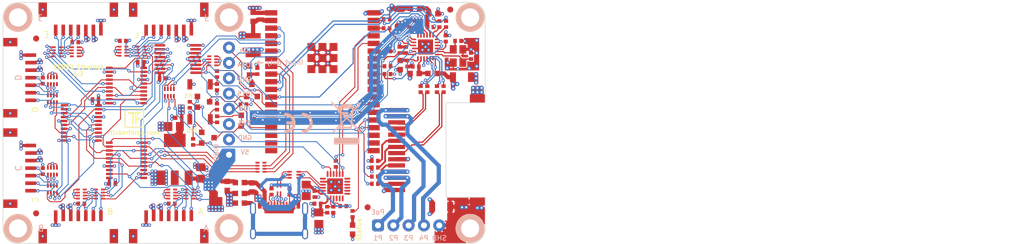
<source format=kicad_pcb>
(kicad_pcb (version 20171130) (host pcbnew 5.1.10-88a1d61d58~88~ubuntu20.04.1)
  (title_block (title "ESP32 Ethernet Brick") (date 2021-03-12) (rev 1.0) (company "Tinkerforge GmbH") (comment 1 "Licensed under CERN OHL v.1.1") (comment 2 "Copyright (©) 2021, B.Nordmeyer <bastian@tinkerforge.com>"))
  (layers (0 F.Cu signal hide) (1 GND power hide) (2 VCC power) (31 B.Cu signal) (34 B.Paste user) (35 F.Paste user) (36 B.SilkS user) (37 F.SilkS user) (38 B.Mask user) (39 F.Mask user) (44 Edge.Cuts user))
  (net 0 "")
  (net 1 GND)
  (net 2 "Net-(CP201-Pad2)")
  (net 3 "Net-(CP201-Pad3)")
  (net 4 "Net-(CP202-Pad3)")
  (net 5 "Net-(CP202-Pad2)")
  (net 6 "Net-(CP203-Pad3)")
  (net 7 "Net-(CP203-Pad2)")
  (net 8 "Net-(CP204-Pad2)")
  (net 9 "Net-(CP204-Pad3)")
  (net 10 "Net-(D101-Pad2)")
  (net 11 "Net-(J101-Pad2)")
  (net 12 "Net-(P201-Pad7)")
  (net 13 "Net-(P202-Pad7)")
  (net 14 "Net-(P203-Pad7)")
  (net 15 "Net-(P204-Pad7)")
  (net 16 "Net-(CP201-Pad4)")
  (net 17 "Net-(CP202-Pad4)")
  (net 18 "Net-(CP203-Pad4)")
  (net 19 "Net-(CP204-Pad4)")
  (net 20 "Net-(CP201-Pad1)")
  (net 21 "Net-(CP202-Pad1)")
  (net 22 "Net-(CP203-Pad1)")
  (net 23 "Net-(CP204-Pad1)")
  (net 24 "Net-(U101-Pad3)")
  (net 25 "Net-(U201-Pad18)")
  (net 26 "Net-(U201-Pad3)")
  (net 27 "Net-(U202-Pad3)")
  (net 28 "Net-(U202-Pad18)")
  (net 29 "Net-(C101-Pad2)")
  (net 30 5V)
  (net 31 3V3)
  (net 32 "Net-(C110-Pad2)")
  (net 33 ESP_EN)
  (net 34 "Net-(CP205-Pad4)")
  (net 35 "Net-(CP205-Pad3)")
  (net 36 "Net-(CP205-Pad2)")
  (net 37 "Net-(CP205-Pad1)")
  (net 38 "Net-(CP206-Pad4)")
  (net 39 "Net-(CP206-Pad3)")
  (net 40 "Net-(CP206-Pad2)")
  (net 41 "Net-(CP206-Pad1)")
  (net 42 ESP_IO0)
  (net 43 "Net-(J101-Pad3)")
  (net 44 "Net-(J101-Pad4)")
  (net 45 "Net-(J101-Pad5)")
  (net 46 "Net-(J101-PadSHD)")
  (net 47 "Net-(P205-Pad7)")
  (net 48 "Net-(P206-Pad7)")
  (net 49 "Net-(Q101-PadB)")
  (net 50 "Net-(Q101-PadE)")
  (net 51 "Net-(Q102-PadB)")
  (net 52 "Net-(Q102-PadE)")
  (net 53 "Net-(R104-Pad1)")
  (net 54 "Net-(R106-Pad1)")
  (net 55 ESP_RXD)
  (net 56 "Net-(R107-Pad1)")
  (net 57 B0-CS0)
  (net 58 B0-CS1)
  (net 59 B0-CS2)
  (net 60 "Net-(U101-Pad1)")
  (net 61 "Net-(U103-Pad24)")
  (net 62 "Net-(U103-Pad22)")
  (net 63 ESP_TXD)
  (net 64 "Net-(U103-Pad18)")
  (net 65 "Net-(U103-Pad17)")
  (net 66 "Net-(U103-Pad16)")
  (net 67 "Net-(U103-Pad15)")
  (net 68 "Net-(U103-Pad14)")
  (net 69 "Net-(U103-Pad13)")
  (net 70 "Net-(U103-Pad12)")
  (net 71 "Net-(U103-Pad11)")
  (net 72 "Net-(U103-Pad10)")
  (net 73 "Net-(U103-Pad1)")
  (net 74 "Net-(U104-Pad22)")
  (net 75 "Net-(U104-Pad21)")
  (net 76 "Net-(U104-Pad20)")
  (net 77 "Net-(U104-Pad19)")
  (net 78 "Net-(U104-Pad18)")
  (net 79 "Net-(U104-Pad17)")
  (net 80 "Net-(U104-Pad32)")
  (net 81 B0-CLK)
  (net 82 B0-MOSI)
  (net 83 B0-MISO)
  (net 84 "Net-(U203-Pad18)")
  (net 85 "Net-(U203-Pad3)")
  (net 86 "Net-(RP101-Pad5)")
  (net 87 "Net-(RP101-Pad4)")
  (net 88 "Net-(L102-Pad4)")
  (net 89 "Net-(L102-Pad1)")
  (net 90 "Net-(RP201-Pad2)")
  (net 91 "Net-(RP201-Pad3)")
  (net 92 "Net-(RP201-Pad4)")
  (net 93 "Net-(RP202-Pad2)")
  (net 94 "Net-(RP202-Pad3)")
  (net 95 "Net-(RP202-Pad4)")
  (net 96 "Net-(RP203-Pad2)")
  (net 97 "Net-(RP203-Pad3)")
  (net 98 "Net-(RP203-Pad4)")
  (net 99 "Net-(RP204-Pad2)")
  (net 100 "Net-(RP204-Pad3)")
  (net 101 "Net-(RP204-Pad4)")
  (net 102 "Net-(RP205-Pad2)")
  (net 103 "Net-(RP205-Pad3)")
  (net 104 "Net-(RP205-Pad4)")
  (net 105 "Net-(RP206-Pad2)")
  (net 106 "Net-(RP206-Pad3)")
  (net 107 "Net-(RP206-Pad4)")
  (net 108 ESP_ADC_VUSB)
  (net 109 ESP_ADC_5V)
  (net 110 USB_5V)
  (net 111 USB_GND)
  (net 112 LED_BLUE)
  (net 113 LED_GREEN)
  (net 114 "Net-(C113-Pad1)")
  (net 115 "Net-(C114-Pad1)")
  (net 116 RMII_REF_CLK_50M)
  (net 117 "Net-(C302-Pad2)")
  (net 118 "Net-(C306-Pad2)")
  (net 119 RMII_RESET)
  (net 120 "Net-(C308-Pad2)")
  (net 121 "Net-(C309-Pad2)")
  (net 122 "Net-(C312-Pad2)")
  (net 123 "Net-(C313-Pad2)")
  (net 124 SHD)
  (net 125 ESP_EN_AUTO)
  (net 126 ESP_EN_KEY)
  (net 127 ESP_IO0_KEY)
  (net 128 ESP_IO0_AUTO)
  (net 129 ESP_IO34)
  (net 130 "Net-(P301-Pad1)")
  (net 131 "Net-(P301-Pad2)")
  (net 132 "Net-(P301-Pad3)")
  (net 133 "Net-(P301-Pad4)")
  (net 134 "Net-(P302-Pad1)")
  (net 135 "Net-(P302-Pad2)")
  (net 136 "Net-(P302-Pad3)")
  (net 137 "Net-(P302-Pad6)")
  (net 138 "Net-(P302-Pad13)")
  (net 139 "Net-(R302-Pad2)")
  (net 140 "Net-(R303-Pad1)")
  (net 141 RMII_TXD1)
  (net 142 RMII_TXD0)
  (net 143 "Net-(R304-Pad1)")
  (net 144 "Net-(R305-Pad1)")
  (net 145 RMII_RXD1)
  (net 146 RMII_TX_EN)
  (net 147 "Net-(R306-Pad1)")
  (net 148 RMII_CRS)
  (net 149 "Net-(R307-Pad1)")
  (net 150 "Net-(R308-Pad2)")
  (net 151 RMII_RXD0)
  (net 152 RMII_MDIO)
  (net 153 RMII_MDC)
  (net 154 TXOP)
  (net 155 TXON)
  (net 156 RXIP)
  (net 157 RXIN)
  (net 158 yellowLED)
  (net 159 B0-CS3)
  (net 160 B0-CS4)
  (net 161 B0-CS5)
  (net 162 B-CS0)
  (net 163 B-CS1)
  (net 164 B-CS2)
  (net 165 "Net-(U204-Pad7)")
  (net 166 "Net-(U204-Pad9)")
  (net 167 "Net-(U301-Pad17)")
  (net 168 "Net-(U301-Pad18)")
  (net 169 "Net-(U104-Pad28)")
  (net 170 "Net-(U104-Pad27)")
  (net 171 "Net-(RP207-Pad1)")
  (net 172 "Net-(P302-Pad8)")
  (net 173 "Net-(C301-Pad2)")
  (net 174 ESP_IO4)
  (net 175 "Net-(RP101-Pad3)")
  (net 176 "Net-(RP101-Pad2)")
  (net 177 "Net-(RP101-Pad1)")
  (module kicad-libraries:Logo_31x31 (layer F.Cu) (at 135.6 142.85)
    (fp_text reference G*** hide)
    (fp_text value LOGO hide)
  )
  (module kicad-libraries:CE_5mm (layer B.Cu) (at 162.8 143.65 180)
    (fp_text reference VAL hide)
    (fp_text value CE_5mm hide)
  )
  (module kicad-libraries:WEEE_7mm (layer B.Cu) (at 170.8 143.65 180)
    (fp_text reference VAL hide)
    (fp_text value WEEE_7mm hide)
  )
  (module kicad-libraries:Fiducial_Mark (layer F.Cu) (at 188 124.85)
    (fp_text reference Fiducial_Mark hide)
    (fp_text value VAL** hide)
    (pad 1 smd circle (at 0 0) (size 1.00076 1.00076) (layers F.Cu F.Paste F.Mask) (clearance 0.65024))
  )
  (module kicad-libraries:Fiducial_Mark (layer F.Cu) (at 119.3 158.65)
    (fp_text reference Fiducial_Mark hide)
    (fp_text value VAL** hide)
    (pad 1 smd circle (at 0 0) (size 1.00076 1.00076) (layers F.Cu F.Paste F.Mask) (clearance 0.65024))
  )
  (module kicad-libraries:Fiducial_Mark (layer F.Cu) (at 174.3 157.65)
    (fp_text reference Fiducial_Mark hide)
    (fp_text value VAL** hide)
    (pad 1 smd circle (at 0 0) (size 1.00076 1.00076) (layers F.Cu F.Paste F.Mask) (clearance 0.65024))
  )
  (module kicad-libraries:Fiducial_Mark (layer F.Cu) (at 119.3 129.65)
    (fp_text reference Fiducial_Mark hide)
    (fp_text value VAL** hide)
    (pad 1 smd circle (at 0 0) (size 1.00076 1.00076) (layers F.Cu F.Paste F.Mask) (clearance 0.65024))
  )
  (module kicad-libraries:R0402F (layer F.Cu) (at 169.025 150.45 90)
    (fp_text reference R107)
    (fp_text value 100)
    (pad 2 smd rect (at 0.5 0 90) (size 0.6 0.7) (layers F.Cu F.Paste F.Mask) (net 55 ESP_RXD))
    (pad 1 smd rect (at -0.5 0 90) (size 0.6 0.7) (layers F.Cu F.Paste F.Mask) (net 56 "Net-(R107-Pad1)"))
  )
  (module kicad-libraries:pin_array_1x8-P2mm_D1mm (layer F.Cu) (at 151.3 140.05 90)
    (fp_text reference P101)
    (fp_text value EXT_HEADER)
    (pad 5 thru_hole circle (at 1.27 0 90) (size 2 2) (drill 1) (layers *.Cu *.Mask) (net 112 LED_BLUE))
    (pad 4 thru_hole circle (at -1.27 0 90) (size 2 2) (drill 1) (layers *.Cu *.Mask) (net 113 LED_GREEN))
    (pad 3 thru_hole circle (at -3.81 0 90) (size 2 2) (drill 1) (layers *.Cu *.Mask) (net 31 3V3) (thermal_gap 0.2))
    (pad 2 thru_hole circle (at -6.35 0 90) (size 2 2) (drill 1) (layers *.Cu *.Mask) (net 1 GND) (thermal_gap 0.2))
    (pad 1 thru_hole roundrect (at -8.89 0 90) (size 2 2) (drill 1) (layers *.Cu *.Mask) (net 30 5V))
    (pad 6 thru_hole circle (at 3.81 0 90) (size 2 2) (drill 1) (layers *.Cu *.Mask) (net 1 GND) (thermal_gap 0.2))
    (pad 7 thru_hole circle (at 6.35 0 90) (size 2 2) (drill 1) (layers *.Cu *.Mask) (net 129 ESP_IO34))
    (pad 8 thru_hole circle (at 8.89 0 90) (size 2 2) (drill 1) (layers *.Cu *.Mask) (net 174 ESP_IO4))
  )
  (module kicad-libraries:B3U-1000P (layer F.Cu) (at 146.5 137.25)
    (fp_text reference SW101)
    (fp_text value B3U-1000P)
    (pad 1 smd rect (at -1.7 0) (size 0.8 1.7) (layers F.Cu F.Paste F.Mask) (net 1 GND))
    (pad 2 smd rect (at 1.7 0) (size 0.8 1.7) (layers F.Cu F.Paste F.Mask) (net 114 "Net-(C113-Pad1)"))
    (pad "" np_thru_hole circle (at 0 0) (size 0.8 0.8) (drill 0.8) (layers *.Cu *.Mask))
  )
  (module kicad-libraries:B3U-1000P (layer F.Cu) (at 146.5 143.05)
    (fp_text reference SW102)
    (fp_text value B3U-1000P)
    (pad 1 smd rect (at -1.7 0) (size 0.8 1.7) (layers F.Cu F.Paste F.Mask) (net 1 GND))
    (pad 2 smd rect (at 1.7 0) (size 0.8 1.7) (layers F.Cu F.Paste F.Mask) (net 115 "Net-(C114-Pad1)"))
    (pad "" np_thru_hole circle (at 0 0) (size 0.8 0.8) (drill 0.8) (layers *.Cu *.Mask))
  )
  (module kicad-libraries:SOT23EBC (layer F.Cu) (at 147.8 146.1 90)
    (fp_text reference Q102)
    (fp_text value BC817)
    (pad E smd rect (at -0.889 -1.016 90) (size 0.9144 0.9144) (layers F.Cu F.Paste F.Mask) (net 52 "Net-(Q102-PadE)"))
    (pad B smd rect (at 0.889 -1.016 90) (size 0.9144 0.9144) (layers F.Cu F.Paste F.Mask) (net 51 "Net-(Q102-PadB)"))
    (pad C smd rect (at 0 1.016 90) (size 0.9144 0.9144) (layers F.Cu F.Paste F.Mask) (net 128 ESP_IO0_AUTO))
  )
  (module kicad-libraries:4X0402 (layer F.Cu) (at 141.4007 138.6 180)
    (fp_text reference RP104)
    (fp_text value 1k)
    (pad 1 smd rect (at -0.7493 0.575) (size 0.29972 0.65) (layers F.Cu F.Paste F.Mask) (net 108 ESP_ADC_VUSB))
    (pad 2 smd rect (at -0.24892 0.575) (size 0.29972 0.65) (layers F.Cu F.Paste F.Mask) (net 108 ESP_ADC_VUSB))
    (pad 3 smd rect (at 0.24892 0.575) (size 0.29972 0.65) (layers F.Cu F.Paste F.Mask) (net 109 ESP_ADC_5V))
    (pad 4 smd rect (at 0.7493 0.575) (size 0.29972 0.65) (layers F.Cu F.Paste F.Mask) (net 109 ESP_ADC_5V))
    (pad 5 smd rect (at 0.7493 -0.575 180) (size 0.29972 0.65) (layers F.Cu F.Paste F.Mask) (net 1 GND))
    (pad 6 smd rect (at 0.24892 -0.575 180) (size 0.29972 0.65) (layers F.Cu F.Paste F.Mask) (net 29 "Net-(C101-Pad2)"))
    (pad 7 smd rect (at -0.24892 -0.575 180) (size 0.29972 0.65) (layers F.Cu F.Paste F.Mask) (net 1 GND))
    (pad 8 smd rect (at -0.7493 -0.575 180) (size 0.29972 0.65) (layers F.Cu F.Paste F.Mask) (net 30 5V))
  )
  (module kicad-libraries:TSSOP20 (layer F.Cu) (at 134.3 149.85 90)
    (fp_text reference U203)
    (fp_text value 74AHC244)
    (pad 1 smd rect (at -2.92354 2.84988 270) (size 0.39878 1.09982) (layers F.Cu F.Paste F.Mask) (net 160 B0-CS4))
    (pad 2 smd rect (at -2.2733 2.84988 270) (size 0.39878 1.09982) (layers F.Cu F.Paste F.Mask) (net 1 GND))
    (pad 3 smd rect (at -1.62306 2.84988 270) (size 0.39878 1.09982) (layers F.Cu F.Paste F.Mask) (net 85 "Net-(U203-Pad3)"))
    (pad 4 smd rect (at -0.97282 2.84988 270) (size 0.39878 1.09982) (layers F.Cu F.Paste F.Mask) (net 81 B0-CLK))
    (pad 5 smd rect (at -0.32258 2.84988 270) (size 0.39878 1.09982) (layers F.Cu F.Paste F.Mask) (net 105 "Net-(RP206-Pad2)"))
    (pad 6 smd rect (at 0.32258 2.84988 270) (size 0.39878 1.09982) (layers F.Cu F.Paste F.Mask) (net 82 B0-MOSI))
    (pad 7 smd rect (at 0.97282 2.84988 270) (size 0.39878 1.09982) (layers F.Cu F.Paste F.Mask) (net 106 "Net-(RP206-Pad3)"))
    (pad 8 smd rect (at 1.62306 2.84988 270) (size 0.39878 1.09982) (layers F.Cu F.Paste F.Mask) (net 104 "Net-(RP205-Pad4)"))
    (pad 9 smd rect (at 2.2733 2.84988 270) (size 0.39878 1.09982) (layers F.Cu F.Paste F.Mask) (net 83 B0-MISO))
    (pad 10 smd rect (at 2.92354 2.84988 270) (size 0.39878 1.09982) (layers F.Cu F.Paste F.Mask) (net 1 GND))
    (pad 11 smd rect (at 2.92354 -2.84988 90) (size 0.39878 1.09982) (layers F.Cu F.Paste F.Mask) (net 107 "Net-(RP206-Pad4)"))
    (pad 12 smd rect (at 2.2733 -2.84988 90) (size 0.39878 1.09982) (layers F.Cu F.Paste F.Mask) (net 83 B0-MISO))
    (pad 13 smd rect (at 1.62306 -2.84988 90) (size 0.39878 1.09982) (layers F.Cu F.Paste F.Mask) (net 82 B0-MOSI))
    (pad 14 smd rect (at 0.97282 -2.84988 90) (size 0.39878 1.09982) (layers F.Cu F.Paste F.Mask) (net 103 "Net-(RP205-Pad3)"))
    (pad 15 smd rect (at 0.32258 -2.84988 90) (size 0.39878 1.09982) (layers F.Cu F.Paste F.Mask) (net 81 B0-CLK))
    (pad 16 smd rect (at -0.32258 -2.84988 90) (size 0.39878 1.09982) (layers F.Cu F.Paste F.Mask) (net 102 "Net-(RP205-Pad2)"))
    (pad 17 smd rect (at -0.97282 -2.84988 90) (size 0.39878 1.09982) (layers F.Cu F.Paste F.Mask) (net 1 GND))
    (pad 18 smd rect (at -1.62306 -2.84988 90) (size 0.39878 1.09982) (layers F.Cu F.Paste F.Mask) (net 84 "Net-(U203-Pad18)"))
    (pad 19 smd rect (at -2.2733 -2.84988 90) (size 0.39878 1.09982) (layers F.Cu F.Paste F.Mask) (net 161 B0-CS5))
    (pad 20 smd rect (at -2.92354 -2.84988 90) (size 0.39878 1.09982) (layers F.Cu F.Paste F.Mask) (net 31 3V3))
  )
  (module kicad-libraries:TSSOP20 (layer F.Cu) (at 126.8 143.65 270)
    (fp_text reference U202)
    (fp_text value 74AHC244)
    (pad 1 smd rect (at -2.92354 2.84988 90) (size 0.39878 1.09982) (layers F.Cu F.Paste F.Mask) (net 59 B0-CS2))
    (pad 2 smd rect (at -2.2733 2.84988 90) (size 0.39878 1.09982) (layers F.Cu F.Paste F.Mask) (net 1 GND))
    (pad 3 smd rect (at -1.62306 2.84988 90) (size 0.39878 1.09982) (layers F.Cu F.Paste F.Mask) (net 27 "Net-(U202-Pad3)"))
    (pad 4 smd rect (at -0.97282 2.84988 90) (size 0.39878 1.09982) (layers F.Cu F.Paste F.Mask) (net 81 B0-CLK))
    (pad 5 smd rect (at -0.32258 2.84988 90) (size 0.39878 1.09982) (layers F.Cu F.Paste F.Mask) (net 99 "Net-(RP204-Pad2)"))
    (pad 6 smd rect (at 0.32258 2.84988 90) (size 0.39878 1.09982) (layers F.Cu F.Paste F.Mask) (net 82 B0-MOSI))
    (pad 7 smd rect (at 0.97282 2.84988 90) (size 0.39878 1.09982) (layers F.Cu F.Paste F.Mask) (net 100 "Net-(RP204-Pad3)"))
    (pad 8 smd rect (at 1.62306 2.84988 90) (size 0.39878 1.09982) (layers F.Cu F.Paste F.Mask) (net 98 "Net-(RP203-Pad4)"))
    (pad 9 smd rect (at 2.2733 2.84988 90) (size 0.39878 1.09982) (layers F.Cu F.Paste F.Mask) (net 83 B0-MISO))
    (pad 10 smd rect (at 2.92354 2.84988 90) (size 0.39878 1.09982) (layers F.Cu F.Paste F.Mask) (net 1 GND))
    (pad 11 smd rect (at 2.92354 -2.84988 270) (size 0.39878 1.09982) (layers F.Cu F.Paste F.Mask) (net 101 "Net-(RP204-Pad4)"))
    (pad 12 smd rect (at 2.2733 -2.84988 270) (size 0.39878 1.09982) (layers F.Cu F.Paste F.Mask) (net 83 B0-MISO))
    (pad 13 smd rect (at 1.62306 -2.84988 270) (size 0.39878 1.09982) (layers F.Cu F.Paste F.Mask) (net 82 B0-MOSI))
    (pad 14 smd rect (at 0.97282 -2.84988 270) (size 0.39878 1.09982) (layers F.Cu F.Paste F.Mask) (net 97 "Net-(RP203-Pad3)"))
    (pad 15 smd rect (at 0.32258 -2.84988 270) (size 0.39878 1.09982) (layers F.Cu F.Paste F.Mask) (net 81 B0-CLK))
    (pad 16 smd rect (at -0.32258 -2.84988 270) (size 0.39878 1.09982) (layers F.Cu F.Paste F.Mask) (net 96 "Net-(RP203-Pad2)"))
    (pad 17 smd rect (at -0.97282 -2.84988 270) (size 0.39878 1.09982) (layers F.Cu F.Paste F.Mask) (net 1 GND))
    (pad 18 smd rect (at -1.62306 -2.84988 270) (size 0.39878 1.09982) (layers F.Cu F.Paste F.Mask) (net 28 "Net-(U202-Pad18)"))
    (pad 19 smd rect (at -2.2733 -2.84988 270) (size 0.39878 1.09982) (layers F.Cu F.Paste F.Mask) (net 159 B0-CS3))
    (pad 20 smd rect (at -2.92354 -2.84988 270) (size 0.39878 1.09982) (layers F.Cu F.Paste F.Mask) (net 31 3V3))
  )
  (module kicad-libraries:TSSOP20 (layer F.Cu) (at 134.3 137.45 270)
    (fp_text reference U201)
    (fp_text value 74AHC244)
    (pad 1 smd rect (at -2.92354 2.84988 90) (size 0.39878 1.09982) (layers F.Cu F.Paste F.Mask) (net 57 B0-CS0))
    (pad 2 smd rect (at -2.2733 2.84988 90) (size 0.39878 1.09982) (layers F.Cu F.Paste F.Mask) (net 1 GND))
    (pad 3 smd rect (at -1.62306 2.84988 90) (size 0.39878 1.09982) (layers F.Cu F.Paste F.Mask) (net 26 "Net-(U201-Pad3)"))
    (pad 4 smd rect (at -0.97282 2.84988 90) (size 0.39878 1.09982) (layers F.Cu F.Paste F.Mask) (net 81 B0-CLK))
    (pad 5 smd rect (at -0.32258 2.84988 90) (size 0.39878 1.09982) (layers F.Cu F.Paste F.Mask) (net 93 "Net-(RP202-Pad2)"))
    (pad 6 smd rect (at 0.32258 2.84988 90) (size 0.39878 1.09982) (layers F.Cu F.Paste F.Mask) (net 82 B0-MOSI))
    (pad 7 smd rect (at 0.97282 2.84988 90) (size 0.39878 1.09982) (layers F.Cu F.Paste F.Mask) (net 94 "Net-(RP202-Pad3)"))
    (pad 8 smd rect (at 1.62306 2.84988 90) (size 0.39878 1.09982) (layers F.Cu F.Paste F.Mask) (net 92 "Net-(RP201-Pad4)"))
    (pad 9 smd rect (at 2.2733 2.84988 90) (size 0.39878 1.09982) (layers F.Cu F.Paste F.Mask) (net 83 B0-MISO))
    (pad 10 smd rect (at 2.92354 2.84988 90) (size 0.39878 1.09982) (layers F.Cu F.Paste F.Mask) (net 1 GND))
    (pad 11 smd rect (at 2.92354 -2.84988 270) (size 0.39878 1.09982) (layers F.Cu F.Paste F.Mask) (net 95 "Net-(RP202-Pad4)"))
    (pad 12 smd rect (at 2.2733 -2.84988 270) (size 0.39878 1.09982) (layers F.Cu F.Paste F.Mask) (net 83 B0-MISO))
    (pad 13 smd rect (at 1.62306 -2.84988 270) (size 0.39878 1.09982) (layers F.Cu F.Paste F.Mask) (net 82 B0-MOSI))
    (pad 14 smd rect (at 0.97282 -2.84988 270) (size 0.39878 1.09982) (layers F.Cu F.Paste F.Mask) (net 91 "Net-(RP201-Pad3)"))
    (pad 15 smd rect (at 0.32258 -2.84988 270) (size 0.39878 1.09982) (layers F.Cu F.Paste F.Mask) (net 81 B0-CLK))
    (pad 16 smd rect (at -0.32258 -2.84988 270) (size 0.39878 1.09982) (layers F.Cu F.Paste F.Mask) (net 90 "Net-(RP201-Pad2)"))
    (pad 17 smd rect (at -0.97282 -2.84988 270) (size 0.39878 1.09982) (layers F.Cu F.Paste F.Mask) (net 1 GND))
    (pad 18 smd rect (at -1.62306 -2.84988 270) (size 0.39878 1.09982) (layers F.Cu F.Paste F.Mask) (net 25 "Net-(U201-Pad18)"))
    (pad 19 smd rect (at -2.2733 -2.84988 270) (size 0.39878 1.09982) (layers F.Cu F.Paste F.Mask) (net 58 B0-CS1))
    (pad 20 smd rect (at -2.92354 -2.84988 270) (size 0.39878 1.09982) (layers F.Cu F.Paste F.Mask) (net 31 3V3))
  )
  (module kicad-libraries:SOT-223 (layer F.Cu) (at 142.3 149.65)
    (fp_text reference U102)
    (fp_text value AZ1117E-3.3V)
    (pad 1 smd rect (at -2.30124 3.0988) (size 1.30048 2.4003) (layers F.Cu F.Paste F.Mask) (net 1 GND))
    (pad 2 smd rect (at 0 3.0988) (size 1.30048 2.4003) (layers F.Cu F.Paste F.Mask) (net 31 3V3))
    (pad 3 smd rect (at 2.30124 3.0988) (size 1.30048 2.4003) (layers F.Cu F.Paste F.Mask) (net 30 5V))
    (pad 2 smd rect (at 0 -3.0988) (size 3.59918 2.19964) (layers F.Cu F.Paste F.Mask) (net 31 3V3))
  )
  (module kicad-libraries:SOT563-SPEC (layer F.Cu) (at 162.1 152.25 90)
    (fp_text reference U101)
    (fp_text value 82400152)
    (pad 6 smd rect (at -0.49784 -0.75 90) (size 0.29972 0.7) (layers F.Cu F.Paste F.Mask) (net 89 "Net-(L102-Pad1)") (clearance 0.14986))
    (pad 5 smd rect (at 0 -0.75 90) (size 0.29972 0.7) (layers F.Cu F.Paste F.Mask) (net 110 USB_5V) (clearance 0.14986))
    (pad 4 smd rect (at 0.49784 -0.75 90) (size 0.29972 0.7) (layers F.Cu F.Paste F.Mask) (net 88 "Net-(L102-Pad4)") (clearance 0.14986))
    (pad 3 smd rect (at 0.49784 0.75 270) (size 0.29972 0.7) (layers F.Cu F.Paste F.Mask) (net 24 "Net-(U101-Pad3)") (clearance 0.14986))
    (pad 2 smd rect (at 0 0.75 270) (size 0.29972 0.7) (layers F.Cu F.Paste F.Mask) (net 111 USB_GND) (clearance 0.14986))
    (pad 1 smd rect (at -0.49784 0.75 270) (size 0.29972 0.7) (layers F.Cu F.Paste F.Mask) (net 60 "Net-(U101-Pad1)") (clearance 0.14986))
  )
  (module kicad-libraries:4X0402 (layer F.Cu) (at 144.8 155.45 90)
    (fp_text reference RP206)
    (fp_text value 82)
    (pad 1 smd rect (at -0.7493 0.575 270) (size 0.29972 0.65) (layers F.Cu F.Paste F.Mask) (net 161 B0-CS5))
    (pad 2 smd rect (at -0.24892 0.575 270) (size 0.29972 0.65) (layers F.Cu F.Paste F.Mask) (net 105 "Net-(RP206-Pad2)"))
    (pad 3 smd rect (at 0.24892 0.575 270) (size 0.29972 0.65) (layers F.Cu F.Paste F.Mask) (net 106 "Net-(RP206-Pad3)"))
    (pad 4 smd rect (at 0.7493 0.575 270) (size 0.29972 0.65) (layers F.Cu F.Paste F.Mask) (net 107 "Net-(RP206-Pad4)"))
    (pad 5 smd rect (at 0.7493 -0.575 90) (size 0.29972 0.65) (layers F.Cu F.Paste F.Mask) (net 48 "Net-(P206-Pad7)"))
    (pad 6 smd rect (at 0.24892 -0.575 90) (size 0.29972 0.65) (layers F.Cu F.Paste F.Mask) (net 39 "Net-(CP206-Pad3)"))
    (pad 7 smd rect (at -0.24892 -0.575 90) (size 0.29972 0.65) (layers F.Cu F.Paste F.Mask) (net 40 "Net-(CP206-Pad2)"))
    (pad 8 smd rect (at -0.7493 -0.575 90) (size 0.29972 0.65) (layers F.Cu F.Paste F.Mask) (net 41 "Net-(CP206-Pad1)"))
  )
  (module kicad-libraries:4X0402 (layer F.Cu) (at 129.8 155.45 90)
    (fp_text reference RP205)
    (fp_text value 82)
    (pad 1 smd rect (at -0.7493 0.575 270) (size 0.29972 0.65) (layers F.Cu F.Paste F.Mask) (net 160 B0-CS4))
    (pad 2 smd rect (at -0.24892 0.575 270) (size 0.29972 0.65) (layers F.Cu F.Paste F.Mask) (net 102 "Net-(RP205-Pad2)"))
    (pad 3 smd rect (at 0.24892 0.575 270) (size 0.29972 0.65) (layers F.Cu F.Paste F.Mask) (net 103 "Net-(RP205-Pad3)"))
    (pad 4 smd rect (at 0.7493 0.575 270) (size 0.29972 0.65) (layers F.Cu F.Paste F.Mask) (net 104 "Net-(RP205-Pad4)"))
    (pad 5 smd rect (at 0.7493 -0.575 90) (size 0.29972 0.65) (layers F.Cu F.Paste F.Mask) (net 47 "Net-(P205-Pad7)"))
    (pad 6 smd rect (at 0.24892 -0.575 90) (size 0.29972 0.65) (layers F.Cu F.Paste F.Mask) (net 35 "Net-(CP205-Pad3)"))
    (pad 7 smd rect (at -0.24892 -0.575 90) (size 0.29972 0.65) (layers F.Cu F.Paste F.Mask) (net 36 "Net-(CP205-Pad2)"))
    (pad 8 smd rect (at -0.7493 -0.575 90) (size 0.29972 0.65) (layers F.Cu F.Paste F.Mask) (net 37 "Net-(CP205-Pad1)"))
  )
  (module kicad-libraries:4X0402 (layer F.Cu) (at 122 154.65)
    (fp_text reference RP204)
    (fp_text value 82)
    (pad 1 smd rect (at -0.7493 0.575 180) (size 0.29972 0.65) (layers F.Cu F.Paste F.Mask) (net 159 B0-CS3))
    (pad 2 smd rect (at -0.24892 0.575 180) (size 0.29972 0.65) (layers F.Cu F.Paste F.Mask) (net 99 "Net-(RP204-Pad2)"))
    (pad 3 smd rect (at 0.24892 0.575 180) (size 0.29972 0.65) (layers F.Cu F.Paste F.Mask) (net 100 "Net-(RP204-Pad3)"))
    (pad 4 smd rect (at 0.7493 0.575 180) (size 0.29972 0.65) (layers F.Cu F.Paste F.Mask) (net 101 "Net-(RP204-Pad4)"))
    (pad 5 smd rect (at 0.7493 -0.575) (size 0.29972 0.65) (layers F.Cu F.Paste F.Mask) (net 15 "Net-(P204-Pad7)"))
    (pad 6 smd rect (at 0.24892 -0.575) (size 0.29972 0.65) (layers F.Cu F.Paste F.Mask) (net 9 "Net-(CP204-Pad3)"))
    (pad 7 smd rect (at -0.24892 -0.575) (size 0.29972 0.65) (layers F.Cu F.Paste F.Mask) (net 8 "Net-(CP204-Pad2)"))
    (pad 8 smd rect (at -0.7493 -0.575) (size 0.29972 0.65) (layers F.Cu F.Paste F.Mask) (net 23 "Net-(CP204-Pad1)"))
  )
  (module kicad-libraries:4X0402 (layer F.Cu) (at 122 139.65)
    (fp_text reference RP203)
    (fp_text value 82)
    (pad 1 smd rect (at -0.7493 0.575 180) (size 0.29972 0.65) (layers F.Cu F.Paste F.Mask) (net 59 B0-CS2))
    (pad 2 smd rect (at -0.24892 0.575 180) (size 0.29972 0.65) (layers F.Cu F.Paste F.Mask) (net 96 "Net-(RP203-Pad2)"))
    (pad 3 smd rect (at 0.24892 0.575 180) (size 0.29972 0.65) (layers F.Cu F.Paste F.Mask) (net 97 "Net-(RP203-Pad3)"))
    (pad 4 smd rect (at 0.7493 0.575 180) (size 0.29972 0.65) (layers F.Cu F.Paste F.Mask) (net 98 "Net-(RP203-Pad4)"))
    (pad 5 smd rect (at 0.7493 -0.575) (size 0.29972 0.65) (layers F.Cu F.Paste F.Mask) (net 14 "Net-(P203-Pad7)"))
    (pad 6 smd rect (at 0.24892 -0.575) (size 0.29972 0.65) (layers F.Cu F.Paste F.Mask) (net 6 "Net-(CP203-Pad3)"))
    (pad 7 smd rect (at -0.24892 -0.575) (size 0.29972 0.65) (layers F.Cu F.Paste F.Mask) (net 7 "Net-(CP203-Pad2)"))
    (pad 8 smd rect (at -0.7493 -0.575) (size 0.29972 0.65) (layers F.Cu F.Paste F.Mask) (net 22 "Net-(CP203-Pad1)"))
  )
  (module kicad-libraries:4X0402 (layer F.Cu) (at 122.8 131.85 270)
    (fp_text reference RP202)
    (fp_text value 82)
    (pad 1 smd rect (at -0.7493 0.575 90) (size 0.29972 0.65) (layers F.Cu F.Paste F.Mask) (net 58 B0-CS1))
    (pad 2 smd rect (at -0.24892 0.575 90) (size 0.29972 0.65) (layers F.Cu F.Paste F.Mask) (net 93 "Net-(RP202-Pad2)"))
    (pad 3 smd rect (at 0.24892 0.575 90) (size 0.29972 0.65) (layers F.Cu F.Paste F.Mask) (net 94 "Net-(RP202-Pad3)"))
    (pad 4 smd rect (at 0.7493 0.575 90) (size 0.29972 0.65) (layers F.Cu F.Paste F.Mask) (net 95 "Net-(RP202-Pad4)"))
    (pad 5 smd rect (at 0.7493 -0.575 270) (size 0.29972 0.65) (layers F.Cu F.Paste F.Mask) (net 13 "Net-(P202-Pad7)"))
    (pad 6 smd rect (at 0.24892 -0.575 270) (size 0.29972 0.65) (layers F.Cu F.Paste F.Mask) (net 4 "Net-(CP202-Pad3)"))
    (pad 7 smd rect (at -0.24892 -0.575 270) (size 0.29972 0.65) (layers F.Cu F.Paste F.Mask) (net 5 "Net-(CP202-Pad2)"))
    (pad 8 smd rect (at -0.7493 -0.575 270) (size 0.29972 0.65) (layers F.Cu F.Paste F.Mask) (net 21 "Net-(CP202-Pad1)"))
  )
  (module kicad-libraries:4X0402 (layer F.Cu) (at 136.7 131.75 90)
    (fp_text reference RP201)
    (fp_text value 82)
    (pad 1 smd rect (at -0.7493 0.575 270) (size 0.29972 0.65) (layers F.Cu F.Paste F.Mask) (net 57 B0-CS0))
    (pad 2 smd rect (at -0.24892 0.575 270) (size 0.29972 0.65) (layers F.Cu F.Paste F.Mask) (net 90 "Net-(RP201-Pad2)"))
    (pad 3 smd rect (at 0.24892 0.575 270) (size 0.29972 0.65) (layers F.Cu F.Paste F.Mask) (net 91 "Net-(RP201-Pad3)"))
    (pad 4 smd rect (at 0.7493 0.575 270) (size 0.29972 0.65) (layers F.Cu F.Paste F.Mask) (net 92 "Net-(RP201-Pad4)"))
    (pad 5 smd rect (at 0.7493 -0.575 90) (size 0.29972 0.65) (layers F.Cu F.Paste F.Mask) (net 12 "Net-(P201-Pad7)"))
    (pad 6 smd rect (at 0.24892 -0.575 90) (size 0.29972 0.65) (layers F.Cu F.Paste F.Mask) (net 3 "Net-(CP201-Pad3)"))
    (pad 7 smd rect (at -0.24892 -0.575 90) (size 0.29972 0.65) (layers F.Cu F.Paste F.Mask) (net 2 "Net-(CP201-Pad2)"))
    (pad 8 smd rect (at -0.7493 -0.575 90) (size 0.29972 0.65) (layers F.Cu F.Paste F.Mask) (net 20 "Net-(CP201-Pad1)"))
  )
  (module kicad-libraries:R0402F (layer F.Cu) (at 141.8 157.05)
    (fp_text reference R202)
    (fp_text value 100k)
    (pad 2 smd rect (at 0.5 0) (size 0.6 0.7) (layers F.Cu F.Paste F.Mask) (net 40 "Net-(CP206-Pad2)"))
    (pad 1 smd rect (at -0.5 0) (size 0.6 0.7) (layers F.Cu F.Paste F.Mask) (net 31 3V3))
  )
  (module kicad-libraries:R0402F (layer F.Cu) (at 126.8 157.05)
    (fp_text reference R201)
    (fp_text value 100k)
    (pad 2 smd rect (at 0.5 0) (size 0.6 0.7) (layers F.Cu F.Paste F.Mask) (net 36 "Net-(CP205-Pad2)"))
    (pad 1 smd rect (at -0.5 0) (size 0.6 0.7) (layers F.Cu F.Paste F.Mask) (net 31 3V3))
  )
  (module kicad-libraries:R0402F (layer F.Cu) (at 120.4 151.65 270)
    (fp_text reference R4)
    (fp_text value 100k)
    (pad 2 smd rect (at 0.5 0 270) (size 0.6 0.7) (layers F.Cu F.Paste F.Mask) (net 8 "Net-(CP204-Pad2)"))
    (pad 1 smd rect (at -0.5 0 270) (size 0.6 0.7) (layers F.Cu F.Paste F.Mask) (net 31 3V3))
  )
  (module kicad-libraries:R0402F (layer F.Cu) (at 120.4 136.65 270)
    (fp_text reference R3)
    (fp_text value 100k)
    (pad 2 smd rect (at 0.5 0 270) (size 0.6 0.7) (layers F.Cu F.Paste F.Mask) (net 7 "Net-(CP203-Pad2)"))
    (pad 1 smd rect (at -0.5 0 270) (size 0.6 0.7) (layers F.Cu F.Paste F.Mask) (net 31 3V3))
  )
  (module kicad-libraries:R0402F (layer F.Cu) (at 125.79 130.26 180)
    (fp_text reference R2)
    (fp_text value 100k)
    (pad 2 smd rect (at 0.5 0 180) (size 0.6 0.7) (layers F.Cu F.Paste F.Mask) (net 5 "Net-(CP202-Pad2)"))
    (pad 1 smd rect (at -0.5 0 180) (size 0.6 0.7) (layers F.Cu F.Paste F.Mask) (net 31 3V3))
  )
  (module kicad-libraries:R0402F (layer F.Cu) (at 133.7 130.05)
    (fp_text reference R1)
    (fp_text value 100k)
    (pad 2 smd rect (at 0.5 0) (size 0.6 0.7) (layers F.Cu F.Paste F.Mask) (net 2 "Net-(CP201-Pad2)"))
    (pad 1 smd rect (at -0.5 0) (size 0.6 0.7) (layers F.Cu F.Paste F.Mask) (net 31 3V3))
  )
  (module kicad-libraries:SOT23EBC (layer F.Cu) (at 147.075 140.15 90)
    (fp_text reference Q101)
    (fp_text value BC817)
    (pad E smd rect (at -0.889 -1.016 90) (size 0.9144 0.9144) (layers F.Cu F.Paste F.Mask) (net 50 "Net-(Q101-PadE)"))
    (pad B smd rect (at 0.889 -1.016 90) (size 0.9144 0.9144) (layers F.Cu F.Paste F.Mask) (net 49 "Net-(Q101-PadB)"))
    (pad C smd rect (at 0 1.016 90) (size 0.9144 0.9144) (layers F.Cu F.Paste F.Mask) (net 125 ESP_EN_AUTO))
  )
  (module kicad-libraries:CON-SENSOR2 (layer F.Cu) (at 141.3 163.65)
    (fp_text reference P206)
    (fp_text value CON-SENSOR2)
    (pad 7 smd rect (at 3.75 -4.6) (size 0.6 1.8) (layers F.Cu F.Paste F.Mask) (net 48 "Net-(P206-Pad7)"))
    (pad 6 smd rect (at 2.5 -4.6) (size 0.6 1.8) (layers F.Cu F.Paste F.Mask) (net 39 "Net-(CP206-Pad3)"))
    (pad 5 smd rect (at 1.25 -4.6) (size 0.6 1.8) (layers F.Cu F.Paste F.Mask) (net 40 "Net-(CP206-Pad2)"))
    (pad 4 smd rect (at 0 -4.6) (size 0.6 1.8) (layers F.Cu F.Paste F.Mask) (net 41 "Net-(CP206-Pad1)"))
    (pad 3 smd rect (at -1.25 -4.6) (size 0.6 1.8) (layers F.Cu F.Paste F.Mask) (net 31 3V3))
    (pad EP smd rect (at 5.9 -1.2) (size 1.4 2.4) (layers F.Cu F.Paste F.Mask) (net 1 GND))
    (pad EP smd rect (at -5.9 -1.2) (size 1.4 2.4) (layers F.Cu F.Paste F.Mask) (net 1 GND))
    (pad 2 smd rect (at -2.5 -4.6) (size 0.6 1.8) (layers F.Cu F.Paste F.Mask) (net 1 GND))
    (pad 1 smd rect (at -3.75 -4.6) (size 0.6 1.8) (layers F.Cu F.Paste F.Mask) (net 30 5V))
  )
  (module kicad-libraries:CON-SENSOR2 (layer F.Cu) (at 126.3 163.65)
    (fp_text reference P205)
    (fp_text value CON-SENSOR2)
    (pad 7 smd rect (at 3.75 -4.6) (size 0.6 1.8) (layers F.Cu F.Paste F.Mask) (net 47 "Net-(P205-Pad7)"))
    (pad 6 smd rect (at 2.5 -4.6) (size 0.6 1.8) (layers F.Cu F.Paste F.Mask) (net 35 "Net-(CP205-Pad3)"))
    (pad 5 smd rect (at 1.25 -4.6) (size 0.6 1.8) (layers F.Cu F.Paste F.Mask) (net 36 "Net-(CP205-Pad2)"))
    (pad 4 smd rect (at 0 -4.6) (size 0.6 1.8) (layers F.Cu F.Paste F.Mask) (net 37 "Net-(CP205-Pad1)"))
    (pad 3 smd rect (at -1.25 -4.6) (size 0.6 1.8) (layers F.Cu F.Paste F.Mask) (net 31 3V3))
    (pad EP smd rect (at 5.9 -1.2) (size 1.4 2.4) (layers F.Cu F.Paste F.Mask) (net 1 GND))
    (pad EP smd rect (at -5.9 -1.2) (size 1.4 2.4) (layers F.Cu F.Paste F.Mask) (net 1 GND))
    (pad 2 smd rect (at -2.5 -4.6) (size 0.6 1.8) (layers F.Cu F.Paste F.Mask) (net 1 GND))
    (pad 1 smd rect (at -3.75 -4.6) (size 0.6 1.8) (layers F.Cu F.Paste F.Mask) (net 30 5V))
  )
  (module kicad-libraries:CON-SENSOR2 (layer F.Cu) (at 113.8 151.15 270)
    (fp_text reference P204)
    (fp_text value CON-SENSOR2)
    (pad 7 smd rect (at 3.75 -4.6 270) (size 0.6 1.8) (layers F.Cu F.Paste F.Mask) (net 15 "Net-(P204-Pad7)"))
    (pad 6 smd rect (at 2.5 -4.6 270) (size 0.6 1.8) (layers F.Cu F.Paste F.Mask) (net 9 "Net-(CP204-Pad3)"))
    (pad 5 smd rect (at 1.25 -4.6 270) (size 0.6 1.8) (layers F.Cu F.Paste F.Mask) (net 8 "Net-(CP204-Pad2)"))
    (pad 4 smd rect (at 0 -4.6 270) (size 0.6 1.8) (layers F.Cu F.Paste F.Mask) (net 23 "Net-(CP204-Pad1)"))
    (pad 3 smd rect (at -1.25 -4.6 270) (size 0.6 1.8) (layers F.Cu F.Paste F.Mask) (net 31 3V3))
    (pad EP smd rect (at 5.9 -1.2 270) (size 1.4 2.4) (layers F.Cu F.Paste F.Mask) (net 1 GND))
    (pad EP smd rect (at -5.9 -1.2 270) (size 1.4 2.4) (layers F.Cu F.Paste F.Mask) (net 1 GND))
    (pad 2 smd rect (at -2.5 -4.6 270) (size 0.6 1.8) (layers F.Cu F.Paste F.Mask) (net 1 GND))
    (pad 1 smd rect (at -3.75 -4.6 270) (size 0.6 1.8) (layers F.Cu F.Paste F.Mask) (net 30 5V))
  )
  (module kicad-libraries:CON-SENSOR2 (layer F.Cu) (at 113.8 136.15 270)
    (fp_text reference P203)
    (fp_text value CON-SENSOR2)
    (pad 7 smd rect (at 3.75 -4.6 270) (size 0.6 1.8) (layers F.Cu F.Paste F.Mask) (net 14 "Net-(P203-Pad7)"))
    (pad 6 smd rect (at 2.5 -4.6 270) (size 0.6 1.8) (layers F.Cu F.Paste F.Mask) (net 6 "Net-(CP203-Pad3)"))
    (pad 5 smd rect (at 1.25 -4.6 270) (size 0.6 1.8) (layers F.Cu F.Paste F.Mask) (net 7 "Net-(CP203-Pad2)"))
    (pad 4 smd rect (at 0 -4.6 270) (size 0.6 1.8) (layers F.Cu F.Paste F.Mask) (net 22 "Net-(CP203-Pad1)"))
    (pad 3 smd rect (at -1.25 -4.6 270) (size 0.6 1.8) (layers F.Cu F.Paste F.Mask) (net 31 3V3))
    (pad EP smd rect (at 5.9 -1.2 270) (size 1.4 2.4) (layers F.Cu F.Paste F.Mask) (net 1 GND))
    (pad EP smd rect (at -5.9 -1.2 270) (size 1.4 2.4) (layers F.Cu F.Paste F.Mask) (net 1 GND))
    (pad 2 smd rect (at -2.5 -4.6 270) (size 0.6 1.8) (layers F.Cu F.Paste F.Mask) (net 1 GND))
    (pad 1 smd rect (at -3.75 -4.6 270) (size 0.6 1.8) (layers F.Cu F.Paste F.Mask) (net 30 5V))
  )
  (module kicad-libraries:CON-SENSOR2 (layer F.Cu) (at 126.3 123.65 180)
    (fp_text reference P202)
    (fp_text value CON-SENSOR2)
    (pad 7 smd rect (at 3.75 -4.6 180) (size 0.6 1.8) (layers F.Cu F.Paste F.Mask) (net 13 "Net-(P202-Pad7)"))
    (pad 6 smd rect (at 2.5 -4.6 180) (size 0.6 1.8) (layers F.Cu F.Paste F.Mask) (net 4 "Net-(CP202-Pad3)"))
    (pad 5 smd rect (at 1.25 -4.6 180) (size 0.6 1.8) (layers F.Cu F.Paste F.Mask) (net 5 "Net-(CP202-Pad2)"))
    (pad 4 smd rect (at 0 -4.6 180) (size 0.6 1.8) (layers F.Cu F.Paste F.Mask) (net 21 "Net-(CP202-Pad1)"))
    (pad 3 smd rect (at -1.25 -4.6 180) (size 0.6 1.8) (layers F.Cu F.Paste F.Mask) (net 31 3V3))
    (pad EP smd rect (at 5.9 -1.2 180) (size 1.4 2.4) (layers F.Cu F.Paste F.Mask) (net 1 GND))
    (pad EP smd rect (at -5.9 -1.2 180) (size 1.4 2.4) (layers F.Cu F.Paste F.Mask) (net 1 GND))
    (pad 2 smd rect (at -2.5 -4.6 180) (size 0.6 1.8) (layers F.Cu F.Paste F.Mask) (net 1 GND))
    (pad 1 smd rect (at -3.75 -4.6 180) (size 0.6 1.8) (layers F.Cu F.Paste F.Mask) (net 30 5V))
  )
  (module kicad-libraries:CON-SENSOR2 (layer F.Cu) (at 141.3 123.65 180)
    (fp_text reference P201)
    (fp_text value CON-SENSOR2)
    (pad 7 smd rect (at 3.75 -4.6 180) (size 0.6 1.8) (layers F.Cu F.Paste F.Mask) (net 12 "Net-(P201-Pad7)"))
    (pad 6 smd rect (at 2.5 -4.6 180) (size 0.6 1.8) (layers F.Cu F.Paste F.Mask) (net 3 "Net-(CP201-Pad3)"))
    (pad 5 smd rect (at 1.25 -4.6 180) (size 0.6 1.8) (layers F.Cu F.Paste F.Mask) (net 2 "Net-(CP201-Pad2)"))
    (pad 4 smd rect (at 0 -4.6 180) (size 0.6 1.8) (layers F.Cu F.Paste F.Mask) (net 20 "Net-(CP201-Pad1)"))
    (pad 3 smd rect (at -1.25 -4.6 180) (size 0.6 1.8) (layers F.Cu F.Paste F.Mask) (net 31 3V3))
    (pad EP smd rect (at 5.9 -1.2 180) (size 1.4 2.4) (layers F.Cu F.Paste F.Mask) (net 1 GND))
    (pad EP smd rect (at -5.9 -1.2 180) (size 1.4 2.4) (layers F.Cu F.Paste F.Mask) (net 1 GND))
    (pad 2 smd rect (at -2.5 -4.6 180) (size 0.6 1.8) (layers F.Cu F.Paste F.Mask) (net 1 GND))
    (pad 1 smd rect (at -3.75 -4.6 180) (size 0.6 1.8) (layers F.Cu F.Paste F.Mask) (net 30 5V))
  )
  (module kicad-libraries:R0603F (layer F.Cu) (at 153.1 155.35 180)
    (fp_text reference L104)
    (fp_text value FB)
    (pad 1 smd rect (at -0.75 0 180) (size 0.9 0.9) (layers F.Cu F.Paste F.Mask) (net 111 USB_GND))
    (pad 2 smd rect (at 0.75 0 180) (size 0.9 0.9) (layers F.Cu F.Paste F.Mask) (net 1 GND))
  )
  (module kicad-libraries:R0603F (layer F.Cu) (at 153.1 153.55 180)
    (fp_text reference L103)
    (fp_text value FB)
    (pad 1 smd rect (at -0.75 0 180) (size 0.9 0.9) (layers F.Cu F.Paste F.Mask) (net 110 USB_5V))
    (pad 2 smd rect (at 0.75 0 180) (size 0.9 0.9) (layers F.Cu F.Paste F.Mask) (net 29 "Net-(C101-Pad2)"))
  )
  (module kicad-libraries:WE-CNSW-0603 (layer F.Cu) (at 159.6 154.7 270)
    (fp_text reference L102)
    (fp_text value 744230900)
    (pad 4 smd rect (at -0.725 0.25 270) (size 0.85 0.25) (layers F.Cu F.Paste F.Mask) (net 88 "Net-(L102-Pad4)"))
    (pad 3 smd rect (at 0.725 0.25 270) (size 0.85 0.25) (layers F.Cu F.Paste F.Mask) (net 43 "Net-(J101-Pad3)"))
    (pad 2 smd rect (at 0.725 -0.25 270) (size 0.85 0.25) (layers F.Cu F.Paste F.Mask) (net 11 "Net-(J101-Pad2)"))
    (pad 1 smd rect (at -0.725 -0.25 270) (size 0.85 0.25) (layers F.Cu F.Paste F.Mask) (net 89 "Net-(L102-Pad1)"))
  )
  (module kicad-libraries:R0603F (layer F.Cu) (at 153.1 156.95)
    (fp_text reference L101)
    (fp_text value FB)
    (pad 1 smd rect (at -0.75 0) (size 0.9 0.9) (layers F.Cu F.Paste F.Mask) (net 1 GND))
    (pad 2 smd rect (at 0.75 0) (size 0.9 0.9) (layers F.Cu F.Paste F.Mask) (net 46 "Net-(J101-PadSHD)"))
  )
  (module kicad-libraries:USB-C-2 (layer F.Cu) (at 159.6 164.65)
    (fp_text reference J101)
    (fp_text value USB-C-2)
    (pad 3 smd rect (at -0.25 -7.355 180) (size 0.3 1.15) (layers F.Cu F.Paste F.Mask) (net 43 "Net-(J101-Pad3)"))
    (pad 2 smd rect (at 0.25 -7.355 180) (size 0.3 1.15) (layers F.Cu F.Paste F.Mask) (net 11 "Net-(J101-Pad2)"))
    (pad 3 smd rect (at 0.75 -7.355 180) (size 0.3 1.15) (layers F.Cu F.Paste F.Mask) (net 43 "Net-(J101-Pad3)"))
    (pad 2 smd rect (at -0.75 -7.355 180) (size 0.3 1.15) (layers F.Cu F.Paste F.Mask) (net 11 "Net-(J101-Pad2)"))
    (pad NC smd rect (at 1.25 -7.355 180) (size 0.3 1.15) (layers F.Cu F.Paste F.Mask))
    (pad 4 smd rect (at -1.25 -7.355 180) (size 0.3 1.15) (layers F.Cu F.Paste F.Mask) (net 44 "Net-(J101-Pad4)"))
    (pad 5 smd rect (at 1.75 -7.355 180) (size 0.3 1.15) (layers F.Cu F.Paste F.Mask) (net 45 "Net-(J101-Pad5)"))
    (pad NC smd rect (at -1.75 -7.355 180) (size 0.3 1.15) (layers F.Cu F.Paste F.Mask))
    (pad 1 smd rect (at -2.4 -7.355 180) (size 0.6 1.15) (layers F.Cu F.Paste F.Mask) (net 110 USB_5V))
    (pad 1 smd rect (at 2.4 -7.355 180) (size 0.6 1.15) (layers F.Cu F.Paste F.Mask) (net 110 USB_5V))
    (pad 6 smd rect (at 3.2 -7.355 180) (size 0.6 1.15) (layers F.Cu F.Paste F.Mask) (net 111 USB_GND))
    (pad 6 smd rect (at -3.2 -7.355 180) (size 0.6 1.15) (layers F.Cu F.Paste F.Mask) (net 111 USB_GND))
    (pad SHD thru_hole oval (at 4.32 -6.78) (size 1 2.1) (drill oval 0.6 1.7) (layers *.Cu *.Mask F.Paste) (net 46 "Net-(J101-PadSHD)"))
    (pad SHD thru_hole oval (at -4.32 -6.78) (size 1 2.1) (drill oval 0.6 1.7) (layers *.Cu *.Mask F.Paste) (net 46 "Net-(J101-PadSHD)"))
    (pad SHD thru_hole oval (at -4.32 -2.6) (size 1 1.8) (drill oval 0.6 1.4) (layers *.Cu *.Mask F.Paste) (net 46 "Net-(J101-PadSHD)"))
    (pad SHD thru_hole oval (at 4.32 -2.6 180) (size 1 1.8) (drill oval 0.6 1.4) (layers *.Cu *.Mask F.Paste) (net 46 "Net-(J101-PadSHD)"))
    (pad "" np_thru_hole circle (at 2.89 -6.28) (size 0.65 0.65) (drill 0.65) (layers *.Cu *.Mask))
    (pad "" np_thru_hole circle (at -2.89 -6.28) (size 0.65 0.65) (drill 0.65) (layers *.Cu *.Mask))
  )
  (module kicad-libraries:SOD-128 (layer F.Cu) (at 149.1 154.45 90)
    (fp_text reference D102)
    (fp_text value PMEG4050)
    (pad 2 smd rect (at -2.19964 0 90) (size 1.39954 2.19964) (layers F.Cu F.Paste F.Mask) (net 30 5V))
    (pad 1 smd rect (at 2.19964 0 90) (size 1.39954 2.19964) (layers F.Cu F.Paste F.Mask) (net 29 "Net-(C101-Pad2)"))
  )
  (module kicad-libraries:D0603F (layer F.Cu) (at 171.8 161.35 90)
    (fp_text reference D101)
    (fp_text value blue)
    (pad 1 smd rect (at -0.75 0 90) (size 0.9 0.9) (layers F.Cu F.Paste F.Mask) (net 31 3V3))
    (pad 2 smd rect (at 0.75 0 90) (size 0.9 0.9) (layers F.Cu F.Paste F.Mask) (net 10 "Net-(D101-Pad2)"))
  )
  (module kicad-libraries:4X0402 (layer F.Cu) (at 141.8 155.45 90)
    (fp_text reference CP206)
    (fp_text value 220pF)
    (pad 1 smd rect (at -0.7493 0.575 270) (size 0.29972 0.65) (layers F.Cu F.Paste F.Mask) (net 41 "Net-(CP206-Pad1)"))
    (pad 2 smd rect (at -0.24892 0.575 270) (size 0.29972 0.65) (layers F.Cu F.Paste F.Mask) (net 40 "Net-(CP206-Pad2)"))
    (pad 3 smd rect (at 0.24892 0.575 270) (size 0.29972 0.65) (layers F.Cu F.Paste F.Mask) (net 39 "Net-(CP206-Pad3)"))
    (pad 4 smd rect (at 0.7493 0.575 270) (size 0.29972 0.65) (layers F.Cu F.Paste F.Mask) (net 38 "Net-(CP206-Pad4)"))
    (pad 5 smd rect (at 0.7493 -0.575 90) (size 0.29972 0.65) (layers F.Cu F.Paste F.Mask) (net 1 GND))
    (pad 6 smd rect (at 0.24892 -0.575 90) (size 0.29972 0.65) (layers F.Cu F.Paste F.Mask) (net 1 GND))
    (pad 7 smd rect (at -0.24892 -0.575 90) (size 0.29972 0.65) (layers F.Cu F.Paste F.Mask) (net 1 GND))
    (pad 8 smd rect (at -0.7493 -0.575 90) (size 0.29972 0.65) (layers F.Cu F.Paste F.Mask) (net 1 GND))
  )
  (module kicad-libraries:4X0402 (layer F.Cu) (at 126.8 155.45 90)
    (fp_text reference CP205)
    (fp_text value 220pF)
    (pad 1 smd rect (at -0.7493 0.575 270) (size 0.29972 0.65) (layers F.Cu F.Paste F.Mask) (net 37 "Net-(CP205-Pad1)"))
    (pad 2 smd rect (at -0.24892 0.575 270) (size 0.29972 0.65) (layers F.Cu F.Paste F.Mask) (net 36 "Net-(CP205-Pad2)"))
    (pad 3 smd rect (at 0.24892 0.575 270) (size 0.29972 0.65) (layers F.Cu F.Paste F.Mask) (net 35 "Net-(CP205-Pad3)"))
    (pad 4 smd rect (at 0.7493 0.575 270) (size 0.29972 0.65) (layers F.Cu F.Paste F.Mask) (net 34 "Net-(CP205-Pad4)"))
    (pad 5 smd rect (at 0.7493 -0.575 90) (size 0.29972 0.65) (layers F.Cu F.Paste F.Mask) (net 1 GND))
    (pad 6 smd rect (at 0.24892 -0.575 90) (size 0.29972 0.65) (layers F.Cu F.Paste F.Mask) (net 1 GND))
    (pad 7 smd rect (at -0.24892 -0.575 90) (size 0.29972 0.65) (layers F.Cu F.Paste F.Mask) (net 1 GND))
    (pad 8 smd rect (at -0.7493 -0.575 90) (size 0.29972 0.65) (layers F.Cu F.Paste F.Mask) (net 1 GND))
  )
  (module kicad-libraries:4X0402 (layer F.Cu) (at 122 151.65)
    (fp_text reference CP204)
    (fp_text value 220pF)
    (pad 1 smd rect (at -0.7493 0.575 180) (size 0.29972 0.65) (layers F.Cu F.Paste F.Mask) (net 23 "Net-(CP204-Pad1)"))
    (pad 2 smd rect (at -0.24892 0.575 180) (size 0.29972 0.65) (layers F.Cu F.Paste F.Mask) (net 8 "Net-(CP204-Pad2)"))
    (pad 3 smd rect (at 0.24892 0.575 180) (size 0.29972 0.65) (layers F.Cu F.Paste F.Mask) (net 9 "Net-(CP204-Pad3)"))
    (pad 4 smd rect (at 0.7493 0.575 180) (size 0.29972 0.65) (layers F.Cu F.Paste F.Mask) (net 19 "Net-(CP204-Pad4)"))
    (pad 5 smd rect (at 0.7493 -0.575) (size 0.29972 0.65) (layers F.Cu F.Paste F.Mask) (net 1 GND))
    (pad 6 smd rect (at 0.24892 -0.575) (size 0.29972 0.65) (layers F.Cu F.Paste F.Mask) (net 1 GND))
    (pad 7 smd rect (at -0.24892 -0.575) (size 0.29972 0.65) (layers F.Cu F.Paste F.Mask) (net 1 GND))
    (pad 8 smd rect (at -0.7493 -0.575) (size 0.29972 0.65) (layers F.Cu F.Paste F.Mask) (net 1 GND))
  )
  (module kicad-libraries:4X0402 (layer F.Cu) (at 122 136.65)
    (fp_text reference CP203)
    (fp_text value 220pF)
    (pad 1 smd rect (at -0.7493 0.575 180) (size 0.29972 0.65) (layers F.Cu F.Paste F.Mask) (net 22 "Net-(CP203-Pad1)"))
    (pad 2 smd rect (at -0.24892 0.575 180) (size 0.29972 0.65) (layers F.Cu F.Paste F.Mask) (net 7 "Net-(CP203-Pad2)"))
    (pad 3 smd rect (at 0.24892 0.575 180) (size 0.29972 0.65) (layers F.Cu F.Paste F.Mask) (net 6 "Net-(CP203-Pad3)"))
    (pad 4 smd rect (at 0.7493 0.575 180) (size 0.29972 0.65) (layers F.Cu F.Paste F.Mask) (net 18 "Net-(CP203-Pad4)"))
    (pad 5 smd rect (at 0.7493 -0.575) (size 0.29972 0.65) (layers F.Cu F.Paste F.Mask) (net 1 GND))
    (pad 6 smd rect (at 0.24892 -0.575) (size 0.29972 0.65) (layers F.Cu F.Paste F.Mask) (net 1 GND))
    (pad 7 smd rect (at -0.24892 -0.575) (size 0.29972 0.65) (layers F.Cu F.Paste F.Mask) (net 1 GND))
    (pad 8 smd rect (at -0.7493 -0.575) (size 0.29972 0.65) (layers F.Cu F.Paste F.Mask) (net 1 GND))
  )
  (module kicad-libraries:4X0402 (layer F.Cu) (at 125.8 131.85 270)
    (fp_text reference CP202)
    (fp_text value 220pF)
    (pad 1 smd rect (at -0.7493 0.575 90) (size 0.29972 0.65) (layers F.Cu F.Paste F.Mask) (net 21 "Net-(CP202-Pad1)"))
    (pad 2 smd rect (at -0.24892 0.575 90) (size 0.29972 0.65) (layers F.Cu F.Paste F.Mask) (net 5 "Net-(CP202-Pad2)"))
    (pad 3 smd rect (at 0.24892 0.575 90) (size 0.29972 0.65) (layers F.Cu F.Paste F.Mask) (net 4 "Net-(CP202-Pad3)"))
    (pad 4 smd rect (at 0.7493 0.575 90) (size 0.29972 0.65) (layers F.Cu F.Paste F.Mask) (net 17 "Net-(CP202-Pad4)"))
    (pad 5 smd rect (at 0.7493 -0.575 270) (size 0.29972 0.65) (layers F.Cu F.Paste F.Mask) (net 1 GND))
    (pad 6 smd rect (at 0.24892 -0.575 270) (size 0.29972 0.65) (layers F.Cu F.Paste F.Mask) (net 1 GND))
    (pad 7 smd rect (at -0.24892 -0.575 270) (size 0.29972 0.65) (layers F.Cu F.Paste F.Mask) (net 1 GND))
    (pad 8 smd rect (at -0.7493 -0.575 270) (size 0.29972 0.65) (layers F.Cu F.Paste F.Mask) (net 1 GND))
  )
  (module kicad-libraries:4X0402 (layer F.Cu) (at 133.7 131.75 90)
    (fp_text reference CP201)
    (fp_text value 220pF)
    (pad 1 smd rect (at -0.7493 0.575 270) (size 0.29972 0.65) (layers F.Cu F.Paste F.Mask) (net 20 "Net-(CP201-Pad1)"))
    (pad 2 smd rect (at -0.24892 0.575 270) (size 0.29972 0.65) (layers F.Cu F.Paste F.Mask) (net 2 "Net-(CP201-Pad2)"))
    (pad 3 smd rect (at 0.24892 0.575 270) (size 0.29972 0.65) (layers F.Cu F.Paste F.Mask) (net 3 "Net-(CP201-Pad3)"))
    (pad 4 smd rect (at 0.7493 0.575 270) (size 0.29972 0.65) (layers F.Cu F.Paste F.Mask) (net 16 "Net-(CP201-Pad4)"))
    (pad 5 smd rect (at 0.7493 -0.575 90) (size 0.29972 0.65) (layers F.Cu F.Paste F.Mask) (net 1 GND))
    (pad 6 smd rect (at 0.24892 -0.575 90) (size 0.29972 0.65) (layers F.Cu F.Paste F.Mask) (net 1 GND))
    (pad 7 smd rect (at -0.24892 -0.575 90) (size 0.29972 0.65) (layers F.Cu F.Paste F.Mask) (net 1 GND))
    (pad 8 smd rect (at -0.7493 -0.575 90) (size 0.29972 0.65) (layers F.Cu F.Paste F.Mask) (net 1 GND))
  )
  (module kicad-libraries:C0805E (layer F.Cu) (at 164.1 154.85 90)
    (fp_text reference C111)
    (fp_text value 4.7uF)
    (pad 1 smd rect (at -0.95 0 90) (size 1.3 1.5) (layers F.Cu F.Paste F.Mask) (net 1 GND) (clearance 0.14986))
    (pad 2 smd rect (at 0.95 0 90) (size 1.3 1.5) (layers F.Cu F.Paste F.Mask) (net 32 "Net-(C110-Pad2)") (clearance 0.14986))
  )
  (module kicad-libraries:C0805E (layer F.Cu) (at 142.2 144.25)
    (fp_text reference C108)
    (fp_text value 4.7uF)
    (pad 1 smd rect (at -0.95 0) (size 1.3 1.5) (layers F.Cu F.Paste F.Mask) (net 1 GND) (clearance 0.14986))
    (pad 2 smd rect (at 0.95 0) (size 1.3 1.5) (layers F.Cu F.Paste F.Mask) (net 31 3V3) (clearance 0.14986))
  )
  (module kicad-libraries:C0805E (layer F.Cu) (at 166.2 159.45 90)
    (fp_text reference C104)
    (fp_text value 4.7uF)
    (pad 1 smd rect (at -0.95 0 90) (size 1.3 1.5) (layers F.Cu F.Paste F.Mask) (net 1 GND) (clearance 0.14986))
    (pad 2 smd rect (at 0.95 0 90) (size 1.3 1.5) (layers F.Cu F.Paste F.Mask) (net 30 5V) (clearance 0.14986))
  )
  (module kicad-libraries:C0805E (layer F.Cu) (at 146.6 151.95 270)
    (fp_text reference C103)
    (fp_text value 4.7uF)
    (pad 1 smd rect (at -0.95 0 270) (size 1.3 1.5) (layers F.Cu F.Paste F.Mask) (net 1 GND) (clearance 0.14986))
    (pad 2 smd rect (at 0.95 0 270) (size 1.3 1.5) (layers F.Cu F.Paste F.Mask) (net 30 5V) (clearance 0.14986))
  )
  (module kicad-libraries:DRILL_NP (layer F.Cu) (at 116.3 126.15)
    (fp_text reference F101 hide)
    (fp_text value DRILL hide)
    (pad "" np_thru_hole circle (at 0 0) (size 2.99974 2.99974) (drill 2.99974) (layers *.Cu *.Mask F.SilkS) (clearance 0.89916))
  )
  (module kicad-libraries:DRILL_NP (layer F.Cu) (at 116.3 161.15)
    (fp_text reference F102 hide)
    (fp_text value DRILL hide)
    (pad "" np_thru_hole circle (at 0 0) (size 2.99974 2.99974) (drill 2.99974) (layers *.Cu *.Mask F.SilkS) (clearance 0.89916))
  )
  (module kicad-libraries:DRILL_NP (layer F.Cu) (at 151.3 126.15)
    (fp_text reference F103 hide)
    (fp_text value DRILL hide)
    (pad "" np_thru_hole circle (at 0 0) (size 2.99974 2.99974) (drill 2.99974) (layers *.Cu *.Mask F.SilkS) (clearance 0.89916))
  )
  (module kicad-libraries:DRILL_NP (layer F.Cu) (at 151.3 161.15)
    (fp_text reference F104 hide)
    (fp_text value DRILL hide)
    (pad "" np_thru_hole circle (at 0 0) (size 2.99974 2.99974) (drill 2.99974) (layers *.Cu *.Mask F.SilkS) (clearance 0.89916))
  )
  (module kicad-libraries:QFN24-4x4mm-0.5mm (layer F.Cu) (at 168.9 154.15)
    (fp_text reference U103)
    (fp_text value CP2102N-A02-GQFN24R)
    (pad 1 smd oval (at -2.025 -1.25) (size 1 0.3) (layers F.Cu F.Paste F.Mask) (net 73 "Net-(U103-Pad1)"))
    (pad 2 smd oval (at -2.025 -0.75) (size 1 0.3) (layers F.Cu F.Paste F.Mask) (net 1 GND))
    (pad 3 smd oval (at -2.025 -0.25) (size 1 0.3) (layers F.Cu F.Paste F.Mask) (net 24 "Net-(U101-Pad3)"))
    (pad 4 smd oval (at -2.025 0.25) (size 1 0.3) (layers F.Cu F.Paste F.Mask) (net 60 "Net-(U101-Pad1)"))
    (pad 5 smd oval (at -2.025 0.75) (size 1 0.3) (layers F.Cu F.Paste F.Mask) (net 32 "Net-(C110-Pad2)"))
    (pad 6 smd oval (at -2.025 1.25) (size 1 0.3) (layers F.Cu F.Paste F.Mask) (net 32 "Net-(C110-Pad2)"))
    (pad 7 smd oval (at -1.25 2.025 90) (size 1 0.3) (layers F.Cu F.Paste F.Mask) (net 30 5V))
    (pad 8 smd oval (at -0.75 2.025 90) (size 1 0.3) (layers F.Cu F.Paste F.Mask) (net 53 "Net-(R104-Pad1)"))
    (pad 9 smd oval (at -0.25 2.025 90) (size 1 0.3) (layers F.Cu F.Paste F.Mask) (net 54 "Net-(R106-Pad1)"))
    (pad 10 smd oval (at 0.25 2.025 90) (size 1 0.3) (layers F.Cu F.Paste F.Mask) (net 72 "Net-(U103-Pad10)"))
    (pad 11 smd oval (at 0.75 2.025 90) (size 1 0.3) (layers F.Cu F.Paste F.Mask) (net 71 "Net-(U103-Pad11)"))
    (pad 12 smd oval (at 1.25 2.025 90) (size 1 0.3) (layers F.Cu F.Paste F.Mask) (net 70 "Net-(U103-Pad12)"))
    (pad 13 smd oval (at 2.025 1.25) (size 1 0.3) (layers F.Cu F.Paste F.Mask) (net 69 "Net-(U103-Pad13)"))
    (pad 14 smd oval (at 2.025 0.75) (size 1 0.3) (layers F.Cu F.Paste F.Mask) (net 68 "Net-(U103-Pad14)"))
    (pad 15 smd oval (at 2.025 0.25) (size 1 0.3) (layers F.Cu F.Paste F.Mask) (net 67 "Net-(U103-Pad15)"))
    (pad 16 smd oval (at 2.025 -0.25) (size 1 0.3) (layers F.Cu F.Paste F.Mask) (net 66 "Net-(U103-Pad16)"))
    (pad 17 smd oval (at 2.025 -0.75) (size 1 0.3) (layers F.Cu F.Paste F.Mask) (net 65 "Net-(U103-Pad17)"))
    (pad 18 smd oval (at 2.025 -1.25) (size 1 0.3) (layers F.Cu F.Paste F.Mask) (net 64 "Net-(U103-Pad18)"))
    (pad 19 smd oval (at 1.25 -2.025 90) (size 1 0.3) (layers F.Cu F.Paste F.Mask) (net 50 "Net-(Q101-PadE)"))
    (pad 20 smd oval (at 0.75 -2.025 90) (size 1 0.3) (layers F.Cu F.Paste F.Mask) (net 63 ESP_TXD))
    (pad 21 smd oval (at 0.25 -2.025 90) (size 1 0.3) (layers F.Cu F.Paste F.Mask) (net 56 "Net-(R107-Pad1)"))
    (pad 22 smd oval (at -0.25 -2.025 90) (size 1 0.3) (layers F.Cu F.Paste F.Mask) (net 62 "Net-(U103-Pad22)"))
    (pad 23 smd oval (at -0.75 -2.025 90) (size 1 0.3) (layers F.Cu F.Paste F.Mask) (net 52 "Net-(Q102-PadE)"))
    (pad 24 smd oval (at -1.25 -2.025 90) (size 1 0.3) (layers F.Cu F.Paste F.Mask) (net 61 "Net-(U103-Pad24)"))
    (pad EXP smd rect (at 0.65 0.65) (size 1.3 1.3) (layers F.Cu F.Paste F.Mask) (net 1 GND))
    (pad EXP smd rect (at 0.65 -0.65) (size 1.3 1.3) (layers F.Cu F.Paste F.Mask) (net 1 GND))
    (pad EXP smd rect (at -0.65 0.65) (size 1.3 1.3) (layers F.Cu F.Paste F.Mask) (net 1 GND))
    (pad EXP smd rect (at -0.65 -0.65) (size 1.3 1.3) (layers F.Cu F.Paste F.Mask) (net 1 GND))
  )
  (module kicad-libraries:C0402F (layer F.Cu) (at 166 157.05)
    (fp_text reference C107)
    (fp_text value 100nF)
    (pad 2 smd rect (at 0.5 0) (size 0.6 0.7) (layers F.Cu F.Paste F.Mask) (net 30 5V))
    (pad 1 smd rect (at -0.5 0) (size 0.6 0.7) (layers F.Cu F.Paste F.Mask) (net 1 GND))
  )
  (module kicad-libraries:C0402F (layer F.Cu) (at 142.95 142.8)
    (fp_text reference C109)
    (fp_text value 100nF)
    (pad 2 smd rect (at 0.5 0) (size 0.6 0.7) (layers F.Cu F.Paste F.Mask) (net 31 3V3))
    (pad 1 smd rect (at -0.5 0) (size 0.6 0.7) (layers F.Cu F.Paste F.Mask) (net 1 GND))
  )
  (module kicad-libraries:C0402F (layer F.Cu) (at 165.5 155.45 90)
    (fp_text reference C110)
    (fp_text value 100nF)
    (pad 1 smd rect (at -0.5 0 90) (size 0.6 0.7) (layers F.Cu F.Paste F.Mask) (net 1 GND))
    (pad 2 smd rect (at 0.5 0 90) (size 0.6 0.7) (layers F.Cu F.Paste F.Mask) (net 32 "Net-(C110-Pad2)"))
  )
  (module kicad-libraries:R0402F (layer F.Cu) (at 158.35 155.05 270)
    (fp_text reference R101)
    (fp_text value 5.1k)
    (pad 1 smd rect (at -0.5 0 270) (size 0.6 0.7) (layers F.Cu F.Paste F.Mask) (net 111 USB_GND))
    (pad 2 smd rect (at 0.5 0 270) (size 0.6 0.7) (layers F.Cu F.Paste F.Mask) (net 44 "Net-(J101-Pad4)"))
  )
  (module kicad-libraries:R0402F (layer F.Cu) (at 161.35 155.05 270)
    (fp_text reference R103)
    (fp_text value 5.1k)
    (pad 2 smd rect (at 0.5 0 270) (size 0.6 0.7) (layers F.Cu F.Paste F.Mask) (net 45 "Net-(J101-Pad5)"))
    (pad 1 smd rect (at -0.5 0 270) (size 0.6 0.7) (layers F.Cu F.Paste F.Mask) (net 111 USB_GND))
  )
  (module kicad-libraries:R0402F (layer F.Cu) (at 167.6 158.05 270)
    (fp_text reference R104)
    (fp_text value 22k)
    (pad 1 smd rect (at -0.5 0 270) (size 0.6 0.7) (layers F.Cu F.Paste F.Mask) (net 53 "Net-(R104-Pad1)"))
    (pad 2 smd rect (at 0.5 0 270) (size 0.6 0.7) (layers F.Cu F.Paste F.Mask) (net 30 5V))
  )
  (module kicad-libraries:R0402F (layer F.Cu) (at 168.6 158.05 90)
    (fp_text reference R105)
    (fp_text value 47k)
    (pad 2 smd rect (at 0.5 0 90) (size 0.6 0.7) (layers F.Cu F.Paste F.Mask) (net 53 "Net-(R104-Pad1)"))
    (pad 1 smd rect (at -0.5 0 90) (size 0.6 0.7) (layers F.Cu F.Paste F.Mask) (net 1 GND))
  )
  (module kicad-libraries:R0402F (layer F.Cu) (at 170.25 157.45)
    (fp_text reference R106)
    (fp_text value 1k)
    (pad 2 smd rect (at 0.5 0) (size 0.6 0.7) (layers F.Cu F.Paste F.Mask) (net 32 "Net-(C110-Pad2)"))
    (pad 1 smd rect (at -0.5 0) (size 0.6 0.7) (layers F.Cu F.Paste F.Mask) (net 54 "Net-(R106-Pad1)"))
  )
  (module kicad-libraries:R0402F (layer F.Cu) (at 145.35 146.8 90)
    (fp_text reference R108)
    (fp_text value 100k)
    (pad 1 smd rect (at -0.5 0 90) (size 0.6 0.7) (layers F.Cu F.Paste F.Mask) (net 52 "Net-(Q102-PadE)"))
    (pad 2 smd rect (at 0.5 0 90) (size 0.6 0.7) (layers F.Cu F.Paste F.Mask) (net 49 "Net-(Q101-PadB)"))
  )
  (module kicad-libraries:R0402F (layer F.Cu) (at 144.8 140.65 270)
    (fp_text reference R109)
    (fp_text value 100k)
    (pad 1 smd rect (at -0.5 0 270) (size 0.6 0.7) (layers F.Cu F.Paste F.Mask) (net 50 "Net-(Q101-PadE)"))
    (pad 2 smd rect (at 0.5 0 270) (size 0.6 0.7) (layers F.Cu F.Paste F.Mask) (net 51 "Net-(Q102-PadB)"))
  )
  (module kicad-libraries:C0402F (layer F.Cu) (at 136.65 133.55)
    (fp_text reference C201)
    (fp_text value 100nF)
    (pad 2 smd rect (at 0.5 0) (size 0.6 0.7) (layers F.Cu F.Paste F.Mask) (net 31 3V3))
    (pad 1 smd rect (at -0.5 0) (size 0.6 0.7) (layers F.Cu F.Paste F.Mask) (net 1 GND))
  )
  (module kicad-libraries:C0402F (layer F.Cu) (at 129.15 139.75)
    (fp_text reference C202)
    (fp_text value 100nF)
    (pad 1 smd rect (at -0.5 0) (size 0.6 0.7) (layers F.Cu F.Paste F.Mask) (net 1 GND))
    (pad 2 smd rect (at 0.5 0) (size 0.6 0.7) (layers F.Cu F.Paste F.Mask) (net 31 3V3))
  )
  (module kicad-libraries:C0402F (layer F.Cu) (at 131.95 153.75 180)
    (fp_text reference C203)
    (fp_text value 100nF)
    (pad 2 smd rect (at 0.5 0 180) (size 0.6 0.7) (layers F.Cu F.Paste F.Mask) (net 31 3V3))
    (pad 1 smd rect (at -0.5 0 180) (size 0.6 0.7) (layers F.Cu F.Paste F.Mask) (net 1 GND))
  )
  (module kicad-libraries:R0402F (layer F.Cu) (at 153.7 140.575)
    (fp_text reference R112)
    (fp_text value "DNP (10k)")
    (pad 2 smd rect (at 0.5 0) (size 0.6 0.7) (layers F.Cu F.Paste F.Mask) (net 1 GND))
    (pad 1 smd rect (at -0.5 0) (size 0.6 0.7) (layers F.Cu F.Paste F.Mask) (net 113 LED_GREEN))
  )
  (module kicad-libraries:C0402F (layer F.Cu) (at 149.3 137.7 270)
    (fp_text reference C113)
    (fp_text value 100nF)
    (pad 2 smd rect (at 0.5 0 270) (size 0.6 0.7) (layers F.Cu F.Paste F.Mask) (net 1 GND))
    (pad 1 smd rect (at -0.5 0 270) (size 0.6 0.7) (layers F.Cu F.Paste F.Mask) (net 114 "Net-(C113-Pad1)"))
  )
  (module kicad-libraries:C0402F (layer F.Cu) (at 149.3 140.95 90)
    (fp_text reference C114)
    (fp_text value 100nF)
    (pad 1 smd rect (at -0.5 0 90) (size 0.6 0.7) (layers F.Cu F.Paste F.Mask) (net 115 "Net-(C114-Pad1)"))
    (pad 2 smd rect (at 0.5 0 90) (size 0.6 0.7) (layers F.Cu F.Paste F.Mask) (net 1 GND))
  )
  (module kicad-libraries:R0402F (layer F.Cu) (at 149.3 135.55 90)
    (fp_text reference R113)
    (fp_text value 0)
    (pad 1 smd rect (at -0.5 0 90) (size 0.6 0.7) (layers F.Cu F.Paste F.Mask) (net 114 "Net-(C113-Pad1)"))
    (pad 2 smd rect (at 0.5 0 90) (size 0.6 0.7) (layers F.Cu F.Paste F.Mask) (net 126 ESP_EN_KEY))
  )
  (module kicad-libraries:R0402F (layer F.Cu) (at 149.325 143.05 90)
    (fp_text reference R114)
    (fp_text value 1k)
    (pad 2 smd rect (at 0.5 0 90) (size 0.6 0.7) (layers F.Cu F.Paste F.Mask) (net 127 ESP_IO0_KEY))
    (pad 1 smd rect (at -0.5 0 90) (size 0.6 0.7) (layers F.Cu F.Paste F.Mask) (net 115 "Net-(C114-Pad1)"))
  )
  (module kicad-libraries:C0402F (layer F.Cu) (at 156.5 125.95 270)
    (fp_text reference C106)
    (fp_text value 100nF)
    (pad 2 smd rect (at 0.5 0 270) (size 0.6 0.7) (layers F.Cu F.Paste F.Mask) (net 31 3V3))
    (pad 1 smd rect (at -0.5 0 270) (size 0.6 0.7) (layers F.Cu F.Paste F.Mask) (net 1 GND))
  )
  (module kicad-libraries:C0603F (layer F.Cu) (at 154.7 134.95 270)
    (fp_text reference C112)
    (fp_text value 1µF)
    (pad 1 smd rect (at -0.75 0 270) (size 0.9 0.9) (layers F.Cu F.Paste F.Mask) (net 1 GND))
    (pad 2 smd rect (at 0.75 0 270) (size 0.9 0.9) (layers F.Cu F.Paste F.Mask) (net 33 ESP_EN))
  )
  (module kicad-libraries:C0402F (layer F.Cu) (at 181.2 127.25 90)
    (fp_text reference C115)
    (fp_text value DNP)
    (pad 1 smd rect (at -0.5 0 90) (size 0.6 0.7) (layers F.Cu F.Paste F.Mask) (net 116 RMII_REF_CLK_50M))
    (pad 2 smd rect (at 0.5 0 90) (size 0.6 0.7) (layers F.Cu F.Paste F.Mask) (net 1 GND))
  )
  (module kicad-libraries:C0402F (layer F.Cu) (at 140.3 136.25 180)
    (fp_text reference C204)
    (fp_text value 100nF)
    (pad 2 smd rect (at 0.5 0 180) (size 0.6 0.7) (layers F.Cu F.Paste F.Mask) (net 31 3V3))
    (pad 1 smd rect (at -0.5 0 180) (size 0.6 0.7) (layers F.Cu F.Paste F.Mask) (net 1 GND))
  )
  (module kicad-libraries:C0603F (layer F.Cu) (at 182.1 135.45)
    (fp_text reference C301)
    (fp_text value 2.2uF)
    (pad 2 smd rect (at 0.75 0) (size 0.9 0.9) (layers F.Cu F.Paste F.Mask) (net 173 "Net-(C301-Pad2)"))
    (pad 1 smd rect (at -0.75 0) (size 0.9 0.9) (layers F.Cu F.Paste F.Mask) (net 1 GND))
  )
  (module kicad-libraries:C0603F (layer F.Cu) (at 179.7 134.05 90)
    (fp_text reference C302)
    (fp_text value 2.2uF)
    (pad 2 smd rect (at 0.75 0 90) (size 0.9 0.9) (layers F.Cu F.Paste F.Mask) (net 117 "Net-(C302-Pad2)"))
    (pad 1 smd rect (at -0.75 0 90) (size 0.9 0.9) (layers F.Cu F.Paste F.Mask) (net 1 GND))
  )
  (module kicad-libraries:C1206 (layer F.Cu) (at 189.95 136.05 180)
    (fp_text reference C303)
    (fp_text value 22uF)
    (pad 1 smd rect (at -1.50114 0 180) (size 1.00076 1.6002) (layers F.Cu F.Paste F.Mask) (net 1 GND))
    (pad 2 smd rect (at 1.50114 0 180) (size 1.00076 1.6002) (layers F.Cu F.Paste F.Mask) (net 31 3V3))
  )
  (module kicad-libraries:C0402F (layer F.Cu) (at 180.9 133.8 90)
    (fp_text reference C304)
    (fp_text value 100nF)
    (pad 1 smd rect (at -0.5 0 90) (size 0.6 0.7) (layers F.Cu F.Paste F.Mask) (net 1 GND))
    (pad 2 smd rect (at 0.5 0 90) (size 0.6 0.7) (layers F.Cu F.Paste F.Mask) (net 117 "Net-(C302-Pad2)"))
  )
  (module kicad-libraries:C0402F (layer F.Cu) (at 182.3 134.3)
    (fp_text reference C305)
    (fp_text value 100nF)
    (pad 2 smd rect (at 0.5 0) (size 0.6 0.7) (layers F.Cu F.Paste F.Mask) (net 173 "Net-(C301-Pad2)"))
    (pad 1 smd rect (at -0.5 0) (size 0.6 0.7) (layers F.Cu F.Paste F.Mask) (net 1 GND))
  )
  (module kicad-libraries:C0402F (layer F.Cu) (at 180.65 131.55 270)
    (fp_text reference C307)
    (fp_text value 100nF)
    (pad 2 smd rect (at 0.5 0 270) (size 0.6 0.7) (layers F.Cu F.Paste F.Mask) (net 119 RMII_RESET))
    (pad 1 smd rect (at -0.5 0 270) (size 0.6 0.7) (layers F.Cu F.Paste F.Mask) (net 1 GND))
  )
  (module kicad-libraries:C0402F (layer F.Cu) (at 184.7 127.75 180)
    (fp_text reference C309)
    (fp_text value 100nF)
    (pad 1 smd rect (at -0.5 0 180) (size 0.6 0.7) (layers F.Cu F.Paste F.Mask) (net 1 GND))
    (pad 2 smd rect (at 0.5 0 180) (size 0.6 0.7) (layers F.Cu F.Paste F.Mask) (net 121 "Net-(C309-Pad2)"))
  )
  (module kicad-libraries:C1206 (layer F.Cu) (at 179.6 126.25 90)
    (fp_text reference C310)
    (fp_text value 22uF)
    (pad 2 smd rect (at 1.50114 0 90) (size 1.00076 1.6002) (layers F.Cu F.Paste F.Mask) (net 31 3V3))
    (pad 1 smd rect (at -1.50114 0 90) (size 1.00076 1.6002) (layers F.Cu F.Paste F.Mask) (net 1 GND))
  )
  (module kicad-libraries:C0603F (layer F.Cu) (at 185.2 125.55 180)
    (fp_text reference C311)
    (fp_text value 2.2uF)
    (pad 1 smd rect (at -0.75 0 180) (size 0.9 0.9) (layers F.Cu F.Paste F.Mask) (net 1 GND))
    (pad 2 smd rect (at 0.75 0 180) (size 0.9 0.9) (layers F.Cu F.Paste F.Mask) (net 121 "Net-(C309-Pad2)"))
  )
  (module kicad-libraries:C0402F (layer F.Cu) (at 175.5 149.95)
    (fp_text reference C312)
    (fp_text value 100nF)
    (pad 1 smd rect (at -0.5 0) (size 0.6 0.7) (layers F.Cu F.Paste F.Mask) (net 1 GND))
    (pad 2 smd rect (at 0.5 0) (size 0.6 0.7) (layers F.Cu F.Paste F.Mask) (net 122 "Net-(C312-Pad2)"))
  )
  (module kicad-libraries:C0402F (layer F.Cu) (at 175.5 151.05)
    (fp_text reference C313)
    (fp_text value 100nF)
    (pad 2 smd rect (at 0.5 0) (size 0.6 0.7) (layers F.Cu F.Paste F.Mask) (net 123 "Net-(C313-Pad2)"))
    (pad 1 smd rect (at -0.5 0) (size 0.6 0.7) (layers F.Cu F.Paste F.Mask) (net 1 GND))
  )
  (module kicad-libraries:C1206 (layer F.Cu) (at 186.5 157.55 180)
    (fp_text reference C314)
    (fp_text value 1nF/2kV)
    (pad 1 smd rect (at -1.50114 0 180) (size 1.00076 1.6002) (layers F.Cu F.Paste F.Mask) (net 124 SHD))
    (pad 2 smd rect (at 1.50114 0 180) (size 1.00076 1.6002) (layers F.Cu F.Paste F.Mask) (net 1 GND))
  )
  (module kicad-libraries:SOT23-3 (layer F.Cu) (at 155.1 138.25 180)
    (fp_text reference D103)
    (fp_text value BAT54AL)
    (pad 1 smd rect (at 0.889 -1.016 180) (size 0.9144 0.9144) (layers F.Cu F.Paste F.Mask) (net 125 ESP_EN_AUTO))
    (pad 2 smd rect (at -0.889 -1.016 180) (size 0.9144 0.9144) (layers F.Cu F.Paste F.Mask) (net 126 ESP_EN_KEY))
    (pad 3 smd rect (at 0 1.00076 180) (size 0.9144 0.9144) (layers F.Cu F.Paste F.Mask) (net 33 ESP_EN))
  )
  (module kicad-libraries:SOT23-3 (layer F.Cu) (at 154.35 143.275 90)
    (fp_text reference D104)
    (fp_text value BAT54AL)
    (pad 3 smd rect (at 0 1.00076 90) (size 0.9144 0.9144) (layers F.Cu F.Paste F.Mask) (net 42 ESP_IO0))
    (pad 2 smd rect (at -0.889 -1.016 90) (size 0.9144 0.9144) (layers F.Cu F.Paste F.Mask) (net 128 ESP_IO0_AUTO))
    (pad 1 smd rect (at 0.889 -1.016 90) (size 0.9144 0.9144) (layers F.Cu F.Paste F.Mask) (net 127 ESP_IO0_KEY))
  )
  (module kicad-libraries:DRILL_NP (layer F.Cu) (at 191.3 161.15)
    (fp_text reference F105 hide)
    (fp_text value DRILL hide)
    (pad "" np_thru_hole circle (at 0 0) (size 2.99974 2.99974) (drill 2.99974) (layers *.Cu *.Mask F.SilkS) (clearance 0.89916))
  )
  (module kicad-libraries:DRILL_NP (layer F.Cu) (at 191.3 126.15)
    (fp_text reference F106 hide)
    (fp_text value DRILL hide)
    (pad "" np_thru_hole circle (at 0 0) (size 2.99974 2.99974) (drill 2.99974) (layers *.Cu *.Mask F.SilkS) (clearance 0.89916))
  )
  (module kicad-libraries:R0603F (layer F.Cu) (at 185.05 135.45 180)
    (fp_text reference L301)
    (fp_text value FB)
    (pad 1 smd rect (at -0.75 0 180) (size 0.9 0.9) (layers F.Cu F.Paste F.Mask) (net 31 3V3))
    (pad 2 smd rect (at 0.75 0 180) (size 0.9 0.9) (layers F.Cu F.Paste F.Mask) (net 173 "Net-(C301-Pad2)"))
  )
  (module kicad-libraries:R0603F (layer F.Cu) (at 182.15 124.65 180)
    (fp_text reference L302)
    (fp_text value FB)
    (pad 2 smd rect (at 0.75 0 180) (size 0.9 0.9) (layers F.Cu F.Paste F.Mask) (net 31 3V3))
    (pad 1 smd rect (at -0.75 0 180) (size 0.9 0.9) (layers F.Cu F.Paste F.Mask) (net 121 "Net-(C309-Pad2)"))
  )
  (module kicad-libraries:RJPSL-001TA1 (layer F.Cu) (at 186.5 148.15 270)
    (fp_text reference P302)
    (fp_text value RJPSL-001TA1)
    (pad 12 smd rect (at -5.61086 7.39902 270) (size 0.70104 2.79908) (layers F.Cu F.Paste F.Mask) (net 133 "Net-(P301-Pad4)"))
    (pad 1 smd rect (at -4.58978 7.39902 270) (size 0.70104 2.79908) (layers F.Cu F.Paste F.Mask) (net 134 "Net-(P302-Pad1)"))
    (pad 2 smd rect (at -3.57124 7.39902 270) (size 0.70104 2.79908) (layers F.Cu F.Paste F.Mask) (net 135 "Net-(P302-Pad2)"))
    (pad 3 smd rect (at -2.55016 7.39902 270) (size 0.70104 2.79908) (layers F.Cu F.Paste F.Mask) (net 136 "Net-(P302-Pad3)"))
    (pad 4 smd rect (at -1.52908 7.39902 270) (size 0.70104 2.79908) (layers F.Cu F.Paste F.Mask) (net 122 "Net-(C312-Pad2)"))
    (pad 5 smd rect (at -0.51054 7.39902 270) (size 0.70104 2.79908) (layers F.Cu F.Paste F.Mask) (net 123 "Net-(C313-Pad2)"))
    (pad 6 smd rect (at 0.51054 7.39902 270) (size 0.70104 2.79908) (layers F.Cu F.Paste F.Mask) (net 137 "Net-(P302-Pad6)"))
    (pad 7 smd rect (at 1.52908 7.39902 270) (size 0.70104 2.79908) (layers F.Cu F.Paste F.Mask) (net 1 GND))
    (pad 8 smd rect (at 2.55016 7.39902 270) (size 0.70104 2.79908) (layers F.Cu F.Paste F.Mask) (net 172 "Net-(P302-Pad8)"))
    (pad 9 smd rect (at 3.57124 7.39902 270) (size 0.70104 2.79908) (layers F.Cu F.Paste F.Mask) (net 130 "Net-(P301-Pad1)"))
    (pad 10 smd rect (at 4.58978 7.39902 270) (size 0.70104 2.79908) (layers F.Cu F.Paste F.Mask) (net 131 "Net-(P301-Pad2)"))
    (pad 13 smd rect (at 5.61086 7.39902 270) (size 0.70104 2.79908) (layers F.Cu F.Paste F.Mask) (net 138 "Net-(P302-Pad13)"))
    (pad "" np_thru_hole circle (at -3.50012 4.20116 270) (size 1.5 1.5) (drill 1.5) (layers *.Cu *.Mask F.SilkS))
    (pad "" np_thru_hole circle (at 3.50012 4.20116 270) (size 1.5 1.5) (drill 1.5) (layers *.Cu *.Mask F.SilkS))
    (pad SHD smd rect (at -8.54964 -5.99948 270) (size 1.39954 2.49936) (layers F.Cu F.Paste F.Mask) (net 124 SHD))
    (pad SHD smd rect (at 8.54964 -5.99948 270) (size 1.39954 2.49936) (layers F.Cu F.Paste F.Mask) (net 124 SHD))
    (pad 11 smd rect (at -6.6294 7.39902 270) (size 0.70104 2.79908) (layers F.Cu F.Paste F.Mask) (net 132 "Net-(P301-Pad3)"))
    (pad 14 smd rect (at 6.6294 7.39902 270) (size 0.70104 2.79908) (layers F.Cu F.Paste F.Mask) (net 31 3V3))
  )
  (module kicad-libraries:R0402F (layer F.Cu) (at 182.15 127.25 90)
    (fp_text reference R110)
    (fp_text value 470)
    (pad 2 smd rect (at 0.5 0 90) (size 0.6 0.7) (layers F.Cu F.Paste F.Mask) (net 42 ESP_IO0))
    (pad 1 smd rect (at -0.5 0 90) (size 0.6 0.7) (layers F.Cu F.Paste F.Mask) (net 116 RMII_REF_CLK_50M))
  )
  (module kicad-libraries:R0402F (layer F.Cu) (at 156 135.05 270)
    (fp_text reference R111)
    (fp_text value 10k)
    (pad 1 smd rect (at -0.5 0 270) (size 0.6 0.7) (layers F.Cu F.Paste F.Mask) (net 31 3V3))
    (pad 2 smd rect (at 0.5 0 270) (size 0.6 0.7) (layers F.Cu F.Paste F.Mask) (net 33 ESP_EN))
  )
  (module kicad-libraries:R0402F (layer F.Cu) (at 179.6 131.55 270)
    (fp_text reference R301)
    (fp_text value 10k)
    (pad 2 smd rect (at 0.5 0 270) (size 0.6 0.7) (layers F.Cu F.Paste F.Mask) (net 119 RMII_RESET))
    (pad 1 smd rect (at -0.5 0 270) (size 0.6 0.7) (layers F.Cu F.Paste F.Mask) (net 1 GND))
  )
  (module kicad-libraries:R0402F (layer F.Cu) (at 187.25 129.65 270)
    (fp_text reference R302)
    (fp_text value 6.49k)
    (pad 1 smd rect (at -0.5 0 270) (size 0.6 0.7) (layers F.Cu F.Paste F.Mask) (net 1 GND))
    (pad 2 smd rect (at 0.5 0 270) (size 0.6 0.7) (layers F.Cu F.Paste F.Mask) (net 139 "Net-(R302-Pad2)"))
  )
  (module kicad-libraries:R0402F (layer F.Cu) (at 177.45 127.95 180)
    (fp_text reference R303)
    (fp_text value 10)
    (pad 1 smd rect (at -0.5 0 180) (size 0.6 0.7) (layers F.Cu F.Paste F.Mask) (net 140 "Net-(R303-Pad1)"))
    (pad 2 smd rect (at 0.5 0 180) (size 0.6 0.7) (layers F.Cu F.Paste F.Mask) (net 141 RMII_TXD1))
  )
  (module kicad-libraries:R0402F (layer F.Cu) (at 177.6 134.25 180)
    (fp_text reference R304)
    (fp_text value 10)
    (pad 2 smd rect (at 0.5 0 180) (size 0.6 0.7) (layers F.Cu F.Paste F.Mask) (net 142 RMII_TXD0))
    (pad 1 smd rect (at -0.5 0 180) (size 0.6 0.7) (layers F.Cu F.Paste F.Mask) (net 143 "Net-(R304-Pad1)"))
  )
  (module kicad-libraries:R0402F (layer F.Cu) (at 187.3 127.25 90)
    (fp_text reference R305)
    (fp_text value 10)
    (pad 1 smd rect (at -0.5 0 90) (size 0.6 0.7) (layers F.Cu F.Paste F.Mask) (net 144 "Net-(R305-Pad1)"))
    (pad 2 smd rect (at 0.5 0 90) (size 0.6 0.7) (layers F.Cu F.Paste F.Mask) (net 145 RMII_RXD1))
  )
  (module kicad-libraries:R0402F (layer F.Cu) (at 177.6 131.75 180)
    (fp_text reference R306)
    (fp_text value 10)
    (pad 2 smd rect (at 0.5 0 180) (size 0.6 0.7) (layers F.Cu F.Paste F.Mask) (net 146 RMII_TX_EN))
    (pad 1 smd rect (at -0.5 0 180) (size 0.6 0.7) (layers F.Cu F.Paste F.Mask) (net 147 "Net-(R306-Pad1)"))
  )
  (module kicad-libraries:R0402F (layer F.Cu) (at 183.2 127.25 90)
    (fp_text reference R307)
    (fp_text value 10)
    (pad 2 smd rect (at 0.5 0 90) (size 0.6 0.7) (layers F.Cu F.Paste F.Mask) (net 148 RMII_CRS))
    (pad 1 smd rect (at -0.5 0 90) (size 0.6 0.7) (layers F.Cu F.Paste F.Mask) (net 149 "Net-(R307-Pad1)"))
  )
  (module kicad-libraries:R0402F (layer F.Cu) (at 186.2 127.25 270)
    (fp_text reference R308)
    (fp_text value 10)
    (pad 2 smd rect (at 0.5 0 270) (size 0.6 0.7) (layers F.Cu F.Paste F.Mask) (net 150 "Net-(R308-Pad2)"))
    (pad 1 smd rect (at -0.5 0 270) (size 0.6 0.7) (layers F.Cu F.Paste F.Mask) (net 151 RMII_RXD0))
  )
  (module kicad-libraries:R0402F (layer F.Cu) (at 177.6 135.55)
    (fp_text reference R309)
    (fp_text value 4.7k)
    (pad 2 smd rect (at 0.5 0) (size 0.6 0.7) (layers F.Cu F.Paste F.Mask) (net 31 3V3))
    (pad 1 smd rect (at -0.5 0) (size 0.6 0.7) (layers F.Cu F.Paste F.Mask) (net 152 RMII_MDIO))
  )
  (module kicad-libraries:R0402F (layer F.Cu) (at 177.45 126.45 180)
    (fp_text reference R310)
    (fp_text value 4.7k)
    (pad 1 smd rect (at -0.5 0 180) (size 0.6 0.7) (layers F.Cu F.Paste F.Mask) (net 31 3V3))
    (pad 2 smd rect (at 0.5 0 180) (size 0.6 0.7) (layers F.Cu F.Paste F.Mask) (net 153 RMII_MDC))
  )
  (module kicad-libraries:R0402F (layer F.Cu) (at 183.1 138.05 90)
    (fp_text reference R311)
    (fp_text value 0)
    (pad 2 smd rect (at 0.5 0 90) (size 0.6 0.7) (layers F.Cu F.Paste F.Mask) (net 154 TXOP))
    (pad 1 smd rect (at -0.5 0 90) (size 0.6 0.7) (layers F.Cu F.Paste F.Mask) (net 134 "Net-(P302-Pad1)"))
  )
  (module kicad-libraries:R0402F (layer F.Cu) (at 184.2 138.05 90)
    (fp_text reference R312)
    (fp_text value 0)
    (pad 1 smd rect (at -0.5 0 90) (size 0.6 0.7) (layers F.Cu F.Paste F.Mask) (net 135 "Net-(P302-Pad2)"))
    (pad 2 smd rect (at 0.5 0 90) (size 0.6 0.7) (layers F.Cu F.Paste F.Mask) (net 155 TXON))
  )
  (module kicad-libraries:R0402F (layer F.Cu) (at 185.8 138.05 90)
    (fp_text reference R313)
    (fp_text value 0)
    (pad 2 smd rect (at 0.5 0 90) (size 0.6 0.7) (layers F.Cu F.Paste F.Mask) (net 156 RXIP))
    (pad 1 smd rect (at -0.5 0 90) (size 0.6 0.7) (layers F.Cu F.Paste F.Mask) (net 136 "Net-(P302-Pad3)"))
  )
  (module kicad-libraries:R0402F (layer F.Cu) (at 186.9 138.05 90)
    (fp_text reference R314)
    (fp_text value 0)
    (pad 1 smd rect (at -0.5 0 90) (size 0.6 0.7) (layers F.Cu F.Paste F.Mask) (net 137 "Net-(P302-Pad6)"))
    (pad 2 smd rect (at 0.5 0 90) (size 0.6 0.7) (layers F.Cu F.Paste F.Mask) (net 157 RXIN))
  )
  (module kicad-libraries:R0402F (layer F.Cu) (at 175.5 152.55)
    (fp_text reference R315)
    (fp_text value 470)
    (pad 1 smd rect (at -0.5 0) (size 0.6 0.7) (layers F.Cu F.Paste F.Mask) (net 113 LED_GREEN))
    (pad 2 smd rect (at 0.5 0) (size 0.6 0.7) (layers F.Cu F.Paste F.Mask) (net 172 "Net-(P302-Pad8)"))
  )
  (module kicad-libraries:R0402F (layer F.Cu) (at 175.5 153.75)
    (fp_text reference R316)
    (fp_text value 470)
    (pad 2 smd rect (at 0.5 0) (size 0.6 0.7) (layers F.Cu F.Paste F.Mask) (net 138 "Net-(P302-Pad13)"))
    (pad 1 smd rect (at -0.5 0) (size 0.6 0.7) (layers F.Cu F.Paste F.Mask) (net 158 yellowLED))
  )
  (module kicad-libraries:4X0402 (layer F.Cu) (at 156.6 151 90)
    (fp_text reference RP101)
    (fp_text value 82)
    (pad 8 smd rect (at -0.7493 -0.575 90) (size 0.29972 0.65) (layers F.Cu F.Paste F.Mask) (net 83 B0-MISO))
    (pad 7 smd rect (at -0.24892 -0.575 90) (size 0.29972 0.65) (layers F.Cu F.Paste F.Mask) (net 81 B0-CLK))
    (pad 6 smd rect (at 0.24892 -0.575 90) (size 0.29972 0.65) (layers F.Cu F.Paste F.Mask) (net 82 B0-MOSI))
    (pad 5 smd rect (at 0.7493 -0.575 90) (size 0.29972 0.65) (layers F.Cu F.Paste F.Mask) (net 86 "Net-(RP101-Pad5)"))
    (pad 4 smd rect (at 0.7493 0.575 270) (size 0.29972 0.65) (layers F.Cu F.Paste F.Mask) (net 87 "Net-(RP101-Pad4)"))
    (pad 3 smd rect (at 0.24892 0.575 270) (size 0.29972 0.65) (layers F.Cu F.Paste F.Mask) (net 175 "Net-(RP101-Pad3)"))
    (pad 2 smd rect (at -0.24892 0.575 270) (size 0.29972 0.65) (layers F.Cu F.Paste F.Mask) (net 176 "Net-(RP101-Pad2)"))
    (pad 1 smd rect (at -0.7493 0.575 270) (size 0.29972 0.65) (layers F.Cu F.Paste F.Mask) (net 177 "Net-(RP101-Pad1)"))
  )
  (module kicad-libraries:4X0402 (layer F.Cu) (at 148.6 133.35 270)
    (fp_text reference RP207)
    (fp_text value 1k)
    (pad 1 smd rect (at -0.7493 0.575 90) (size 0.29972 0.65) (layers F.Cu F.Paste F.Mask) (net 171 "Net-(RP207-Pad1)"))
    (pad 2 smd rect (at -0.24892 0.575 90) (size 0.29972 0.65) (layers F.Cu F.Paste F.Mask) (net 164 B-CS2))
    (pad 3 smd rect (at 0.24892 0.575 90) (size 0.29972 0.65) (layers F.Cu F.Paste F.Mask) (net 163 B-CS1))
    (pad 4 smd rect (at 0.7493 0.575 90) (size 0.29972 0.65) (layers F.Cu F.Paste F.Mask) (net 162 B-CS0))
    (pad 5 smd rect (at 0.7493 -0.575 270) (size 0.29972 0.65) (layers F.Cu F.Paste F.Mask) (net 31 3V3))
    (pad 6 smd rect (at 0.24892 -0.575 270) (size 0.29972 0.65) (layers F.Cu F.Paste F.Mask) (net 31 3V3))
    (pad 7 smd rect (at -0.24892 -0.575 270) (size 0.29972 0.65) (layers F.Cu F.Paste F.Mask) (net 31 3V3))
    (pad 8 smd rect (at -0.7493 -0.575 270) (size 0.29972 0.65) (layers F.Cu F.Paste F.Mask) (net 31 3V3))
  )
  (module kicad-libraries:TSSOP16 (layer F.Cu) (at 142.8 133.05 90)
    (fp_text reference U204)
    (fp_text value SN74LV138APW)
    (pad 1 smd rect (at -2.2733 2.97434 270) (size 0.4191 1.778) (layers F.Cu F.Paste F.Mask) (net 162 B-CS0))
    (pad 2 smd rect (at -1.62306 2.97434 270) (size 0.4191 1.778) (layers F.Cu F.Paste F.Mask) (net 163 B-CS1))
    (pad 3 smd rect (at -0.97282 2.97434 270) (size 0.4191 1.778) (layers F.Cu F.Paste F.Mask) (net 164 B-CS2))
    (pad 4 smd rect (at -0.32258 2.97434 270) (size 0.4191 1.778) (layers F.Cu F.Paste F.Mask) (net 1 GND))
    (pad 5 smd rect (at 0.32258 2.97434 270) (size 0.4191 1.778) (layers F.Cu F.Paste F.Mask) (net 1 GND))
    (pad 6 smd rect (at 0.97282 2.97434 270) (size 0.4191 1.778) (layers F.Cu F.Paste F.Mask) (net 31 3V3))
    (pad 7 smd rect (at 1.62306 2.97434 270) (size 0.4191 1.778) (layers F.Cu F.Paste F.Mask) (net 165 "Net-(U204-Pad7)"))
    (pad 8 smd rect (at 2.2733 2.97434 270) (size 0.4191 1.778) (layers F.Cu F.Paste F.Mask) (net 1 GND))
    (pad 9 smd rect (at 2.2733 -2.97434 90) (size 0.4191 1.778) (layers F.Cu F.Paste F.Mask) (net 166 "Net-(U204-Pad9)"))
    (pad 10 smd rect (at 1.62306 -2.97434 90) (size 0.4191 1.778) (layers F.Cu F.Paste F.Mask) (net 57 B0-CS0))
    (pad 11 smd rect (at 0.97282 -2.97434 90) (size 0.4191 1.778) (layers F.Cu F.Paste F.Mask) (net 58 B0-CS1))
    (pad 12 smd rect (at 0.32258 -2.97434 90) (size 0.4191 1.778) (layers F.Cu F.Paste F.Mask) (net 59 B0-CS2))
    (pad 13 smd rect (at -0.32258 -2.97434 90) (size 0.4191 1.778) (layers F.Cu F.Paste F.Mask) (net 159 B0-CS3))
    (pad 14 smd rect (at -0.97282 -2.97434 90) (size 0.4191 1.778) (layers F.Cu F.Paste F.Mask) (net 160 B0-CS4))
    (pad 15 smd rect (at -1.62306 -2.97434 90) (size 0.4191 1.778) (layers F.Cu F.Paste F.Mask) (net 161 B0-CS5))
    (pad 16 smd rect (at -2.2733 -2.97434 90) (size 0.4191 1.778) (layers F.Cu F.Paste F.Mask) (net 31 3V3))
  )
  (module kicad-libraries:QFN-24-4x4-EP (layer F.Cu) (at 183.9 131.05)
    (fp_text reference U301)
    (fp_text value KSZ8091RNACA)
    (pad 1 smd rect (at -1.24968 1.89992 180) (size 0.24892 0.6985) (layers F.Cu F.Paste F.Mask) (net 117 "Net-(C302-Pad2)"))
    (pad 2 smd rect (at -0.7493 1.89992 180) (size 0.24892 0.6985) (layers F.Cu F.Paste F.Mask) (net 173 "Net-(C301-Pad2)"))
    (pad 3 smd rect (at -0.24892 1.89992 180) (size 0.24892 0.6985) (layers F.Cu F.Paste F.Mask) (net 157 RXIN))
    (pad 4 smd rect (at 0.24892 1.89992 180) (size 0.24892 0.6985) (layers F.Cu F.Paste F.Mask) (net 156 RXIP))
    (pad 5 smd rect (at 0.7493 1.89992 180) (size 0.24892 0.6985) (layers F.Cu F.Paste F.Mask) (net 155 TXON))
    (pad 6 smd rect (at 1.24968 1.89992 180) (size 0.24892 0.6985) (layers F.Cu F.Paste F.Mask) (net 154 TXOP))
    (pad 7 smd rect (at 1.89992 1.24968 270) (size 0.24892 0.6985) (layers F.Cu F.Paste F.Mask) (net 118 "Net-(C306-Pad2)"))
    (pad 8 smd rect (at 1.89992 0.7493 270) (size 0.24892 0.6985) (layers F.Cu F.Paste F.Mask) (net 120 "Net-(C308-Pad2)"))
    (pad 9 smd rect (at 1.89992 0.24892 270) (size 0.24892 0.6985) (layers F.Cu F.Paste F.Mask) (net 139 "Net-(R302-Pad2)"))
    (pad 10 smd rect (at 1.89992 -0.24892 270) (size 0.24892 0.6985) (layers F.Cu F.Paste F.Mask) (net 152 RMII_MDIO))
    (pad 11 smd rect (at 1.89992 -0.7493 270) (size 0.24892 0.6985) (layers F.Cu F.Paste F.Mask) (net 153 RMII_MDC))
    (pad 12 smd rect (at 1.89992 -1.24968 270) (size 0.24892 0.6985) (layers F.Cu F.Paste F.Mask) (net 144 "Net-(R305-Pad1)"))
    (pad 13 smd rect (at 1.24968 -1.89992) (size 0.24892 0.6985) (layers F.Cu F.Paste F.Mask) (net 150 "Net-(R308-Pad2)"))
    (pad 14 smd rect (at 0.7493 -1.89992) (size 0.24892 0.6985) (layers F.Cu F.Paste F.Mask) (net 121 "Net-(C309-Pad2)"))
    (pad 15 smd rect (at 0.24892 -1.89992) (size 0.24892 0.6985) (layers F.Cu F.Paste F.Mask) (net 149 "Net-(R307-Pad1)"))
    (pad 16 smd rect (at -0.24892 -1.89992) (size 0.24892 0.6985) (layers F.Cu F.Paste F.Mask) (net 116 RMII_REF_CLK_50M))
    (pad 17 smd rect (at -0.7493 -1.89992) (size 0.24892 0.6985) (layers F.Cu F.Paste F.Mask) (net 167 "Net-(U301-Pad17)"))
    (pad 18 smd rect (at -1.24968 -1.89992) (size 0.24892 0.6985) (layers F.Cu F.Paste F.Mask) (net 168 "Net-(U301-Pad18)"))
    (pad 19 smd rect (at -1.89992 -1.24968 90) (size 0.24892 0.6985) (layers F.Cu F.Paste F.Mask) (net 147 "Net-(R306-Pad1)"))
    (pad 20 smd rect (at -1.89992 -0.7493 90) (size 0.24892 0.6985) (layers F.Cu F.Paste F.Mask) (net 143 "Net-(R304-Pad1)"))
    (pad 21 smd rect (at -1.89992 -0.24892 90) (size 0.24892 0.6985) (layers F.Cu F.Paste F.Mask) (net 140 "Net-(R303-Pad1)"))
    (pad 22 smd rect (at -1.89992 0.24892 90) (size 0.24892 0.6985) (layers F.Cu F.Paste F.Mask) (net 1 GND))
    (pad 23 smd rect (at -1.89992 0.7493 90) (size 0.24892 0.6985) (layers F.Cu F.Paste F.Mask) (net 158 yellowLED))
    (pad 24 smd rect (at -1.89992 1.24968 90) (size 0.24892 0.6985) (layers F.Cu F.Paste F.Mask) (net 119 RMII_RESET))
    (pad 25 smd rect (at 0 0) (size 2.49936 2.49936) (layers F.Cu F.Paste F.Mask) (net 1 GND))
  )
  (module kicad-libraries:ESP32-WROVER-E (layer F.Cu) (at 166.8 133.65)
    (fp_text reference U104)
    (fp_text value ESP32-WROVER-E)
    (pad 1 smd rect (at -8.500001 -8.262798) (size 2.0066 0.889) (layers F.Cu F.Paste F.Mask) (net 1 GND))
    (pad 2 smd rect (at -8.500001 -6.992798) (size 2.0066 0.889) (layers F.Cu F.Paste F.Mask) (net 31 3V3))
    (pad 3 smd rect (at -8.500001 -5.722798) (size 2.0066 0.889) (layers F.Cu F.Paste F.Mask) (net 33 ESP_EN))
    (pad 4 smd rect (at -8.500001 -4.452798) (size 2.0066 0.889) (layers F.Cu F.Paste F.Mask) (net 109 ESP_ADC_5V))
    (pad 5 smd rect (at -8.500001 -3.182798) (size 2.0066 0.889) (layers F.Cu F.Paste F.Mask) (net 108 ESP_ADC_VUSB))
    (pad 6 smd rect (at -8.500001 -1.912798) (size 2.0066 0.889) (layers F.Cu F.Paste F.Mask) (net 129 ESP_IO34))
    (pad 7 smd rect (at -8.500001 -0.642798) (size 2.0066 0.889) (layers F.Cu F.Paste F.Mask) (net 177 "Net-(RP101-Pad1)"))
    (pad 8 smd rect (at -8.500001 0.627202) (size 2.0066 0.889) (layers F.Cu F.Paste F.Mask) (net 176 "Net-(RP101-Pad2)"))
    (pad 9 smd rect (at -8.500001 1.897202) (size 2.0066 0.889) (layers F.Cu F.Paste F.Mask) (net 175 "Net-(RP101-Pad3)"))
    (pad 10 smd rect (at -8.500001 3.167202) (size 2.0066 0.889) (layers F.Cu F.Paste F.Mask) (net 151 RMII_RXD0))
    (pad 11 smd rect (at -8.500001 4.437202) (size 2.0066 0.889) (layers F.Cu F.Paste F.Mask) (net 145 RMII_RXD1))
    (pad 12 smd rect (at -8.500001 5.707202) (size 2.0066 0.889) (layers F.Cu F.Paste F.Mask) (net 148 RMII_CRS))
    (pad 13 smd rect (at -8.500001 6.977202) (size 2.0066 0.889) (layers F.Cu F.Paste F.Mask) (net 164 B-CS2))
    (pad 14 smd rect (at -8.500001 8.247202) (size 2.0066 0.889) (layers F.Cu F.Paste F.Mask) (net 162 B-CS0))
    (pad 15 smd rect (at -8.500001 9.517202) (size 2.0066 0.889) (layers F.Cu F.Paste F.Mask) (net 1 GND))
    (pad 16 smd rect (at -8.500001 10.787202) (size 2.0066 0.889) (layers F.Cu F.Paste F.Mask) (net 163 B-CS1))
    (pad 17 smd rect (at -8.500001 12.057202) (size 2.0066 0.889) (layers F.Cu F.Paste F.Mask) (net 79 "Net-(U104-Pad17)"))
    (pad 18 smd rect (at -8.500001 13.327202) (size 2.0066 0.889) (layers F.Cu F.Paste F.Mask) (net 78 "Net-(U104-Pad18)"))
    (pad 19 smd rect (at -8.500001 14.597202) (size 2.0066 0.889) (layers F.Cu F.Paste F.Mask) (net 77 "Net-(U104-Pad19)"))
    (pad 38 smd rect (at 8.500001 -8.262798) (size 2.0066 0.889) (layers F.Cu F.Paste F.Mask) (net 1 GND))
    (pad 37 smd rect (at 8.500001 -6.992798) (size 2.0066 0.889) (layers F.Cu F.Paste F.Mask) (net 153 RMII_MDC))
    (pad 36 smd rect (at 8.500001 -5.722798) (size 2.0066 0.889) (layers F.Cu F.Paste F.Mask) (net 141 RMII_TXD1))
    (pad 35 smd rect (at 8.500001 -4.452798) (size 2.0066 0.889) (layers F.Cu F.Paste F.Mask) (net 63 ESP_TXD))
    (pad 34 smd rect (at 8.500001 -3.182798) (size 2.0066 0.889) (layers F.Cu F.Paste F.Mask) (net 55 ESP_RXD))
    (pad 33 smd rect (at 8.500001 -1.912798) (size 2.0066 0.889) (layers F.Cu F.Paste F.Mask) (net 146 RMII_TX_EN))
    (pad 32 smd rect (at 8.500001 -0.642798) (size 2.0066 0.889) (layers F.Cu F.Paste F.Mask) (net 80 "Net-(U104-Pad32)"))
    (pad 31 smd rect (at 8.500001 0.627202) (size 2.0066 0.889) (layers F.Cu F.Paste F.Mask) (net 142 RMII_TXD0))
    (pad 30 smd rect (at 8.500001 1.897202) (size 2.0066 0.889) (layers F.Cu F.Paste F.Mask) (net 152 RMII_MDIO))
    (pad 29 smd rect (at 8.500001 3.167202) (size 2.0066 0.889) (layers F.Cu F.Paste F.Mask) (net 119 RMII_RESET))
    (pad 28 smd rect (at 8.500001 4.437202) (size 2.0066 0.889) (layers F.Cu F.Paste F.Mask) (net 169 "Net-(U104-Pad28)"))
    (pad 27 smd rect (at 8.500001 5.707202) (size 2.0066 0.889) (layers F.Cu F.Paste F.Mask) (net 170 "Net-(U104-Pad27)"))
    (pad 26 smd rect (at 8.500001 6.977202) (size 2.0066 0.889) (layers F.Cu F.Paste F.Mask) (net 174 ESP_IO4))
    (pad 25 smd rect (at 8.500001 8.247202) (size 2.0066 0.889) (layers F.Cu F.Paste F.Mask) (net 42 ESP_IO0))
    (pad 24 smd rect (at 8.500001 9.517202) (size 2.0066 0.889) (layers F.Cu F.Paste F.Mask) (net 113 LED_GREEN))
    (pad 23 smd rect (at 8.500001 10.787202) (size 2.0066 0.889) (layers F.Cu F.Paste F.Mask) (net 112 LED_BLUE))
    (pad 22 smd rect (at 8.500001 12.057202) (size 2.0066 0.889) (layers F.Cu F.Paste F.Mask) (net 74 "Net-(U104-Pad22)"))
    (pad 21 smd rect (at 8.500001 13.327202) (size 2.0066 0.889) (layers F.Cu F.Paste F.Mask) (net 75 "Net-(U104-Pad21)"))
    (pad 20 smd rect (at 8.500001 14.597202) (size 2.0066 0.889) (layers F.Cu F.Paste F.Mask) (net 76 "Net-(U104-Pad20)"))
    (pad 39 smd rect (at -1.835 -0.76294) (size 1.3208 1.3208) (layers F.Cu F.Paste F.Mask) (net 1 GND))
    (pad 39 smd rect (at 0 -0.76294) (size 1.3208 1.3208) (layers F.Cu F.Paste F.Mask) (net 1 GND))
    (pad 39 smd rect (at 1.835 -0.76294) (size 1.3208 1.3208) (layers F.Cu F.Paste F.Mask) (net 1 GND))
    (pad 39 smd rect (at -1.834896 -2.602789) (size 1.3208 1.3208) (layers F.Cu F.Paste F.Mask) (net 1 GND))
    (pad 39 smd rect (at 0 -2.602789) (size 1.3208 1.3208) (layers F.Cu F.Paste F.Mask) (net 1 GND))
    (pad 39 smd rect (at 1.834896 -2.602789) (size 1.3208 1.3208) (layers F.Cu F.Paste F.Mask) (net 1 GND))
    (pad 39 smd rect (at -1.834896 1.077189) (size 1.3208 1.3208) (layers F.Cu F.Paste F.Mask) (net 1 GND))
    (pad 39 smd rect (at 0 1.077189) (size 1.3208 1.3208) (layers F.Cu F.Paste F.Mask) (net 1 GND))
    (pad 39 smd rect (at 1.834896 1.077189) (size 1.3208 1.3208) (layers F.Cu F.Paste F.Mask) (net 1 GND))
  )
  (module kicad-libraries:CRYSTAL_3225 (layer F.Cu) (at 189.3 132.55 90)
    (fp_text reference X301)
    (fp_text value 25Mhz)
    (pad 3 smd rect (at -1.09982 -0.8001 90) (size 1.39954 1.15062) (layers F.Cu F.Paste F.Mask) (net 1 GND))
    (pad 2 smd rect (at 1.09982 -0.8001 90) (size 1.39954 1.15062) (layers F.Cu F.Paste F.Mask) (net 120 "Net-(C308-Pad2)"))
    (pad 1 smd rect (at -1.09982 0.8001 90) (size 1.39954 1.15062) (layers F.Cu F.Paste F.Mask) (net 118 "Net-(C306-Pad2)"))
    (pad 3 smd rect (at 1.09982 0.8001 90) (size 1.39954 1.15062) (layers F.Cu F.Paste F.Mask) (net 1 GND))
  )
  (module kicad-libraries:C1210 (layer F.Cu) (at 155.3 130.75 90)
    (fp_text reference C105)
    (fp_text value 100uF)
    (pad 1 smd rect (at -1.5494 0 90) (size 0.89916 2.49936) (layers F.Cu F.Paste F.Mask) (net 1 GND) (clearance 0.14986))
    (pad 2 smd rect (at 1.5494 0 90) (size 0.89916 2.49936) (layers F.Cu F.Paste F.Mask) (net 31 3V3) (clearance 0.14986))
  )
  (module kicad-libraries:C0603F (layer F.Cu) (at 155.3 126.05 270)
    (fp_text reference C116)
    (fp_text value 2.2uF)
    (pad 1 smd rect (at -0.75 0 270) (size 0.9 0.9) (layers F.Cu F.Paste F.Mask) (net 1 GND))
    (pad 2 smd rect (at 0.75 0 270) (size 0.9 0.9) (layers F.Cu F.Paste F.Mask) (net 31 3V3))
  )
  (module kicad-libraries:R0402F (layer F.Cu) (at 171.8 158.75 90)
    (fp_text reference R115)
    (fp_text value 1k)
    (pad 2 smd rect (at 0.5 0 90) (size 0.6 0.7) (layers F.Cu F.Paste F.Mask) (net 112 LED_BLUE))
    (pad 1 smd rect (at -0.5 0 90) (size 0.6 0.7) (layers F.Cu F.Paste F.Mask) (net 10 "Net-(D101-Pad2)"))
  )
  (module kicad-libraries:C0402F (layer F.Cu) (at 191.45 132.55 270)
    (fp_text reference C306)
    (fp_text value 22pF)
    (pad 1 smd rect (at -0.5 0 270) (size 0.6 0.7) (layers F.Cu F.Paste F.Mask) (net 1 GND))
    (pad 2 smd rect (at 0.5 0 270) (size 0.6 0.7) (layers F.Cu F.Paste F.Mask) (net 118 "Net-(C306-Pad2)"))
  )
  (module kicad-libraries:C0402F (layer F.Cu) (at 189.3 130.05 180)
    (fp_text reference C308)
    (fp_text value 22pF)
    (pad 2 smd rect (at 0.5 0 180) (size 0.6 0.7) (layers F.Cu F.Paste F.Mask) (net 120 "Net-(C308-Pad2)"))
    (pad 1 smd rect (at -0.5 0 180) (size 0.6 0.7) (layers F.Cu F.Paste F.Mask) (net 1 GND))
  )
  (module kicad-libraries:pin_array_1x5-P2mm_D1mm (layer F.Cu) (at 181.1 160.65)
    (fp_text reference P301)
    (fp_text value POE)
    (pad 5 thru_hole circle (at 5.08 0) (size 2 2) (drill 1) (layers *.Cu *.Mask) (net 124 SHD))
    (pad 4 thru_hole circle (at 2.54 0) (size 2 2) (drill 1) (layers *.Cu *.Mask) (net 133 "Net-(P301-Pad4)"))
    (pad 3 thru_hole circle (at 0 0) (size 2 2) (drill 1) (layers *.Cu *.Mask) (net 132 "Net-(P301-Pad3)"))
    (pad 2 thru_hole circle (at -2.54 0) (size 2 2) (drill 1) (layers *.Cu *.Mask) (net 131 "Net-(P301-Pad2)"))
    (pad 1 thru_hole roundrect (at -5.08 0) (size 2 2) (drill 1) (layers *.Cu *.Mask) (net 130 "Net-(P301-Pad1)"))
  )
  (module kicad-libraries:C0603F (layer F.Cu) (at 151 154.1 90)
    (fp_text reference C101)
    (fp_text value 1uF)
    (pad 1 smd rect (at -0.75 0 90) (size 0.9 0.9) (layers F.Cu F.Paste F.Mask) (net 1 GND))
    (pad 2 smd rect (at 0.75 0 90) (size 0.9 0.9) (layers F.Cu F.Paste F.Mask) (net 29 "Net-(C101-Pad2)"))
  )
  (module kicad-libraries:C0603F (layer F.Cu) (at 155.1 154.35 90)
    (fp_text reference C102)
    (fp_text value 1uF)
    (pad 2 smd rect (at 0.75 0 90) (size 0.9 0.9) (layers F.Cu F.Paste F.Mask) (net 110 USB_5V))
    (pad 1 smd rect (at -0.75 0 90) (size 0.9 0.9) (layers F.Cu F.Paste F.Mask) (net 111 USB_GND))
  )
  (gr_text GPIO (at 149.1 148.55 270) (layer B.SilkS) (effects (font (size 0.8 0.8)) (justify mirror)))
  (gr_text PoE (at 176 158.45) (layer B.SilkS) (effects (font (size 0.8 0.8)) (justify mirror)))
  (gr_text P1 (at 176 162.75) (layer B.SilkS) (effects (font (size 0.8 0.8)) (justify mirror)))
  (gr_text P2 (at 178.6 162.75) (layer B.SilkS) (effects (font (size 0.8 0.8)) (justify mirror)))
  (gr_text P3 (at 181.1 162.75) (layer B.SilkS) (effects (font (size 0.8 0.8)) (justify mirror)))
  (gr_text P4 (at 183.6 162.75) (layer B.SilkS) (effects (font (size 0.8 0.8)) (justify mirror)))
  (gr_text SHD (at 186.2 162.75) (layer B.SilkS) (effects (font (size 0.8 0.8)) (justify mirror)))
  (gr_line (start 155.925 133.675) (end 156.3 133.975) (layer B.SilkS) (width 0.2))
  (gr_line (start 155.925 133.675) (end 156.3 133.375) (layer B.SilkS) (width 0.2))
  (gr_line (start 156.9 133.675) (end 155.925 133.675) (layer B.SilkS) (width 0.2))
  (gr_text "Input only" (at 160.575 133.6) (layer B.SilkS) (effects (font (size 0.8 0.8)) (justify mirror)))
  (gr_line (start 193.8 140.3) (end 193.8 126.15) (layer Edge.Cuts) (width 0.09906))
  (gr_line (start 193.8 161.15) (end 193.8 156) (layer Edge.Cuts) (width 0.09906))
  (gr_line (start 187.3 156) (end 193.8 156) (layer Edge.Cuts) (width 0.09906))
  (gr_line (start 187.3 140.3) (end 187.3 156) (layer Edge.Cuts) (width 0.09906))
  (gr_line (start 193.8 140.3) (end 187.3 140.3) (layer Edge.Cuts) (width 0.09906))
  (gr_text "IO4\n\nIO34\n\nGND\n\nIO15\n\nIO2\n\n3V3\n\nGND\n\n5V" (at 153.95 140.05) (layer B.SilkS) (effects (font (size 0.75 0.75)) (justify mirror)))
  (gr_text Status (at 172.9 161.35 90) (layer F.SilkS) (effects (font (size 0.8 0.8))))
  (gr_arc (start 191.3 126.15) (end 193.8 126.15) (angle -90) (layer Edge.Cuts) (width 0.09906))
  (gr_text IO0 (at 145.1 144.95) (layer F.SilkS) (effects (font (size 0.7 0.7))))
  (gr_text EN (at 144.6 139.15) (layer F.SilkS) (effects (font (size 0.7 0.7))))
  (gr_text F (at 147.6 126.15 180) (layer B.SilkS) (effects (font (size 1 1)) (justify mirror)))
  (gr_text E (at 120 126.15 180) (layer B.SilkS) (effects (font (size 1 1)) (justify mirror)))
  (gr_text D (at 116.3 136.15 270) (layer B.SilkS) (effects (font (size 1 1)) (justify mirror)))
  (gr_text C (at 116.3 151.15 270) (layer B.SilkS) (effects (font (size 1 1)) (justify mirror)))
  (gr_text B (at 120.1 161.15) (layer B.SilkS) (effects (font (size 1 1)) (justify mirror)))
  (gr_text A (at 147.5 161.15) (layer B.SilkS) (effects (font (size 1 1)) (justify mirror)))
  (gr_text F (at 136 128.95 180) (layer F.SilkS) (effects (font (size 1 1))))
  (gr_text E (at 121 128.95 180) (layer F.SilkS) (effects (font (size 1 1))))
  (gr_text D (at 119.1 141.45 270) (layer F.SilkS) (effects (font (size 1 1))))
  (gr_text C (at 119.1 156.45 270) (layer F.SilkS) (effects (font (size 1 1))))
  (gr_text B (at 131.6 158.35) (layer F.SilkS) (effects (font (size 1 1))))
  (gr_text A (at 146.6 158.35) (layer F.SilkS) (effects (font (size 1 1))))
  (gr_text "ESP32 Ethernet\n1.2" (at 126.3 134.95) (layer F.SilkS) (effects (font (size 0.7 0.7))))
  (gr_text tinkerforge.com (at 135.7 145.25) (layer F.SilkS) (effects (font (size 0.7 0.7))))
  (gr_line (start 116.3 163.65) (end 191.3 163.65) (layer Edge.Cuts) (width 0.09906))
  (gr_line (start 113.8 126.15) (end 113.8 161.15) (layer Edge.Cuts) (width 0.09906))
  (gr_line (start 191.3 123.65) (end 116.3 123.65) (layer Edge.Cuts) (width 0.09906))
  (gr_arc (start 191.3 161.15) (end 191.3 163.65) (angle -90) (layer Edge.Cuts) (width 0.09906))
  (gr_arc (start 116.3 161.15) (end 113.8 161.15) (angle -90) (layer Edge.Cuts) (width 0.09906))
  (gr_arc (start 116.3 126.15) (end 116.3 123.65) (angle -90) (layer Edge.Cuts) (width 0.09906))
  (segment (start 167.675 153.4) (end 168.475 154.2) (width 0.3) (layer F.Cu) (net 1))
  (segment (start 166.875 153.4) (end 167.675 153.4) (width 0.3) (layer F.Cu) (net 1))
  (segment (start 168.475 154.2) (end 168.9 154.2) (width 0.3) (layer F.Cu) (net 1))
  (segment (start 126.225 156.1993) (end 125.6993 156.1993) (width 0.15) (layer F.Cu) (net 1))
  (via (at 125.55 155.45) (size 0.55) (drill 0.25) (layers F.Cu B.Cu) (net 1))
  (segment (start 125.6993 156.1993) (end 125.55 156.05) (width 0.15) (layer F.Cu) (net 1))
  (segment (start 125.55 156.05) (end 125.55 155.45) (width 0.15) (layer F.Cu) (net 1))
  (segment (start 126.225 154.7007) (end 126.225 154.775) (width 0.15) (layer F.Cu) (net 1))
  (segment (start 126.225 154.7007) (end 125.6493 154.7007) (width 0.15) (layer F.Cu) (net 1))
  (segment (start 125.6493 154.7007) (end 125.55 154.8) (width 0.15) (layer F.Cu) (net 1))
  (segment (start 125.55 154.8) (end 125.55 155.45) (width 0.15) (layer F.Cu) (net 1))
  (segment (start 126.225 155.20108) (end 125.79892 155.20108) (width 0.15) (layer F.Cu) (net 1))
  (segment (start 125.79892 155.20108) (end 125.55 155.45) (width 0.15) (layer F.Cu) (net 1))
  (segment (start 126.225 155.69892) (end 125.79892 155.69892) (width 0.15) (layer F.Cu) (net 1))
  (segment (start 125.79892 155.69892) (end 125.55 155.45) (width 0.15) (layer F.Cu) (net 1))
  (segment (start 141.225 154.7007) (end 140.7493 154.7007) (width 0.15) (layer F.Cu) (net 1))
  (segment (start 140.7493 154.7007) (end 140.55 154.9) (width 0.15) (layer F.Cu) (net 1))
  (via (at 140.55 155.45) (size 0.55) (drill 0.25) (layers F.Cu B.Cu) (net 1))
  (segment (start 140.55 154.9) (end 140.55 155.45) (width 0.15) (layer F.Cu) (net 1))
  (segment (start 140.75 156.1993) (end 140.55 155.9993) (width 0.15) (layer F.Cu) (net 1))
  (segment (start 141.225 156.1993) (end 140.75 156.1993) (width 0.15) (layer F.Cu) (net 1))
  (segment (start 140.55 155.9993) (end 140.55 155.45) (width 0.15) (layer F.Cu) (net 1))
  (segment (start 141.225 155.20108) (end 140.79892 155.20108) (width 0.15) (layer F.Cu) (net 1))
  (segment (start 140.79892 155.20108) (end 140.55 155.45) (width 0.15) (layer F.Cu) (net 1))
  (segment (start 141.225 155.69892) (end 140.79892 155.69892) (width 0.15) (layer F.Cu) (net 1))
  (segment (start 140.79892 155.69892) (end 140.55 155.45) (width 0.15) (layer F.Cu) (net 1))
  (segment (start 121.2507 150.6) (end 121.45 150.4007) (width 0.15) (layer F.Cu) (net 1))
  (segment (start 121.2507 151.075) (end 121.2507 150.6) (width 0.15) (layer F.Cu) (net 1))
  (via (at 122 150.4) (size 0.55) (drill 0.25) (layers F.Cu B.Cu) (net 1))
  (segment (start 121.45 150.4007) (end 121.9993 150.4007) (width 0.15) (layer F.Cu) (net 1))
  (segment (start 121.9993 150.4007) (end 122 150.4) (width 0.15) (layer F.Cu) (net 1))
  (segment (start 122.7493 150.6) (end 122.5493 150.4) (width 0.15) (layer F.Cu) (net 1))
  (segment (start 122.7493 151.075) (end 122.7493 150.6) (width 0.15) (layer F.Cu) (net 1))
  (segment (start 122.5493 150.4) (end 122 150.4) (width 0.15) (layer F.Cu) (net 1))
  (segment (start 122.24892 151.075) (end 122.24892 150.64892) (width 0.15) (layer F.Cu) (net 1))
  (segment (start 122.24892 150.64892) (end 122 150.4) (width 0.15) (layer F.Cu) (net 1))
  (segment (start 121.75108 151.075) (end 121.75108 150.64892) (width 0.15) (layer F.Cu) (net 1))
  (segment (start 121.75108 150.64892) (end 122 150.4) (width 0.15) (layer F.Cu) (net 1))
  (via (at 122 135.4) (size 0.55) (drill 0.25) (layers F.Cu B.Cu) (net 1))
  (segment (start 121.4507 135.4) (end 122 135.4) (width 0.15) (layer F.Cu) (net 1))
  (segment (start 121.2507 136.075) (end 121.2507 135.6) (width 0.15) (layer F.Cu) (net 1))
  (segment (start 121.2507 135.6) (end 121.4507 135.4) (width 0.15) (layer F.Cu) (net 1))
  (segment (start 122.7493 135.6) (end 122.5493 135.4) (width 0.15) (layer F.Cu) (net 1))
  (segment (start 122.7493 136.075) (end 122.7493 135.6) (width 0.15) (layer F.Cu) (net 1))
  (segment (start 122.5493 135.4) (end 122 135.4) (width 0.15) (layer F.Cu) (net 1))
  (segment (start 122.24892 136.075) (end 122.24892 135.64892) (width 0.15) (layer F.Cu) (net 1))
  (segment (start 122.24892 135.64892) (end 122 135.4) (width 0.15) (layer F.Cu) (net 1))
  (segment (start 121.75108 136.075) (end 121.75108 135.64892) (width 0.15) (layer F.Cu) (net 1))
  (segment (start 121.75108 135.64892) (end 122 135.4) (width 0.15) (layer F.Cu) (net 1))
  (segment (start 132.65 132.4993) (end 132.45 132.2993) (width 0.15) (layer F.Cu) (net 1))
  (via (at 132.45 131.75) (size 0.55) (drill 0.25) (layers F.Cu B.Cu) (net 1))
  (segment (start 133.125 132.4993) (end 132.65 132.4993) (width 0.15) (layer F.Cu) (net 1))
  (segment (start 132.45 132.2993) (end 132.45 131.75) (width 0.15) (layer F.Cu) (net 1))
  (segment (start 133.125 131.50108) (end 132.69892 131.50108) (width 0.15) (layer F.Cu) (net 1))
  (segment (start 132.69892 131.50108) (end 132.45 131.75) (width 0.15) (layer F.Cu) (net 1))
  (segment (start 133.125 131.99892) (end 132.69892 131.99892) (width 0.15) (layer F.Cu) (net 1))
  (segment (start 132.69892 131.99892) (end 132.45 131.75) (width 0.15) (layer F.Cu) (net 1))
  (via (at 115 130.25) (size 0.55) (drill 0.25) (layers F.Cu B.Cu) (net 1))
  (via (at 115 142.05) (size 0.55) (drill 0.25) (layers F.Cu B.Cu) (net 1))
  (via (at 115 145.25) (size 0.55) (drill 0.25) (layers F.Cu B.Cu) (net 1))
  (via (at 115 157.05) (size 0.55) (drill 0.25) (layers F.Cu B.Cu) (net 1))
  (via (at 120.4 162.45) (size 0.55) (drill 0.25) (layers F.Cu B.Cu) (net 1))
  (via (at 132.2 162.45) (size 0.55) (drill 0.25) (layers F.Cu B.Cu) (net 1))
  (via (at 135.4 162.45) (size 0.55) (drill 0.25) (layers F.Cu B.Cu) (net 1))
  (via (at 147.2 162.45) (size 0.55) (drill 0.25) (layers F.Cu B.Cu) (net 1))
  (via (at 120.4 124.85) (size 0.55) (drill 0.25) (layers F.Cu B.Cu) (net 1))
  (via (at 132.2 124.85) (size 0.55) (drill 0.25) (layers F.Cu B.Cu) (net 1))
  (via (at 135.4 124.85) (size 0.55) (drill 0.25) (layers F.Cu B.Cu) (net 1))
  (via (at 147.2 124.85) (size 0.55) (drill 0.25) (layers F.Cu B.Cu) (net 1))
  (via (at 151.65 157.25) (size 0.55) (drill 0.25) (layers F.Cu B.Cu) (net 1))
  (segment (start 152.35 156.95) (end 151.95 156.95) (width 0.5) (layer F.Cu) (net 1))
  (segment (start 151.95 156.95) (end 151.65 157.25) (width 0.5) (layer F.Cu) (net 1))
  (via (at 151.65 156.7) (size 0.55) (drill 0.25) (layers F.Cu B.Cu) (net 1))
  (segment (start 151.65 157.25) (end 151.65 156.7) (width 0.5) (layer F.Cu) (net 1))
  (via (at 151.1 157.25) (size 0.55) (drill 0.25) (layers F.Cu B.Cu) (net 1))
  (segment (start 151.65 157.25) (end 151.1 157.25) (width 0.5) (layer F.Cu) (net 1))
  (via (at 151.1 156.7) (size 0.55) (drill 0.25) (layers F.Cu B.Cu) (net 1))
  (segment (start 151.65 156.7) (end 151.1 156.7) (width 0.5) (layer F.Cu) (net 1))
  (via (at 151.65 156.15) (size 0.55) (drill 0.25) (layers F.Cu B.Cu) (net 1))
  (segment (start 151.65 156.7) (end 151.65 156.15) (width 0.5) (layer F.Cu) (net 1))
  (via (at 151.1 156.15) (size 0.55) (drill 0.25) (layers F.Cu B.Cu) (net 1))
  (segment (start 151.65 156.15) (end 151.1 156.15) (width 0.5) (layer F.Cu) (net 1))
  (via (at 151.65 155.6) (size 0.55) (drill 0.25) (layers F.Cu B.Cu) (net 1))
  (segment (start 151.65 156.15) (end 151.65 155.6) (width 0.5) (layer F.Cu) (net 1))
  (via (at 151.1 155.6) (size 0.55) (drill 0.25) (layers F.Cu B.Cu) (net 1))
  (segment (start 151.65 155.6) (end 151.1 155.6) (width 0.5) (layer F.Cu) (net 1))
  (via (at 166.2 161.3) (size 0.55) (drill 0.25) (layers F.Cu B.Cu) (net 1))
  (segment (start 166.2 160.4) (end 166.2 161.3) (width 0.5) (layer F.Cu) (net 1))
  (via (at 166.75 161.3) (size 0.55) (drill 0.25) (layers F.Cu B.Cu) (net 1))
  (segment (start 166.2 161.3) (end 166.75 161.3) (width 0.5) (layer F.Cu) (net 1))
  (via (at 165.65 161.3) (size 0.55) (drill 0.25) (layers F.Cu B.Cu) (net 1))
  (segment (start 166.2 161.3) (end 165.65 161.3) (width 0.5) (layer F.Cu) (net 1))
  (via (at 166.2 161.85) (size 0.55) (drill 0.25) (layers F.Cu B.Cu) (net 1))
  (segment (start 166.2 161.3) (end 166.2 161.85) (width 0.5) (layer F.Cu) (net 1))
  (via (at 165.65 161.85) (size 0.55) (drill 0.25) (layers F.Cu B.Cu) (net 1))
  (segment (start 166.2 161.85) (end 165.65 161.85) (width 0.5) (layer F.Cu) (net 1))
  (via (at 166.75 161.85) (size 0.55) (drill 0.25) (layers F.Cu B.Cu) (net 1))
  (segment (start 166.2 161.85) (end 166.75 161.85) (width 0.5) (layer F.Cu) (net 1))
  (via (at 168.6 159.15) (size 0.55) (drill 0.25) (layers F.Cu B.Cu) (net 1))
  (segment (start 168.6 158.55) (end 168.6 159.15) (width 0.5) (layer F.Cu) (net 1))
  (segment (start 165.5 155.95) (end 166.15 155.95) (width 0.5) (layer F.Cu) (net 1))
  (via (at 166.15 155.95) (size 0.55) (drill 0.25) (layers F.Cu B.Cu) (net 1))
  (via (at 164.1 154.974862) (size 0.55) (drill 0.25) (layers F.Cu B.Cu) (net 1))
  (segment (start 164.1 155.8) (end 164.1 154.974862) (width 0.5) (layer F.Cu) (net 1))
  (via (at 164.65 154.974862) (size 0.55) (drill 0.25) (layers F.Cu B.Cu) (net 1))
  (segment (start 164.1 154.974862) (end 164.65 154.974862) (width 0.5) (layer F.Cu) (net 1))
  (segment (start 164.65 154.974862) (end 164.65 154.95) (width 0.5) (layer B.Cu) (net 1))
  (segment (start 163.55 154.95) (end 163.55 154.950852) (width 0.5) (layer B.Cu) (net 1))
  (segment (start 164.1 154.974862) (end 163.57401 154.974862) (width 0.5) (layer F.Cu) (net 1))
  (via (at 163.57401 154.974862) (size 0.55) (drill 0.25) (layers F.Cu B.Cu) (net 1))
  (segment (start 163.55 154.950852) (end 163.57401 154.974862) (width 0.5) (layer B.Cu) (net 1))
  (segment (start 152.35 155.35) (end 151.85 155.35) (width 0.7) (layer F.Cu) (net 1))
  (segment (start 151.85 155.35) (end 151.6 155.6) (width 0.7) (layer F.Cu) (net 1))
  (via (at 168.9 154.2) (size 0.55) (drill 0.25) (layers F.Cu B.Cu) (net 1))
  (segment (start 169.55 154.8) (end 169.5 154.8) (width 0.5) (layer F.Cu) (net 1))
  (segment (start 169.5 154.8) (end 168.9 154.2) (width 0.5) (layer F.Cu) (net 1))
  (via (at 168.25 154.8) (size 0.55) (drill 0.25) (layers F.Cu B.Cu) (net 1))
  (segment (start 169.55 154.8) (end 168.25 154.8) (width 0.5) (layer F.Cu) (net 1))
  (via (at 169.55 154.8) (size 0.55) (drill 0.25) (layers F.Cu B.Cu) (net 1))
  (via (at 168.25 153.45) (size 0.55) (drill 0.25) (layers F.Cu B.Cu) (net 1))
  (segment (start 168.25 153.5) (end 168.25 153.45) (width 0.5) (layer F.Cu) (net 1))
  (via (at 169.55 153.45) (size 0.55) (drill 0.25) (layers F.Cu B.Cu) (net 1))
  (segment (start 169.55 153.5) (end 169.55 153.45) (width 0.5) (layer F.Cu) (net 1))
  (via (at 136.15 134.2) (size 0.55) (drill 0.25) (layers F.Cu B.Cu) (net 1))
  (segment (start 136.15 133.55) (end 136.15 134.2) (width 0.5) (layer F.Cu) (net 1))
  (via (at 128.65 140.4) (size 0.55) (drill 0.25) (layers F.Cu B.Cu) (net 1))
  (segment (start 128.65 139.75) (end 128.65 140.4) (width 0.5) (layer F.Cu) (net 1))
  (via (at 164.9 157.05) (size 0.55) (drill 0.25) (layers F.Cu B.Cu) (net 1))
  (segment (start 165.5 157.05) (end 164.9 157.05) (width 0.5) (layer F.Cu) (net 1))
  (segment (start 132.45 131.175) (end 132.45 131.75) (width 0.15) (layer F.Cu) (net 1))
  (segment (start 133.125 131.0007) (end 132.6243 131.0007) (width 0.15) (layer F.Cu) (net 1))
  (segment (start 132.6243 131.0007) (end 132.45 131.175) (width 0.15) (layer F.Cu) (net 1))
  (via (at 127.05 131.85) (size 0.55) (drill 0.25) (layers F.Cu B.Cu) (net 1))
  (segment (start 127.05 132.4) (end 127.05 131.85) (width 0.15) (layer F.Cu) (net 1))
  (segment (start 126.375 132.5993) (end 126.8507 132.5993) (width 0.15) (layer F.Cu) (net 1))
  (segment (start 126.8507 132.5993) (end 127.05 132.4) (width 0.15) (layer F.Cu) (net 1))
  (segment (start 126.85 131.1007) (end 127.05 131.3007) (width 0.15) (layer F.Cu) (net 1))
  (segment (start 126.375 131.1007) (end 126.85 131.1007) (width 0.15) (layer F.Cu) (net 1))
  (segment (start 127.05 131.3007) (end 127.05 131.85) (width 0.15) (layer F.Cu) (net 1))
  (segment (start 126.375 131.60108) (end 126.80108 131.60108) (width 0.15) (layer F.Cu) (net 1))
  (segment (start 126.80108 131.60108) (end 127.05 131.85) (width 0.15) (layer F.Cu) (net 1))
  (segment (start 126.375 132.09892) (end 126.80108 132.09892) (width 0.15) (layer F.Cu) (net 1))
  (segment (start 126.80108 132.09892) (end 127.05 131.85) (width 0.15) (layer F.Cu) (net 1))
  (via (at 145.6 150.45) (size 0.55) (drill 0.25) (layers F.Cu B.Cu) (net 1))
  (via (at 145.6 151.00001) (size 0.55) (drill 0.25) (layers F.Cu B.Cu) (net 1))
  (segment (start 145.6 150.45) (end 145.6 151.00001) (width 0.5) (layer F.Cu) (net 1))
  (segment (start 146.6 151) (end 146.59999 151.00001) (width 0.5) (layer F.Cu) (net 1))
  (segment (start 145.988908 151.00001) (end 145.6 151.00001) (width 0.5) (layer F.Cu) (net 1))
  (segment (start 146.59999 151.00001) (end 145.988908 151.00001) (width 0.5) (layer F.Cu) (net 1))
  (via (at 147.6 151) (size 0.55) (drill 0.25) (layers F.Cu B.Cu) (net 1))
  (segment (start 146.6 151) (end 147.6 151) (width 0.5) (layer F.Cu) (net 1))
  (via (at 147.576179 151.549965) (size 0.55) (drill 0.25) (layers F.Cu B.Cu) (net 1))
  (segment (start 147.6 151) (end 147.6 151.526144) (width 0.5) (layer F.Cu) (net 1))
  (segment (start 147.6 151.526144) (end 147.576179 151.549965) (width 0.5) (layer F.Cu) (net 1))
  (segment (start 139.99876 152.7488) (end 140.8988 152.7488) (width 0.5) (layer F.Cu) (net 1))
  (via (at 140.9 152.75) (size 0.55) (drill 0.25) (layers F.Cu B.Cu) (net 1))
  (segment (start 140.8988 152.7488) (end 140.9 152.75) (width 0.5) (layer F.Cu) (net 1))
  (via (at 140.9 152.2) (size 0.55) (drill 0.25) (layers F.Cu B.Cu) (net 1))
  (segment (start 140.9 152.75) (end 140.9 152.2) (width 0.5) (layer F.Cu) (net 1))
  (via (at 140.9 151.65) (size 0.55) (drill 0.25) (layers F.Cu B.Cu) (net 1))
  (segment (start 140.9 152.2) (end 140.9 151.65) (width 0.5) (layer F.Cu) (net 1))
  (via (at 140.9 153.3) (size 0.55) (drill 0.25) (layers F.Cu B.Cu) (net 1))
  (segment (start 140.9 152.75) (end 140.9 153.3) (width 0.5) (layer F.Cu) (net 1))
  (segment (start 140.9 153.3) (end 140.9 153.85) (width 0.5) (layer F.Cu) (net 1))
  (via (at 140.9 153.85) (size 0.55) (drill 0.25) (layers F.Cu B.Cu) (net 1))
  (via (at 139.1 152.75) (size 0.55) (drill 0.25) (layers F.Cu B.Cu) (net 1))
  (segment (start 139.99876 152.7488) (end 139.1012 152.7488) (width 0.5) (layer F.Cu) (net 1))
  (segment (start 139.1012 152.7488) (end 139.1 152.75) (width 0.5) (layer F.Cu) (net 1))
  (via (at 139.1 152.2) (size 0.55) (drill 0.25) (layers F.Cu B.Cu) (net 1))
  (segment (start 139.1 152.75) (end 139.1 152.2) (width 0.5) (layer F.Cu) (net 1))
  (via (at 139.1 151.65) (size 0.55) (drill 0.25) (layers F.Cu B.Cu) (net 1))
  (segment (start 139.1 152.2) (end 139.1 151.65) (width 0.5) (layer F.Cu) (net 1))
  (via (at 139.1 153.3) (size 0.55) (drill 0.25) (layers F.Cu B.Cu) (net 1))
  (segment (start 139.1 152.75) (end 139.1 153.3) (width 0.5) (layer F.Cu) (net 1))
  (via (at 139.1 153.85) (size 0.55) (drill 0.25) (layers F.Cu B.Cu) (net 1))
  (segment (start 139.1 153.3) (end 139.1 153.85) (width 0.5) (layer F.Cu) (net 1))
  (via (at 132.45 153.1) (size 0.55) (drill 0.25) (layers F.Cu B.Cu) (net 1))
  (segment (start 132.45 153.75) (end 132.45 153.1) (width 0.5) (layer F.Cu) (net 1))
  (via (at 143.8 129.45) (size 0.55) (drill 0.25) (layers F.Cu B.Cu) (net 1))
  (segment (start 143.8 128.25) (end 143.8 129.45) (width 0.5) (layer F.Cu) (net 1))
  (via (at 143.8 130) (size 0.55) (drill 0.25) (layers F.Cu B.Cu) (net 1))
  (segment (start 143.8 129.45) (end 143.8 130) (width 0.5) (layer F.Cu) (net 1))
  (via (at 144.3 129.7) (size 0.55) (drill 0.25) (layers F.Cu B.Cu) (net 1))
  (segment (start 143.8 129.45) (end 144.05 129.45) (width 0.5) (layer F.Cu) (net 1))
  (segment (start 144.05 129.45) (end 144.3 129.7) (width 0.5) (layer F.Cu) (net 1))
  (via (at 128.8 129.45) (size 0.55) (drill 0.25) (layers F.Cu B.Cu) (net 1))
  (segment (start 128.8 128.25) (end 128.8 129.45) (width 0.5) (layer F.Cu) (net 1))
  (via (at 128.8 130) (size 0.55) (drill 0.25) (layers F.Cu B.Cu) (net 1))
  (segment (start 128.8 129.45) (end 128.8 130) (width 0.5) (layer F.Cu) (net 1))
  (via (at 129.3 129.75) (size 0.55) (drill 0.25) (layers F.Cu B.Cu) (net 1))
  (segment (start 128.8 129.45) (end 129 129.45) (width 0.5) (layer F.Cu) (net 1))
  (segment (start 129 129.45) (end 129.3 129.75) (width 0.5) (layer F.Cu) (net 1))
  (via (at 119.6 133.65) (size 0.55) (drill 0.25) (layers F.Cu B.Cu) (net 1))
  (segment (start 118.4 133.65) (end 119.6 133.65) (width 0.5) (layer F.Cu) (net 1))
  (via (at 120.15 133.65) (size 0.55) (drill 0.25) (layers F.Cu B.Cu) (net 1))
  (segment (start 119.6 133.65) (end 120.15 133.65) (width 0.5) (layer F.Cu) (net 1))
  (via (at 119.9 133.15) (size 0.55) (drill 0.25) (layers F.Cu B.Cu) (net 1))
  (segment (start 120.15 133.65) (end 120.15 133.4) (width 0.5) (layer F.Cu) (net 1))
  (segment (start 120.15 133.4) (end 119.9 133.15) (width 0.5) (layer F.Cu) (net 1))
  (segment (start 119.9 133.15) (end 119.45 133.6) (width 0.5) (layer F.Cu) (net 1))
  (segment (start 119.45 133.6) (end 119.25 133.6) (width 0.5) (layer F.Cu) (net 1))
  (segment (start 129.3 129.75) (end 129.15 129.9) (width 0.5) (layer F.Cu) (net 1))
  (segment (start 129.15 129.9) (end 129.05 130) (width 0.5) (layer F.Cu) (net 1))
  (segment (start 129.05 130) (end 128.8 130) (width 0.5) (layer F.Cu) (net 1))
  (segment (start 144.3 129.7) (end 144 130) (width 0.5) (layer F.Cu) (net 1))
  (segment (start 144 130) (end 143.85 130) (width 0.5) (layer F.Cu) (net 1))
  (via (at 119.6 148.65) (size 0.55) (drill 0.25) (layers F.Cu B.Cu) (net 1))
  (segment (start 118.4 148.65) (end 119.6 148.65) (width 0.5) (layer F.Cu) (net 1))
  (via (at 120.15 148.65) (size 0.55) (drill 0.25) (layers F.Cu B.Cu) (net 1))
  (segment (start 119.6 148.65) (end 120.15 148.65) (width 0.5) (layer F.Cu) (net 1))
  (segment (start 120.15 148.65) (end 120.15 148.4) (width 0.5) (layer F.Cu) (net 1))
  (via (at 119.9 148.15) (size 0.55) (drill 0.25) (layers F.Cu B.Cu) (net 1))
  (segment (start 120.15 148.4) (end 119.9 148.15) (width 0.5) (layer F.Cu) (net 1))
  (segment (start 119.9 148.15) (end 119.4 148.65) (width 0.5) (layer F.Cu) (net 1))
  (segment (start 119.4 148.65) (end 119.35 148.65) (width 0.5) (layer F.Cu) (net 1))
  (segment (start 123.8 159.05) (end 123.8 157.85) (width 0.5) (layer F.Cu) (net 1))
  (segment (start 123.8 157.85) (end 123.8 157.3) (width 0.5) (layer F.Cu) (net 1))
  (via (at 123.8 157.3) (size 0.55) (drill 0.25) (layers F.Cu B.Cu) (net 1))
  (via (at 123.8 157.85) (size 0.55) (drill 0.25) (layers F.Cu B.Cu) (net 1))
  (via (at 123.3 157.55) (size 0.55) (drill 0.25) (layers F.Cu B.Cu) (net 1))
  (segment (start 123.8 157.3) (end 123.55 157.3) (width 0.5) (layer F.Cu) (net 1))
  (segment (start 123.55 157.3) (end 123.3 157.55) (width 0.5) (layer F.Cu) (net 1))
  (via (at 138.8 157.85) (size 0.55) (drill 0.25) (layers F.Cu B.Cu) (net 1))
  (segment (start 138.8 159.05) (end 138.8 157.85) (width 0.5) (layer F.Cu) (net 1))
  (via (at 138.8 157.3) (size 0.55) (drill 0.25) (layers F.Cu B.Cu) (net 1))
  (segment (start 138.8 157.85) (end 138.8 157.3) (width 0.5) (layer F.Cu) (net 1))
  (via (at 138.3 157.55) (size 0.55) (drill 0.25) (layers F.Cu B.Cu) (net 1))
  (segment (start 138.8 157.3) (end 138.55 157.3) (width 0.5) (layer F.Cu) (net 1))
  (segment (start 138.55 157.3) (end 138.3 157.55) (width 0.5) (layer F.Cu) (net 1))
  (segment (start 138.3 157.55) (end 138.8 158.05) (width 0.5) (layer F.Cu) (net 1))
  (segment (start 138.8 158.05) (end 138.8 158.2) (width 0.5) (layer F.Cu) (net 1))
  (segment (start 123.8 158.25) (end 123.8 157.9) (width 0.5) (layer F.Cu) (net 1))
  (segment (start 123.3 157.55) (end 123.8 158.05) (width 0.5) (layer F.Cu) (net 1))
  (segment (start 123.8 158.05) (end 123.8 158.25) (width 0.5) (layer F.Cu) (net 1))
  (via (at 130.6 135.2) (size 0.55) (drill 0.25) (layers F.Cu B.Cu) (net 1))
  (segment (start 130.6233 135.1767) (end 130.6 135.2) (width 0.3) (layer F.Cu) (net 1))
  (segment (start 131.45012 135.1767) (end 130.6233 135.1767) (width 0.3) (layer F.Cu) (net 1))
  (segment (start 131.45012 135.1767) (end 132.2767 135.1767) (width 0.3) (layer F.Cu) (net 1))
  (via (at 132.3 135.2) (size 0.55) (drill 0.25) (layers F.Cu B.Cu) (net 1))
  (segment (start 132.2767 135.1767) (end 132.3 135.2) (width 0.3) (layer F.Cu) (net 1))
  (via (at 136.3 136.45) (size 0.55) (drill 0.25) (layers F.Cu B.Cu) (net 1))
  (segment (start 137.14988 136.47718) (end 136.32718 136.47718) (width 0.3) (layer F.Cu) (net 1))
  (segment (start 136.32718 136.47718) (end 136.3 136.45) (width 0.3) (layer F.Cu) (net 1))
  (segment (start 129.64988 142.67718) (end 128.82718 142.67718) (width 0.3) (layer F.Cu) (net 1))
  (via (at 128.8 142.65) (size 0.55) (drill 0.25) (layers F.Cu B.Cu) (net 1))
  (segment (start 128.82718 142.67718) (end 128.8 142.65) (width 0.3) (layer F.Cu) (net 1))
  (via (at 130.5 142.65) (size 0.55) (drill 0.25) (layers F.Cu B.Cu) (net 1))
  (segment (start 129.64988 142.67718) (end 130.47282 142.67718) (width 0.3) (layer F.Cu) (net 1))
  (segment (start 130.47282 142.67718) (end 130.5 142.65) (width 0.3) (layer F.Cu) (net 1))
  (via (at 124.8 146.55) (size 0.55) (drill 0.25) (layers F.Cu B.Cu) (net 1))
  (segment (start 124.77646 146.57354) (end 124.8 146.55) (width 0.3) (layer F.Cu) (net 1))
  (segment (start 123.95012 146.57354) (end 124.77646 146.57354) (width 0.3) (layer F.Cu) (net 1))
  (via (at 123.1 146.55) (size 0.55) (drill 0.25) (layers F.Cu B.Cu) (net 1))
  (segment (start 123.95012 146.57354) (end 123.12354 146.57354) (width 0.3) (layer F.Cu) (net 1))
  (segment (start 123.12354 146.57354) (end 123.1 146.55) (width 0.3) (layer F.Cu) (net 1))
  (via (at 124.8 141.4) (size 0.55) (drill 0.25) (layers F.Cu B.Cu) (net 1))
  (segment (start 123.95012 141.3767) (end 124.7767 141.3767) (width 0.3) (layer F.Cu) (net 1))
  (segment (start 124.7767 141.3767) (end 124.8 141.4) (width 0.3) (layer F.Cu) (net 1))
  (via (at 132.3 140.4) (size 0.55) (drill 0.25) (layers F.Cu B.Cu) (net 1))
  (segment (start 131.45012 140.37354) (end 132.27354 140.37354) (width 0.3) (layer F.Cu) (net 1))
  (segment (start 132.27354 140.37354) (end 132.3 140.4) (width 0.3) (layer F.Cu) (net 1))
  (via (at 130.6 140.35) (size 0.55) (drill 0.25) (layers F.Cu B.Cu) (net 1))
  (segment (start 130.62354 140.37354) (end 130.6 140.35) (width 0.3) (layer F.Cu) (net 1))
  (segment (start 131.45012 140.37354) (end 130.62354 140.37354) (width 0.3) (layer F.Cu) (net 1))
  (via (at 130.6 150.8) (size 0.55) (drill 0.25) (layers F.Cu B.Cu) (net 1))
  (segment (start 131.45012 150.82282) (end 130.62282 150.82282) (width 0.3) (layer F.Cu) (net 1))
  (segment (start 130.62282 150.82282) (end 130.6 150.8) (width 0.3) (layer F.Cu) (net 1))
  (via (at 132.3 150.8) (size 0.55) (drill 0.25) (layers F.Cu B.Cu) (net 1))
  (segment (start 131.45012 150.82282) (end 132.27718 150.82282) (width 0.3) (layer F.Cu) (net 1))
  (segment (start 132.27718 150.82282) (end 132.3 150.8) (width 0.3) (layer F.Cu) (net 1))
  (segment (start 136.3233 152.1233) (end 136.3 152.1) (width 0.3) (layer F.Cu) (net 1))
  (via (at 136.3 152.1) (size 0.55) (drill 0.25) (layers F.Cu B.Cu) (net 1))
  (segment (start 137.14988 152.1233) (end 136.3233 152.1233) (width 0.3) (layer F.Cu) (net 1))
  (via (at 138 152.1) (size 0.55) (drill 0.25) (layers F.Cu B.Cu) (net 1))
  (segment (start 137.14988 152.1233) (end 137.9767 152.1233) (width 0.3) (layer F.Cu) (net 1))
  (segment (start 137.9767 152.1233) (end 138 152.1) (width 0.3) (layer F.Cu) (net 1))
  (via (at 140.3 144.25) (size 0.55) (drill 0.25) (layers F.Cu B.Cu) (net 1))
  (segment (start 141.25 144.25) (end 140.3 144.25) (width 0.5) (layer F.Cu) (net 1))
  (via (at 140.3 143.7) (size 0.55) (drill 0.25) (layers F.Cu B.Cu) (net 1))
  (segment (start 140.3 144.25) (end 140.3 143.7) (width 0.5) (layer F.Cu) (net 1))
  (via (at 140.3 144.8) (size 0.55) (drill 0.25) (layers F.Cu B.Cu) (net 1))
  (segment (start 140.3 144.25) (end 140.3 144.8) (width 0.5) (layer F.Cu) (net 1))
  (via (at 139.75 144.25) (size 0.55) (drill 0.25) (layers F.Cu B.Cu) (net 1))
  (segment (start 140.3 144.25) (end 139.75 144.25) (width 0.5) (layer F.Cu) (net 1))
  (via (at 139.75 143.7) (size 0.55) (drill 0.25) (layers F.Cu B.Cu) (net 1))
  (segment (start 139.75 144.25) (end 139.75 143.7) (width 0.5) (layer F.Cu) (net 1))
  (via (at 139.75 144.8) (size 0.55) (drill 0.25) (layers F.Cu B.Cu) (net 1))
  (segment (start 140.3 144.8) (end 139.75 144.8) (width 0.5) (layer F.Cu) (net 1))
  (segment (start 139.75 144.8) (end 139.75 144.25) (width 0.5) (layer F.Cu) (net 1))
  (segment (start 139.75 143.7) (end 140.3 143.7) (width 0.5) (layer F.Cu) (net 1))
  (via (at 140.8 140) (size 0.55) (drill 0.25) (layers F.Cu B.Cu) (net 1))
  (via (at 145.5 137.25) (size 0.55) (drill 0.25) (layers F.Cu B.Cu) (net 1))
  (segment (start 144.8 137.25) (end 145.5 137.25) (width 0.3) (layer F.Cu) (net 1))
  (segment (start 140.8 139.8) (end 140.8 140) (width 0.15) (layer F.Cu) (net 1))
  (segment (start 140.65 139.65) (end 140.8 139.8) (width 0.15) (layer F.Cu) (net 1))
  (segment (start 140.6514 139.175) (end 140.6514 139.6486) (width 0.15) (layer F.Cu) (net 1))
  (segment (start 140.6514 139.6486) (end 140.65 139.65) (width 0.15) (layer F.Cu) (net 1))
  (segment (start 142.025 142.8) (end 141.8 143.025) (width 0.5) (layer F.Cu) (net 1))
  (via (at 141.8 143.025) (size 0.55) (drill 0.25) (layers F.Cu B.Cu) (net 1))
  (segment (start 142.125 142.8) (end 141.8 142.475) (width 0.5) (layer F.Cu) (net 1))
  (segment (start 142.45 142.8) (end 142.125 142.8) (width 0.5) (layer F.Cu) (net 1))
  (via (at 141.8 142.475) (size 0.55) (drill 0.25) (layers F.Cu B.Cu) (net 1))
  (via (at 144.825 141.899996) (size 0.55) (drill 0.25) (layers F.Cu B.Cu) (net 1))
  (segment (start 144.8 143.05) (end 144.8 141.924996) (width 0.3) (layer F.Cu) (net 1))
  (segment (start 144.8 141.924996) (end 144.825 141.899996) (width 0.3) (layer F.Cu) (net 1))
  (segment (start 141.65 139.175) (end 141.699011 139.224011) (width 0.15) (layer F.Cu) (net 1))
  (segment (start 141.699011 139.224011) (end 141.699011 139.854718) (width 0.15) (layer F.Cu) (net 1))
  (segment (start 141.699011 139.854718) (end 141.848975 140.004682) (width 0.15) (layer F.Cu) (net 1))
  (via (at 141.848975 140.004682) (size 0.55) (drill 0.25) (layers F.Cu B.Cu) (net 1))
  (segment (start 149.3 138.799996) (end 149.300004 138.8) (width 0.3) (layer F.Cu) (net 1))
  (segment (start 149.3 138.2) (end 149.3 138.799996) (width 0.3) (layer F.Cu) (net 1))
  (via (at 149.300004 138.8) (size 0.55) (drill 0.25) (layers F.Cu B.Cu) (net 1))
  (via (at 149.3 139.825) (size 0.55) (drill 0.25) (layers F.Cu B.Cu) (net 1))
  (segment (start 149.3 140.45) (end 149.3 139.825) (width 0.3) (layer F.Cu) (net 1))
  (segment (start 182.00008 131.29892) (end 183.65108 131.29892) (width 0.25) (layer F.Cu) (net 1))
  (segment (start 183.65108 131.29892) (end 183.9 131.05) (width 0.25) (layer F.Cu) (net 1))
  (via (at 137.80099 136.45) (size 0.55) (drill 0.25) (layers F.Cu B.Cu) (net 1))
  (segment (start 137.14988 136.47718) (end 137.77381 136.47718) (width 0.3) (layer F.Cu) (net 1))
  (segment (start 137.77381 136.47718) (end 137.80099 136.45) (width 0.3) (layer F.Cu) (net 1))
  (via (at 136.201979 146.924548) (size 0.55) (drill 0.25) (layers F.Cu B.Cu) (net 1))
  (segment (start 136.203891 146.92646) (end 136.201979 146.924548) (width 0.3) (layer F.Cu) (net 1))
  (segment (start 137.14988 146.92646) (end 136.203891 146.92646) (width 0.3) (layer F.Cu) (net 1))
  (via (at 144.425 133.05) (size 0.55) (drill 0.25) (layers F.Cu B.Cu) (net 1))
  (segment (start 144.74758 132.72742) (end 144.425 133.05) (width 0.25) (layer F.Cu) (net 1))
  (segment (start 145.77434 132.72742) (end 144.74758 132.72742) (width 0.25) (layer F.Cu) (net 1))
  (segment (start 145.77434 133.37258) (end 144.74758 133.37258) (width 0.25) (layer F.Cu) (net 1))
  (segment (start 144.74758 133.37258) (end 144.425 133.05) (width 0.25) (layer F.Cu) (net 1))
  (via (at 154.95 140.55) (size 0.55) (drill 0.25) (layers F.Cu B.Cu) (net 1))
  (segment (start 154.925 140.575) (end 154.95 140.55) (width 0.15) (layer F.Cu) (net 1))
  (segment (start 154.2 140.575) (end 154.925 140.575) (width 0.15) (layer F.Cu) (net 1))
  (via (at 147 130.775) (size 0.55) (drill 0.25) (layers F.Cu B.Cu) (net 1))
  (segment (start 146.9983 130.7767) (end 147 130.775) (width 0.3) (layer F.Cu) (net 1))
  (segment (start 145.77434 130.7767) (end 146.9983 130.7767) (width 0.3) (layer F.Cu) (net 1))
  (via (at 144.575 130.775) (size 0.55) (drill 0.25) (layers F.Cu B.Cu) (net 1))
  (segment (start 144.5767 130.7767) (end 144.575 130.775) (width 0.3) (layer F.Cu) (net 1))
  (segment (start 145.77434 130.7767) (end 144.5767 130.7767) (width 0.3) (layer F.Cu) (net 1))
  (via (at 141.372146 136.272146) (size 0.55) (drill 0.25) (layers F.Cu B.Cu) (net 1))
  (segment (start 141.35 136.25) (end 141.372146 136.272146) (width 0.5) (layer F.Cu) (net 1))
  (segment (start 140.8 136.25) (end 141.35 136.25) (width 0.5) (layer F.Cu) (net 1))
  (segment (start 158.299999 125.387202) (end 157.012798 125.387202) (width 0.7) (layer F.Cu) (net 1))
  (segment (start 157.012798 125.387202) (end 157 125.4) (width 0.7) (layer F.Cu) (net 1))
  (segment (start 157 125.4) (end 155.4 125.4) (width 0.7) (layer F.Cu) (net 1))
  (segment (start 155.4 125.4) (end 155.3 125.3) (width 0.7) (layer F.Cu) (net 1))
  (via (at 155.3 124.575) (size 0.55) (drill 0.25) (layers F.Cu B.Cu) (net 1))
  (segment (start 155.3 125.3) (end 155.3 124.575) (width 0.7) (layer F.Cu) (net 1))
  (via (at 155.85 124.575) (size 0.55) (drill 0.25) (layers F.Cu B.Cu) (net 1))
  (segment (start 155.3 124.575) (end 155.85 124.575) (width 0.7) (layer F.Cu) (net 1))
  (via (at 154.75 124.575) (size 0.55) (drill 0.25) (layers F.Cu B.Cu) (net 1))
  (segment (start 155.3 124.575) (end 154.75 124.575) (width 0.7) (layer F.Cu) (net 1))
  (via (at 156.4 124.575) (size 0.55) (drill 0.25) (layers F.Cu B.Cu) (net 1))
  (segment (start 155.85 124.575) (end 156.4 124.575) (width 0.7) (layer F.Cu) (net 1))
  (via (at 186.7 125.55) (size 0.55) (drill 0.25) (layers F.Cu B.Cu) (net 1))
  (segment (start 185.95 125.55) (end 186.7 125.55) (width 0.5) (layer F.Cu) (net 1))
  (via (at 186 124.75) (size 0.55) (drill 0.25) (layers F.Cu B.Cu) (net 1))
  (segment (start 185.95 124.8) (end 186 124.75) (width 0.5) (layer F.Cu) (net 1))
  (segment (start 185.95 125.55) (end 185.95 124.8) (width 0.5) (layer F.Cu) (net 1))
  (via (at 187.3 128.55) (size 0.55) (drill 0.25) (layers F.Cu B.Cu) (net 1))
  (segment (start 187.25 128.6) (end 187.3 128.55) (width 0.5) (layer F.Cu) (net 1))
  (segment (start 187.25 129.15) (end 187.25 128.6) (width 0.5) (layer F.Cu) (net 1))
  (via (at 187.9 129.15) (size 0.55) (drill 0.25) (layers F.Cu B.Cu) (net 1))
  (segment (start 187.25 129.15) (end 187.9 129.15) (width 0.5) (layer F.Cu) (net 1))
  (via (at 183.9 131.05) (size 0.55) (drill 0.25) (layers F.Cu B.Cu) (net 1))
  (via (at 183.4 130.55) (size 0.55) (drill 0.25) (layers F.Cu B.Cu) (net 1))
  (segment (start 183.9 131.05) (end 183.4 130.55) (width 0.5) (layer F.Cu) (net 1))
  (via (at 184.4 130.55) (size 0.55) (drill 0.25) (layers F.Cu B.Cu) (net 1))
  (segment (start 183.9 131.05) (end 184.4 130.55) (width 0.5) (layer F.Cu) (net 1))
  (via (at 184.4 131.55) (size 0.55) (drill 0.25) (layers F.Cu B.Cu) (net 1))
  (segment (start 183.9 131.05) (end 184.4 131.55) (width 0.5) (layer F.Cu) (net 1))
  (via (at 183.4 131.55) (size 0.55) (drill 0.25) (layers F.Cu B.Cu) (net 1))
  (segment (start 183.9 131.05) (end 183.4 131.55) (width 0.5) (layer F.Cu) (net 1))
  (segment (start 185.37599 127.57401) (end 185.4 127.57401) (width 0.5) (layer F.Cu) (net 1))
  (segment (start 185.2 127.75) (end 185.37599 127.57401) (width 0.5) (layer F.Cu) (net 1))
  (via (at 185.4 127.57401) (size 0.55) (drill 0.25) (layers F.Cu B.Cu) (net 1))
  (via (at 180.500004 126.75) (size 0.55) (drill 0.25) (layers F.Cu B.Cu) (net 1))
  (segment (start 181.2 126.75) (end 180.500004 126.75) (width 0.5) (layer F.Cu) (net 1))
  (via (at 181 149.65) (size 0.7) (drill 0.3) (layers F.Cu B.Cu) (net 1))
  (segment (start 180.97092 149.67908) (end 181 149.65) (width 0.7) (layer F.Cu) (net 1))
  (segment (start 179.10098 149.67908) (end 180.97092 149.67908) (width 0.7) (layer F.Cu) (net 1))
  (via (at 174.4 149.95) (size 0.55) (drill 0.25) (layers F.Cu B.Cu) (net 1))
  (segment (start 175 149.95) (end 174.4 149.95) (width 0.5) (layer F.Cu) (net 1))
  (via (at 175 149.25) (size 0.55) (drill 0.25) (layers F.Cu B.Cu) (net 1))
  (segment (start 175 149.95) (end 175 149.25) (width 0.5) (layer F.Cu) (net 1))
  (via (at 174.4 151.05) (size 0.55) (drill 0.25) (layers F.Cu B.Cu) (net 1))
  (segment (start 175 151.05) (end 174.4 151.05) (width 0.5) (layer F.Cu) (net 1))
  (via (at 175 151.75) (size 0.55) (drill 0.25) (layers F.Cu B.Cu) (net 1))
  (segment (start 175 151.05) (end 175 151.75) (width 0.5) (layer F.Cu) (net 1))
  (segment (start 179.6 127.75114) (end 179.6 128.55) (width 0.5) (layer F.Cu) (net 1))
  (via (at 179.6 128.55) (size 0.55) (drill 0.25) (layers F.Cu B.Cu) (net 1))
  (segment (start 179.6 127.75114) (end 179.59886 127.75114) (width 0.5) (layer F.Cu) (net 1))
  (via (at 179 128.55) (size 0.55) (drill 0.25) (layers F.Cu B.Cu) (net 1))
  (segment (start 179 128.35) (end 179 128.55) (width 0.5) (layer F.Cu) (net 1))
  (segment (start 179.59886 127.75114) (end 179 128.35) (width 0.5) (layer F.Cu) (net 1))
  (segment (start 179 128.55) (end 179.6 128.55) (width 0.5) (layer F.Cu) (net 1))
  (segment (start 179.6 131.05) (end 179.6 130.45) (width 0.5) (layer F.Cu) (net 1))
  (via (at 179.6 130.45) (size 0.55) (drill 0.25) (layers F.Cu B.Cu) (net 1))
  (segment (start 180.65 131.05) (end 179.7 131.05) (width 0.5) (layer F.Cu) (net 1))
  (via (at 181.3 136.25) (size 0.7) (drill 0.3) (layers F.Cu B.Cu) (net 1))
  (segment (start 181.35 136.2) (end 181.3 136.25) (width 0.7) (layer F.Cu) (net 1))
  (segment (start 181.35 135.45) (end 181.35 136.2) (width 0.7) (layer F.Cu) (net 1))
  (via (at 178.95 134.85) (size 0.55) (drill 0.25) (layers F.Cu B.Cu) (net 1))
  (segment (start 179.7 134.8) (end 179 134.8) (width 0.5) (layer F.Cu) (net 1))
  (segment (start 179 134.8) (end 178.95 134.85) (width 0.5) (layer F.Cu) (net 1))
  (via (at 179.7 135.55) (size 0.55) (drill 0.25) (layers F.Cu B.Cu) (net 1))
  (segment (start 179.7 134.8) (end 179.7 135.55) (width 0.5) (layer F.Cu) (net 1))
  (segment (start 180.9 134.3) (end 181.8 134.3) (width 0.5) (layer F.Cu) (net 1))
  (segment (start 181.665769 133.902433) (end 181.665769 133.683153) (width 0.5) (layer F.Cu) (net 1))
  (via (at 181.665769 133.683153) (size 0.55) (drill 0.25) (layers F.Cu B.Cu) (net 1))
  (segment (start 181.268202 134.3) (end 181.665769 133.902433) (width 0.5) (layer F.Cu) (net 1))
  (segment (start 180.9 134.3) (end 181.268202 134.3) (width 0.5) (layer F.Cu) (net 1))
  (via (at 173.95 125.5) (size 0.7) (drill 0.3) (layers F.Cu B.Cu) (net 1))
  (segment (start 174.062798 125.387202) (end 173.95 125.5) (width 0.7) (layer F.Cu) (net 1))
  (segment (start 175.300001 125.387202) (end 174.062798 125.387202) (width 0.7) (layer F.Cu) (net 1))
  (via (at 190.4 130.05) (size 0.55) (drill 0.25) (layers F.Cu B.Cu) (net 1))
  (segment (start 189.8 130.05) (end 190.4 130.05) (width 0.5) (layer F.Cu) (net 1))
  (via (at 191.45 131.45) (size 0.55) (drill 0.25) (layers F.Cu B.Cu) (net 1))
  (segment (start 191.45 132.05) (end 191.45 131.45) (width 0.5) (layer F.Cu) (net 1))
  (segment (start 190.1001 131.45018) (end 191.44982 131.45018) (width 0.5) (layer F.Cu) (net 1))
  (segment (start 191.44982 131.45018) (end 191.45 131.45) (width 0.5) (layer F.Cu) (net 1))
  (via (at 187.6 133.65) (size 0.55) (drill 0.25) (layers F.Cu B.Cu) (net 1))
  (segment (start 187.60018 133.64982) (end 187.6 133.65) (width 0.5) (layer F.Cu) (net 1))
  (segment (start 188.4999 133.64982) (end 187.60018 133.64982) (width 0.5) (layer F.Cu) (net 1))
  (via (at 167.7 133.8) (size 0.55) (drill 0.25) (layers F.Cu B.Cu) (net 1))
  (via (at 167.725008 131.975) (size 0.55) (drill 0.25) (layers F.Cu B.Cu) (net 1))
  (segment (start 168.634896 131.047211) (end 167.725008 131.957099) (width 0.5) (layer F.Cu) (net 1))
  (segment (start 167.725008 131.957099) (end 167.725008 131.975) (width 0.5) (layer F.Cu) (net 1))
  (segment (start 167.7 132.000008) (end 167.725008 131.975) (width 0.5) (layer F.Cu) (net 1))
  (via (at 165.875 131.975) (size 0.55) (drill 0.25) (layers F.Cu B.Cu) (net 1))
  (via (at 165.875 133.8) (size 0.55) (drill 0.25) (layers F.Cu B.Cu) (net 1))
  (segment (start 154.325 134.2) (end 153.975 134.55) (width 0.5) (layer F.Cu) (net 1))
  (segment (start 154.7 134.2) (end 154.325 134.2) (width 0.5) (layer F.Cu) (net 1))
  (via (at 153.975 134.55) (size 0.55) (drill 0.25) (layers F.Cu B.Cu) (net 1))
  (segment (start 154.175 134.2) (end 153.975 134) (width 0.5) (layer F.Cu) (net 1))
  (segment (start 154.7 134.2) (end 154.175 134.2) (width 0.5) (layer F.Cu) (net 1))
  (via (at 153.975 134) (size 0.55) (drill 0.25) (layers F.Cu B.Cu) (net 1))
  (segment (start 159.657798 143.167202) (end 159.675 143.15) (width 0.7) (layer F.Cu) (net 1))
  (segment (start 158.299999 143.167202) (end 159.657798 143.167202) (width 0.7) (layer F.Cu) (net 1))
  (via (at 159.675 143.15) (size 0.7) (drill 0.3) (layers F.Cu B.Cu) (net 1))
  (via (at 176.65 125.15) (size 0.7) (drill 0.3) (layers F.Cu B.Cu) (net 1))
  (segment (start 175.300001 125.387202) (end 176.412798 125.387202) (width 0.7) (layer F.Cu) (net 1))
  (segment (start 176.412798 125.387202) (end 176.65 125.15) (width 0.7) (layer F.Cu) (net 1))
  (via (at 180 126.975) (size 0.55) (drill 0.25) (layers F.Cu B.Cu) (net 1))
  (segment (start 179.6 127.375) (end 180 126.975) (width 0.5) (layer F.Cu) (net 1))
  (segment (start 179.6 127.75114) (end 179.6 127.375) (width 0.5) (layer F.Cu) (net 1))
  (via (at 179.45 126.975) (size 0.55) (drill 0.25) (layers F.Cu B.Cu) (net 1))
  (segment (start 180 126.975) (end 179.45 126.975) (width 0.5) (layer F.Cu) (net 1))
  (segment (start 179.3 127.35) (end 179.3 127.125) (width 0.5) (layer F.Cu) (net 1))
  (segment (start 179.3 127.125) (end 179.45 126.975) (width 0.5) (layer F.Cu) (net 1))
  (segment (start 165.875 133.8) (end 166.8 134.725) (width 0.5) (layer F.Cu) (net 1))
  (segment (start 164.965104 134.727189) (end 164.965104 134.709896) (width 0.5) (layer F.Cu) (net 1))
  (segment (start 164.965104 134.709896) (end 165.875 133.8) (width 0.5) (layer F.Cu) (net 1))
  (segment (start 164.965 132.88706) (end 164.965 132.89) (width 0.5) (layer F.Cu) (net 1))
  (segment (start 164.965 132.89) (end 165.875 133.8) (width 0.5) (layer F.Cu) (net 1))
  (segment (start 166.8 132.88706) (end 166.78794 132.88706) (width 0.5) (layer F.Cu) (net 1))
  (segment (start 166.78794 132.88706) (end 165.875 133.8) (width 0.5) (layer F.Cu) (net 1))
  (segment (start 166.8 134.727189) (end 166.8 134.7) (width 0.5) (layer F.Cu) (net 1))
  (segment (start 166.8 134.7) (end 167.7 133.8) (width 0.5) (layer F.Cu) (net 1))
  (segment (start 168.634896 134.727189) (end 168.627189 134.727189) (width 0.5) (layer F.Cu) (net 1))
  (segment (start 168.627189 134.727189) (end 167.7 133.8) (width 0.5) (layer F.Cu) (net 1))
  (segment (start 168.635 132.88706) (end 168.61294 132.88706) (width 0.5) (layer F.Cu) (net 1))
  (segment (start 168.61294 132.88706) (end 167.7 133.8) (width 0.5) (layer F.Cu) (net 1))
  (segment (start 166.8 132.88706) (end 166.8 132.9) (width 0.5) (layer F.Cu) (net 1))
  (segment (start 166.8 132.9) (end 167.7 133.8) (width 0.5) (layer F.Cu) (net 1))
  (segment (start 166.8 131.047211) (end 166.8 131.05) (width 0.5) (layer F.Cu) (net 1))
  (segment (start 166.8 131.05) (end 167.725 131.975) (width 0.5) (layer F.Cu) (net 1))
  (segment (start 168.635 132.88706) (end 168.635 132.885) (width 0.5) (layer F.Cu) (net 1))
  (segment (start 168.635 132.885) (end 167.725 131.975) (width 0.5) (layer F.Cu) (net 1))
  (segment (start 166.8 132.88706) (end 166.81294 132.88706) (width 0.5) (layer F.Cu) (net 1))
  (segment (start 166.81294 132.88706) (end 167.725 131.975) (width 0.5) (layer F.Cu) (net 1))
  (segment (start 164.965104 131.047211) (end 164.965104 131.065104) (width 0.5) (layer F.Cu) (net 1))
  (segment (start 164.965104 131.065104) (end 165.875 131.975) (width 0.5) (layer F.Cu) (net 1))
  (segment (start 166.8 132.88706) (end 166.78706 132.88706) (width 0.5) (layer F.Cu) (net 1))
  (segment (start 166.78706 132.88706) (end 165.875 131.975) (width 0.5) (layer F.Cu) (net 1))
  (segment (start 164.965 132.88706) (end 164.965 132.885) (width 0.5) (layer F.Cu) (net 1))
  (segment (start 164.965 132.885) (end 165.875 131.975) (width 0.5) (layer F.Cu) (net 1))
  (segment (start 166.8 131.05) (end 165.875 131.975) (width 0.5) (layer F.Cu) (net 1))
  (via (at 192.4 129.95) (size 0.7) (drill 0.3) (layers F.Cu B.Cu) (net 1))
  (segment (start 191.45 130.9) (end 192.4 129.95) (width 0.5) (layer F.Cu) (net 1))
  (segment (start 191.45 131.45) (end 191.45 130.9) (width 0.5) (layer F.Cu) (net 1))
  (via (at 192.4 132.05) (size 0.7) (drill 0.3) (layers F.Cu B.Cu) (net 1))
  (segment (start 192.4 129.95) (end 192.4 132.05) (width 0.5) (layer F.Cu) (net 1))
  (via (at 192.4 134.25) (size 0.7) (drill 0.3) (layers F.Cu B.Cu) (net 1))
  (segment (start 192.4 132.05) (end 192.4 134.25) (width 0.5) (layer F.Cu) (net 1))
  (via (at 192.3 135.549996) (size 0.7) (drill 0.3) (layers F.Cu B.Cu) (net 1))
  (via (at 192.3 136.25) (size 0.7) (drill 0.3) (layers F.Cu B.Cu) (net 1))
  (segment (start 192.3 135.549996) (end 192.3 136.25) (width 0.7) (layer F.Cu) (net 1))
  (segment (start 191.45114 136.05) (end 192.1 136.05) (width 0.7) (layer F.Cu) (net 1))
  (segment (start 192.1 136.05) (end 192.3 136.25) (width 0.7) (layer F.Cu) (net 1))
  (segment (start 192.3 136.25) (end 192.3 136.75) (width 0.7) (layer F.Cu) (net 1))
  (via (at 192.3 136.950002) (size 0.7) (drill 0.3) (layers F.Cu B.Cu) (net 1))
  (segment (start 192.3 136.75) (end 192.3 136.950002) (width 0.7) (layer F.Cu) (net 1))
  (via (at 191.15 134.6) (size 0.7) (drill 0.3) (layers F.Cu B.Cu) (net 1))
  (segment (start 191.5 134.25) (end 191.15 134.6) (width 0.7) (layer F.Cu) (net 1))
  (segment (start 192.4 134.25) (end 191.5 134.25) (width 0.7) (layer F.Cu) (net 1))
  (via (at 187.5 134.55) (size 0.7) (drill 0.3) (layers F.Cu B.Cu) (net 1))
  (segment (start 187.6 134.45) (end 187.5 134.55) (width 0.7) (layer F.Cu) (net 1))
  (segment (start 187.6 133.65) (end 187.6 134.45) (width 0.7) (layer F.Cu) (net 1))
  (via (at 176.8 130.4) (size 0.55) (drill 0.25) (layers F.Cu B.Cu) (net 1))
  (segment (start 178.65 128.55) (end 176.8 130.4) (width 0.15) (layer B.Cu) (net 1))
  (segment (start 179 128.55) (end 178.65 128.55) (width 0.15) (layer B.Cu) (net 1))
  (segment (start 176.8 130.4) (end 174.9 132.3) (width 0.15) (layer B.Cu) (net 1))
  (segment (start 174.9 132.3) (end 174.9 139.05) (width 0.15) (layer B.Cu) (net 1))
  (via (at 173.55 139.95) (size 0.55) (drill 0.25) (layers F.Cu B.Cu) (net 1))
  (segment (start 174 139.95) (end 173.55 139.95) (width 0.15) (layer B.Cu) (net 1))
  (segment (start 174.9 139.05) (end 174 139.95) (width 0.15) (layer B.Cu) (net 1))
  (via (at 164.75 143.2) (size 0.55) (drill 0.25) (layers F.Cu B.Cu) (net 1))
  (segment (start 164.7 143.15) (end 164.75 143.2) (width 0.15) (layer B.Cu) (net 1))
  (segment (start 159.675 143.15) (end 164.7 143.15) (width 0.15) (layer B.Cu) (net 1))
  (via (at 169.05 143.25) (size 0.55) (drill 0.25) (layers F.Cu B.Cu) (net 1))
  (segment (start 169 143.2) (end 169.05 143.25) (width 0.15) (layer B.Cu) (net 1))
  (segment (start 164.75 143.2) (end 169 143.2) (width 0.15) (layer B.Cu) (net 1))
  (via (at 172.05 143.25) (size 0.55) (drill 0.25) (layers F.Cu B.Cu) (net 1))
  (segment (start 169.05 143.25) (end 172.05 143.25) (width 0.15) (layer B.Cu) (net 1))
  (segment (start 172.05 143.25) (end 175.85 139.45) (width 0.15) (layer B.Cu) (net 1))
  (via (at 176.724864 132.51729) (size 0.55) (drill 0.25) (layers F.Cu B.Cu) (net 1))
  (segment (start 175.85 133.392154) (end 176.724864 132.51729) (width 0.15) (layer B.Cu) (net 1))
  (segment (start 175.85 139.45) (end 175.85 133.392154) (width 0.15) (layer B.Cu) (net 1))
  (via (at 178 130.85) (size 0.55) (drill 0.25) (layers F.Cu B.Cu) (net 1))
  (segment (start 176.724864 132.125136) (end 178 130.85) (width 0.15) (layer B.Cu) (net 1))
  (segment (start 176.724864 132.51729) (end 176.724864 132.125136) (width 0.15) (layer B.Cu) (net 1))
  (segment (start 178 130.85) (end 178 130.55) (width 0.15) (layer B.Cu) (net 1))
  (segment (start 178 130.55) (end 178.95 129.6) (width 0.15) (layer B.Cu) (net 1))
  (segment (start 178.95 129.6) (end 179.85 129.6) (width 0.15) (layer B.Cu) (net 1))
  (segment (start 180.85 128.6) (end 182.1 128.6) (width 0.15) (layer B.Cu) (net 1))
  (via (at 182.1 128.6) (size 0.55) (drill 0.25) (layers F.Cu B.Cu) (net 1))
  (segment (start 179.85 129.6) (end 180.85 128.6) (width 0.15) (layer B.Cu) (net 1))
  (segment (start 173.55 139.95) (end 173.55 140.65) (width 0.15) (layer B.Cu) (net 1))
  (segment (start 173.55 140.65) (end 172.95 141.25) (width 0.15) (layer B.Cu) (net 1))
  (via (at 171.6 141.75) (size 0.55) (drill 0.25) (layers F.Cu B.Cu) (net 1))
  (segment (start 172.1 141.25) (end 171.6 141.75) (width 0.15) (layer B.Cu) (net 1))
  (segment (start 172.95 141.25) (end 172.1 141.25) (width 0.15) (layer B.Cu) (net 1))
  (via (at 169 141.95) (size 0.55) (drill 0.25) (layers F.Cu B.Cu) (net 1))
  (segment (start 169.2 141.75) (end 169 141.95) (width 0.15) (layer B.Cu) (net 1))
  (segment (start 171.6 141.75) (end 169.2 141.75) (width 0.15) (layer B.Cu) (net 1))
  (via (at 164.75 141.95) (size 0.55) (drill 0.25) (layers F.Cu B.Cu) (net 1))
  (segment (start 169 141.95) (end 164.75 141.95) (width 0.15) (layer B.Cu) (net 1))
  (via (at 159.8 141.95) (size 0.55) (drill 0.25) (layers F.Cu B.Cu) (net 1))
  (segment (start 164.75 141.95) (end 159.8 141.95) (width 0.15) (layer B.Cu) (net 1))
  (via (at 138.55 152.75) (size 0.55) (drill 0.25) (layers F.Cu B.Cu) (net 1))
  (segment (start 139.1 152.75) (end 138.55 152.75) (width 0.5) (layer F.Cu) (net 1))
  (via (at 138.55 152.2) (size 0.55) (drill 0.25) (layers F.Cu B.Cu) (net 1))
  (segment (start 138.55 152.75) (end 138.55 152.2) (width 0.5) (layer F.Cu) (net 1))
  (via (at 138.55 151.65) (size 0.55) (drill 0.25) (layers F.Cu B.Cu) (net 1))
  (segment (start 138.55 152.2) (end 138.55 151.65) (width 0.5) (layer F.Cu) (net 1))
  (via (at 138.55 153.3) (size 0.55) (drill 0.25) (layers F.Cu B.Cu) (net 1))
  (segment (start 138.55 152.75) (end 138.55 153.3) (width 0.5) (layer F.Cu) (net 1))
  (via (at 138.55 153.85) (size 0.55) (drill 0.25) (layers F.Cu B.Cu) (net 1))
  (segment (start 138.55 153.3) (end 138.55 153.85) (width 0.5) (layer F.Cu) (net 1))
  (via (at 138.019782 146.944853) (size 0.55) (drill 0.25) (layers F.Cu B.Cu) (net 1))
  (segment (start 137.14988 146.92646) (end 138.001389 146.92646) (width 0.3) (layer F.Cu) (net 1))
  (segment (start 138.001389 146.92646) (end 138.019782 146.944853) (width 0.3) (layer F.Cu) (net 1))
  (segment (start 191.15 134.6) (end 190.55 134.6) (width 0.15) (layer F.Cu) (net 1))
  (via (at 189.270764 134.689072) (size 0.55) (drill 0.25) (layers F.Cu B.Cu) (net 1))
  (segment (start 190.460928 134.689072) (end 189.270764 134.689072) (width 0.15) (layer F.Cu) (net 1))
  (segment (start 190.55 134.6) (end 190.460928 134.689072) (width 0.15) (layer F.Cu) (net 1))
  (segment (start 172.05 143.25) (end 172.7 142.6) (width 0.15) (layer B.Cu) (net 1))
  (segment (start 172.7 142.6) (end 173.15 142.6) (width 0.15) (layer B.Cu) (net 1))
  (via (at 176.727303 139.05) (size 0.55) (drill 0.25) (layers F.Cu B.Cu) (net 1))
  (segment (start 176.7 139.05) (end 176.727303 139.05) (width 0.15) (layer B.Cu) (net 1))
  (segment (start 173.15 142.6) (end 176.7 139.05) (width 0.15) (layer B.Cu) (net 1))
  (segment (start 151.8 136.7) (end 151.3 136.2) (width 0.15) (layer B.Cu) (net 1))
  (via (at 184.6 156.35) (size 0.7) (drill 0.3) (layers F.Cu B.Cu) (net 1))
  (segment (start 184.99886 157.55) (end 184.99886 156.74886) (width 0.7) (layer F.Cu) (net 1))
  (segment (start 184.99886 156.74886) (end 184.6 156.35) (width 0.7) (layer F.Cu) (net 1))
  (via (at 184.6 158.75) (size 0.7) (drill 0.3) (layers F.Cu B.Cu) (net 1))
  (segment (start 184.99886 157.55) (end 184.99886 158.35114) (width 0.7) (layer F.Cu) (net 1))
  (segment (start 184.99886 158.35114) (end 184.6 158.75) (width 0.7) (layer F.Cu) (net 1))
  (via (at 156.9 143.15) (size 0.7) (drill 0.3) (layers F.Cu B.Cu) (net 1))
  (segment (start 158.299999 143.167202) (end 156.917202 143.167202) (width 0.7) (layer F.Cu) (net 1))
  (segment (start 156.917202 143.167202) (end 156.9 143.15) (width 0.7) (layer F.Cu) (net 1))
  (via (at 156 131.47599) (size 0.7) (drill 0.3) (layers F.Cu B.Cu) (net 1))
  (segment (start 155.3 132.2994) (end 155.3 131.47599) (width 0.7) (layer F.Cu) (net 1))
  (segment (start 153.9 131.47599) (end 154.6 131.47599) (width 0.7) (layer F.Cu) (net 1))
  (via (at 153.9 131.47599) (size 0.7) (drill 0.3) (layers F.Cu B.Cu) (net 1))
  (via (at 155.3 131.47599) (size 0.7) (drill 0.3) (layers F.Cu B.Cu) (net 1))
  (segment (start 155.3 131.47599) (end 156 131.47599) (width 0.7) (layer F.Cu) (net 1))
  (segment (start 154.6 131.47599) (end 155.3 131.47599) (width 0.7) (layer F.Cu) (net 1))
  (via (at 154.6 131.47599) (size 0.7) (drill 0.3) (layers F.Cu B.Cu) (net 1))
  (segment (start 156 131.47599) (end 156.7 131.47599) (width 0.7) (layer F.Cu) (net 1))
  (via (at 156.7 131.47599) (size 0.7) (drill 0.3) (layers F.Cu B.Cu) (net 1))
  (via (at 156.075 141.875) (size 0.55) (drill 0.25) (layers F.Cu B.Cu) (net 1))
  (segment (start 156.15 141.95) (end 156.075 141.875) (width 0.15) (layer B.Cu) (net 1))
  (segment (start 159.8 141.95) (end 156.15 141.95) (width 0.15) (layer B.Cu) (net 1))
  (segment (start 151.45 155.35) (end 151.6 155.5) (width 0.7) (layer F.Cu) (net 1))
  (segment (start 151.05 155.35) (end 151.45 155.35) (width 0.7) (layer F.Cu) (net 1))
  (segment (start 151.1 155.4) (end 151.05 155.35) (width 0.7) (layer F.Cu) (net 1))
  (segment (start 151.1 155.6) (end 151.1 155.4) (width 0.7) (layer F.Cu) (net 1))
  (segment (start 151 154.85) (end 151 155.45) (width 0.7) (layer F.Cu) (net 1))
  (segment (start 151 155.45) (end 151.25 155.7) (width 0.7) (layer F.Cu) (net 1))
  (segment (start 135.65 131.99892) (end 135.647864 132.001056) (width 0.15) (layer F.Cu) (net 2))
  (segment (start 135.647864 132.001056) (end 134.752136 132.001056) (width 0.15) (layer F.Cu) (net 2))
  (segment (start 134.75 131.99892) (end 134.275 131.99892) (width 0.15) (layer F.Cu) (net 2))
  (segment (start 134.752136 132.001056) (end 134.75 131.99892) (width 0.15) (layer F.Cu) (net 2))
  (segment (start 136.125 131.99892) (end 135.65 131.99892) (width 0.15) (layer F.Cu) (net 2))
  (via (at 135.5 132.001064) (size 0.55) (drill 0.25) (layers F.Cu B.Cu) (net 2))
  (segment (start 135.502144 131.99892) (end 135.5 132.001064) (width 0.15) (layer F.Cu) (net 2))
  (segment (start 136.125 131.99892) (end 135.502144 131.99892) (width 0.15) (layer F.Cu) (net 2))
  (via (at 140.05 129.45) (size 0.55) (drill 0.25) (layers F.Cu B.Cu) (net 2))
  (segment (start 140.05 128.25) (end 140.05 129.45) (width 0.15) (layer F.Cu) (net 2))
  (via (at 134.8 129.95) (size 0.55) (drill 0.25) (layers F.Cu B.Cu) (net 2))
  (segment (start 134.2 129.95) (end 134.8 129.95) (width 0.15) (layer F.Cu) (net 2))
  (segment (start 134.8 129.95) (end 134.2 130.55) (width 0.15) (layer B.Cu) (net 2))
  (segment (start 134.2 130.55) (end 134.2 131.825) (width 0.15) (layer B.Cu) (net 2))
  (segment (start 134.2 131.825) (end 134.375 132) (width 0.15) (layer B.Cu) (net 2))
  (segment (start 134.375 132) (end 135.525 132) (width 0.15) (layer B.Cu) (net 2))
  (segment (start 135.950238 132.001064) (end 137.826302 130.125) (width 0.15) (layer B.Cu) (net 2))
  (segment (start 135.5 132.001064) (end 135.950238 132.001064) (width 0.15) (layer B.Cu) (net 2))
  (segment (start 137.95 130) (end 139.5 130) (width 0.15) (layer B.Cu) (net 2))
  (segment (start 139.5 130) (end 140.05 129.45) (width 0.15) (layer B.Cu) (net 2))
  (segment (start 137.826302 130.123698) (end 137.95 130) (width 0.15) (layer B.Cu) (net 2))
  (segment (start 136.125 131.50108) (end 134.90108 131.50108) (width 0.15) (layer F.Cu) (net 3))
  (segment (start 134.90108 131.50108) (end 134.9 131.5) (width 0.15) (layer F.Cu) (net 3))
  (via (at 138.8 129.45) (size 0.55) (drill 0.25) (layers F.Cu B.Cu) (net 3))
  (segment (start 138.8 128.25) (end 138.8 129.45) (width 0.15) (layer F.Cu) (net 3))
  (via (at 134.9 131.50099) (size 0.55) (drill 0.25) (layers F.Cu B.Cu) (net 3))
  (segment (start 135.837532 131.50099) (end 134.9 131.50099) (width 0.15) (layer B.Cu) (net 3))
  (segment (start 134.89991 131.50108) (end 134.9 131.50099) (width 0.15) (layer F.Cu) (net 3))
  (segment (start 134.275 131.50108) (end 134.89991 131.50108) (width 0.15) (layer F.Cu) (net 3))
  (segment (start 135.938522 131.5) (end 135.825 131.5) (width 0.15) (layer B.Cu) (net 3))
  (segment (start 137.988522 129.45) (end 135.938522 131.5) (width 0.15) (layer B.Cu) (net 3))
  (segment (start 138.8 129.45) (end 137.988522 129.45) (width 0.15) (layer B.Cu) (net 3))
  (via (at 124.6 132.1) (size 0.55) (drill 0.25) (layers F.Cu B.Cu) (net 4))
  (segment (start 124.59892 132.09892) (end 124.6 132.1) (width 0.15) (layer F.Cu) (net 4))
  (segment (start 123.375 132.09892) (end 124.59892 132.09892) (width 0.15) (layer F.Cu) (net 4))
  (segment (start 124.6 132.1) (end 125.25 132.1) (width 0.15) (layer F.Cu) (net 4))
  (segment (start 124.6 132.1) (end 123.7 132.1) (width 0.15) (layer B.Cu) (net 4))
  (segment (start 123.7 132.1) (end 123.45 131.85) (width 0.15) (layer B.Cu) (net 4))
  (via (at 123.8 129.45) (size 0.55) (drill 0.25) (layers F.Cu B.Cu) (net 4))
  (segment (start 123.45 129.8) (end 123.8 129.45) (width 0.15) (layer B.Cu) (net 4))
  (segment (start 123.8 129.45) (end 123.8 128.25) (width 0.15) (layer F.Cu) (net 4))
  (segment (start 123.45 131.85) (end 123.45 129.8) (width 0.15) (layer B.Cu) (net 4))
  (segment (start 124.74883 131.59991) (end 124.388908 131.59991) (width 0.15) (layer F.Cu) (net 5))
  (segment (start 124.75 131.60108) (end 124.74883 131.59991) (width 0.15) (layer F.Cu) (net 5))
  (segment (start 124.388908 131.59991) (end 124 131.59991) (width 0.15) (layer F.Cu) (net 5))
  (segment (start 123.99883 131.60108) (end 124 131.59991) (width 0.15) (layer F.Cu) (net 5))
  (segment (start 125.225 131.60108) (end 124.75 131.60108) (width 0.15) (layer F.Cu) (net 5))
  (via (at 124 131.59991) (size 0.55) (drill 0.25) (layers F.Cu B.Cu) (net 5))
  (segment (start 123.375 131.60108) (end 123.99883 131.60108) (width 0.15) (layer F.Cu) (net 5))
  (via (at 125.05 129.45) (size 0.55) (drill 0.25) (layers F.Cu B.Cu) (net 5))
  (segment (start 125.05 128.25) (end 125.05 129.45) (width 0.15) (layer F.Cu) (net 5))
  (segment (start 124.661092 129.45) (end 124 130.111092) (width 0.15) (layer B.Cu) (net 5))
  (segment (start 125.05 129.45) (end 124.661092 129.45) (width 0.15) (layer B.Cu) (net 5))
  (segment (start 124 131.59991) (end 124 130.11) (width 0.15) (layer B.Cu) (net 5))
  (segment (start 125.29 130.26) (end 125.29 129.68) (width 0.15) (layer F.Cu) (net 5))
  (segment (start 125.29 129.68) (end 125.05 129.44) (width 0.15) (layer F.Cu) (net 5))
  (via (at 119.6 138.65) (size 0.55) (drill 0.25) (layers F.Cu B.Cu) (net 6))
  (segment (start 118.4 138.65) (end 119.6 138.65) (width 0.15) (layer F.Cu) (net 6))
  (via (at 122.25 137.85) (size 0.55) (drill 0.25) (layers F.Cu B.Cu) (net 6))
  (segment (start 122.24892 137.225) (end 122.24892 137.84892) (width 0.15) (layer F.Cu) (net 6))
  (segment (start 122.24892 137.84892) (end 122.25 137.85) (width 0.15) (layer F.Cu) (net 6))
  (segment (start 122.24892 139.075) (end 122.24892 137.85108) (width 0.15) (layer F.Cu) (net 6))
  (segment (start 122.24892 137.85108) (end 122.25 137.85) (width 0.15) (layer F.Cu) (net 6))
  (segment (start 122.25 137.85) (end 122.25 138.7) (width 0.15) (layer B.Cu) (net 6))
  (segment (start 122.25 138.7) (end 122 138.95) (width 0.15) (layer B.Cu) (net 6))
  (segment (start 122 138.95) (end 119.9 138.95) (width 0.15) (layer B.Cu) (net 6))
  (segment (start 119.9 138.95) (end 119.6 138.65) (width 0.15) (layer B.Cu) (net 6))
  (via (at 119.6 137.4) (size 0.55) (drill 0.25) (layers F.Cu B.Cu) (net 7))
  (segment (start 118.4 137.4) (end 119.6 137.4) (width 0.15) (layer F.Cu) (net 7))
  (segment (start 121.75108 137.7) (end 121.74991 137.70117) (width 0.15) (layer F.Cu) (net 7))
  (segment (start 121.74991 138.061092) (end 121.74991 138.45) (width 0.15) (layer F.Cu) (net 7))
  (segment (start 121.75108 137.225) (end 121.75108 137.7) (width 0.15) (layer F.Cu) (net 7))
  (segment (start 121.75108 138.45117) (end 121.74991 138.45) (width 0.15) (layer F.Cu) (net 7))
  (segment (start 121.75108 139.075) (end 121.75108 138.45117) (width 0.15) (layer F.Cu) (net 7))
  (via (at 121.74991 138.45) (size 0.55) (drill 0.25) (layers F.Cu B.Cu) (net 7))
  (segment (start 121.74991 137.70117) (end 121.74991 138.061092) (width 0.15) (layer F.Cu) (net 7))
  (segment (start 121.74991 138.45) (end 120.65 138.45) (width 0.15) (layer B.Cu) (net 7))
  (segment (start 120.65 138.45) (end 119.6 137.4) (width 0.15) (layer B.Cu) (net 7))
  (segment (start 120.4 137.15) (end 119.85 137.15) (width 0.15) (layer F.Cu) (net 7))
  (segment (start 119.85 137.15) (end 119.6 137.4) (width 0.15) (layer F.Cu) (net 7))
  (via (at 119.6 152.4) (size 0.55) (drill 0.25) (layers F.Cu B.Cu) (net 8))
  (segment (start 118.4 152.4) (end 119.6 152.4) (width 0.15) (layer F.Cu) (net 8))
  (segment (start 121.75108 152.225) (end 121.75108 152.7) (width 0.15) (layer F.Cu) (net 8))
  (segment (start 121.75108 152.7) (end 121.74991 152.70117) (width 0.15) (layer F.Cu) (net 8))
  (segment (start 121.75108 154.075) (end 121.75108 153.45117) (width 0.15) (layer F.Cu) (net 8))
  (via (at 121.74991 153.45) (size 0.55) (drill 0.25) (layers F.Cu B.Cu) (net 8))
  (segment (start 121.75108 153.45117) (end 121.74991 153.45) (width 0.15) (layer F.Cu) (net 8))
  (segment (start 121.74991 153.061092) (end 121.74991 153.45) (width 0.15) (layer F.Cu) (net 8))
  (segment (start 121.74991 152.70117) (end 121.74991 153.061092) (width 0.15) (layer F.Cu) (net 8))
  (segment (start 121.74991 153.45) (end 120.65 153.45) (width 0.15) (layer B.Cu) (net 8))
  (segment (start 120.65 153.45) (end 119.6 152.4) (width 0.15) (layer B.Cu) (net 8))
  (segment (start 120.4 152.15) (end 119.85 152.15) (width 0.15) (layer F.Cu) (net 8))
  (segment (start 119.85 152.15) (end 119.6 152.4) (width 0.15) (layer F.Cu) (net 8))
  (via (at 119.6 153.65) (size 0.55) (drill 0.25) (layers F.Cu B.Cu) (net 9))
  (segment (start 118.4 153.65) (end 119.6 153.65) (width 0.15) (layer F.Cu) (net 9))
  (via (at 122.25 152.85) (size 0.55) (drill 0.25) (layers F.Cu B.Cu) (net 9))
  (segment (start 122.24892 152.85108) (end 122.25 152.85) (width 0.15) (layer F.Cu) (net 9))
  (segment (start 122.24892 154.075) (end 122.24892 152.85108) (width 0.15) (layer F.Cu) (net 9))
  (segment (start 122.24892 152.225) (end 122.24892 152.84892) (width 0.15) (layer F.Cu) (net 9))
  (segment (start 122.24892 152.84892) (end 122.25 152.85) (width 0.15) (layer F.Cu) (net 9))
  (segment (start 122.25 152.85) (end 122.25 153.75) (width 0.15) (layer B.Cu) (net 9))
  (segment (start 122.25 153.75) (end 122 154) (width 0.15) (layer B.Cu) (net 9))
  (segment (start 122 154) (end 119.95 154) (width 0.15) (layer B.Cu) (net 9))
  (segment (start 119.95 154) (end 119.6 153.65) (width 0.15) (layer B.Cu) (net 9))
  (segment (start 171.8 160.6) (end 171.8 159.25) (width 0.5) (layer F.Cu) (net 10))
  (segment (start 159.85 157.295) (end 159.85 156.57) (width 0.15) (layer F.Cu) (net 11))
  (segment (start 159.85 156.57) (end 159.85 156.35) (width 0.15) (layer F.Cu) (net 11))
  (segment (start 159.85 156.35) (end 159.85 155.55) (width 0.15) (layer F.Cu) (net 11))
  (segment (start 159.948039 156.35) (end 159.948873 156.349166) (width 0.15) (layer F.Cu) (net 11))
  (segment (start 159.85 156.35) (end 159.948039 156.35) (width 0.15) (layer F.Cu) (net 11))
  (segment (start 159.08051 155.800999) (end 158.882496 155.999013) (width 0.15) (layer B.Cu) (net 11))
  (via (at 160.001007 156.255118) (size 0.55) (drill 0.25) (layers F.Cu B.Cu) (net 11))
  (via (at 158.607497 156.274012) (size 0.55) (drill 0.25) (layers F.Cu B.Cu) (net 11))
  (segment (start 158.607497 156.327497) (end 158.607497 156.274012) (width 0.15) (layer F.Cu) (net 11))
  (segment (start 158.85 156.57) (end 158.607497 156.327497) (width 0.15) (layer F.Cu) (net 11))
  (segment (start 159.546888 155.800999) (end 159.08051 155.800999) (width 0.15) (layer B.Cu) (net 11))
  (segment (start 160.001007 156.255118) (end 159.546888 155.800999) (width 0.15) (layer B.Cu) (net 11))
  (segment (start 158.882496 155.999013) (end 158.607497 156.274012) (width 0.15) (layer B.Cu) (net 11))
  (segment (start 158.85 157.295) (end 158.85 156.57) (width 0.15) (layer F.Cu) (net 11))
  (segment (start 136.125 131.0007) (end 135.5007 131.0007) (width 0.15) (layer F.Cu) (net 12))
  (via (at 135.5 131) (size 0.55) (drill 0.25) (layers F.Cu B.Cu) (net 12))
  (segment (start 135.5007 131.0007) (end 135.5 131) (width 0.15) (layer F.Cu) (net 12))
  (segment (start 137.55 128.25) (end 137.55 129.050004) (width 0.15) (layer F.Cu) (net 12))
  (via (at 137.050004 129.55) (size 0.55) (drill 0.25) (layers F.Cu B.Cu) (net 12))
  (segment (start 137.55 129.050004) (end 137.050004 129.55) (width 0.15) (layer F.Cu) (net 12))
  (segment (start 135.5 131.1) (end 137.05 129.55) (width 0.15) (layer B.Cu) (net 12))
  (segment (start 137.05 129.55) (end 137.050004 129.55) (width 0.15) (layer B.Cu) (net 12))
  (via (at 124 132.6) (size 0.55) (drill 0.25) (layers F.Cu B.Cu) (net 13))
  (segment (start 123.375 132.5993) (end 123.9993 132.5993) (width 0.15) (layer F.Cu) (net 13))
  (segment (start 123.9993 132.5993) (end 124 132.6) (width 0.15) (layer F.Cu) (net 13))
  (segment (start 124 132.6) (end 123.5 132.6) (width 0.15) (layer B.Cu) (net 13))
  (segment (start 123.5 132.6) (end 123 132.1) (width 0.15) (layer B.Cu) (net 13))
  (via (at 122.55 129.45) (size 0.55) (drill 0.25) (layers F.Cu B.Cu) (net 13))
  (segment (start 123 129.9) (end 122.55 129.45) (width 0.15) (layer B.Cu) (net 13))
  (segment (start 122.55 129.45) (end 122.55 128.25) (width 0.15) (layer F.Cu) (net 13))
  (segment (start 123 132.1) (end 123 129.9) (width 0.15) (layer B.Cu) (net 13))
  (segment (start 123 129.9) (end 122.99 129.89) (width 0.15) (layer B.Cu) (net 13))
  (via (at 119.6 139.9) (size 0.55) (drill 0.25) (layers F.Cu B.Cu) (net 14))
  (segment (start 118.4 139.9) (end 119.6 139.9) (width 0.15) (layer F.Cu) (net 14))
  (via (at 122.75 138.45) (size 0.55) (drill 0.25) (layers F.Cu B.Cu) (net 14))
  (segment (start 122.7493 139.075) (end 122.7493 138.4507) (width 0.15) (layer F.Cu) (net 14))
  (segment (start 122.7493 138.4507) (end 122.75 138.45) (width 0.15) (layer F.Cu) (net 14))
  (segment (start 121.688908 139.9) (end 119.988908 139.9) (width 0.15) (layer B.Cu) (net 14))
  (segment (start 122.75 138.45) (end 122.75 138.838908) (width 0.15) (layer B.Cu) (net 14))
  (segment (start 122.75 138.838908) (end 121.688908 139.9) (width 0.15) (layer B.Cu) (net 14))
  (segment (start 119.988908 139.9) (end 119.6 139.9) (width 0.15) (layer B.Cu) (net 14))
  (via (at 119.6 154.9) (size 0.55) (drill 0.25) (layers F.Cu B.Cu) (net 15))
  (segment (start 118.4 154.9) (end 119.6 154.9) (width 0.15) (layer F.Cu) (net 15))
  (via (at 122.75 153.45) (size 0.55) (drill 0.25) (layers F.Cu B.Cu) (net 15))
  (segment (start 122.7493 154.075) (end 122.7493 153.4507) (width 0.15) (layer F.Cu) (net 15))
  (segment (start 122.7493 153.4507) (end 122.75 153.45) (width 0.15) (layer F.Cu) (net 15))
  (segment (start 122.75 153.838908) (end 121.938908 154.65) (width 0.15) (layer B.Cu) (net 15))
  (segment (start 122.75 153.45) (end 122.75 153.838908) (width 0.15) (layer B.Cu) (net 15))
  (segment (start 121.938908 154.65) (end 121.688908 154.9) (width 0.15) (layer B.Cu) (net 15))
  (segment (start 121.688908 154.9) (end 119.6 154.9) (width 0.15) (layer B.Cu) (net 15))
  (via (at 141.3 129.45) (size 0.55) (drill 0.25) (layers F.Cu B.Cu) (net 20))
  (segment (start 141.3 128.25) (end 141.3 129.45) (width 0.15) (layer F.Cu) (net 20))
  (via (at 134.910163 132.523907) (size 0.55) (drill 0.25) (layers F.Cu B.Cu) (net 20))
  (segment (start 134.521255 132.523907) (end 134.910163 132.523907) (width 0.15) (layer F.Cu) (net 20))
  (segment (start 134.273907 132.523907) (end 134.521255 132.523907) (width 0.15) (layer F.Cu) (net 20))
  (segment (start 136.100393 132.523907) (end 134.910163 132.523907) (width 0.15) (layer F.Cu) (net 20))
  (segment (start 136.125 132.4993) (end 136.100393 132.523907) (width 0.15) (layer F.Cu) (net 20))
  (segment (start 134.25 132.5) (end 134.273907 132.523907) (width 0.15) (layer F.Cu) (net 20))
  (segment (start 136.001961 132.523907) (end 134.910163 132.523907) (width 0.15) (layer B.Cu) (net 20))
  (segment (start 141.3 129.45) (end 140.338609 130.411391) (width 0.15) (layer B.Cu) (net 20))
  (segment (start 140.338609 130.411391) (end 138.138609 130.411391) (width 0.15) (layer B.Cu) (net 20))
  (segment (start 138.138609 130.411391) (end 136.025 132.525) (width 0.15) (layer B.Cu) (net 20))
  (segment (start 136.025 132.525) (end 134.9 132.525) (width 0.15) (layer B.Cu) (net 20))
  (via (at 124.6 131.1) (size 0.55) (drill 0.25) (layers F.Cu B.Cu) (net 21))
  (segment (start 124.6007 131.1007) (end 124.6 131.1) (width 0.15) (layer F.Cu) (net 21))
  (segment (start 123.375 131.1007) (end 124.5993 131.1007) (width 0.15) (layer F.Cu) (net 21))
  (segment (start 124.5993 131.1007) (end 124.6 131.1) (width 0.15) (layer F.Cu) (net 21))
  (via (at 126.3 129.45) (size 0.55) (drill 0.25) (layers F.Cu B.Cu) (net 21))
  (segment (start 126.3 128.25) (end 126.3 129.45) (width 0.15) (layer F.Cu) (net 21))
  (segment (start 124.6 131.1) (end 126.25 129.45) (width 0.15) (layer B.Cu) (net 21))
  (segment (start 126.25 129.45) (end 126.3 129.45) (width 0.15) (layer B.Cu) (net 21))
  (segment (start 124.6 131.1) (end 125.22 131.1) (width 0.15) (layer F.Cu) (net 21))
  (via (at 119.6 136.15) (size 0.55) (drill 0.25) (layers F.Cu B.Cu) (net 22))
  (segment (start 118.4 136.15) (end 119.6 136.15) (width 0.15) (layer F.Cu) (net 22))
  (via (at 121.25 137.85) (size 0.55) (drill 0.25) (layers F.Cu B.Cu) (net 22))
  (segment (start 121.2507 137.225) (end 121.2507 137.8493) (width 0.15) (layer F.Cu) (net 22))
  (segment (start 121.2507 137.8493) (end 121.25 137.85) (width 0.15) (layer F.Cu) (net 22))
  (segment (start 121.2507 139.075) (end 121.2507 137.8507) (width 0.15) (layer F.Cu) (net 22))
  (segment (start 121.2507 137.8507) (end 121.25 137.85) (width 0.15) (layer F.Cu) (net 22))
  (segment (start 121.25 137.85) (end 119.6 136.2) (width 0.15) (layer B.Cu) (net 22))
  (segment (start 119.6 136.2) (end 119.6 136.15) (width 0.15) (layer B.Cu) (net 22))
  (via (at 119.6 151.15) (size 0.55) (drill 0.25) (layers F.Cu B.Cu) (net 23))
  (segment (start 118.4 151.15) (end 119.6 151.15) (width 0.15) (layer F.Cu) (net 23))
  (segment (start 121.2507 152.225) (end 121.2507 152.8493) (width 0.15) (layer F.Cu) (net 23))
  (via (at 121.25 152.85) (size 0.55) (drill 0.25) (layers F.Cu B.Cu) (net 23))
  (segment (start 121.2507 152.8493) (end 121.25 152.85) (width 0.15) (layer F.Cu) (net 23))
  (segment (start 121.2507 154.075) (end 121.2507 152.8507) (width 0.15) (layer F.Cu) (net 23))
  (segment (start 121.2507 152.8507) (end 121.25 152.85) (width 0.15) (layer F.Cu) (net 23))
  (segment (start 121.25 152.85) (end 119.6 151.2) (width 0.15) (layer B.Cu) (net 23))
  (segment (start 119.6 151.2) (end 119.6 151.15) (width 0.15) (layer B.Cu) (net 23))
  (segment (start 164.25 151.75) (end 162.85 151.75) (width 0.15) (layer F.Cu) (net 24))
  (segment (start 166.4 153.9) (end 164.25 151.75) (width 0.15) (layer F.Cu) (net 24))
  (segment (start 166.875 153.9) (end 166.4 153.9) (width 0.15) (layer F.Cu) (net 24))
  (via (at 147.774902 152.35) (size 0.55) (drill 0.25) (layers F.Cu B.Cu) (net 29))
  (segment (start 148.5 152.35) (end 147.774902 152.35) (width 0.15) (layer F.Cu) (net 29))
  (via (at 141.35 141.25) (size 0.55) (drill 0.25) (layers F.Cu B.Cu) (net 29))
  (segment (start 141.125 145.15) (end 141.125 141.475) (width 0.15) (layer B.Cu) (net 29))
  (segment (start 147.2 152.35) (end 146.2 151.35) (width 0.15) (layer B.Cu) (net 29))
  (segment (start 146.2 150.225) (end 141.125 145.15) (width 0.15) (layer B.Cu) (net 29))
  (segment (start 147.774902 152.35) (end 147.2 152.35) (width 0.15) (layer B.Cu) (net 29))
  (segment (start 141.125 141.475) (end 141.35 141.25) (width 0.15) (layer B.Cu) (net 29))
  (segment (start 146.2 151.35) (end 146.2 150.225) (width 0.15) (layer B.Cu) (net 29))
  (segment (start 141.15178 139.175) (end 141.15178 139.566967) (width 0.15) (layer F.Cu) (net 29))
  (segment (start 141.349973 139.76516) (end 141.349973 141.249973) (width 0.15) (layer F.Cu) (net 29))
  (segment (start 141.15178 139.566967) (end 141.349973 139.76516) (width 0.15) (layer F.Cu) (net 29))
  (segment (start 141.349973 141.249973) (end 141.35 141.25) (width 0.15) (layer F.Cu) (net 29))
  (segment (start 150.1 153.35) (end 149 152.25) (width 0.7) (layer F.Cu) (net 29))
  (segment (start 152.15 153.35) (end 150.1 153.35) (width 0.7) (layer F.Cu) (net 29))
  (segment (start 152.35 153.55) (end 152.15 153.35) (width 0.7) (layer F.Cu) (net 29))
  (segment (start 167.65 156.175) (end 167.65 156.6) (width 0.3) (layer F.Cu) (net 30))
  (segment (start 166.55 157.05) (end 166.5 157.05) (width 0.3) (layer F.Cu) (net 30))
  (segment (start 166.65 156.95) (end 166.55 157.05) (width 0.3) (layer F.Cu) (net 30))
  (segment (start 167.3 156.95) (end 166.65 156.95) (width 0.3) (layer F.Cu) (net 30))
  (segment (start 167.65 156.6) (end 167.3 156.95) (width 0.3) (layer F.Cu) (net 30))
  (segment (start 166.5 157.05) (end 166.5 158.25) (width 0.5) (layer F.Cu) (net 30))
  (segment (start 166.5 158.25) (end 166.25 158.5) (width 0.5) (layer F.Cu) (net 30))
  (segment (start 167.6 158.55) (end 166.75 158.55) (width 0.15) (layer F.Cu) (net 30))
  (segment (start 166.75 158.55) (end 166.45 158.25) (width 0.15) (layer F.Cu) (net 30))
  (via (at 149.1 157.6) (size 0.55) (drill 0.25) (layers F.Cu B.Cu) (net 30))
  (segment (start 149.1 156.64964) (end 149.1 157.6) (width 0.5) (layer F.Cu) (net 30))
  (via (at 149.65 157.6) (size 0.55) (drill 0.25) (layers F.Cu B.Cu) (net 30))
  (segment (start 149.1 157.6) (end 149.65 157.6) (width 0.5) (layer F.Cu) (net 30))
  (via (at 150.2 157.6) (size 0.55) (drill 0.25) (layers F.Cu B.Cu) (net 30))
  (segment (start 149.65 157.6) (end 150.2 157.6) (width 0.5) (layer F.Cu) (net 30))
  (via (at 148.55 157.6) (size 0.55) (drill 0.25) (layers F.Cu B.Cu) (net 30))
  (segment (start 149.1 157.6) (end 148.55 157.6) (width 0.5) (layer F.Cu) (net 30))
  (via (at 148 157.6) (size 0.55) (drill 0.25) (layers F.Cu B.Cu) (net 30))
  (segment (start 148.55 157.6) (end 148 157.6) (width 0.5) (layer F.Cu) (net 30))
  (via (at 149.1 158.15) (size 0.55) (drill 0.25) (layers F.Cu B.Cu) (net 30))
  (segment (start 149.1 157.6) (end 149.1 158.15) (width 0.5) (layer F.Cu) (net 30))
  (via (at 148.55 158.15) (size 0.55) (drill 0.25) (layers F.Cu B.Cu) (net 30))
  (segment (start 149.1 158.15) (end 148.55 158.15) (width 0.5) (layer F.Cu) (net 30))
  (via (at 148 158.15) (size 0.55) (drill 0.25) (layers F.Cu B.Cu) (net 30))
  (segment (start 148.55 158.15) (end 148 158.15) (width 0.5) (layer F.Cu) (net 30))
  (segment (start 149.1 158.15) (end 149.65 158.15) (width 0.5) (layer F.Cu) (net 30))
  (via (at 150.2 158.15) (size 0.55) (drill 0.25) (layers F.Cu B.Cu) (net 30))
  (segment (start 149.65 158.15) (end 150.2 158.15) (width 0.5) (layer F.Cu) (net 30))
  (via (at 165.2 158.5) (size 0.55) (drill 0.25) (layers F.Cu B.Cu) (net 30))
  (segment (start 166.2 158.5) (end 165.2 158.5) (width 0.5) (layer F.Cu) (net 30))
  (via (at 165.2 157.95) (size 0.55) (drill 0.25) (layers F.Cu B.Cu) (net 30))
  (segment (start 165.2 158.5) (end 165.2 157.95) (width 0.5) (layer F.Cu) (net 30))
  (via (at 165.2 159.05) (size 0.55) (drill 0.25) (layers F.Cu B.Cu) (net 30))
  (segment (start 165.2 158.5) (end 165.2 159.05) (width 0.5) (layer F.Cu) (net 30))
  (via (at 149.65 158.15) (size 0.55) (drill 0.25) (layers F.Cu B.Cu) (net 30))
  (segment (start 145.15 152.9) (end 145 152.75) (width 0.7) (layer F.Cu) (net 30))
  (segment (start 146.6 152.9) (end 145.15 152.9) (width 0.7) (layer F.Cu) (net 30))
  (segment (start 145 152.75) (end 144.6 152.75) (width 0.7) (layer F.Cu) (net 30))
  (segment (start 149.1 156.64964) (end 149.1 155.24987) (width 0.7) (layer F.Cu) (net 30))
  (segment (start 146.75013 152.9) (end 146.6 152.9) (width 0.7) (layer F.Cu) (net 30))
  (via (at 137.55 160.6) (size 0.55) (drill 0.25) (layers F.Cu B.Cu) (net 30))
  (segment (start 137.55 159.05) (end 137.55 160.6) (width 0.5) (layer F.Cu) (net 30))
  (via (at 138.1 160.6) (size 0.55) (drill 0.25) (layers F.Cu B.Cu) (net 30))
  (segment (start 137.55 160.6) (end 138.1 160.6) (width 0.5) (layer F.Cu) (net 30))
  (via (at 137 160.6) (size 0.55) (drill 0.25) (layers F.Cu B.Cu) (net 30))
  (segment (start 137.55 160.6) (end 137 160.6) (width 0.5) (layer F.Cu) (net 30))
  (via (at 122.55 160.6) (size 0.55) (drill 0.25) (layers F.Cu B.Cu) (net 30))
  (segment (start 122.55 159.05) (end 122.55 160.6) (width 0.5) (layer F.Cu) (net 30))
  (via (at 123.1 160.6) (size 0.55) (drill 0.25) (layers F.Cu B.Cu) (net 30))
  (segment (start 122.55 160.6) (end 123.1 160.6) (width 0.5) (layer F.Cu) (net 30))
  (via (at 122 160.6) (size 0.55) (drill 0.25) (layers F.Cu B.Cu) (net 30))
  (segment (start 122.55 160.6) (end 122 160.6) (width 0.5) (layer F.Cu) (net 30))
  (via (at 116.8 147.4) (size 0.55) (drill 0.25) (layers F.Cu B.Cu) (net 30))
  (segment (start 118.4 147.4) (end 116.8 147.4) (width 0.5) (layer F.Cu) (net 30))
  (via (at 116.8 146.85) (size 0.55) (drill 0.25) (layers F.Cu B.Cu) (net 30))
  (segment (start 116.8 147.4) (end 116.8 146.85) (width 0.5) (layer F.Cu) (net 30))
  (via (at 116.8 147.95) (size 0.55) (drill 0.25) (layers F.Cu B.Cu) (net 30))
  (segment (start 116.8 147.4) (end 116.8 147.95) (width 0.5) (layer F.Cu) (net 30))
  (via (at 116.8 132.4) (size 0.55) (drill 0.25) (layers F.Cu B.Cu) (net 30))
  (segment (start 118.4 132.4) (end 116.8 132.4) (width 0.5) (layer F.Cu) (net 30))
  (via (at 116.8 132.95) (size 0.55) (drill 0.25) (layers F.Cu B.Cu) (net 30))
  (segment (start 116.8 132.4) (end 116.8 132.95) (width 0.5) (layer F.Cu) (net 30))
  (via (at 116.8 131.85) (size 0.55) (drill 0.25) (layers F.Cu B.Cu) (net 30))
  (segment (start 116.8 132.4) (end 116.8 131.85) (width 0.5) (layer F.Cu) (net 30))
  (via (at 130.05 126.65) (size 0.55) (drill 0.25) (layers F.Cu B.Cu) (net 30))
  (segment (start 130.05 128.25) (end 130.05 126.65) (width 0.5) (layer F.Cu) (net 30))
  (via (at 130.6 126.65) (size 0.55) (drill 0.25) (layers F.Cu B.Cu) (net 30))
  (segment (start 130.05 126.65) (end 130.6 126.65) (width 0.5) (layer F.Cu) (net 30))
  (via (at 129.5 126.65) (size 0.55) (drill 0.25) (layers F.Cu B.Cu) (net 30))
  (segment (start 130.05 126.65) (end 129.5 126.65) (width 0.5) (layer F.Cu) (net 30))
  (via (at 145.05 126.65) (size 0.55) (drill 0.25) (layers F.Cu B.Cu) (net 30))
  (segment (start 145.05 128.25) (end 145.05 126.65) (width 0.5) (layer F.Cu) (net 30))
  (via (at 145.6 126.65) (size 0.55) (drill 0.25) (layers F.Cu B.Cu) (net 30))
  (segment (start 145.05 126.65) (end 145.6 126.65) (width 0.5) (layer F.Cu) (net 30))
  (via (at 144.5 126.65) (size 0.55) (drill 0.25) (layers F.Cu B.Cu) (net 30))
  (segment (start 145.05 126.65) (end 144.5 126.65) (width 0.5) (layer F.Cu) (net 30))
  (via (at 147.4 154.05) (size 0.55) (drill 0.25) (layers F.Cu B.Cu) (net 30))
  (segment (start 147.475065 153.624935) (end 147.475065 153.974935) (width 0.5) (layer F.Cu) (net 30))
  (segment (start 149.1 155.24987) (end 147.475065 153.624935) (width 0.7) (layer F.Cu) (net 30))
  (segment (start 147.475065 153.974935) (end 147.4 154.05) (width 0.5) (layer F.Cu) (net 30))
  (segment (start 147.475065 153.624935) (end 146.75013 152.9) (width 0.7) (layer F.Cu) (net 30))
  (via (at 147.95 154.05) (size 0.55) (drill 0.25) (layers F.Cu B.Cu) (net 30))
  (segment (start 147.4 154.05) (end 147.95 154.05) (width 0.5) (layer F.Cu) (net 30))
  (via (at 148.5 154.05) (size 0.55) (drill 0.25) (layers F.Cu B.Cu) (net 30))
  (segment (start 147.95 154.05) (end 148.5 154.05) (width 0.5) (layer F.Cu) (net 30))
  (via (at 148.5 154.6) (size 0.55) (drill 0.25) (layers F.Cu B.Cu) (net 30))
  (segment (start 148.5 154.05) (end 148.5 154.6) (width 0.5) (layer F.Cu) (net 30))
  (via (at 147.95 154.6) (size 0.55) (drill 0.25) (layers F.Cu B.Cu) (net 30))
  (segment (start 148.5 154.6) (end 147.95 154.6) (width 0.5) (layer F.Cu) (net 30))
  (via (at 147.4 154.6) (size 0.55) (drill 0.25) (layers F.Cu B.Cu) (net 30))
  (segment (start 147.95 154.6) (end 147.4 154.6) (width 0.5) (layer F.Cu) (net 30))
  (via (at 148.5 153.5) (size 0.55) (drill 0.25) (layers F.Cu B.Cu) (net 30))
  (segment (start 148.5 154.05) (end 148.5 153.5) (width 0.5) (layer F.Cu) (net 30))
  (via (at 147.95 153.5) (size 0.55) (drill 0.25) (layers F.Cu B.Cu) (net 30))
  (segment (start 148.5 153.5) (end 147.95 153.5) (width 0.5) (layer F.Cu) (net 30))
  (via (at 147.4 153.5) (size 0.55) (drill 0.25) (layers F.Cu B.Cu) (net 30))
  (segment (start 147.95 153.5) (end 147.4 153.5) (width 0.5) (layer F.Cu) (net 30))
  (segment (start 142.598012 141.448012) (end 142.35 141.2) (width 0.15) (layer B.Cu) (net 30))
  (segment (start 142.598012 142.248012) (end 142.598012 141.448012) (width 0.15) (layer B.Cu) (net 30))
  (segment (start 149.27 148.92) (end 142.598012 142.248012) (width 0.15) (layer B.Cu) (net 30))
  (segment (start 151.3 148.92) (end 149.27 148.92) (width 0.15) (layer B.Cu) (net 30))
  (via (at 142.35 141.2) (size 0.55) (drill 0.25) (layers F.Cu B.Cu) (net 30))
  (segment (start 142.15 139.6) (end 142.35 139.8) (width 0.15) (layer F.Cu) (net 30))
  (segment (start 142.35 139.8) (end 142.35 141.2) (width 0.15) (layer F.Cu) (net 30))
  (segment (start 142.15 139.175) (end 142.15 139.6) (width 0.15) (layer F.Cu) (net 30))
  (segment (start 149.1 156.64964) (end 149.1 156.4) (width 1) (layer F.Cu) (net 30))
  (segment (start 149.1 156.4) (end 148.525 155.825) (width 1) (layer F.Cu) (net 30))
  (segment (start 148.525 155.825) (end 148.525 154.925) (width 1) (layer F.Cu) (net 30))
  (segment (start 148.525 154.925) (end 147.925 154.325) (width 1) (layer F.Cu) (net 30))
  (segment (start 137.15 133.55) (end 137.15 134.45) (width 0.5) (layer F.Cu) (net 31))
  (segment (start 129.65 139.75) (end 129.65 140.6) (width 0.5) (layer F.Cu) (net 31))
  (via (at 126.9 130.25) (size 0.55) (drill 0.25) (layers F.Cu B.Cu) (net 31))
  (segment (start 126.29 130.26) (end 126.89 130.26) (width 0.15) (layer F.Cu) (net 31))
  (segment (start 126.89 130.26) (end 126.9 130.25) (width 0.15) (layer F.Cu) (net 31))
  (via (at 132.6 129.95) (size 0.55) (drill 0.25) (layers F.Cu B.Cu) (net 31))
  (segment (start 133.2 129.95) (end 132.6 129.95) (width 0.15) (layer F.Cu) (net 31))
  (via (at 120.4 150.55) (size 0.55) (drill 0.25) (layers F.Cu B.Cu) (net 31))
  (segment (start 120.4 151.15) (end 120.4 150.55) (width 0.15) (layer F.Cu) (net 31))
  (via (at 125.7 157.05) (size 0.55) (drill 0.25) (layers F.Cu B.Cu) (net 31))
  (segment (start 126.3 157.05) (end 125.7 157.05) (width 0.15) (layer F.Cu) (net 31))
  (via (at 140.7 157.05) (size 0.55) (drill 0.25) (layers F.Cu B.Cu) (net 31))
  (segment (start 141.3 157.05) (end 140.7 157.05) (width 0.15) (layer F.Cu) (net 31))
  (via (at 143.65 142) (size 0.55) (drill 0.25) (layers F.Cu B.Cu) (net 31))
  (via (at 143.65 141.45) (size 0.55) (drill 0.25) (layers F.Cu B.Cu) (net 31))
  (segment (start 131.45 153.75) (end 131.45 152.825) (width 0.5) (layer F.Cu) (net 31))
  (via (at 130.85 153.75) (size 0.55) (drill 0.25) (layers F.Cu B.Cu) (net 31))
  (segment (start 131.45 153.75) (end 130.85 153.75) (width 0.5) (layer F.Cu) (net 31))
  (via (at 119.6 149.9) (size 0.55) (drill 0.25) (layers F.Cu B.Cu) (net 31))
  (segment (start 118.4 149.9) (end 119.6 149.9) (width 0.5) (layer F.Cu) (net 31))
  (via (at 120.15 149.9) (size 0.55) (drill 0.25) (layers F.Cu B.Cu) (net 31))
  (segment (start 119.6 149.9) (end 120.15 149.9) (width 0.5) (layer F.Cu) (net 31))
  (via (at 119.9 149.4) (size 0.55) (drill 0.25) (layers F.Cu B.Cu) (net 31))
  (segment (start 120.15 149.9) (end 120.15 149.65) (width 0.5) (layer F.Cu) (net 31))
  (segment (start 120.15 149.65) (end 119.9 149.4) (width 0.5) (layer F.Cu) (net 31))
  (segment (start 119.9 149.4) (end 119.4 149.9) (width 0.5) (layer F.Cu) (net 31))
  (segment (start 119.4 149.9) (end 119.05 149.9) (width 0.5) (layer F.Cu) (net 31))
  (via (at 125.05 157.85) (size 0.55) (drill 0.25) (layers F.Cu B.Cu) (net 31))
  (segment (start 125.05 159.05) (end 125.05 157.85) (width 0.5) (layer F.Cu) (net 31))
  (via (at 125.05 157.3) (size 0.55) (drill 0.25) (layers F.Cu B.Cu) (net 31))
  (segment (start 125.05 157.85) (end 125.05 157.3) (width 0.5) (layer F.Cu) (net 31))
  (via (at 124.55 157.55) (size 0.55) (drill 0.25) (layers F.Cu B.Cu) (net 31))
  (segment (start 125.05 157.3) (end 124.8 157.3) (width 0.5) (layer F.Cu) (net 31))
  (segment (start 124.8 157.3) (end 124.55 157.55) (width 0.5) (layer F.Cu) (net 31))
  (segment (start 124.55 157.55) (end 125.05 158.05) (width 0.5) (layer F.Cu) (net 31))
  (segment (start 125.05 158.05) (end 125.05 158.25) (width 0.5) (layer F.Cu) (net 31))
  (via (at 140.05 157.85) (size 0.55) (drill 0.25) (layers F.Cu B.Cu) (net 31))
  (segment (start 140.05 159.05) (end 140.05 157.85) (width 0.5) (layer F.Cu) (net 31))
  (via (at 140.05 157.3) (size 0.55) (drill 0.25) (layers F.Cu B.Cu) (net 31))
  (segment (start 140.05 157.85) (end 140.05 157.3) (width 0.5) (layer F.Cu) (net 31))
  (via (at 139.55 157.55) (size 0.55) (drill 0.25) (layers F.Cu B.Cu) (net 31))
  (segment (start 140.05 157.3) (end 139.8 157.3) (width 0.5) (layer F.Cu) (net 31))
  (segment (start 139.8 157.3) (end 139.55 157.55) (width 0.5) (layer F.Cu) (net 31))
  (segment (start 139.55 157.55) (end 140.05 158.05) (width 0.5) (layer F.Cu) (net 31))
  (via (at 119.6 134.9) (size 0.55) (drill 0.25) (layers F.Cu B.Cu) (net 31))
  (segment (start 118.4 134.9) (end 119.6 134.9) (width 0.5) (layer F.Cu) (net 31))
  (via (at 120.15 134.9) (size 0.55) (drill 0.25) (layers F.Cu B.Cu) (net 31))
  (segment (start 119.6 134.9) (end 120.15 134.9) (width 0.5) (layer F.Cu) (net 31))
  (via (at 119.9 134.4) (size 0.55) (drill 0.25) (layers F.Cu B.Cu) (net 31))
  (segment (start 120.15 134.9) (end 120.15 134.65) (width 0.5) (layer F.Cu) (net 31))
  (segment (start 120.15 134.65) (end 119.9 134.4) (width 0.5) (layer F.Cu) (net 31))
  (segment (start 119.9 134.4) (end 119.625001 134.674999) (width 0.5) (layer F.Cu) (net 31))
  (segment (start 119.625001 134.674999) (end 119.4 134.9) (width 0.5) (layer F.Cu) (net 31))
  (segment (start 119.4 134.9) (end 119.2 134.9) (width 0.5) (layer F.Cu) (net 31))
  (via (at 127.55 129.45) (size 0.55) (drill 0.25) (layers F.Cu B.Cu) (net 31))
  (segment (start 127.55 128.25) (end 127.55 129.45) (width 0.5) (layer F.Cu) (net 31))
  (via (at 127.55 130) (size 0.55) (drill 0.25) (layers F.Cu B.Cu) (net 31))
  (segment (start 127.55 129.45) (end 127.55 130) (width 0.5) (layer F.Cu) (net 31))
  (via (at 128.05 129.75) (size 0.55) (drill 0.25) (layers F.Cu B.Cu) (net 31))
  (segment (start 127.55 130) (end 127.8 130) (width 0.5) (layer F.Cu) (net 31))
  (segment (start 127.8 130) (end 128.05 129.75) (width 0.5) (layer F.Cu) (net 31))
  (segment (start 128.05 129.75) (end 127.775001 129.475001) (width 0.5) (layer F.Cu) (net 31))
  (segment (start 127.775001 129.475001) (end 127.5 129.2) (width 0.5) (layer F.Cu) (net 31))
  (via (at 142.55 129.45) (size 0.55) (drill 0.25) (layers F.Cu B.Cu) (net 31))
  (segment (start 142.55 128.25) (end 142.55 129.45) (width 0.5) (layer F.Cu) (net 31))
  (via (at 142.55 130) (size 0.55) (drill 0.25) (layers F.Cu B.Cu) (net 31))
  (segment (start 142.55 129.45) (end 142.55 130) (width 0.5) (layer F.Cu) (net 31))
  (via (at 143.05 129.75) (size 0.55) (drill 0.25) (layers F.Cu B.Cu) (net 31))
  (segment (start 142.55 130) (end 142.8 130) (width 0.5) (layer F.Cu) (net 31))
  (segment (start 142.8 130) (end 143.05 129.75) (width 0.5) (layer F.Cu) (net 31))
  (segment (start 143.05 129.75) (end 142.775001 129.475001) (width 0.5) (layer F.Cu) (net 31))
  (segment (start 142.775001 129.475001) (end 142.5 129.2) (width 0.5) (layer F.Cu) (net 31))
  (via (at 129.65 139.1) (size 0.55) (drill 0.25) (layers F.Cu B.Cu) (net 31))
  (segment (start 129.65 139.488908) (end 129.65 139.1) (width 0.5) (layer F.Cu) (net 31))
  (segment (start 129.65 139.75) (end 129.65 139.488908) (width 0.5) (layer F.Cu) (net 31))
  (via (at 120.4 135.55) (size 0.55) (drill 0.25) (layers F.Cu B.Cu) (net 31))
  (segment (start 120.4 136.15) (end 120.4 135.55) (width 0.15) (layer F.Cu) (net 31))
  (segment (start 142.3 146.5512) (end 142.3 146.1) (width 1) (layer F.Cu) (net 31))
  (segment (start 142.3 146.1) (end 143.15 145.25) (width 1) (layer F.Cu) (net 31))
  (segment (start 143.15 145.25) (end 143.15 144.2) (width 1) (layer F.Cu) (net 31))
  (segment (start 143.45 142.8) (end 143.45 144) (width 0.5) (layer F.Cu) (net 31))
  (segment (start 143.45 144) (end 143.25 144.2) (width 0.7) (layer F.Cu) (net 31))
  (segment (start 143.105708 142) (end 143.102854 141.997146) (width 0.5) (layer F.Cu) (net 31))
  (segment (start 143.65 142) (end 143.105708 142) (width 0.5) (layer F.Cu) (net 31))
  (via (at 143.102854 141.997146) (size 0.55) (drill 0.25) (layers F.Cu B.Cu) (net 31))
  (segment (start 143.65 141.35) (end 143.65 140.899994) (width 0.5) (layer F.Cu) (net 31))
  (via (at 143.65 140.899994) (size 0.55) (drill 0.25) (layers F.Cu B.Cu) (net 31))
  (segment (start 143.1 140.9) (end 143.099994 140.9) (width 0.5) (layer F.Cu) (net 31))
  (segment (start 143.65 141.45) (end 143.1 140.9) (width 0.5) (layer F.Cu) (net 31))
  (via (at 143.099994 140.9) (size 0.55) (drill 0.25) (layers F.Cu B.Cu) (net 31))
  (via (at 143.1 141.45) (size 0.55) (drill 0.25) (layers F.Cu B.Cu) (net 31))
  (segment (start 143.65 141.45) (end 143.1 141.45) (width 0.5) (layer F.Cu) (net 31))
  (segment (start 143.45 142.8) (end 143.45 141.8) (width 0.5) (layer F.Cu) (net 31))
  (segment (start 180.3 124.75) (end 179.6 124.75) (width 0.7) (layer F.Cu) (net 31))
  (segment (start 180.4 124.65) (end 180.3 124.75) (width 0.7) (layer F.Cu) (net 31))
  (segment (start 181.35 124.65) (end 180.4 124.65) (width 0.7) (layer F.Cu) (net 31))
  (via (at 137.74907 133.55242) (size 0.55) (drill 0.25) (layers F.Cu B.Cu) (net 31))
  (segment (start 137.15 133.55) (end 137.74665 133.55) (width 0.5) (layer F.Cu) (net 31))
  (segment (start 137.74665 133.55) (end 137.74907 133.55242) (width 0.5) (layer F.Cu) (net 31))
  (segment (start 139.8 136.25) (end 139.8 135.425) (width 0.5) (layer F.Cu) (net 31))
  (via (at 139.575 136.9) (size 0.55) (drill 0.25) (layers F.Cu B.Cu) (net 31))
  (segment (start 139.8 136.675) (end 139.575 136.9) (width 0.5) (layer F.Cu) (net 31))
  (segment (start 139.8 136.25) (end 139.8 136.675) (width 0.5) (layer F.Cu) (net 31))
  (via (at 144.525 132.075) (size 0.55) (drill 0.25) (layers F.Cu B.Cu) (net 31))
  (segment (start 144.52718 132.07718) (end 144.525 132.075) (width 0.25) (layer F.Cu) (net 31))
  (segment (start 145.77434 132.07718) (end 144.52718 132.07718) (width 0.25) (layer F.Cu) (net 31))
  (via (at 149.8 133.375) (size 0.55) (drill 0.25) (layers F.Cu B.Cu) (net 31))
  (segment (start 149.52608 133.10108) (end 149.8 133.375) (width 0.15) (layer F.Cu) (net 31))
  (segment (start 149.175 133.10108) (end 149.52608 133.10108) (width 0.15) (layer F.Cu) (net 31))
  (segment (start 149.175 133.59892) (end 149.57608 133.59892) (width 0.15) (layer F.Cu) (net 31))
  (segment (start 149.57608 133.59892) (end 149.8 133.375) (width 0.15) (layer F.Cu) (net 31))
  (segment (start 149.175 134.0993) (end 149.6007 134.0993) (width 0.15) (layer F.Cu) (net 31))
  (segment (start 149.6007 134.0993) (end 149.8 133.9) (width 0.15) (layer F.Cu) (net 31))
  (segment (start 149.8 133.9) (end 149.8 133.375) (width 0.15) (layer F.Cu) (net 31))
  (segment (start 149.8 133.375) (end 149.8 132.875) (width 0.15) (layer F.Cu) (net 31))
  (segment (start 149.8 132.875) (end 149.525 132.6) (width 0.15) (layer F.Cu) (net 31))
  (segment (start 149.525 132.6) (end 149.175 132.6) (width 0.15) (layer F.Cu) (net 31))
  (segment (start 158.299999 126.657202) (end 157.082202 126.657202) (width 0.7) (layer F.Cu) (net 31))
  (segment (start 157.082202 126.657202) (end 156.925 126.5) (width 0.7) (layer F.Cu) (net 31))
  (segment (start 156.925 126.5) (end 156.1 126.5) (width 0.7) (layer F.Cu) (net 31))
  (segment (start 156.1 126.5) (end 155.8 126.8) (width 0.7) (layer F.Cu) (net 31))
  (segment (start 155.8 126.8) (end 155.3 126.8) (width 0.7) (layer F.Cu) (net 31))
  (segment (start 155.3 126.8) (end 155.3 129.15) (width 0.7) (layer F.Cu) (net 31))
  (via (at 153.775 129.375) (size 0.55) (drill 0.25) (layers F.Cu B.Cu) (net 31))
  (segment (start 153.9494 129.2006) (end 153.775 129.375) (width 0.7) (layer F.Cu) (net 31))
  (segment (start 155.3 129.2006) (end 153.9494 129.2006) (width 0.7) (layer F.Cu) (net 31))
  (via (at 153.775 128.825) (size 0.55) (drill 0.25) (layers F.Cu B.Cu) (net 31))
  (segment (start 153.775 129.375) (end 153.775 128.825) (width 0.7) (layer F.Cu) (net 31))
  (via (at 153.225 128.825) (size 0.55) (drill 0.25) (layers F.Cu B.Cu) (net 31))
  (segment (start 153.775 128.825) (end 153.225 128.825) (width 0.7) (layer F.Cu) (net 31))
  (segment (start 153.225 128.825) (end 153.225 129.375) (width 0.7) (layer F.Cu) (net 31))
  (via (at 153.225 129.375) (size 0.55) (drill 0.25) (layers F.Cu B.Cu) (net 31))
  (segment (start 153.225 129.375) (end 153.775 129.375) (width 0.7) (layer F.Cu) (net 31))
  (via (at 177 154.95) (size 0.7) (drill 0.3) (layers F.Cu B.Cu) (net 31))
  (segment (start 177.1706 154.7794) (end 177 154.95) (width 0.7) (layer F.Cu) (net 31))
  (segment (start 179.10098 154.7794) (end 177.1706 154.7794) (width 0.7) (layer F.Cu) (net 31))
  (via (at 171.8 162.95) (size 0.55) (drill 0.25) (layers F.Cu B.Cu) (net 31))
  (segment (start 171.8 162.1) (end 171.8 162.95) (width 0.5) (layer F.Cu) (net 31))
  (via (at 188.45 137.2) (size 0.7) (drill 0.3) (layers F.Cu B.Cu) (net 31))
  (segment (start 188.44886 137.19886) (end 188.45 137.2) (width 0.7) (layer F.Cu) (net 31))
  (segment (start 188.44886 136.05) (end 188.44886 137.19886) (width 0.7) (layer F.Cu) (net 31))
  (via (at 189.15 137.2) (size 0.7) (drill 0.3) (layers F.Cu B.Cu) (net 31))
  (segment (start 188.45 137.2) (end 189.15 137.2) (width 0.7) (layer F.Cu) (net 31))
  (via (at 178.75 135.549994) (size 0.55) (drill 0.25) (layers F.Cu B.Cu) (net 31))
  (segment (start 178.1 135.55) (end 178.749994 135.55) (width 0.15) (layer F.Cu) (net 31))
  (segment (start 178.749994 135.55) (end 178.75 135.549994) (width 0.15) (layer F.Cu) (net 31))
  (segment (start 156 134.15) (end 155.8 133.95) (width 0.5) (layer F.Cu) (net 31))
  (via (at 155.8 133.95) (size 0.55) (drill 0.25) (layers F.Cu B.Cu) (net 31))
  (segment (start 156 134.55) (end 156 134.15) (width 0.5) (layer F.Cu) (net 31))
  (segment (start 177.95 126.45) (end 177.95 125.933262) (width 0.2) (layer F.Cu) (net 31))
  (via (at 177.825 124.75) (size 0.7) (drill 0.3) (layers F.Cu B.Cu) (net 31))
  (segment (start 179.6 124.74886) (end 177.82614 124.74886) (width 0.7) (layer F.Cu) (net 31))
  (segment (start 177.82614 124.74886) (end 177.825 124.75) (width 0.7) (layer F.Cu) (net 31))
  (via (at 178.3 124.2) (size 0.7) (drill 0.3) (layers F.Cu B.Cu) (net 31))
  (segment (start 178.84886 124.74886) (end 178.3 124.2) (width 0.7) (layer F.Cu) (net 31))
  (segment (start 179.6 124.74886) (end 178.84886 124.74886) (width 0.7) (layer F.Cu) (net 31))
  (segment (start 177.95 126.45) (end 177.95 124.9) (width 0.2) (layer F.Cu) (net 31))
  (segment (start 177.95 124.9) (end 177.825 124.775) (width 0.2) (layer F.Cu) (net 31))
  (via (at 188.500002 137.95) (size 0.7) (drill 0.3) (layers F.Cu B.Cu) (net 31))
  (segment (start 188.45 137.2) (end 188.45 137.899998) (width 0.7) (layer F.Cu) (net 31))
  (segment (start 188.45 137.899998) (end 188.500002 137.95) (width 0.7) (layer F.Cu) (net 31))
  (segment (start 187.6 136.05) (end 188.2 136.05) (width 0.7) (layer F.Cu) (net 31))
  (segment (start 188.2 136.05) (end 188.4 136.25) (width 0.7) (layer F.Cu) (net 31))
  (segment (start 187 135.45) (end 187.6 136.05) (width 0.7) (layer F.Cu) (net 31))
  (segment (start 185.8 135.45) (end 187 135.45) (width 0.7) (layer F.Cu) (net 31))
  (segment (start 188.4 136.05) (end 188.45 136.1) (width 0.7) (layer F.Cu) (net 31))
  (segment (start 187.8 136.05) (end 188.4 136.05) (width 0.7) (layer F.Cu) (net 31))
  (segment (start 166.875 154.9) (end 165.55 154.9) (width 0.3) (layer F.Cu) (net 32))
  (segment (start 165.55 154.9) (end 165.5 154.95) (width 0.3) (layer F.Cu) (net 32))
  (segment (start 165.9 154.9) (end 165.55 154.9) (width 0.3) (layer F.Cu) (net 32))
  (segment (start 166.875 155.4) (end 166.4 155.4) (width 0.3) (layer F.Cu) (net 32))
  (segment (start 166.4 155.4) (end 165.9 154.9) (width 0.3) (layer F.Cu) (net 32))
  (segment (start 164.572662 153.9) (end 164.1 153.9) (width 0.5) (layer F.Cu) (net 32))
  (segment (start 165.5 154.827338) (end 164.572662 153.9) (width 0.5) (layer F.Cu) (net 32))
  (segment (start 165.5 154.95) (end 165.5 154.827338) (width 0.5) (layer F.Cu) (net 32))
  (via (at 171.35 157.45) (size 0.55) (drill 0.25) (layers F.Cu B.Cu) (net 32))
  (segment (start 170.75 157.45) (end 171.35 157.45) (width 0.25) (layer F.Cu) (net 32))
  (segment (start 171.35 157.45) (end 169.1 157.45) (width 0.25) (layer B.Cu) (net 32))
  (via (at 165.5 154.35) (size 0.55) (drill 0.25) (layers F.Cu B.Cu) (net 32))
  (segment (start 169.1 157.45) (end 166 154.35) (width 0.25) (layer B.Cu) (net 32))
  (segment (start 166 154.35) (end 165.5 154.35) (width 0.25) (layer B.Cu) (net 32))
  (segment (start 165.5 154.35) (end 165.5 154.9) (width 0.25) (layer F.Cu) (net 32))
  (segment (start 156 135.55) (end 154.825 135.55) (width 0.5) (layer F.Cu) (net 33))
  (segment (start 154.825 135.55) (end 154.675 135.7) (width 0.5) (layer F.Cu) (net 33))
  (segment (start 155.1 137.24924) (end 155.1 136.675) (width 0.5) (layer F.Cu) (net 33))
  (segment (start 155.1 136.675) (end 154.7 136.275) (width 0.5) (layer F.Cu) (net 33))
  (segment (start 154.7 136.275) (end 154.7 135.7) (width 0.5) (layer F.Cu) (net 33))
  (segment (start 156 135.55) (end 156.225 135.55) (width 0.2) (layer F.Cu) (net 33))
  (via (at 159.6 127.925) (size 0.55) (drill 0.25) (layers F.Cu B.Cu) (net 33))
  (segment (start 159.597798 127.927202) (end 159.6 127.925) (width 0.15) (layer F.Cu) (net 33))
  (segment (start 158.299999 127.927202) (end 159.597798 127.927202) (width 0.15) (layer F.Cu) (net 33))
  (via (at 154.875 136.45) (size 0.55) (drill 0.25) (layers F.Cu B.Cu) (net 33))
  (segment (start 154.9 133.5) (end 154.9 136.45) (width 0.15) (layer B.Cu) (net 33))
  (segment (start 155.7 132.7) (end 154.9 133.5) (width 0.15) (layer B.Cu) (net 33))
  (segment (start 160.45 131.8) (end 159.55 132.7) (width 0.15) (layer B.Cu) (net 33))
  (segment (start 159.55 132.7) (end 155.7 132.7) (width 0.15) (layer B.Cu) (net 33))
  (segment (start 160.45 128.775) (end 160.45 131.8) (width 0.15) (layer B.Cu) (net 33))
  (segment (start 159.6 127.925) (end 160.45 128.775) (width 0.15) (layer B.Cu) (net 33))
  (via (at 128.8 157.85) (size 0.55) (drill 0.25) (layers F.Cu B.Cu) (net 35))
  (segment (start 128.8 159.05) (end 128.8 157.85) (width 0.15) (layer F.Cu) (net 35))
  (via (at 128 155.2) (size 0.55) (drill 0.25) (layers F.Cu B.Cu) (net 35))
  (segment (start 127.375 155.20108) (end 127.99892 155.20108) (width 0.15) (layer F.Cu) (net 35))
  (segment (start 127.99892 155.20108) (end 128 155.2) (width 0.15) (layer F.Cu) (net 35))
  (segment (start 129.225 155.20108) (end 128.00108 155.20108) (width 0.15) (layer F.Cu) (net 35))
  (segment (start 128.00108 155.20108) (end 128 155.2) (width 0.15) (layer F.Cu) (net 35))
  (segment (start 128 155.2) (end 128.95 155.2) (width 0.15) (layer B.Cu) (net 35))
  (segment (start 128.95 155.2) (end 129.25 155.5) (width 0.15) (layer B.Cu) (net 35))
  (segment (start 129.25 155.5) (end 129.25 157.4) (width 0.15) (layer B.Cu) (net 35))
  (segment (start 129.25 157.4) (end 128.8 157.85) (width 0.15) (layer B.Cu) (net 35))
  (via (at 127.55 157.85) (size 0.55) (drill 0.25) (layers F.Cu B.Cu) (net 36))
  (segment (start 127.55 159.05) (end 127.55 157.85) (width 0.15) (layer F.Cu) (net 36))
  (segment (start 127.85117 155.70009) (end 128.211092 155.70009) (width 0.15) (layer F.Cu) (net 36))
  (segment (start 128.211092 155.70009) (end 128.6 155.70009) (width 0.15) (layer F.Cu) (net 36))
  (segment (start 127.375 155.69892) (end 127.85 155.69892) (width 0.15) (layer F.Cu) (net 36))
  (via (at 128.6 155.70009) (size 0.55) (drill 0.25) (layers F.Cu B.Cu) (net 36))
  (segment (start 127.85 155.69892) (end 127.85117 155.70009) (width 0.15) (layer F.Cu) (net 36))
  (segment (start 128.60117 155.69892) (end 128.6 155.70009) (width 0.15) (layer F.Cu) (net 36))
  (segment (start 129.225 155.69892) (end 128.60117 155.69892) (width 0.15) (layer F.Cu) (net 36))
  (segment (start 128.6 155.70009) (end 128.6 156.088998) (width 0.15) (layer B.Cu) (net 36))
  (segment (start 128.6 156.088998) (end 128.6 156.8) (width 0.15) (layer B.Cu) (net 36))
  (segment (start 128.6 156.8) (end 127.55 157.85) (width 0.15) (layer B.Cu) (net 36))
  (segment (start 127.3 157.05) (end 127.3 157.6) (width 0.15) (layer F.Cu) (net 36))
  (segment (start 127.3 157.6) (end 127.55 157.85) (width 0.15) (layer F.Cu) (net 36))
  (via (at 126.3 157.85) (size 0.55) (drill 0.25) (layers F.Cu B.Cu) (net 37))
  (segment (start 126.3 159.05) (end 126.3 157.85) (width 0.15) (layer F.Cu) (net 37))
  (via (at 128 156.2) (size 0.55) (drill 0.25) (layers F.Cu B.Cu) (net 37))
  (segment (start 127.375 156.1993) (end 127.9993 156.1993) (width 0.15) (layer F.Cu) (net 37))
  (segment (start 127.9993 156.1993) (end 128 156.2) (width 0.15) (layer F.Cu) (net 37))
  (segment (start 129.225 156.1993) (end 128.0007 156.1993) (width 0.15) (layer F.Cu) (net 37))
  (segment (start 128.0007 156.1993) (end 128 156.2) (width 0.15) (layer F.Cu) (net 37))
  (segment (start 128 156.2) (end 126.35 157.85) (width 0.15) (layer B.Cu) (net 37))
  (segment (start 126.35 157.85) (end 126.3 157.85) (width 0.15) (layer B.Cu) (net 37))
  (via (at 143.8 157.85) (size 0.55) (drill 0.25) (layers F.Cu B.Cu) (net 39))
  (segment (start 143.8 159.05) (end 143.8 157.85) (width 0.15) (layer F.Cu) (net 39))
  (via (at 143 155.2) (size 0.55) (drill 0.25) (layers F.Cu B.Cu) (net 39))
  (segment (start 142.375 155.20108) (end 142.99892 155.20108) (width 0.15) (layer F.Cu) (net 39))
  (segment (start 142.99892 155.20108) (end 143 155.2) (width 0.15) (layer F.Cu) (net 39))
  (segment (start 144.225 155.20108) (end 144.22392 155.2) (width 0.15) (layer F.Cu) (net 39))
  (segment (start 144.22392 155.2) (end 143 155.2) (width 0.15) (layer F.Cu) (net 39))
  (segment (start 143 155.2) (end 143.9 155.2) (width 0.15) (layer B.Cu) (net 39))
  (segment (start 143.9 155.2) (end 144.2 155.5) (width 0.15) (layer B.Cu) (net 39))
  (segment (start 144.2 155.5) (end 144.2 157.45) (width 0.15) (layer B.Cu) (net 39))
  (segment (start 144.2 157.45) (end 143.8 157.85) (width 0.15) (layer B.Cu) (net 39))
  (via (at 142.55 157.85) (size 0.55) (drill 0.25) (layers F.Cu B.Cu) (net 40))
  (segment (start 142.55 159.05) (end 142.55 157.85) (width 0.15) (layer F.Cu) (net 40))
  (via (at 143.6 155.7) (size 0.55) (drill 0.25) (layers F.Cu B.Cu) (net 40))
  (segment (start 144.225 155.69892) (end 143.60108 155.69892) (width 0.15) (layer F.Cu) (net 40))
  (segment (start 143.60108 155.69892) (end 143.6 155.7) (width 0.15) (layer F.Cu) (net 40))
  (segment (start 142.375 155.69892) (end 142.85 155.69892) (width 0.15) (layer F.Cu) (net 40))
  (segment (start 143.211092 155.7) (end 143.6 155.7) (width 0.15) (layer F.Cu) (net 40))
  (segment (start 142.85108 155.7) (end 143.211092 155.7) (width 0.15) (layer F.Cu) (net 40))
  (segment (start 142.85 155.69892) (end 142.85108 155.7) (width 0.15) (layer F.Cu) (net 40))
  (segment (start 143.6 155.7) (end 143.6 156.8) (width 0.15) (layer B.Cu) (net 40))
  (segment (start 143.6 156.8) (end 142.55 157.85) (width 0.15) (layer B.Cu) (net 40))
  (segment (start 142.3 157.05) (end 142.3 157.6) (width 0.15) (layer F.Cu) (net 40))
  (segment (start 142.3 157.6) (end 142.55 157.85) (width 0.15) (layer F.Cu) (net 40))
  (via (at 141.3 157.85) (size 0.55) (drill 0.25) (layers F.Cu B.Cu) (net 41))
  (segment (start 141.3 159.05) (end 141.3 157.85) (width 0.15) (layer F.Cu) (net 41))
  (via (at 143 156.2) (size 0.55) (drill 0.25) (layers F.Cu B.Cu) (net 41))
  (segment (start 142.375 156.1993) (end 142.9993 156.1993) (width 0.15) (layer F.Cu) (net 41))
  (segment (start 142.9993 156.1993) (end 143 156.2) (width 0.15) (layer F.Cu) (net 41))
  (segment (start 144.225 156.1993) (end 143.0007 156.1993) (width 0.15) (layer F.Cu) (net 41))
  (segment (start 143.0007 156.1993) (end 143 156.2) (width 0.15) (layer F.Cu) (net 41))
  (segment (start 143 156.2) (end 141.35 157.85) (width 0.15) (layer B.Cu) (net 41))
  (segment (start 141.35 157.85) (end 141.3 157.85) (width 0.15) (layer B.Cu) (net 41))
  (via (at 155.6 142.55) (size 0.55) (drill 0.25) (layers F.Cu B.Cu) (net 42))
  (segment (start 155.6 142.55) (end 155.3 142.85) (width 0.2) (layer F.Cu) (net 42))
  (segment (start 155.3 142.85) (end 155.3 143.25) (width 0.2) (layer F.Cu) (net 42))
  (via (at 182.15 126.07401) (size 0.55) (drill 0.25) (layers F.Cu B.Cu) (net 42))
  (segment (start 182.15 126.75) (end 182.15 126.07401) (width 0.2) (layer F.Cu) (net 42))
  (segment (start 172.697202 141.897202) (end 172.65 141.85) (width 0.2) (layer F.Cu) (net 42))
  (segment (start 171.95 142.55) (end 172.65 141.85) (width 0.15) (layer B.Cu) (net 42))
  (segment (start 155.6 142.55) (end 171.95 142.55) (width 0.15) (layer B.Cu) (net 42))
  (via (at 172.65 141.85) (size 0.55) (drill 0.25) (layers F.Cu B.Cu) (net 42))
  (segment (start 175.300001 141.897202) (end 172.697202 141.897202) (width 0.2) (layer F.Cu) (net 42))
  (segment (start 175.5 139.25) (end 172.9 141.85) (width 0.15) (layer B.Cu) (net 42))
  (segment (start 172.9 141.85) (end 172.65 141.85) (width 0.15) (layer B.Cu) (net 42))
  (segment (start 178.7 129.25) (end 175.5 132.45) (width 0.15) (layer B.Cu) (net 42))
  (segment (start 179.675522 129.25) (end 178.7 129.25) (width 0.15) (layer B.Cu) (net 42))
  (segment (start 182.1 126.825522) (end 179.675522 129.25) (width 0.15) (layer B.Cu) (net 42))
  (segment (start 175.5 132.45) (end 175.5 139.25) (width 0.15) (layer B.Cu) (net 42))
  (segment (start 182.1 126.05) (end 182.1 126.825522) (width 0.15) (layer B.Cu) (net 42))
  (segment (start 159.35 157.295) (end 159.35 156.57) (width 0.15) (layer F.Cu) (net 43))
  (segment (start 159.35 156.57) (end 159.35 156.3) (width 0.15) (layer F.Cu) (net 43))
  (segment (start 159.35 156.3) (end 159.35 155.5) (width 0.15) (layer F.Cu) (net 43))
  (segment (start 159.35 156.3) (end 159.299862 156.3) (width 0.15) (layer F.Cu) (net 43))
  (segment (start 159.299862 156.3) (end 159.249862 156.35) (width 0.15) (layer F.Cu) (net 43))
  (segment (start 160.15 156.85) (end 159.835133 156.85) (width 0.15) (layer B.Cu) (net 43))
  (segment (start 160.35 156.65) (end 160.450001 156.549999) (width 0.15) (layer F.Cu) (net 43))
  (segment (start 160.35 157.295) (end 160.35 156.65) (width 0.15) (layer F.Cu) (net 43))
  (segment (start 159.835133 156.85) (end 159.579999 156.594866) (width 0.15) (layer B.Cu) (net 43))
  (segment (start 160.7 156.3) (end 160.15 156.85) (width 0.15) (layer B.Cu) (net 43))
  (segment (start 159.579999 156.594866) (end 159.305 156.319867) (width 0.15) (layer B.Cu) (net 43))
  (segment (start 160.450001 156.549999) (end 160.725 156.275) (width 0.15) (layer F.Cu) (net 43))
  (via (at 159.305 156.319867) (size 0.55) (drill 0.25) (layers F.Cu B.Cu) (net 43))
  (via (at 160.725 156.275) (size 0.55) (drill 0.25) (layers F.Cu B.Cu) (net 43))
  (segment (start 158 155.85) (end 158.35 155.5) (width 0.15) (layer F.Cu) (net 44))
  (segment (start 158 156.4) (end 158 155.85) (width 0.15) (layer F.Cu) (net 44))
  (segment (start 158.35 156.75) (end 158 156.4) (width 0.15) (layer F.Cu) (net 44))
  (segment (start 158.35 157.295) (end 158.35 156.75) (width 0.15) (layer F.Cu) (net 44))
  (segment (start 161.35 157.295) (end 161.35 155.55) (width 0.15) (layer F.Cu) (net 45))
  (segment (start 155 156.95) (end 155.3 157.25) (width 0.7) (layer F.Cu) (net 46))
  (segment (start 153.85 156.95) (end 155 156.95) (width 0.7) (layer F.Cu) (net 46))
  (segment (start 155.3 157.25) (end 155.3 157.85) (width 0.7) (layer F.Cu) (net 46))
  (segment (start 163.92 159.62) (end 163.9 159.64) (width 0.7) (layer B.Cu) (net 46))
  (segment (start 163.92 157.87) (end 163.92 159.62) (width 0.7) (layer B.Cu) (net 46))
  (segment (start 163.9 159.64) (end 163.9 162.05) (width 0.7) (layer B.Cu) (net 46))
  (segment (start 163.92 162.05) (end 155.25 162.05) (width 0.7) (layer B.Cu) (net 46))
  (segment (start 155.28 162.05) (end 155.28 157.87) (width 0.7) (layer B.Cu) (net 46))
  (segment (start 155.28 157.87) (end 155.3 157.85) (width 0.7) (layer B.Cu) (net 46))
  (via (at 130.05 157.85) (size 0.55) (drill 0.25) (layers F.Cu B.Cu) (net 47))
  (segment (start 130.05 159.05) (end 130.05 157.85) (width 0.15) (layer F.Cu) (net 47))
  (via (at 128.6 154.7) (size 0.55) (drill 0.25) (layers F.Cu B.Cu) (net 47))
  (segment (start 129.225 154.7007) (end 128.6007 154.7007) (width 0.15) (layer F.Cu) (net 47))
  (segment (start 128.6007 154.7007) (end 128.6 154.7) (width 0.15) (layer F.Cu) (net 47))
  (segment (start 130.05 155.761092) (end 130.05 157.461092) (width 0.15) (layer B.Cu) (net 47))
  (segment (start 128.6 154.7) (end 128.988908 154.7) (width 0.15) (layer B.Cu) (net 47))
  (segment (start 128.988908 154.7) (end 130.05 155.761092) (width 0.15) (layer B.Cu) (net 47))
  (segment (start 130.05 157.461092) (end 130.05 157.85) (width 0.15) (layer B.Cu) (net 47))
  (via (at 145.05 157.85) (size 0.55) (drill 0.25) (layers F.Cu B.Cu) (net 48))
  (segment (start 145.05 159.05) (end 145.05 157.85) (width 0.15) (layer F.Cu) (net 48))
  (via (at 143.6 154.7) (size 0.55) (drill 0.25) (layers F.Cu B.Cu) (net 48))
  (segment (start 144.225 154.7007) (end 143.6007 154.7007) (width 0.15) (layer F.Cu) (net 48))
  (segment (start 143.6007 154.7007) (end 143.6 154.7) (width 0.15) (layer F.Cu) (net 48))
  (segment (start 143.6 154.7) (end 143.954273 154.7) (width 0.15) (layer B.Cu) (net 48))
  (segment (start 143.954273 154.7) (end 145.05 155.795727) (width 0.15) (layer B.Cu) (net 48))
  (segment (start 145.05 155.795727) (end 145.05 157.85) (width 0.15) (layer B.Cu) (net 48))
  (via (at 145.579239 144.089619) (size 0.55) (drill 0.25) (layers F.Cu B.Cu) (net 49))
  (segment (start 145.35 144.318858) (end 145.579239 144.089619) (width 0.15) (layer F.Cu) (net 49))
  (segment (start 145.35 146.3) (end 145.35 144.318858) (width 0.15) (layer F.Cu) (net 49))
  (via (at 146.05 140.025) (size 0.55) (drill 0.25) (layers F.Cu B.Cu) (net 49))
  (segment (start 145.579239 140.495761) (end 146.05 140.025) (width 0.15) (layer B.Cu) (net 49))
  (segment (start 145.579239 144.089619) (end 145.579239 140.495761) (width 0.15) (layer B.Cu) (net 49))
  (segment (start 146.05 140.025) (end 146.05 139.275) (width 0.15) (layer F.Cu) (net 49))
  (segment (start 144.8 140.15) (end 144.95 140.15) (width 0.15) (layer F.Cu) (net 50))
  (segment (start 144.95 140.15) (end 145.825 141.025) (width 0.15) (layer F.Cu) (net 50))
  (segment (start 145.825 141.025) (end 146.05 141.025) (width 0.15) (layer F.Cu) (net 50))
  (via (at 170.175 151.125) (size 0.55) (drill 0.25) (layers F.Cu B.Cu) (net 50))
  (segment (start 170.15 151.15) (end 170.175 151.125) (width 0.15) (layer F.Cu) (net 50))
  (segment (start 170.15 152.125) (end 170.15 151.15) (width 0.15) (layer F.Cu) (net 50))
  (via (at 146.9 141.05) (size 0.55) (drill 0.25) (layers F.Cu B.Cu) (net 50))
  (segment (start 146.9 141.05) (end 146.075 141.05) (width 0.15) (layer F.Cu) (net 50))
  (segment (start 146.075 141.05) (end 146.05 141.025) (width 0.15) (layer F.Cu) (net 50))
  (segment (start 146.9 141.438908) (end 146.9 141.05) (width 0.15) (layer B.Cu) (net 50))
  (segment (start 146.9 142.55) (end 146.9 141.438908) (width 0.15) (layer B.Cu) (net 50))
  (segment (start 149.525999 145.175999) (end 146.9 142.55) (width 0.15) (layer B.Cu) (net 50))
  (segment (start 151.875999 145.175999) (end 149.525999 145.175999) (width 0.15) (layer B.Cu) (net 50))
  (segment (start 153.45 146.75) (end 151.875999 145.175999) (width 0.15) (layer B.Cu) (net 50))
  (segment (start 165.8 146.75) (end 153.45 146.75) (width 0.15) (layer B.Cu) (net 50))
  (segment (start 170.175 151.125) (end 165.8 146.75) (width 0.15) (layer B.Cu) (net 50))
  (segment (start 146.7 145.3) (end 146.8 145.2) (width 0.15) (layer F.Cu) (net 51))
  (segment (start 144.852398 141.15) (end 144.775 141.15) (width 0.15) (layer F.Cu) (net 51))
  (segment (start 145.625 141.922602) (end 144.852398 141.15) (width 0.15) (layer F.Cu) (net 51))
  (segment (start 145.625 143.375) (end 145.625 141.922602) (width 0.15) (layer F.Cu) (net 51))
  (segment (start 146.784 144.534) (end 145.625 143.375) (width 0.15) (layer F.Cu) (net 51))
  (segment (start 146.784 145.211) (end 146.784 144.534) (width 0.15) (layer F.Cu) (net 51))
  (segment (start 145.35 147.3) (end 146.15 147.3) (width 0.15) (layer F.Cu) (net 52))
  (segment (start 146.15 147.3) (end 146.5 146.95) (width 0.15) (layer F.Cu) (net 52))
  (segment (start 146.5 146.95) (end 146.85 146.95) (width 0.15) (layer F.Cu) (net 52))
  (via (at 148.15 146.975) (size 0.55) (drill 0.25) (layers F.Cu B.Cu) (net 52))
  (segment (start 148.15 146.975) (end 146.825 146.975) (width 0.15) (layer F.Cu) (net 52))
  (segment (start 163.574001 147.624001) (end 166.625001 150.675001) (width 0.15) (layer B.Cu) (net 52))
  (segment (start 148.799001 147.624001) (end 163.574001 147.624001) (width 0.15) (layer B.Cu) (net 52))
  (segment (start 148.15 146.975) (end 148.799001 147.624001) (width 0.15) (layer B.Cu) (net 52))
  (via (at 166.9 150.95) (size 0.55) (drill 0.25) (layers F.Cu B.Cu) (net 52))
  (segment (start 166.625001 150.675001) (end 166.9 150.95) (width 0.15) (layer B.Cu) (net 52))
  (segment (start 168.15 152.125) (end 168.15 151.25) (width 0.15) (layer F.Cu) (net 52))
  (segment (start 168.15 151.25) (end 167.85 150.95) (width 0.15) (layer F.Cu) (net 52))
  (segment (start 167.85 150.95) (end 166.9 150.95) (width 0.15) (layer F.Cu) (net 52))
  (segment (start 168.15 156.175) (end 168.15 157.1) (width 0.15) (layer F.Cu) (net 53))
  (segment (start 168.15 157.1) (end 168.6 157.55) (width 0.15) (layer F.Cu) (net 53))
  (segment (start 168.6 157.55) (end 167.6 157.55) (width 0.15) (layer F.Cu) (net 53))
  (segment (start 169.3 156.95) (end 169.75 157.4) (width 0.15) (layer F.Cu) (net 54))
  (segment (start 168.775 156.95) (end 169.3 156.95) (width 0.15) (layer F.Cu) (net 54))
  (segment (start 168.65 156.175) (end 168.65 156.825) (width 0.15) (layer F.Cu) (net 54))
  (segment (start 168.65 156.825) (end 168.775 156.95) (width 0.15) (layer F.Cu) (net 54))
  (segment (start 169.75 157.4) (end 169.75 157.45) (width 0.15) (layer F.Cu) (net 54))
  (segment (start 175.300001 130.467202) (end 173.432798 130.467202) (width 0.15) (layer F.Cu) (net 55))
  (segment (start 173.432798 130.467202) (end 172.7 131.2) (width 0.15) (layer F.Cu) (net 55))
  (segment (start 172.7 131.2) (end 172.7 138.125) (width 0.15) (layer F.Cu) (net 55))
  (segment (start 172.7 138.125) (end 170.15 140.675) (width 0.15) (layer F.Cu) (net 55))
  (via (at 170.15 148.95) (size 0.55) (drill 0.25) (layers F.Cu B.Cu) (net 55))
  (segment (start 170.15 140.675) (end 170.15 148.95) (width 0.15) (layer F.Cu) (net 55))
  (via (at 169.05 149.275) (size 0.55) (drill 0.25) (layers F.Cu B.Cu) (net 55))
  (segment (start 169.375 148.95) (end 169.05 149.275) (width 0.15) (layer B.Cu) (net 55))
  (segment (start 170.15 148.95) (end 169.375 148.95) (width 0.15) (layer B.Cu) (net 55))
  (segment (start 169.05 149.275) (end 169.05 149.975) (width 0.15) (layer F.Cu) (net 55))
  (segment (start 169.15 152.125) (end 169.15 151.175) (width 0.15) (layer F.Cu) (net 56))
  (segment (start 169.15 151.175) (end 168.975 151) (width 0.15) (layer F.Cu) (net 56))
  (segment (start 132.35 134.55) (end 131.45 134.55) (width 0.15) (layer F.Cu) (net 57))
  (via (at 138 132.8) (size 0.55) (drill 0.25) (layers F.Cu B.Cu) (net 57))
  (segment (start 137.275 132.4993) (end 137.6993 132.4993) (width 0.15) (layer F.Cu) (net 57))
  (segment (start 137.6993 132.4993) (end 138 132.8) (width 0.15) (layer F.Cu) (net 57))
  (via (at 141.1 131.45) (size 0.55) (drill 0.25) (layers F.Cu B.Cu) (net 57))
  (segment (start 141.1 131.45) (end 139.8 131.45) (width 0.15) (layer F.Cu) (net 57))
  (segment (start 139.35 131.45) (end 141.1 131.45) (width 0.15) (layer B.Cu) (net 57))
  (segment (start 138 132.8) (end 139.35 131.45) (width 0.15) (layer B.Cu) (net 57))
  (segment (start 138 132.8) (end 137.875 132.8) (width 0.15) (layer F.Cu) (net 57))
  (segment (start 137.875 132.8) (end 137.75 132.925) (width 0.15) (layer F.Cu) (net 57))
  (segment (start 135.721798 132.925) (end 134.096798 134.55) (width 0.15) (layer F.Cu) (net 57))
  (segment (start 137.75 132.925) (end 135.721798 132.925) (width 0.15) (layer F.Cu) (net 57))
  (segment (start 134.096798 134.55) (end 132.35 134.55) (width 0.15) (layer F.Cu) (net 57))
  (via (at 121.097326 130.942491) (size 0.55) (drill 0.25) (layers F.Cu B.Cu) (net 58))
  (segment (start 121.592491 130.942491) (end 121.097326 130.942491) (width 0.15) (layer F.Cu) (net 58))
  (segment (start 122.25 131.1) (end 121.75 131.1) (width 0.15) (layer F.Cu) (net 58))
  (segment (start 121.75 131.1) (end 121.592491 130.942491) (width 0.15) (layer F.Cu) (net 58))
  (segment (start 137.14988 135.1767) (end 134.87769 135.1767) (width 0.15) (layer F.Cu) (net 58))
  (via (at 134.70099 135) (size 0.55) (drill 0.25) (layers F.Cu B.Cu) (net 58))
  (segment (start 134.87769 135.1767) (end 134.70099 135) (width 0.15) (layer F.Cu) (net 58))
  (segment (start 134.425991 134.725001) (end 134.70099 135) (width 0.15) (layer B.Cu) (net 58))
  (segment (start 134.401989 134.700999) (end 134.425991 134.725001) (width 0.15) (layer B.Cu) (net 58))
  (segment (start 125.150999 134.700999) (end 134.401989 134.700999) (width 0.15) (layer B.Cu) (net 58))
  (segment (start 121.392491 130.942491) (end 125.150999 134.700999) (width 0.15) (layer B.Cu) (net 58))
  (segment (start 121.097326 130.942491) (end 121.392491 130.942491) (width 0.15) (layer B.Cu) (net 58))
  (via (at 141.6 132.05) (size 0.55) (drill 0.25) (layers F.Cu B.Cu) (net 58))
  (segment (start 141.57282 132.07718) (end 141.6 132.05) (width 0.15) (layer F.Cu) (net 58))
  (segment (start 139.82566 132.07718) (end 141.57282 132.07718) (width 0.15) (layer F.Cu) (net 58))
  (via (at 138.05 135.2) (size 0.55) (drill 0.25) (layers F.Cu B.Cu) (net 58))
  (segment (start 138.05 135.2) (end 137.1 135.2) (width 0.15) (layer F.Cu) (net 58))
  (segment (start 138.05 134.25) (end 138.05 135.2) (width 0.15) (layer B.Cu) (net 58))
  (segment (start 140.25 132.05) (end 138.05 134.25) (width 0.15) (layer B.Cu) (net 58))
  (segment (start 141.6 132.05) (end 140.25 132.05) (width 0.15) (layer B.Cu) (net 58))
  (via (at 120.9 140.85) (size 0.55) (drill 0.25) (layers F.Cu B.Cu) (net 59))
  (segment (start 121.2507 140.225) (end 121.2507 140.4993) (width 0.15) (layer F.Cu) (net 59))
  (segment (start 121.2507 140.4993) (end 120.9 140.85) (width 0.15) (layer F.Cu) (net 59))
  (segment (start 124.376677 140.651836) (end 124.765585 140.651836) (width 0.15) (layer F.Cu) (net 59))
  (segment (start 120.9 140.85) (end 121.373163 140.376837) (width 0.15) (layer B.Cu) (net 59))
  (segment (start 124.490586 140.376837) (end 124.765585 140.651836) (width 0.15) (layer B.Cu) (net 59))
  (via (at 124.765585 140.651836) (size 0.55) (drill 0.25) (layers F.Cu B.Cu) (net 59))
  (segment (start 121.373163 140.376837) (end 124.490586 140.376837) (width 0.15) (layer B.Cu) (net 59))
  (segment (start 124.023164 140.651836) (end 124.376677 140.651836) (width 0.15) (layer F.Cu) (net 59))
  (segment (start 123.95 140.725) (end 124.023164 140.651836) (width 0.15) (layer F.Cu) (net 59))
  (segment (start 141.02258 132.72742) (end 141.15 132.6) (width 0.15) (layer F.Cu) (net 59))
  (via (at 141.15 132.6) (size 0.55) (drill 0.25) (layers F.Cu B.Cu) (net 59))
  (segment (start 139.82566 132.72742) (end 141.02258 132.72742) (width 0.15) (layer F.Cu) (net 59))
  (segment (start 126.15 140.95) (end 125.85 140.65) (width 0.15) (layer B.Cu) (net 59))
  (segment (start 136.9 140.95) (end 126.15 140.95) (width 0.15) (layer B.Cu) (net 59))
  (segment (start 138.55 139.3) (end 136.9 140.95) (width 0.15) (layer B.Cu) (net 59))
  (segment (start 125.85 140.65) (end 124.75 140.65) (width 0.15) (layer B.Cu) (net 59))
  (segment (start 138.55 135.2) (end 138.55 139.3) (width 0.15) (layer B.Cu) (net 59))
  (segment (start 141.15 132.6) (end 138.55 135.2) (width 0.15) (layer B.Cu) (net 59))
  (segment (start 166.40475 154.4) (end 164.75475 152.75) (width 0.15) (layer F.Cu) (net 60))
  (segment (start 166.875 154.4) (end 166.40475 154.4) (width 0.15) (layer F.Cu) (net 60))
  (segment (start 164.75475 152.75) (end 162.9 152.75) (width 0.15) (layer F.Cu) (net 60))
  (segment (start 169.65 151.7) (end 169.65 152.15) (width 0.15) (layer F.Cu) (net 63))
  (segment (start 169.65 152.125) (end 169.65 140.225) (width 0.15) (layer F.Cu) (net 63))
  (segment (start 169.65 140.225) (end 172.175 137.7) (width 0.15) (layer F.Cu) (net 63))
  (segment (start 172.175 137.7) (end 172.175 130.875) (width 0.15) (layer F.Cu) (net 63))
  (segment (start 172.175 130.875) (end 173.85 129.2) (width 0.15) (layer F.Cu) (net 63))
  (segment (start 173.85 129.2) (end 175.275 129.2) (width 0.15) (layer F.Cu) (net 63))
  (segment (start 124.65003 142.67718) (end 123.95012 142.67718) (width 0.15) (layer F.Cu) (net 81))
  (segment (start 136.011102 137.77258) (end 134.738522 136.5) (width 0.15) (layer F.Cu) (net 81))
  (segment (start 130.15 136.5) (end 126.8 139.85) (width 0.15) (layer F.Cu) (net 81))
  (segment (start 137.14988 137.77258) (end 136.011102 137.77258) (width 0.15) (layer F.Cu) (net 81))
  (segment (start 134.738522 136.5) (end 130.15 136.5) (width 0.15) (layer F.Cu) (net 81))
  (segment (start 126.8 139.85) (end 126.8 140.52721) (width 0.15) (layer F.Cu) (net 81))
  (segment (start 126.8 140.52721) (end 124.65003 142.67718) (width 0.15) (layer F.Cu) (net 81))
  (via (at 138.25 150.8) (size 0.55) (drill 0.25) (layers F.Cu B.Cu) (net 81))
  (segment (start 138.25 150.8) (end 137.2 150.8) (width 0.15) (layer F.Cu) (net 81))
  (segment (start 137.2 150.8) (end 137.15 150.85) (width 0.15) (layer F.Cu) (net 81))
  (segment (start 137.14988 150.82282) (end 134.62282 150.82282) (width 0.15) (layer F.Cu) (net 81))
  (segment (start 134.62282 150.82282) (end 133.35 149.55) (width 0.15) (layer F.Cu) (net 81))
  (segment (start 133.35 149.55) (end 131.45 149.55) (width 0.15) (layer F.Cu) (net 81))
  (segment (start 129.64988 143.97258) (end 129.6273 143.95) (width 0.15) (layer F.Cu) (net 81))
  (segment (start 129.6273 143.95) (end 128.6 143.95) (width 0.15) (layer F.Cu) (net 81))
  (segment (start 128.6 143.95) (end 128.35 144.2) (width 0.15) (layer F.Cu) (net 81))
  (via (at 124.8 142.55) (size 0.55) (drill 0.25) (layers F.Cu B.Cu) (net 81))
  (segment (start 126.606957 142.55) (end 128.284779 144.227822) (width 0.15) (layer B.Cu) (net 81))
  (segment (start 128.35 144.2) (end 128.322178 144.227822) (width 0.15) (layer F.Cu) (net 81))
  (segment (start 128.35 144.2) (end 127.678883 144.871117) (width 0.15) (layer F.Cu) (net 81))
  (segment (start 127.678883 144.871117) (end 127.678883 148.128883) (width 0.15) (layer F.Cu) (net 81))
  (segment (start 128.322178 144.227822) (end 128.284779 144.227822) (width 0.15) (layer F.Cu) (net 81))
  (segment (start 129.07742 149.52742) (end 131.45012 149.52742) (width 0.15) (layer F.Cu) (net 81))
  (segment (start 127.678883 148.128883) (end 129.07742 149.52742) (width 0.15) (layer F.Cu) (net 81))
  (segment (start 124.8 142.55) (end 126.606957 142.55) (width 0.15) (layer B.Cu) (net 81))
  (via (at 128.284779 144.227822) (size 0.55) (drill 0.25) (layers F.Cu B.Cu) (net 81))
  (via (at 140.625 149.025) (size 0.55) (drill 0.25) (layers F.Cu B.Cu) (net 81))
  (segment (start 140.025 149.025) (end 140.625 149.025) (width 0.15) (layer B.Cu) (net 81))
  (segment (start 138.25 150.8) (end 140.025 149.025) (width 0.15) (layer B.Cu) (net 81))
  (segment (start 147.35 149.025) (end 140.625 149.025) (width 0.15) (layer F.Cu) (net 81))
  (segment (start 148.85 150.525) (end 147.35 149.025) (width 0.15) (layer F.Cu) (net 81))
  (segment (start 150.202135 150.525) (end 148.85 150.525) (width 0.15) (layer F.Cu) (net 81))
  (segment (start 150.926055 151.24892) (end 150.202135 150.525) (width 0.15) (layer F.Cu) (net 81))
  (segment (start 156.025 151.24892) (end 150.926055 151.24892) (width 0.15) (layer F.Cu) (net 81))
  (segment (start 124.7 143.95) (end 123.9 143.95) (width 0.15) (layer F.Cu) (net 82))
  (segment (start 127.35 141.3) (end 124.7 143.95) (width 0.15) (layer F.Cu) (net 82))
  (segment (start 127.35 139.996798) (end 127.35 141.3) (width 0.15) (layer F.Cu) (net 82))
  (segment (start 131.45012 137.77258) (end 129.574218 137.77258) (width 0.15) (layer F.Cu) (net 82))
  (segment (start 129.574218 137.77258) (end 127.35 139.996798) (width 0.15) (layer F.Cu) (net 82))
  (segment (start 132.4 137.8) (end 131.45 137.8) (width 0.15) (layer F.Cu) (net 82))
  (segment (start 137.14988 139.07306) (end 133.67306 139.07306) (width 0.15) (layer F.Cu) (net 82))
  (segment (start 133.67306 139.07306) (end 132.4 137.8) (width 0.15) (layer F.Cu) (net 82))
  (segment (start 137.14988 149.52742) (end 134.92742 149.52742) (width 0.15) (layer F.Cu) (net 82))
  (segment (start 134.92742 149.52742) (end 133.65 148.25) (width 0.15) (layer F.Cu) (net 82))
  (segment (start 133.65 148.25) (end 131.45 148.25) (width 0.15) (layer F.Cu) (net 82))
  (via (at 125 143.65) (size 0.55) (drill 0.25) (layers F.Cu B.Cu) (net 82))
  (segment (start 127.277885 145.927885) (end 128.177885 145.927885) (width 0.15) (layer B.Cu) (net 82))
  (segment (start 129.65 145.3) (end 128.80577 145.3) (width 0.15) (layer F.Cu) (net 82))
  (via (at 128.177885 145.927885) (size 0.55) (drill 0.25) (layers F.Cu B.Cu) (net 82))
  (segment (start 128.80577 145.3) (end 128.177885 145.927885) (width 0.15) (layer F.Cu) (net 82))
  (segment (start 125 143.65) (end 127.277885 145.927885) (width 0.15) (layer B.Cu) (net 82))
  (segment (start 131.45012 148.22694) (end 130.288405 148.22694) (width 0.15) (layer F.Cu) (net 82))
  (segment (start 129.939522 148.575823) (end 129.275823 148.575823) (width 0.15) (layer F.Cu) (net 82))
  (segment (start 129.275823 148.575823) (end 128.177885 147.477885) (width 0.15) (layer F.Cu) (net 82))
  (segment (start 130.288405 148.22694) (end 129.939522 148.575823) (width 0.15) (layer F.Cu) (net 82))
  (segment (start 128.177885 147.477885) (end 128.177885 145.927885) (width 0.15) (layer F.Cu) (net 82))
  (via (at 138.475 149.575) (size 0.55) (drill 0.25) (layers F.Cu B.Cu) (net 82))
  (segment (start 138.475 149.575) (end 137.2 149.575) (width 0.15) (layer F.Cu) (net 82))
  (segment (start 137.2 149.575) (end 137.15 149.525) (width 0.15) (layer F.Cu) (net 82))
  (segment (start 138.475 149.575) (end 139.633965 148.416035) (width 0.15) (layer B.Cu) (net 82))
  (via (at 140.028389 148.416035) (size 0.55) (drill 0.25) (layers F.Cu B.Cu) (net 82))
  (segment (start 139.633965 148.416035) (end 140.028389 148.416035) (width 0.15) (layer B.Cu) (net 82))
  (segment (start 141.091035 148.416035) (end 140.028389 148.416035) (width 0.15) (layer F.Cu) (net 82))
  (segment (start 141.2 148.525) (end 141.091035 148.416035) (width 0.15) (layer F.Cu) (net 82))
  (segment (start 147.625 148.525) (end 141.2 148.525) (width 0.15) (layer F.Cu) (net 82))
  (segment (start 149.15 150.05) (end 147.625 148.525) (width 0.15) (layer F.Cu) (net 82))
  (segment (start 150.386094 150.05) (end 149.15 150.05) (width 0.15) (layer F.Cu) (net 82))
  (segment (start 151.087174 150.75108) (end 150.386094 150.05) (width 0.15) (layer F.Cu) (net 82))
  (segment (start 156.025 150.75108) (end 151.087174 150.75108) (width 0.15) (layer F.Cu) (net 82))
  (segment (start 131.45 139.7) (end 131.4 139.75) (width 0.15) (layer F.Cu) (net 83))
  (segment (start 137.14988 139.7233) (end 131.4733 139.7233) (width 0.15) (layer F.Cu) (net 83))
  (segment (start 131.4733 139.7233) (end 131.45 139.7) (width 0.15) (layer F.Cu) (net 83))
  (segment (start 133.3 140.65) (end 134.2 139.75) (width 0.15) (layer F.Cu) (net 83))
  (segment (start 133.3 142.97309) (end 133.3 140.65) (width 0.15) (layer F.Cu) (net 83))
  (segment (start 130.34979 145.9233) (end 133.3 142.97309) (width 0.15) (layer F.Cu) (net 83))
  (segment (start 129.64988 145.9233) (end 130.34979 145.9233) (width 0.15) (layer F.Cu) (net 83))
  (segment (start 136.44997 147.5767) (end 136.42327 147.55) (width 0.15) (layer F.Cu) (net 83))
  (segment (start 137.14988 147.5767) (end 136.44997 147.5767) (width 0.15) (layer F.Cu) (net 83))
  (segment (start 136.42327 147.55) (end 131.45 147.55) (width 0.15) (layer F.Cu) (net 83))
  (via (at 125.55 145.9) (size 0.55) (drill 0.25) (layers F.Cu B.Cu) (net 83))
  (segment (start 125.55 145.9) (end 124 145.9) (width 0.15) (layer F.Cu) (net 83))
  (segment (start 124 145.9) (end 123.95 145.95) (width 0.15) (layer F.Cu) (net 83))
  (segment (start 130.423791 147.250281) (end 130.423791 146.023791) (width 0.15) (layer F.Cu) (net 83))
  (via (at 130.3 145.9) (size 0.55) (drill 0.25) (layers F.Cu B.Cu) (net 83))
  (segment (start 130.75021 147.5767) (end 130.423791 147.250281) (width 0.15) (layer F.Cu) (net 83))
  (segment (start 131.45012 147.5767) (end 130.75021 147.5767) (width 0.15) (layer F.Cu) (net 83))
  (segment (start 126.110479 146.460479) (end 128.350999 146.460479) (width 0.15) (layer B.Cu) (net 83))
  (segment (start 128.911478 145.9) (end 130.3 145.9) (width 0.15) (layer B.Cu) (net 83))
  (segment (start 130.423791 146.023791) (end 130.3 145.9) (width 0.15) (layer F.Cu) (net 83))
  (segment (start 125.55 145.9) (end 126.110479 146.460479) (width 0.15) (layer B.Cu) (net 83))
  (segment (start 128.350999 146.460479) (end 128.911478 145.9) (width 0.15) (layer B.Cu) (net 83))
  (segment (start 138.1 147.6) (end 137.1 147.6) (width 0.15) (layer F.Cu) (net 83))
  (segment (start 140.1 149.6) (end 138.1 147.6) (width 0.15) (layer F.Cu) (net 83))
  (segment (start 147.1 149.6) (end 140.1 149.6) (width 0.15) (layer F.Cu) (net 83))
  (segment (start 148.525 151.025) (end 147.1 149.6) (width 0.15) (layer F.Cu) (net 83))
  (segment (start 150.05 151.025) (end 148.525 151.025) (width 0.15) (layer F.Cu) (net 83))
  (segment (start 150.7743 151.7493) (end 150.05 151.025) (width 0.15) (layer F.Cu) (net 83))
  (segment (start 156.025 151.7493) (end 150.7743 151.7493) (width 0.15) (layer F.Cu) (net 83))
  (segment (start 160.411476 151.75) (end 161.4 151.75) (width 0.15) (layer F.Cu) (net 88))
  (segment (start 160.1 152.061476) (end 160.411476 151.75) (width 0.15) (layer F.Cu) (net 88))
  (segment (start 160.1 152.45) (end 160.1 152.061476) (width 0.15) (layer F.Cu) (net 88))
  (segment (start 159.35 154.075) (end 159.35 153.2) (width 0.15) (layer F.Cu) (net 88))
  (segment (start 159.35 153.2) (end 160.1 152.45) (width 0.15) (layer F.Cu) (net 88))
  (segment (start 159.85 154.075) (end 159.85 153.2) (width 0.15) (layer F.Cu) (net 89))
  (segment (start 160.3 152.75) (end 161.35 152.75) (width 0.15) (layer F.Cu) (net 89))
  (segment (start 159.85 153.2) (end 160.3 152.75) (width 0.15) (layer F.Cu) (net 89))
  (segment (start 137.275 131.99892) (end 137.937444 131.99892) (width 0.15) (layer F.Cu) (net 90))
  (segment (start 138.2 137.15) (end 137.15 137.15) (width 0.15) (layer F.Cu) (net 90))
  (segment (start 138.6 136.75) (end 138.2 137.15) (width 0.15) (layer F.Cu) (net 90))
  (segment (start 138.6 132.662556) (end 138.6 136.75) (width 0.15) (layer F.Cu) (net 90))
  (segment (start 137.937444 132) (end 138.6 132.662556) (width 0.15) (layer F.Cu) (net 90))
  (segment (start 137.14988 138.42282) (end 135.626664 138.42282) (width 0.15) (layer F.Cu) (net 91))
  (via (at 135.05099 137.847146) (size 0.55) (drill 0.25) (layers F.Cu B.Cu) (net 91))
  (segment (start 135.626664 138.42282) (end 135.05099 137.847146) (width 0.15) (layer F.Cu) (net 91))
  (segment (start 137.85 131.35) (end 137.975 131.35) (width 0.15) (layer B.Cu) (net 91))
  (segment (start 135.5 133.7) (end 137.85 131.35) (width 0.15) (layer B.Cu) (net 91))
  (segment (start 135.5 137.4) (end 135.5 133.7) (width 0.15) (layer B.Cu) (net 91))
  (segment (start 135.05 137.85) (end 135.5 137.4) (width 0.15) (layer B.Cu) (net 91))
  (segment (start 137.275 131.50108) (end 137.898087 131.50108) (width 0.15) (layer F.Cu) (net 91))
  (via (at 137.964765 131.434402) (size 0.55) (drill 0.25) (layers F.Cu B.Cu) (net 91))
  (segment (start 137.898087 131.50108) (end 137.964765 131.434402) (width 0.15) (layer F.Cu) (net 91))
  (via (at 132.65 139.1) (size 0.55) (drill 0.25) (layers F.Cu B.Cu) (net 92))
  (segment (start 132.65 139.1) (end 131.55 139.1) (width 0.15) (layer F.Cu) (net 92))
  (segment (start 131.55 139.1) (end 131.5 139.05) (width 0.15) (layer F.Cu) (net 92))
  (segment (start 132.65 139.1) (end 134.8 139.1) (width 0.15) (layer B.Cu) (net 92))
  (segment (start 134.8 139.1) (end 136.852853 137.047147) (width 0.15) (layer B.Cu) (net 92))
  (segment (start 136.85 137.05) (end 136.85 133.025) (width 0.15) (layer B.Cu) (net 92))
  (segment (start 137.911476 131.95) (end 138.010478 131.95) (width 0.15) (layer B.Cu) (net 92))
  (segment (start 136.85 133.011476) (end 137.911476 131.95) (width 0.15) (layer B.Cu) (net 92))
  (via (at 138.512648 130.910392) (size 0.55) (drill 0.25) (layers F.Cu B.Cu) (net 92))
  (segment (start 138.512648 130.910392) (end 137.714608 130.910392) (width 0.15) (layer F.Cu) (net 92))
  (segment (start 137.714608 130.910392) (end 137.6 131.025) (width 0.15) (layer F.Cu) (net 92))
  (segment (start 137.6 131.025) (end 137.25 131.025) (width 0.15) (layer F.Cu) (net 92))
  (segment (start 138.512648 131.637352) (end 138.512648 130.910392) (width 0.15) (layer B.Cu) (net 92))
  (segment (start 138.199002 131.950998) (end 138.512648 131.637352) (width 0.15) (layer B.Cu) (net 92))
  (segment (start 138.010478 131.950998) (end 138.199002 131.950998) (width 0.15) (layer B.Cu) (net 92))
  (via (at 130.4 137.15) (size 0.55) (drill 0.25) (layers F.Cu B.Cu) (net 93))
  (segment (start 131.45012 137.12742) (end 130.42258 137.12742) (width 0.15) (layer F.Cu) (net 93))
  (segment (start 130.42258 137.12742) (end 130.4 137.15) (width 0.15) (layer F.Cu) (net 93))
  (via (at 121.331842 131.60099) (size 0.55) (drill 0.25) (layers F.Cu B.Cu) (net 93))
  (segment (start 121.606841 131.875989) (end 121.331842 131.60099) (width 0.15) (layer B.Cu) (net 93))
  (segment (start 126.880852 137.15) (end 121.606841 131.875989) (width 0.15) (layer B.Cu) (net 93))
  (segment (start 122.25 131.6) (end 122.24901 131.60099) (width 0.15) (layer F.Cu) (net 93))
  (segment (start 122.24901 131.60099) (end 121.72075 131.60099) (width 0.15) (layer F.Cu) (net 93))
  (segment (start 130.4 137.15) (end 126.880852 137.15) (width 0.15) (layer B.Cu) (net 93))
  (segment (start 121.72075 131.60099) (end 121.331842 131.60099) (width 0.15) (layer F.Cu) (net 93))
  (via (at 130.5 138.4) (size 0.55) (drill 0.25) (layers F.Cu B.Cu) (net 94))
  (segment (start 131.45012 138.42282) (end 130.52282 138.42282) (width 0.15) (layer F.Cu) (net 94))
  (segment (start 130.52282 138.42282) (end 130.5 138.4) (width 0.15) (layer F.Cu) (net 94))
  (segment (start 130.5 138.4) (end 127.438522 138.4) (width 0.15) (layer B.Cu) (net 94))
  (segment (start 120.93315 132.250999) (end 120.771531 132.08938) (width 0.15) (layer B.Cu) (net 94))
  (segment (start 121.289521 132.250999) (end 120.93315 132.250999) (width 0.15) (layer B.Cu) (net 94))
  (segment (start 127.438522 138.4) (end 121.289521 132.250999) (width 0.15) (layer B.Cu) (net 94))
  (via (at 120.771531 132.08938) (size 0.55) (drill 0.25) (layers F.Cu B.Cu) (net 94))
  (segment (start 120.782151 132.1) (end 120.771531 132.08938) (width 0.15) (layer F.Cu) (net 94))
  (segment (start 122.2 132.1) (end 120.782151 132.1) (width 0.15) (layer F.Cu) (net 94))
  (via (at 136.1 140.35) (size 0.55) (drill 0.25) (layers F.Cu B.Cu) (net 95))
  (segment (start 137.14988 140.37354) (end 136.12354 140.37354) (width 0.15) (layer F.Cu) (net 95))
  (segment (start 136.12354 140.37354) (end 136.1 140.35) (width 0.15) (layer F.Cu) (net 95))
  (via (at 121.05 132.75) (size 0.55) (drill 0.25) (layers F.Cu B.Cu) (net 95))
  (segment (start 121.65 132.75) (end 121.05 132.75) (width 0.15) (layer F.Cu) (net 95))
  (segment (start 122.25 132.6) (end 121.8 132.6) (width 0.15) (layer F.Cu) (net 95))
  (segment (start 121.8 132.6) (end 121.65 132.75) (width 0.15) (layer F.Cu) (net 95))
  (segment (start 128.150999 139.850999) (end 121.324999 133.024999) (width 0.15) (layer B.Cu) (net 95))
  (segment (start 121.324999 133.024999) (end 121.05 132.75) (width 0.15) (layer B.Cu) (net 95))
  (segment (start 136.1 140.35) (end 135.600999 139.850999) (width 0.15) (layer B.Cu) (net 95))
  (segment (start 135.600999 139.850999) (end 128.150999 139.850999) (width 0.15) (layer B.Cu) (net 95))
  (segment (start 121.75108 140.99892) (end 121.7 141.05) (width 0.15) (layer F.Cu) (net 96))
  (segment (start 121.75108 140.225) (end 121.75108 140.99892) (width 0.15) (layer F.Cu) (net 96))
  (via (at 121.7 141.05) (size 0.55) (drill 0.25) (layers F.Cu B.Cu) (net 96))
  (segment (start 129.085928 143.341385) (end 128.69702 143.341385) (width 0.15) (layer F.Cu) (net 96))
  (via (at 128.69702 143.341385) (size 0.55) (drill 0.25) (layers F.Cu B.Cu) (net 96))
  (segment (start 129.625 143.325) (end 129.608615 143.341385) (width 0.15) (layer F.Cu) (net 96))
  (segment (start 129.608615 143.341385) (end 129.085928 143.341385) (width 0.15) (layer F.Cu) (net 96))
  (segment (start 124.712476 142.050998) (end 127.406633 142.050998) (width 0.15) (layer B.Cu) (net 96))
  (segment (start 121.7 141.05) (end 123.711478 141.05) (width 0.15) (layer B.Cu) (net 96))
  (segment (start 123.711478 141.05) (end 124.712476 142.050998) (width 0.15) (layer B.Cu) (net 96))
  (segment (start 127.406633 142.050998) (end 128.422021 143.066386) (width 0.15) (layer B.Cu) (net 96))
  (segment (start 128.422021 143.066386) (end 128.69702 143.341385) (width 0.15) (layer B.Cu) (net 96))
  (segment (start 122.24892 140.225) (end 122.24892 141.60108) (width 0.15) (layer F.Cu) (net 97))
  (segment (start 122.24892 141.60108) (end 121.85 142) (width 0.15) (layer F.Cu) (net 97))
  (via (at 121.85 142) (size 0.55) (drill 0.25) (layers F.Cu B.Cu) (net 97))
  (segment (start 125.239522 143.150998) (end 126.917102 144.828578) (width 0.15) (layer B.Cu) (net 97))
  (segment (start 129.65 144.625) (end 128.845722 144.625) (width 0.15) (layer F.Cu) (net 97))
  (segment (start 124.673863 143.150998) (end 125.239522 143.150998) (width 0.15) (layer B.Cu) (net 97))
  (segment (start 126.917102 144.828578) (end 128.642144 144.828578) (width 0.15) (layer B.Cu) (net 97))
  (segment (start 123.522865 142) (end 124.673863 143.150998) (width 0.15) (layer B.Cu) (net 97))
  (segment (start 121.85 142) (end 123.522865 142) (width 0.15) (layer B.Cu) (net 97))
  (via (at 128.642144 144.828578) (size 0.55) (drill 0.25) (layers F.Cu B.Cu) (net 97))
  (segment (start 128.845722 144.625) (end 128.642144 144.828578) (width 0.15) (layer F.Cu) (net 97))
  (segment (start 123.225 145.275) (end 123.975 145.275) (width 0.15) (layer F.Cu) (net 98))
  (segment (start 122.7493 140.45) (end 122.7 140.4993) (width 0.15) (layer F.Cu) (net 98))
  (segment (start 122.7493 140.225) (end 122.7493 140.45) (width 0.15) (layer F.Cu) (net 98))
  (segment (start 122.7 140.4993) (end 122.7 142.318423) (width 0.15) (layer F.Cu) (net 98))
  (segment (start 122.7 142.318423) (end 122.45 142.568423) (width 0.15) (layer F.Cu) (net 98))
  (segment (start 122.45 142.568423) (end 122.45 144.5) (width 0.15) (layer F.Cu) (net 98))
  (segment (start 122.45 144.5) (end 123.225 145.275) (width 0.15) (layer F.Cu) (net 98))
  (via (at 121.65 156) (size 0.55) (drill 0.25) (layers F.Cu B.Cu) (net 99))
  (segment (start 121.75108 155.225) (end 121.75108 155.89892) (width 0.15) (layer F.Cu) (net 99))
  (segment (start 121.75108 155.89892) (end 121.65 156) (width 0.15) (layer F.Cu) (net 99))
  (via (at 123.075 143.325) (size 0.55) (drill 0.25) (layers F.Cu B.Cu) (net 99))
  (segment (start 123.075 143.325) (end 123.95 143.325) (width 0.15) (layer F.Cu) (net 99))
  (segment (start 123.95 143.325) (end 123.95 143.35) (width 0.15) (layer F.Cu) (net 99))
  (segment (start 123.599001 143.849001) (end 123.349999 143.599999) (width 0.15) (layer B.Cu) (net 99))
  (segment (start 123.349999 143.599999) (end 123.075 143.325) (width 0.15) (layer B.Cu) (net 99))
  (segment (start 123.599001 154.050999) (end 123.599001 143.849001) (width 0.15) (layer B.Cu) (net 99))
  (segment (start 121.65 156) (end 123.599001 154.050999) (width 0.15) (layer B.Cu) (net 99))
  (segment (start 122.24892 155.225) (end 122.24892 155.7) (width 0.15) (layer F.Cu) (net 100))
  (segment (start 122.396968 155.848048) (end 122.396968 156.214668) (width 0.15) (layer F.Cu) (net 100))
  (segment (start 122.24892 155.7) (end 122.396968 155.848048) (width 0.15) (layer F.Cu) (net 100))
  (via (at 122.396968 156.214668) (size 0.55) (drill 0.25) (layers F.Cu B.Cu) (net 100))
  (segment (start 123.95012 144.62282) (end 124.92718 144.62282) (width 0.15) (layer F.Cu) (net 100))
  (via (at 124.95 144.6) (size 0.55) (drill 0.25) (layers F.Cu B.Cu) (net 100))
  (segment (start 124.92718 144.62282) (end 124.95 144.6) (width 0.15) (layer F.Cu) (net 100))
  (segment (start 124.625 147.113522) (end 124.625 153.825) (width 0.15) (layer B.Cu) (net 100))
  (segment (start 124.300999 146.789521) (end 124.625 147.113522) (width 0.15) (layer B.Cu) (net 100))
  (segment (start 124.95 144.6) (end 124.300999 145.249001) (width 0.15) (layer B.Cu) (net 100))
  (segment (start 122.396968 156.053032) (end 122.396968 156.214668) (width 0.15) (layer B.Cu) (net 100))
  (segment (start 124.625 153.825) (end 122.396968 156.053032) (width 0.15) (layer B.Cu) (net 100))
  (segment (start 124.300999 145.249001) (end 124.300999 146.789521) (width 0.15) (layer B.Cu) (net 100))
  (segment (start 122.75 155.225) (end 123.115472 155.590472) (width 0.15) (layer F.Cu) (net 101))
  (segment (start 123.115472 155.590472) (end 123.115472 155.676327) (width 0.15) (layer F.Cu) (net 101))
  (segment (start 123.115472 155.676327) (end 123.115472 156.065235) (width 0.15) (layer F.Cu) (net 101))
  (via (at 123.115472 156.065235) (size 0.55) (drill 0.25) (layers F.Cu B.Cu) (net 101))
  (segment (start 123.115472 156.065235) (end 128.85 150.330707) (width 0.15) (layer B.Cu) (net 101))
  (segment (start 129.52342 146.7) (end 128.85 146.7) (width 0.15) (layer F.Cu) (net 101))
  (via (at 128.85 146.7) (size 0.55) (drill 0.25) (layers F.Cu B.Cu) (net 101))
  (segment (start 129.64988 146.57354) (end 129.52342 146.7) (width 0.15) (layer F.Cu) (net 101))
  (segment (start 128.85 150.330707) (end 128.85 146.7) (width 0.15) (layer B.Cu) (net 101))
  (via (at 131.715782 155.71752) (size 0.55) (drill 0.25) (layers F.Cu B.Cu) (net 102))
  (segment (start 130.375 155.69892) (end 131.697182 155.69892) (width 0.15) (layer F.Cu) (net 102))
  (segment (start 131.697182 155.69892) (end 131.715782 155.71752) (width 0.15) (layer F.Cu) (net 102))
  (segment (start 131.715782 155.71752) (end 132.10748 155.71752) (width 0.15) (layer B.Cu) (net 102))
  (via (at 133.575 150.675) (size 0.55) (drill 0.25) (layers F.Cu B.Cu) (net 102))
  (segment (start 132.10748 155.71752) (end 133.575 154.25) (width 0.15) (layer B.Cu) (net 102))
  (segment (start 133.575 154.25) (end 133.575 150.675) (width 0.15) (layer B.Cu) (net 102))
  (segment (start 133.575 150.675) (end 133.075 150.175) (width 0.15) (layer F.Cu) (net 102))
  (segment (start 133.075 150.175) (end 131.425 150.175) (width 0.15) (layer F.Cu) (net 102))
  (via (at 131.275 155.175) (size 0.55) (drill 0.25) (layers F.Cu B.Cu) (net 103))
  (segment (start 131.24892 155.20108) (end 131.275 155.175) (width 0.15) (layer F.Cu) (net 103))
  (segment (start 130.375 155.20108) (end 131.24892 155.20108) (width 0.15) (layer F.Cu) (net 103))
  (segment (start 131.275 155.175) (end 133.05 153.4) (width 0.15) (layer B.Cu) (net 103))
  (via (at 133.05 148.95) (size 0.55) (drill 0.25) (layers F.Cu B.Cu) (net 103))
  (segment (start 133.05 153.4) (end 133.05 148.95) (width 0.15) (layer B.Cu) (net 103))
  (segment (start 133.05 148.95) (end 131.525 148.95) (width 0.15) (layer F.Cu) (net 103))
  (segment (start 131.525 148.95) (end 131.45 148.875) (width 0.15) (layer F.Cu) (net 103))
  (via (at 131.033518 154.507688) (size 0.55) (drill 0.25) (layers F.Cu B.Cu) (net 104))
  (segment (start 130.375 154.7007) (end 130.840506 154.7007) (width 0.15) (layer F.Cu) (net 104))
  (segment (start 130.840506 154.7007) (end 131.033518 154.507688) (width 0.15) (layer F.Cu) (net 104))
  (segment (start 131.422426 154.507688) (end 131.625 154.305114) (width 0.15) (layer B.Cu) (net 104))
  (segment (start 131.033518 154.507688) (end 131.422426 154.507688) (width 0.15) (layer B.Cu) (net 104))
  (segment (start 131.625 154.305114) (end 131.625 149.55) (width 0.15) (layer B.Cu) (net 104))
  (segment (start 131.625 149.55) (end 132.925 148.25) (width 0.15) (layer B.Cu) (net 104))
  (via (at 135.5 148.25) (size 0.55) (drill 0.25) (layers F.Cu B.Cu) (net 104))
  (segment (start 132.925 148.25) (end 135.5 148.25) (width 0.15) (layer B.Cu) (net 104))
  (segment (start 135.5 148.25) (end 137.15 148.25) (width 0.15) (layer F.Cu) (net 104))
  (segment (start 145.375 155.69892) (end 146.612492 155.69892) (width 0.15) (layer F.Cu) (net 105))
  (via (at 146.640683 155.670729) (size 0.55) (drill 0.25) (layers F.Cu B.Cu) (net 105))
  (segment (start 146.612492 155.69892) (end 146.640683 155.670729) (width 0.15) (layer F.Cu) (net 105))
  (via (at 140.15 150.725) (size 0.55) (drill 0.25) (layers F.Cu B.Cu) (net 105))
  (segment (start 139.761092 150.725) (end 139.211092 150.175) (width 0.15) (layer F.Cu) (net 105))
  (segment (start 140.15 150.725) (end 139.761092 150.725) (width 0.15) (layer F.Cu) (net 105))
  (segment (start 139.211092 150.175) (end 137.15 150.175) (width 0.15) (layer F.Cu) (net 105))
  (segment (start 141.175 150.725) (end 140.15 150.725) (width 0.15) (layer B.Cu) (net 105))
  (segment (start 146.120729 155.670729) (end 141.175 150.725) (width 0.15) (layer B.Cu) (net 105))
  (segment (start 146.640683 155.670729) (end 146.120729 155.670729) (width 0.15) (layer B.Cu) (net 105))
  (via (at 138.15 148.875) (size 0.55) (drill 0.25) (layers F.Cu B.Cu) (net 106))
  (segment (start 138.15 148.875) (end 137.15 148.875) (width 0.15) (layer F.Cu) (net 106))
  (via (at 146.315582 155.028829) (size 0.55) (drill 0.25) (layers F.Cu B.Cu) (net 106))
  (segment (start 145.375 155.20108) (end 146.143331 155.20108) (width 0.15) (layer F.Cu) (net 106))
  (segment (start 146.143331 155.20108) (end 146.315582 155.028829) (width 0.15) (layer F.Cu) (net 106))
  (segment (start 145.2 154.302155) (end 145.926674 155.028829) (width 0.15) (layer B.Cu) (net 106))
  (segment (start 138.15 148.875) (end 139.107966 147.917034) (width 0.15) (layer B.Cu) (net 106))
  (segment (start 145.926674 155.028829) (end 146.315582 155.028829) (width 0.15) (layer B.Cu) (net 106))
  (segment (start 139.107966 147.917034) (end 140.417034 147.917034) (width 0.15) (layer B.Cu) (net 106))
  (segment (start 140.417034 147.917034) (end 145.2 152.7) (width 0.15) (layer B.Cu) (net 106))
  (segment (start 145.2 152.7) (end 145.2 154.302155) (width 0.15) (layer B.Cu) (net 106))
  (segment (start 145.85 154.7007) (end 146.144338 154.406362) (width 0.15) (layer F.Cu) (net 107))
  (via (at 146.144338 154.351118) (size 0.55) (drill 0.25) (layers F.Cu B.Cu) (net 107))
  (segment (start 145.375 154.7007) (end 145.85 154.7007) (width 0.15) (layer F.Cu) (net 107))
  (segment (start 146.144338 154.406362) (end 146.144338 154.351118) (width 0.15) (layer F.Cu) (net 107))
  (segment (start 138.261092 146.25) (end 138.65 146.25) (width 0.15) (layer F.Cu) (net 107))
  (segment (start 139.775 146.25) (end 138.65 146.25) (width 0.15) (layer B.Cu) (net 107))
  (segment (start 131.45 146.925) (end 132.125 146.25) (width 0.15) (layer F.Cu) (net 107))
  (via (at 138.65 146.25) (size 0.55) (drill 0.25) (layers F.Cu B.Cu) (net 107))
  (segment (start 146.144338 152.619338) (end 139.775 146.25) (width 0.15) (layer B.Cu) (net 107))
  (segment (start 132.125 146.25) (end 138.261092 146.25) (width 0.15) (layer F.Cu) (net 107))
  (segment (start 146.144338 154.351118) (end 146.144338 152.619338) (width 0.15) (layer B.Cu) (net 107))
  (segment (start 142.15 137.25) (end 142.35 137.05) (width 0.15) (layer F.Cu) (net 108))
  (segment (start 142.15 138.05) (end 142.15 137.25) (width 0.15) (layer F.Cu) (net 108))
  (via (at 142.375 137.05) (size 0.55) (drill 0.25) (layers F.Cu B.Cu) (net 108))
  (segment (start 142.35 137.05) (end 142.375 137.05) (width 0.15) (layer F.Cu) (net 108))
  (via (at 159.6 130.45) (size 0.55) (drill 0.25) (layers F.Cu B.Cu) (net 108))
  (segment (start 159.6 130.45) (end 158.25 130.45) (width 0.15) (layer F.Cu) (net 108))
  (segment (start 158.25 130.45) (end 158.225 130.475) (width 0.15) (layer F.Cu) (net 108))
  (segment (start 149.686625 129.738375) (end 152.426988 129.738375) (width 0.15) (layer B.Cu) (net 108))
  (segment (start 152.426988 129.738375) (end 153.138613 130.45) (width 0.15) (layer B.Cu) (net 108))
  (segment (start 142.375 137.05) (end 149.686625 129.738375) (width 0.15) (layer B.Cu) (net 108))
  (segment (start 153.138613 130.45) (end 159.6 130.45) (width 0.15) (layer B.Cu) (net 108))
  (segment (start 141.825 137.275) (end 142.15 137.275) (width 0.15) (layer F.Cu) (net 108))
  (segment (start 141.64962 137.45038) (end 141.825 137.275) (width 0.15) (layer F.Cu) (net 108))
  (segment (start 141.64962 138.025) (end 141.64962 137.45038) (width 0.15) (layer F.Cu) (net 108))
  (via (at 159.6 129.225) (size 0.55) (drill 0.25) (layers F.Cu B.Cu) (net 109))
  (segment (start 159.572202 129.197202) (end 159.6 129.225) (width 0.15) (layer F.Cu) (net 109))
  (segment (start 158.299999 129.197202) (end 159.572202 129.197202) (width 0.15) (layer F.Cu) (net 109))
  (segment (start 141.15 138.025) (end 141.15 137.342341) (width 0.15) (layer F.Cu) (net 109))
  (via (at 142.072516 136.419825) (size 0.55) (drill 0.25) (layers F.Cu B.Cu) (net 109))
  (segment (start 141.15 137.342341) (end 142.072516 136.419825) (width 0.15) (layer F.Cu) (net 109))
  (segment (start 159.6 129.225) (end 158.950999 129.874001) (width 0.15) (layer B.Cu) (net 109))
  (segment (start 158.950999 129.874001) (end 152.985479 129.874001) (width 0.15) (layer B.Cu) (net 109))
  (segment (start 152.985479 129.874001) (end 152.336478 129.225) (width 0.15) (layer B.Cu) (net 109))
  (segment (start 152.336478 129.225) (end 149.267341 129.225) (width 0.15) (layer B.Cu) (net 109))
  (segment (start 149.267341 129.225) (end 142.072516 136.419825) (width 0.15) (layer B.Cu) (net 109))
  (segment (start 141.15 137.35) (end 141.4 137.1) (width 0.15) (layer F.Cu) (net 109))
  (segment (start 140.8 137.35) (end 141.15 137.35) (width 0.15) (layer F.Cu) (net 109))
  (segment (start 140.6514 137.4986) (end 140.8 137.35) (width 0.15) (layer F.Cu) (net 109))
  (segment (start 140.6514 138.025) (end 140.6514 137.4986) (width 0.15) (layer F.Cu) (net 109))
  (via (at 160.65 152.25) (size 0.55) (drill 0.25) (layers F.Cu B.Cu) (net 110))
  (segment (start 161.35 152.25) (end 160.65 152.25) (width 0.3) (layer F.Cu) (net 110))
  (segment (start 157.05 157.786478) (end 157.05 157.4) (width 0.3) (layer F.Cu) (net 110))
  (segment (start 157.334001 158.070479) (end 157.05 157.786478) (width 0.3) (layer F.Cu) (net 110))
  (segment (start 157.334001 158.213102) (end 157.334001 158.070479) (width 0.3) (layer F.Cu) (net 110))
  (segment (start 157.520899 158.4) (end 157.334001 158.213102) (width 0.3) (layer F.Cu) (net 110))
  (segment (start 162 157.295) (end 161.9 157.395) (width 0.3) (layer F.Cu) (net 110))
  (segment (start 161.865999 158.070479) (end 161.865999 158.384001) (width 0.3) (layer F.Cu) (net 110))
  (segment (start 161.9 157.395) (end 161.9 158.036478) (width 0.3) (layer F.Cu) (net 110))
  (segment (start 161.9 158.036478) (end 161.865999 158.070479) (width 0.3) (layer F.Cu) (net 110))
  (segment (start 161.865999 158.384001) (end 161.85 158.4) (width 0.3) (layer F.Cu) (net 110))
  (segment (start 161.85 158.4) (end 157.520899 158.4) (width 0.3) (layer F.Cu) (net 110))
  (segment (start 162.1 157.836478) (end 162.1 157.35) (width 0.3) (layer F.Cu) (net 110))
  (segment (start 161.865999 158.070479) (end 162.1 157.836478) (width 0.3) (layer F.Cu) (net 110))
  (segment (start 157.2 157.6) (end 157.4 157.8) (width 0.3) (layer F.Cu) (net 110))
  (segment (start 157.2 157.295) (end 157.2 157.6) (width 0.3) (layer F.Cu) (net 110))
  (segment (start 157.6 158.2) (end 161.865999 158.2) (width 0.3) (layer F.Cu) (net 110))
  (segment (start 157.4 157.8) (end 157.4 158) (width 0.3) (layer F.Cu) (net 110))
  (segment (start 157.4 158) (end 157.6 158.2) (width 0.3) (layer F.Cu) (net 110))
  (segment (start 161.865999 158.2) (end 161.865999 158.070479) (width 0.3) (layer F.Cu) (net 110))
  (segment (start 162 157.295) (end 162 157.8) (width 0.3) (layer F.Cu) (net 110))
  (segment (start 162 157.8) (end 161.5 158.3) (width 0.3) (layer F.Cu) (net 110))
  (segment (start 161.5 158.3) (end 161.2 158.3) (width 0.3) (layer F.Cu) (net 110))
  (segment (start 157.2 157.295) (end 157.200999 157.294001) (width 0.7) (layer F.Cu) (net 110))
  (segment (start 157.200999 157.294001) (end 157.200999 155.000999) (width 0.7) (layer F.Cu) (net 110))
  (via (at 156.7 154.5) (size 0.55) (drill 0.25) (layers F.Cu B.Cu) (net 110))
  (segment (start 157.200999 155.000999) (end 156.7 154.5) (width 0.7) (layer F.Cu) (net 110))
  (segment (start 156.7 154.5) (end 156.7 153.9) (width 0.5) (layer B.Cu) (net 110))
  (segment (start 156.7 153.9) (end 157.55 153.05) (width 0.5) (layer B.Cu) (net 110))
  (segment (start 157.55 153.05) (end 159.85 153.05) (width 0.5) (layer B.Cu) (net 110))
  (segment (start 159.85 153.05) (end 160.65 152.25) (width 0.5) (layer B.Cu) (net 110))
  (segment (start 155.8 153.6) (end 155.1 153.6) (width 0.7) (layer F.Cu) (net 110))
  (segment (start 156.7 154.5) (end 155.8 153.6) (width 0.7) (layer F.Cu) (net 110))
  (segment (start 155.1 153.55) (end 153.85 153.55) (width 0.7) (layer F.Cu) (net 110))
  (via (at 158.35 153.95) (size 0.55) (drill 0.25) (layers F.Cu B.Cu) (net 111))
  (segment (start 158.35 153.95) (end 158.35 154.55) (width 0.5) (layer F.Cu) (net 111))
  (via (at 161.35 153.95) (size 0.55) (drill 0.25) (layers F.Cu B.Cu) (net 111))
  (segment (start 161.35 153.95) (end 161.35 154.55) (width 0.5) (layer F.Cu) (net 111))
  (via (at 163.6 152.25) (size 0.55) (drill 0.25) (layers F.Cu B.Cu) (net 111))
  (segment (start 162.85 152.25) (end 163.6 152.25) (width 0.3) (layer F.Cu) (net 111))
  (via (at 162.365456 156.301081) (size 0.55) (drill 0.25) (layers F.Cu B.Cu) (net 111))
  (segment (start 162.464375 156.4) (end 162.365456 156.301081) (width 0.5) (layer B.Cu) (net 111))
  (segment (start 162.365456 156.301081) (end 162.35 156.316537) (width 0.5) (layer F.Cu) (net 111))
  (via (at 162.35 155.75) (size 0.55) (drill 0.25) (layers F.Cu B.Cu) (net 111))
  (segment (start 156.4 156.45) (end 156.4 156.400008) (width 0.5) (layer F.Cu) (net 111))
  (segment (start 156.4 156.400008) (end 156.399992 156.4) (width 0.5) (layer F.Cu) (net 111))
  (segment (start 156.4 157.295) (end 156.4 156.45) (width 0.5) (layer F.Cu) (net 111))
  (via (at 156.399992 156.4) (size 0.55) (drill 0.25) (layers F.Cu B.Cu) (net 111))
  (via (at 155.85 156.4) (size 0.55) (drill 0.25) (layers F.Cu B.Cu) (net 111))
  (segment (start 156.399992 156.4) (end 155.85 156.4) (width 0.5) (layer F.Cu) (net 111))
  (via (at 156.4 155.85) (size 0.55) (drill 0.25) (layers F.Cu B.Cu) (net 111))
  (segment (start 156.399992 156.4) (end 156.399992 155.850008) (width 0.5) (layer F.Cu) (net 111))
  (segment (start 156.399992 155.850008) (end 156.4 155.85) (width 0.5) (layer F.Cu) (net 111))
  (via (at 155.85 155.85) (size 0.55) (drill 0.25) (layers F.Cu B.Cu) (net 111))
  (segment (start 156.4 155.85) (end 155.85 155.85) (width 0.5) (layer F.Cu) (net 111))
  (segment (start 162.464375 156.4) (end 162.464375 156.535625) (width 1) (layer B.Cu) (net 111))
  (segment (start 162.464375 156.535625) (end 161.25 157.75) (width 1) (layer B.Cu) (net 111))
  (segment (start 161.25 157.75) (end 157.75 157.75) (width 1) (layer B.Cu) (net 111))
  (segment (start 157.75 157.75) (end 156.2 156.2) (width 1) (layer B.Cu) (net 111))
  (via (at 162.9 155.75) (size 0.55) (drill 0.25) (layers F.Cu B.Cu) (net 111))
  (segment (start 162.35 155.75) (end 162.9 155.75) (width 0.5) (layer B.Cu) (net 111))
  (segment (start 162.9 152.95) (end 162.9 156.299994) (width 0.5) (layer B.Cu) (net 111))
  (via (at 162.9 156.299994) (size 0.55) (drill 0.25) (layers F.Cu B.Cu) (net 111))
  (segment (start 162.9 155.75) (end 162.9 156.299994) (width 0.5) (layer B.Cu) (net 111))
  (segment (start 162.464375 156.4) (end 162.464375 156.346711) (width 0.5) (layer B.Cu) (net 111))
  (segment (start 162.511092 156.299994) (end 162.9 156.299994) (width 0.5) (layer B.Cu) (net 111))
  (segment (start 163.6 152.25) (end 162.9 152.95) (width 0.5) (layer B.Cu) (net 111))
  (segment (start 162.464375 156.346711) (end 162.511092 156.299994) (width 0.5) (layer B.Cu) (net 111))
  (segment (start 162.9 156.45) (end 162.9 156.299994) (width 0.5) (layer F.Cu) (net 111))
  (segment (start 162.8 157.295) (end 162.8 156.55) (width 0.5) (layer F.Cu) (net 111))
  (segment (start 162.8 156.55) (end 162.9 156.45) (width 0.5) (layer F.Cu) (net 111))
  (segment (start 158.35 153.95) (end 161.35 153.95) (width 0.5) (layer B.Cu) (net 111))
  (segment (start 161.35 153.95) (end 161.35 155.3) (width 0.5) (layer B.Cu) (net 111))
  (segment (start 161.35 155.3) (end 161.8 155.75) (width 0.5) (layer B.Cu) (net 111))
  (segment (start 161.8 155.75) (end 162.35 155.75) (width 0.5) (layer B.Cu) (net 111))
  (segment (start 154.5 155.35) (end 153.85 155.35) (width 0.7) (layer F.Cu) (net 111))
  (segment (start 154.75 155.1) (end 154.5 155.35) (width 0.7) (layer F.Cu) (net 111))
  (segment (start 155.7 155.1) (end 154.75 155.1) (width 0.7) (layer F.Cu) (net 111))
  (segment (start 155.85 155.25) (end 155.7 155.1) (width 0.7) (layer F.Cu) (net 111))
  (segment (start 155.85 155.85) (end 155.85 155.25) (width 0.7) (layer F.Cu) (net 111))
  (segment (start 172.674829 144.461152) (end 172.403964 144.732017) (width 0.15) (layer B.Cu) (net 112))
  (via (at 172.403964 144.732017) (size 0.55) (drill 0.25) (layers F.Cu B.Cu) (net 112))
  (via (at 173.40099 144.461152) (size 0.55) (drill 0.25) (layers F.Cu B.Cu) (net 112))
  (segment (start 173.40099 144.461152) (end 172.674829 144.461152) (width 0.15) (layer B.Cu) (net 112))
  (segment (start 171.8 158.25) (end 172.3 158.25) (width 0.15) (layer F.Cu) (net 112))
  (segment (start 172.768653 145.096706) (end 172.403964 144.732017) (width 0.15) (layer F.Cu) (net 112))
  (segment (start 173.42494 144.437202) (end 173.40099 144.461152) (width 0.15) (layer F.Cu) (net 112))
  (segment (start 172.768653 157.781347) (end 172.768653 145.096706) (width 0.15) (layer F.Cu) (net 112))
  (segment (start 172.3 158.25) (end 172.768653 157.781347) (width 0.15) (layer F.Cu) (net 112))
  (segment (start 175.300001 144.437202) (end 173.42494 144.437202) (width 0.15) (layer F.Cu) (net 112))
  (segment (start 155.007017 144.732017) (end 172.403964 144.732017) (width 0.15) (layer B.Cu) (net 112))
  (segment (start 154.225 143.95) (end 155.007017 144.732017) (width 0.15) (layer B.Cu) (net 112))
  (segment (start 154.225 140.925) (end 154.225 143.95) (width 0.15) (layer B.Cu) (net 112))
  (segment (start 152.075 138.775) (end 154.225 140.925) (width 0.15) (layer B.Cu) (net 112))
  (segment (start 151.3 138.775) (end 152.075 138.775) (width 0.15) (layer B.Cu) (net 112))
  (segment (start 152.425 141.32) (end 153.195 140.55) (width 0.15) (layer F.Cu) (net 113))
  (segment (start 151.3 141.32) (end 152.425 141.32) (width 0.15) (layer F.Cu) (net 113))
  (via (at 173.9 143.15) (size 0.55) (drill 0.25) (layers F.Cu B.Cu) (net 113))
  (segment (start 173.917202 143.167202) (end 173.9 143.15) (width 0.2) (layer F.Cu) (net 113))
  (segment (start 175.300001 143.167202) (end 173.917202 143.167202) (width 0.2) (layer F.Cu) (net 113))
  (segment (start 173.7 151.85) (end 173.7 145.498684) (width 0.15) (layer F.Cu) (net 113))
  (segment (start 173.9 143.15) (end 173.9 144.75) (width 0.15) (layer B.Cu) (net 113))
  (segment (start 174.4 152.55) (end 173.7 151.85) (width 0.15) (layer F.Cu) (net 113))
  (segment (start 172.901989 144.148011) (end 173.9 143.15) (width 0.15) (layer F.Cu) (net 113))
  (segment (start 175 152.55) (end 174.4 152.55) (width 0.15) (layer F.Cu) (net 113))
  (segment (start 172.901989 144.700673) (end 172.901989 144.148011) (width 0.15) (layer F.Cu) (net 113))
  (segment (start 173.7 145.498684) (end 172.901989 144.700673) (width 0.15) (layer F.Cu) (net 113))
  (segment (start 173.9 144.75) (end 173.3 145.35) (width 0.15) (layer B.Cu) (net 113))
  (segment (start 173.3 145.35) (end 154.575 145.35) (width 0.15) (layer B.Cu) (net 113))
  (segment (start 154.575 145.35) (end 153.375 144.15) (width 0.15) (layer B.Cu) (net 113))
  (segment (start 153.375 144.15) (end 153.375 142.6) (width 0.15) (layer B.Cu) (net 113))
  (segment (start 153.375 142.6) (end 152.1 141.325) (width 0.15) (layer B.Cu) (net 113))
  (segment (start 152.1 141.325) (end 151.3 141.325) (width 0.15) (layer B.Cu) (net 113))
  (segment (start 148.2 137.25) (end 148.2 136.65) (width 0.15) (layer F.Cu) (net 114))
  (segment (start 149.3 137.2) (end 148.25 137.2) (width 0.15) (layer F.Cu) (net 114))
  (segment (start 148.25 137.2) (end 148.2 137.25) (width 0.15) (layer F.Cu) (net 114))
  (segment (start 149.3 137.2) (end 149.3 136.025) (width 0.15) (layer F.Cu) (net 114))
  (segment (start 149.325 143.55) (end 148.725 143.55) (width 0.15) (layer F.Cu) (net 115))
  (segment (start 148.725 143.55) (end 148.225 143.05) (width 0.15) (layer F.Cu) (net 115))
  (segment (start 148.2 143.05) (end 148.2 142) (width 0.15) (layer F.Cu) (net 115))
  (segment (start 148.2 142) (end 148.75 141.45) (width 0.15) (layer F.Cu) (net 115))
  (segment (start 148.75 141.45) (end 149.3 141.45) (width 0.15) (layer F.Cu) (net 115))
  (segment (start 182.15 127.8) (end 182.15 127.75) (width 0.2) (layer F.Cu) (net 116))
  (segment (start 182.85 128.5) (end 182.15 127.8) (width 0.2) (layer F.Cu) (net 116))
  (segment (start 183.386266 128.5) (end 182.85 128.5) (width 0.2) (layer F.Cu) (net 116))
  (segment (start 183.65 128.763734) (end 183.386266 128.5) (width 0.2) (layer F.Cu) (net 116))
  (segment (start 183.65 129.149) (end 183.65 128.763734) (width 0.2) (layer F.Cu) (net 116))
  (segment (start 183.65108 129.15008) (end 183.65 129.149) (width 0.2) (layer F.Cu) (net 116))
  (segment (start 181.2 127.75) (end 182.15 127.75) (width 0.3) (layer F.Cu) (net 116))
  (segment (start 180.9 133.25) (end 179.75 133.25) (width 0.5) (layer F.Cu) (net 117))
  (segment (start 179.75 133.25) (end 179.7 133.3) (width 0.5) (layer F.Cu) (net 117))
  (segment (start 182.65032 132.94992) (end 182.65032 133.24968) (width 0.2) (layer F.Cu) (net 117))
  (segment (start 182.65032 133.24968) (end 182.55 133.35) (width 0.2) (layer F.Cu) (net 117))
  (segment (start 181.91729 133.159152) (end 181.809152 133.159152) (width 0.2) (layer F.Cu) (net 117))
  (segment (start 182.108138 133.35) (end 181.91729 133.159152) (width 0.2) (layer F.Cu) (net 117))
  (segment (start 182.55 133.35) (end 182.108138 133.35) (width 0.2) (layer F.Cu) (net 117))
  (segment (start 181.809152 133.159152) (end 181.040848 133.159152) (width 0.2) (layer F.Cu) (net 117))
  (segment (start 181.040848 133.159152) (end 180.9 133.3) (width 0.2) (layer F.Cu) (net 117))
  (segment (start 191.45 133.05) (end 190.75 133.05) (width 0.2) (layer F.Cu) (net 118))
  (segment (start 190.75 133.05) (end 190.1 133.7) (width 0.2) (layer F.Cu) (net 118))
  (segment (start 190.1 133.7) (end 190.05 133.7) (width 0.2) (layer F.Cu) (net 118))
  (segment (start 190.05 133.15) (end 190.05 133.75) (width 0.2) (layer F.Cu) (net 118))
  (segment (start 189.45 132.55) (end 190.05 133.15) (width 0.2) (layer F.Cu) (net 118))
  (segment (start 186.85 132.55) (end 189.45 132.55) (width 0.2) (layer F.Cu) (net 118))
  (segment (start 186.59968 132.29968) (end 186.85 132.55) (width 0.2) (layer F.Cu) (net 118))
  (segment (start 185.79992 132.29968) (end 186.59968 132.29968) (width 0.2) (layer F.Cu) (net 118))
  (segment (start 181.675523 132.305607) (end 181.055607 132.305607) (width 0.2) (layer F.Cu) (net 119))
  (segment (start 181.68145 132.29968) (end 181.675523 132.305607) (width 0.2) (layer F.Cu) (net 119))
  (segment (start 182.00008 132.29968) (end 181.68145 132.29968) (width 0.2) (layer F.Cu) (net 119))
  (segment (start 181.055607 132.305607) (end 180.8 132.05) (width 0.2) (layer F.Cu) (net 119))
  (segment (start 180.8 132.05) (end 180.65 132.05) (width 0.2) (layer F.Cu) (net 119))
  (segment (start 180.65 132.05) (end 179.6 132.05) (width 0.5) (layer F.Cu) (net 119))
  (segment (start 179.6 132.05) (end 179.4 132.05) (width 0.15) (layer F.Cu) (net 119))
  (segment (start 179.4 132.05) (end 178.8 132.65) (width 0.2) (layer F.Cu) (net 119))
  (segment (start 178.8 132.65) (end 177.55 132.65) (width 0.2) (layer F.Cu) (net 119))
  (via (at 176.8 133.35) (size 0.55) (drill 0.25) (layers F.Cu B.Cu) (net 119))
  (segment (start 176.85 133.35) (end 176.8 133.35) (width 0.2) (layer F.Cu) (net 119))
  (segment (start 177.55 132.65) (end 176.85 133.35) (width 0.2) (layer F.Cu) (net 119))
  (via (at 176.6 136.85) (size 0.55) (drill 0.25) (layers F.Cu B.Cu) (net 119))
  (segment (start 176.567202 136.817202) (end 176.6 136.85) (width 0.2) (layer F.Cu) (net 119))
  (segment (start 175.300001 136.817202) (end 176.567202 136.817202) (width 0.2) (layer F.Cu) (net 119))
  (segment (start 176.6 136.85) (end 176.6 133.55) (width 0.2) (layer B.Cu) (net 119))
  (segment (start 176.6 133.55) (end 176.8 133.35) (width 0.2) (layer B.Cu) (net 119))
  (segment (start 185.79992 131.7993) (end 186.8493 131.7993) (width 0.2) (layer F.Cu) (net 120))
  (segment (start 186.8493 131.7993) (end 187.05 132) (width 0.2) (layer F.Cu) (net 120))
  (segment (start 187.05 132) (end 187.95 132) (width 0.2) (layer F.Cu) (net 120))
  (segment (start 187.95 132) (end 188.45 131.5) (width 0.2) (layer F.Cu) (net 120))
  (segment (start 188.8 130.05) (end 188.8 131.15) (width 0.2) (layer F.Cu) (net 120))
  (segment (start 188.8 131.15) (end 188.45 131.5) (width 0.2) (layer F.Cu) (net 120))
  (segment (start 184.6493 129.15008) (end 184.6493 128.4493) (width 0.2) (layer F.Cu) (net 121))
  (segment (start 184.6493 128.4493) (end 184.2 128) (width 0.2) (layer F.Cu) (net 121))
  (segment (start 184.2 128) (end 184.2 127.75) (width 0.2) (layer F.Cu) (net 121))
  (segment (start 184.6493 129.15008) (end 184.6493 128.4993) (width 0.25) (layer F.Cu) (net 121))
  (segment (start 184.6493 128.4993) (end 184.15 128) (width 0.25) (layer F.Cu) (net 121))
  (segment (start 184.15 128) (end 184.15 127.75) (width 0.25) (layer F.Cu) (net 121))
  (segment (start 184.45 125) (end 184.1 124.65) (width 0.7) (layer F.Cu) (net 121))
  (segment (start 184.45 125.55) (end 184.45 125) (width 0.7) (layer F.Cu) (net 121))
  (segment (start 184.1 124.65) (end 182.9 124.65) (width 0.7) (layer F.Cu) (net 121))
  (segment (start 184.2 125.85) (end 184.45 125.6) (width 0.7) (layer F.Cu) (net 121))
  (segment (start 184.2 127.75) (end 184.2 125.85) (width 0.7) (layer F.Cu) (net 121))
  (segment (start 177.40144 146.62092) (end 176.7 147.32236) (width 0.3) (layer F.Cu) (net 122))
  (segment (start 179.10098 146.62092) (end 177.40144 146.62092) (width 0.3) (layer F.Cu) (net 122))
  (segment (start 176.7 147.32236) (end 176.7 149.65) (width 0.3) (layer F.Cu) (net 122))
  (segment (start 176.7 149.65) (end 176.4 149.95) (width 0.3) (layer F.Cu) (net 122))
  (segment (start 176.4 149.95) (end 176 149.95) (width 0.3) (layer F.Cu) (net 122))
  (segment (start 176.2 151.05) (end 176 151.05) (width 0.3) (layer F.Cu) (net 123))
  (segment (start 177.2 150.05) (end 176.2 151.05) (width 0.3) (layer F.Cu) (net 123))
  (segment (start 177.2 148.35) (end 177.2 150.05) (width 0.3) (layer F.Cu) (net 123))
  (segment (start 177.91054 147.63946) (end 177.2 148.35) (width 0.3) (layer F.Cu) (net 123))
  (segment (start 179.10098 147.63946) (end 177.91054 147.63946) (width 0.3) (layer F.Cu) (net 123))
  (segment (start 192.49948 156.69964) (end 190.95036 156.69964) (width 0.7) (layer F.Cu) (net 124))
  (segment (start 190.95036 156.69964) (end 190.1 157.55) (width 0.7) (layer F.Cu) (net 124))
  (segment (start 190.1 157.55) (end 188 157.55) (width 0.7) (layer F.Cu) (net 124))
  (via (at 192.5 138.55) (size 0.7) (drill 0.3) (layers F.Cu B.Cu) (net 124))
  (segment (start 192.49964 138.55036) (end 192.5 138.55) (width 0.7) (layer F.Cu) (net 124))
  (segment (start 192.49948 138.55036) (end 192.49964 138.55036) (width 0.7) (layer F.Cu) (net 124))
  (via (at 193.2 138.55) (size 0.7) (drill 0.3) (layers F.Cu B.Cu) (net 124))
  (segment (start 192.5 138.55) (end 193.2 138.55) (width 0.7) (layer F.Cu) (net 124))
  (via (at 191.8 138.55) (size 0.7) (drill 0.3) (layers F.Cu B.Cu) (net 124))
  (segment (start 192.5 138.55) (end 191.8 138.55) (width 0.7) (layer F.Cu) (net 124))
  (segment (start 192.49964 157.74964) (end 192.5 157.75) (width 0.7) (layer F.Cu) (net 124))
  (via (at 192.5 157.75) (size 0.7) (drill 0.3) (layers F.Cu B.Cu) (net 124))
  (segment (start 192.49948 157.74964) (end 192.49964 157.74964) (width 0.7) (layer F.Cu) (net 124))
  (segment (start 191.80036 157.74964) (end 191.8 157.75) (width 0.7) (layer F.Cu) (net 124))
  (segment (start 192.49948 157.74964) (end 191.80036 157.74964) (width 0.7) (layer F.Cu) (net 124))
  (via (at 193.2 157.75) (size 0.7) (drill 0.3) (layers F.Cu B.Cu) (net 124))
  (segment (start 192.5 157.75) (end 193.2 157.75) (width 0.7) (layer F.Cu) (net 124))
  (via (at 192.5 137.85) (size 0.7) (drill 0.3) (layers F.Cu B.Cu) (net 124))
  (segment (start 192.5 138.55) (end 192.5 137.85) (width 0.7) (layer F.Cu) (net 124))
  (via (at 193.2 137.85) (size 0.7) (drill 0.3) (layers F.Cu B.Cu) (net 124))
  (segment (start 192.5 137.85) (end 193.2 137.85) (width 0.7) (layer F.Cu) (net 124))
  (via (at 191.8 137.85) (size 0.7) (drill 0.3) (layers F.Cu B.Cu) (net 124))
  (segment (start 191.8 138.55) (end 191.8 137.85) (width 0.7) (layer F.Cu) (net 124))
  (segment (start 192.5 137.85) (end 191.8 137.85) (width 0.7) (layer F.Cu) (net 124))
  (segment (start 186.18 160.65) (end 187.7 160.65) (width 0.7) (layer F.Cu) (net 124))
  (segment (start 187.7 160.65) (end 188 160.35) (width 0.7) (layer F.Cu) (net 124))
  (segment (start 188 160.35) (end 188 157.45) (width 0.7) (layer F.Cu) (net 124))
  (segment (start 186.18 160.65) (end 186.18 162.03) (width 0.7) (layer F.Cu) (net 124))
  (segment (start 186.18 162.03) (end 186.4 162.25) (width 0.7) (layer F.Cu) (net 124))
  (segment (start 191.8 137.85) (end 191.8 139.6) (width 0.7) (layer F.Cu) (net 124))
  (segment (start 193.2 137.85) (end 193.2 139.6) (width 0.7) (layer F.Cu) (net 124))
  (segment (start 193.2 139.6) (end 193.25 139.65) (width 0.7) (layer F.Cu) (net 124))
  (segment (start 190.75 157.75) (end 190.65 157.65) (width 0.7) (layer F.Cu) (net 124))
  (segment (start 191.8 157.75) (end 190.75 157.75) (width 0.7) (layer F.Cu) (net 124))
  (segment (start 192.5 158.45) (end 191.8 157.75) (width 0.7) (layer F.Cu) (net 124))
  (via (at 190.65 157.65) (size 0.7) (drill 0.3) (layers F.Cu B.Cu) (net 124))
  (segment (start 192.5 157.75) (end 192.5 158.45) (width 0.7) (layer F.Cu) (net 124))
  (segment (start 192.49964 157.74964) (end 193.2 158.45) (width 0.7) (layer F.Cu) (net 124))
  (via (at 189.95 157.65) (size 0.7) (drill 0.3) (layers F.Cu B.Cu) (net 124))
  (segment (start 192.4 157.65) (end 189.95 157.65) (width 0.7) (layer F.Cu) (net 124))
  (segment (start 191.8 157.75) (end 190.05 157.75) (width 0.7) (layer F.Cu) (net 124))
  (segment (start 190.05 157.75) (end 189.95 157.65) (width 0.7) (layer F.Cu) (net 124))
  (segment (start 193.2 158.45) (end 192.4 157.65) (width 0.7) (layer F.Cu) (net 124))
  (segment (start 154.211 139.266) (end 153.159 139.266) (width 0.15) (layer F.Cu) (net 125))
  (segment (start 152.329001 140.095999) (end 150.620999 140.095999) (width 0.15) (layer F.Cu) (net 125))
  (segment (start 153.159 139.266) (end 152.329001 140.095999) (width 0.15) (layer F.Cu) (net 125))
  (segment (start 150.620999 140.095999) (end 149.85 139.325) (width 0.15) (layer F.Cu) (net 125))
  (segment (start 149.85 139.325) (end 148.45 139.325) (width 0.15) (layer F.Cu) (net 125))
  (segment (start 148.45 139.325) (end 148.1 139.675) (width 0.15) (layer F.Cu) (net 125))
  (segment (start 148.1 139.675) (end 148.1 140.2) (width 0.15) (layer F.Cu) (net 125))
  (segment (start 155.989 139.266) (end 155.989 139.114) (width 0.15) (layer F.Cu) (net 126))
  (segment (start 155.647158 139.114) (end 154.508158 137.975) (width 0.15) (layer F.Cu) (net 126))
  (segment (start 155.989 139.114) (end 155.647158 139.114) (width 0.15) (layer F.Cu) (net 126))
  (segment (start 154.508158 137.975) (end 153.925 137.975) (width 0.15) (layer F.Cu) (net 126))
  (segment (start 153.925 137.975) (end 153.05 137.1) (width 0.15) (layer F.Cu) (net 126))
  (segment (start 153.05 137.1) (end 153.05 135.975) (width 0.15) (layer F.Cu) (net 126))
  (segment (start 153.05 135.975) (end 152.025 134.95) (width 0.15) (layer F.Cu) (net 126))
  (segment (start 152.025 134.95) (end 149.375 134.95) (width 0.15) (layer F.Cu) (net 126))
  (segment (start 149.375 134.95) (end 149.275 135.05) (width 0.15) (layer F.Cu) (net 126))
  (segment (start 153.334 142.386) (end 152.064 142.386) (width 0.15) (layer F.Cu) (net 127))
  (segment (start 152.064 142.386) (end 151.85 142.6) (width 0.15) (layer F.Cu) (net 127))
  (segment (start 151.85 142.6) (end 149.35 142.6) (width 0.15) (layer F.Cu) (net 127))
  (segment (start 149.35 142.6) (end 149.3 142.55) (width 0.15) (layer F.Cu) (net 127))
  (segment (start 153.334 144.164) (end 153.111 144.164) (width 0.15) (layer F.Cu) (net 128))
  (segment (start 153.111 144.164) (end 152.15 145.125) (width 0.15) (layer F.Cu) (net 128))
  (segment (start 152.15 145.125) (end 150.275 145.125) (width 0.15) (layer F.Cu) (net 128))
  (segment (start 150.275 145.125) (end 149.3 146.1) (width 0.15) (layer F.Cu) (net 128))
  (segment (start 149.3 146.1) (end 148.775 146.1) (width 0.15) (layer F.Cu) (net 128))
  (via (at 159.6 131.7) (size 0.55) (drill 0.25) (layers F.Cu B.Cu) (net 129))
  (segment (start 158.299999 131.737202) (end 159.562798 131.737202) (width 0.15) (layer F.Cu) (net 129))
  (segment (start 159.562798 131.737202) (end 159.6 131.7) (width 0.15) (layer F.Cu) (net 129))
  (segment (start 152.95 132.05) (end 159.25 132.05) (width 0.15) (layer B.Cu) (net 129))
  (segment (start 151.3 133.7) (end 152.95 132.05) (width 0.15) (layer B.Cu) (net 129))
  (segment (start 159.25 132.05) (end 159.6 131.7) (width 0.15) (layer B.Cu) (net 129))
  (via (at 177.3 151.75) (size 0.7) (drill 0.3) (layers F.Cu B.Cu) (net 130))
  (segment (start 177.32876 151.72124) (end 177.3 151.75) (width 0.7) (layer F.Cu) (net 130))
  (segment (start 179.10098 151.72124) (end 177.32876 151.72124) (width 0.7) (layer F.Cu) (net 130))
  (via (at 180.9 151.75) (size 0.7) (drill 0.3) (layers F.Cu B.Cu) (net 130))
  (segment (start 180.87124 151.72124) (end 180.9 151.75) (width 0.7) (layer F.Cu) (net 130))
  (segment (start 179.10098 151.72124) (end 180.87124 151.72124) (width 0.7) (layer F.Cu) (net 130))
  (segment (start 180.9 151.75) (end 177.3 151.75) (width 0.7) (layer B.Cu) (net 130))
  (segment (start 178.5 158.15) (end 176 160.65) (width 0.7) (layer B.Cu) (net 130))
  (segment (start 178.5 154.85) (end 178.5 158.15) (width 0.7) (layer B.Cu) (net 130))
  (segment (start 177 154.05) (end 177.7 154.05) (width 0.7) (layer B.Cu) (net 130))
  (segment (start 176.25 153.3) (end 177 154.05) (width 0.7) (layer B.Cu) (net 130))
  (segment (start 177.7 154.05) (end 178.5 154.85) (width 0.7) (layer B.Cu) (net 130))
  (segment (start 176.9 151.75) (end 176.25 152.4) (width 0.7) (layer B.Cu) (net 130))
  (segment (start 176.25 152.4) (end 176.25 153.3) (width 0.7) (layer B.Cu) (net 130))
  (segment (start 180.9 151.75) (end 176.9 151.75) (width 0.7) (layer B.Cu) (net 130))
  (via (at 180.9 152.75) (size 0.7) (drill 0.3) (layers F.Cu B.Cu) (net 131))
  (segment (start 180.88978 152.73978) (end 180.9 152.75) (width 0.7) (layer F.Cu) (net 131))
  (segment (start 179.10098 152.73978) (end 180.88978 152.73978) (width 0.7) (layer F.Cu) (net 131))
  (via (at 177.3 152.75) (size 0.7) (drill 0.3) (layers F.Cu B.Cu) (net 131))
  (segment (start 177.31022 152.73978) (end 177.3 152.75) (width 0.7) (layer F.Cu) (net 131))
  (segment (start 179.10098 152.73978) (end 177.31022 152.73978) (width 0.7) (layer F.Cu) (net 131))
  (segment (start 177.3 152.75) (end 180.9 152.75) (width 0.7) (layer B.Cu) (net 131))
  (segment (start 181.03 152.88) (end 180.9 152.75) (width 0.7) (layer B.Cu) (net 131))
  (segment (start 181.03 153.42) (end 181.03 152.88) (width 0.7) (layer B.Cu) (net 131))
  (segment (start 179.9 154.55) (end 181.03 153.42) (width 0.7) (layer B.Cu) (net 131))
  (segment (start 179.9 159.35) (end 179.9 154.55) (width 0.7) (layer B.Cu) (net 131))
  (segment (start 178.6 160.65) (end 179.9 159.35) (width 0.7) (layer B.Cu) (net 131))
  (via (at 177.3 141.55) (size 0.7) (drill 0.3) (layers F.Cu B.Cu) (net 132))
  (segment (start 177.3294 141.5206) (end 177.3 141.55) (width 0.7) (layer F.Cu) (net 132))
  (segment (start 179.10098 141.5206) (end 177.3294 141.5206) (width 0.7) (layer F.Cu) (net 132))
  (via (at 180.9 141.55) (size 0.7) (drill 0.3) (layers F.Cu B.Cu) (net 132))
  (segment (start 180.8706 141.5206) (end 180.9 141.55) (width 0.7) (layer F.Cu) (net 132))
  (segment (start 179.10098 141.5206) (end 180.8706 141.5206) (width 0.7) (layer F.Cu) (net 132))
  (segment (start 177.3 141.55) (end 180.9 141.55) (width 0.7) (layer B.Cu) (net 132))
  (segment (start 176.6 141.55) (end 177.3 141.55) (width 0.7) (layer B.Cu) (net 132))
  (segment (start 176.1 143.35) (end 176.1 142.05) (width 0.7) (layer B.Cu) (net 132))
  (segment (start 176.1 142.05) (end 176.6 141.55) (width 0.7) (layer B.Cu) (net 132))
  (segment (start 177.45 143.95) (end 176.7 143.95) (width 0.7) (layer B.Cu) (net 132))
  (segment (start 183.57 150.07) (end 177.45 143.95) (width 0.7) (layer B.Cu) (net 132))
  (segment (start 183.57 154.18) (end 183.57 150.07) (width 0.7) (layer B.Cu) (net 132))
  (segment (start 182 155.75) (end 183.57 154.18) (width 0.7) (layer B.Cu) (net 132))
  (segment (start 182 159.75) (end 182 155.75) (width 0.7) (layer B.Cu) (net 132))
  (segment (start 176.7 143.95) (end 176.1 143.35) (width 0.7) (layer B.Cu) (net 132))
  (segment (start 181.1 160.65) (end 182 159.75) (width 0.7) (layer B.Cu) (net 132))
  (via (at 177.3 142.55) (size 0.7) (drill 0.3) (layers F.Cu B.Cu) (net 133))
  (segment (start 177.31086 142.53914) (end 177.3 142.55) (width 0.7) (layer F.Cu) (net 133))
  (segment (start 179.10098 142.53914) (end 177.31086 142.53914) (width 0.7) (layer F.Cu) (net 133))
  (via (at 180.9 142.55) (size 0.7) (drill 0.3) (layers F.Cu B.Cu) (net 133))
  (segment (start 180.88914 142.53914) (end 180.9 142.55) (width 0.7) (layer F.Cu) (net 133))
  (segment (start 179.10098 142.53914) (end 180.88914 142.53914) (width 0.7) (layer F.Cu) (net 133))
  (segment (start 177.3 142.55) (end 180.9 142.55) (width 0.7) (layer B.Cu) (net 133))
  (segment (start 186.1 153.55) (end 183.5 156.15) (width 0.7) (layer B.Cu) (net 133))
  (segment (start 186.1 150.75) (end 186.1 153.55) (width 0.7) (layer B.Cu) (net 133))
  (segment (start 180.9 145.55) (end 186.1 150.75) (width 0.7) (layer B.Cu) (net 133))
  (segment (start 181.5 143.45) (end 180.9 144.05) (width 0.7) (layer B.Cu) (net 133))
  (segment (start 181.5 142.95) (end 181.5 143.45) (width 0.7) (layer B.Cu) (net 133))
  (segment (start 180.9 144.05) (end 180.9 145.55) (width 0.7) (layer B.Cu) (net 133))
  (segment (start 181.1 142.55) (end 181.5 142.95) (width 0.7) (layer B.Cu) (net 133))
  (segment (start 180.9 142.55) (end 181.1 142.55) (width 0.7) (layer B.Cu) (net 133))
  (segment (start 183.5 156.15) (end 183.5 160.55) (width 0.7) (layer B.Cu) (net 133))
  (segment (start 183.5 160.55) (end 183.7 160.75) (width 0.7) (layer B.Cu) (net 133))
  (segment (start 183.5 138.95) (end 183.1 138.55) (width 0.2) (layer F.Cu) (net 134))
  (segment (start 183.5 141.25) (end 183.5 138.95) (width 0.2) (layer F.Cu) (net 134))
  (segment (start 180.9 143.85) (end 183.5 141.25) (width 0.2) (layer F.Cu) (net 134))
  (segment (start 179.39076 143.85) (end 180.9 143.85) (width 0.2) (layer F.Cu) (net 134))
  (segment (start 179.10098 143.56022) (end 179.39076 143.85) (width 0.2) (layer F.Cu) (net 134))
  (segment (start 183.9 138.85) (end 184.2 138.55) (width 0.2) (layer F.Cu) (net 135))
  (segment (start 183.9 141.35) (end 183.9 138.85) (width 0.2) (layer F.Cu) (net 135))
  (segment (start 180.9 144.35) (end 183.9 141.35) (width 0.2) (layer F.Cu) (net 135))
  (segment (start 179.32974 144.35) (end 180.9 144.35) (width 0.2) (layer F.Cu) (net 135))
  (segment (start 179.10098 144.57876) (end 179.32974 144.35) (width 0.2) (layer F.Cu) (net 135))
  (segment (start 186 138.7) (end 186 138.45) (width 0.2) (layer F.Cu) (net 136))
  (segment (start 186.2 138.9) (end 186 138.7) (width 0.2) (layer F.Cu) (net 136))
  (segment (start 186.2 144.05) (end 186.2 138.9) (width 0.2) (layer F.Cu) (net 136))
  (segment (start 183.4 146.85) (end 186.2 144.05) (width 0.2) (layer F.Cu) (net 136))
  (segment (start 181.9 146.85) (end 183.4 146.85) (width 0.2) (layer F.Cu) (net 136))
  (segment (start 180.64984 145.59984) (end 181.9 146.85) (width 0.2) (layer F.Cu) (net 136))
  (segment (start 179.10098 145.59984) (end 180.64984 145.59984) (width 0.2) (layer F.Cu) (net 136))
  (segment (start 186.6 138.75) (end 186.9 138.45) (width 0.2) (layer F.Cu) (net 137))
  (segment (start 186.6 144.25) (end 186.6 138.75) (width 0.2) (layer F.Cu) (net 137))
  (segment (start 183.55 147.3) (end 186.6 144.25) (width 0.2) (layer F.Cu) (net 137))
  (segment (start 181.65 147.3) (end 183.55 147.3) (width 0.2) (layer F.Cu) (net 137))
  (segment (start 180.3 148.65) (end 181.65 147.3) (width 0.2) (layer F.Cu) (net 137))
  (segment (start 179.11152 148.65) (end 180.3 148.65) (width 0.2) (layer F.Cu) (net 137))
  (segment (start 179.10098 148.66054) (end 179.11152 148.65) (width 0.2) (layer F.Cu) (net 137))
  (segment (start 179.10098 153.76086) (end 176.01086 153.76086) (width 0.3) (layer F.Cu) (net 138))
  (segment (start 176.01086 153.76086) (end 176 153.75) (width 0.3) (layer F.Cu) (net 138))
  (segment (start 187.25 131) (end 187.25 130.2) (width 0.2) (layer F.Cu) (net 139))
  (segment (start 186.824161 131.425839) (end 187.25 131) (width 0.2) (layer F.Cu) (net 139))
  (segment (start 186.225839 131.425839) (end 186.824161 131.425839) (width 0.2) (layer F.Cu) (net 139))
  (segment (start 186.09892 131.29892) (end 186.225839 131.425839) (width 0.2) (layer F.Cu) (net 139))
  (segment (start 185.79992 131.29892) (end 186.09892 131.29892) (width 0.2) (layer F.Cu) (net 139))
  (segment (start 177.95 128.5) (end 177.95 127.95) (width 0.2) (layer F.Cu) (net 140))
  (segment (start 179.375998 129.925998) (end 177.95 128.5) (width 0.2) (layer F.Cu) (net 140))
  (segment (start 181.104863 130.455113) (end 180.380637 130.455113) (width 0.2) (layer F.Cu) (net 140))
  (segment (start 181.45083 130.80108) (end 181.104863 130.455113) (width 0.2) (layer F.Cu) (net 140))
  (segment (start 180.380637 130.455113) (end 179.851522 129.925998) (width 0.2) (layer F.Cu) (net 140))
  (segment (start 179.851522 129.925998) (end 179.375998 129.925998) (width 0.2) (layer F.Cu) (net 140))
  (segment (start 182.00008 130.80108) (end 181.45083 130.80108) (width 0.2) (layer F.Cu) (net 140))
  (segment (start 175.300001 127.927202) (end 176.877202 127.927202) (width 0.2) (layer F.Cu) (net 141))
  (segment (start 176.877202 127.927202) (end 176.9 127.95) (width 0.2) (layer F.Cu) (net 141))
  (segment (start 175.300001 134.277202) (end 177.072798 134.277202) (width 0.15) (layer F.Cu) (net 142))
  (segment (start 177.072798 134.277202) (end 177.1 134.25) (width 0.15) (layer F.Cu) (net 142))
  (segment (start 182.00008 130.3007) (end 181.642478 130.3007) (width 0.2) (layer F.Cu) (net 143))
  (via (at 180.992821 129.931111) (size 0.55) (drill 0.25) (layers F.Cu B.Cu) (net 143))
  (segment (start 181.642478 130.3007) (end 181.272889 129.931111) (width 0.2) (layer F.Cu) (net 143))
  (segment (start 181.272889 129.931111) (end 180.992821 129.931111) (width 0.2) (layer F.Cu) (net 143))
  (via (at 178.1 133.65) (size 0.55) (drill 0.25) (layers F.Cu B.Cu) (net 143))
  (segment (start 178.1 134.25) (end 178.1 133.65) (width 0.2) (layer F.Cu) (net 143))
  (segment (start 181 130.85) (end 181 129.95) (width 0.2) (layer B.Cu) (net 143))
  (segment (start 178.2 133.65) (end 181 130.85) (width 0.2) (layer B.Cu) (net 143))
  (segment (start 178.1 133.65) (end 178.2 133.65) (width 0.2) (layer B.Cu) (net 143))
  (segment (start 185.79992 129.80032) (end 185.79992 129.20008) (width 0.2) (layer F.Cu) (net 144))
  (segment (start 185.79992 129.20008) (end 187.3 127.7) (width 0.2) (layer F.Cu) (net 144))
  (via (at 187.3 126.15) (size 0.55) (drill 0.25) (layers F.Cu B.Cu) (net 145))
  (segment (start 187.3 126.75) (end 187.3 126.15) (width 0.2) (layer F.Cu) (net 145))
  (segment (start 187.3 126.15) (end 186.5 126.95) (width 0.2) (layer B.Cu) (net 145))
  (segment (start 186.5 126.95) (end 184.9 126.95) (width 0.2) (layer B.Cu) (net 145))
  (segment (start 184.9 126.95) (end 184.4 126.45) (width 0.2) (layer B.Cu) (net 145))
  (segment (start 184.4 126.45) (end 184.4 125.85) (width 0.2) (layer B.Cu) (net 145))
  (via (at 159.7 138.1) (size 0.55) (drill 0.25) (layers F.Cu B.Cu) (net 145))
  (segment (start 159.687202 138.087202) (end 159.7 138.1) (width 0.2) (layer F.Cu) (net 145))
  (segment (start 158.299999 138.087202) (end 159.687202 138.087202) (width 0.2) (layer F.Cu) (net 145))
  (segment (start 160.225 135.875) (end 160.225 137.575) (width 0.2) (layer B.Cu) (net 145))
  (segment (start 177.180098 126.3) (end 176.180098 127.3) (width 0.2) (layer B.Cu) (net 145))
  (segment (start 177.9 126.3) (end 177.180098 126.3) (width 0.2) (layer B.Cu) (net 145))
  (segment (start 179.475 124.725) (end 177.9 126.3) (width 0.2) (layer B.Cu) (net 145))
  (segment (start 160.225 137.575) (end 159.7 138.1) (width 0.2) (layer B.Cu) (net 145))
  (segment (start 168.8 127.3) (end 160.225 135.875) (width 0.2) (layer B.Cu) (net 145))
  (segment (start 176.180098 127.3) (end 168.8 127.3) (width 0.2) (layer B.Cu) (net 145))
  (segment (start 183.268576 124.725) (end 179.475 124.725) (width 0.2) (layer B.Cu) (net 145))
  (segment (start 184.4 125.856424) (end 183.268576 124.725) (width 0.2) (layer B.Cu) (net 145))
  (segment (start 175.300001 131.737202) (end 177.087202 131.737202) (width 0.15) (layer F.Cu) (net 146))
  (segment (start 177.087202 131.737202) (end 177.1 131.75) (width 0.15) (layer F.Cu) (net 146))
  (segment (start 177.1 131.75) (end 175.8 131.75) (width 0.2) (layer F.Cu) (net 146))
  (segment (start 182.00008 129.80032) (end 181.70032 129.80032) (width 0.2) (layer F.Cu) (net 147))
  (segment (start 181.70032 129.80032) (end 181.15 129.25) (width 0.2) (layer F.Cu) (net 147))
  (via (at 181.15 129.25) (size 0.55) (drill 0.25) (layers F.Cu B.Cu) (net 147))
  (via (at 178.7 131.75) (size 0.55) (drill 0.25) (layers F.Cu B.Cu) (net 147))
  (segment (start 178.1 131.75) (end 178.7 131.75) (width 0.15) (layer F.Cu) (net 147))
  (segment (start 178.1 131.75) (end 178.6 131.75) (width 0.2) (layer F.Cu) (net 147))
  (segment (start 178.6 131.75) (end 178.7 131.75) (width 0.2) (layer F.Cu) (net 147))
  (segment (start 178.7 130.474478) (end 178.7 131.75) (width 0.2) (layer B.Cu) (net 147))
  (segment (start 179.248479 129.925999) (end 178.7 130.474478) (width 0.2) (layer B.Cu) (net 147))
  (segment (start 180.074001 129.925999) (end 179.248479 129.925999) (width 0.2) (layer B.Cu) (net 147))
  (segment (start 180.75 129.25) (end 180.074001 129.925999) (width 0.2) (layer B.Cu) (net 147))
  (segment (start 181.15 129.25) (end 180.75 129.25) (width 0.2) (layer B.Cu) (net 147))
  (via (at 159.7 139.35) (size 0.55) (drill 0.25) (layers F.Cu B.Cu) (net 148))
  (segment (start 159.692798 139.357202) (end 159.7 139.35) (width 0.2) (layer F.Cu) (net 148))
  (segment (start 158.299999 139.357202) (end 159.692798 139.357202) (width 0.2) (layer F.Cu) (net 148))
  (segment (start 183.2 126.75) (end 183.2 126.091064) (width 0.2) (layer F.Cu) (net 148))
  (segment (start 183.2 126.091064) (end 183.167463 126.058527) (width 0.2) (layer F.Cu) (net 148))
  (via (at 183.167463 126.058527) (size 0.55) (drill 0.25) (layers F.Cu B.Cu) (net 148))
  (segment (start 171.9 133.75) (end 166.3 139.35) (width 0.2) (layer B.Cu) (net 148))
  (segment (start 171.9 131.35) (end 171.9 133.75) (width 0.2) (layer B.Cu) (net 148))
  (segment (start 174.7 128.55) (end 171.9 131.35) (width 0.2) (layer B.Cu) (net 148))
  (segment (start 166.3 139.35) (end 160.088908 139.35) (width 0.2) (layer B.Cu) (net 148))
  (segment (start 177.125 128.55) (end 174.7 128.55) (width 0.2) (layer B.Cu) (net 148))
  (segment (start 160.088908 139.35) (end 159.7 139.35) (width 0.2) (layer B.Cu) (net 148))
  (segment (start 179.625 126.05) (end 177.125 128.55) (width 0.2) (layer B.Cu) (net 148))
  (segment (start 181.1 126.05) (end 179.625 126.05) (width 0.2) (layer B.Cu) (net 148))
  (segment (start 181.6 125.55) (end 181.1 126.05) (width 0.2) (layer B.Cu) (net 148))
  (segment (start 182.658936 125.55) (end 181.6 125.55) (width 0.2) (layer B.Cu) (net 148))
  (segment (start 183.167463 126.058527) (end 182.658936 125.55) (width 0.2) (layer B.Cu) (net 148))
  (segment (start 183.2 127.783892) (end 183.2 127.75) (width 0.2) (layer F.Cu) (net 149))
  (segment (start 184.14892 129.15008) (end 184.14892 128.732812) (width 0.2) (layer F.Cu) (net 149))
  (segment (start 184.14892 128.732812) (end 183.2 127.783892) (width 0.2) (layer F.Cu) (net 149))
  (segment (start 185.14968 129.15008) (end 185.14968 128.75032) (width 0.2) (layer F.Cu) (net 150))
  (segment (start 185.14968 128.75032) (end 185.45 128.45) (width 0.2) (layer F.Cu) (net 150))
  (segment (start 185.45 128.45) (end 185.65 128.45) (width 0.2) (layer F.Cu) (net 150))
  (segment (start 185.65 128.45) (end 186.25 127.85) (width 0.2) (layer F.Cu) (net 150))
  (segment (start 186.25 127.85) (end 186.25 127.65) (width 0.2) (layer F.Cu) (net 150))
  (via (at 159.7 136.85) (size 0.55) (drill 0.25) (layers F.Cu B.Cu) (net 151))
  (segment (start 159.667202 136.817202) (end 159.7 136.85) (width 0.2) (layer F.Cu) (net 151))
  (segment (start 158.299999 136.817202) (end 159.667202 136.817202) (width 0.2) (layer F.Cu) (net 151))
  (via (at 185.235121 126.3311) (size 0.55) (drill 0.25) (layers F.Cu B.Cu) (net 151))
  (segment (start 185.654021 126.75) (end 185.235121 126.3311) (width 0.2) (layer F.Cu) (net 151))
  (segment (start 186.2 126.75) (end 185.654021 126.75) (width 0.2) (layer F.Cu) (net 151))
  (segment (start 159.7 135.6) (end 159.7 136.85) (width 0.2) (layer B.Cu) (net 151))
  (segment (start 168.55 126.75) (end 159.7 135.6) (width 0.2) (layer B.Cu) (net 151))
  (segment (start 175.95 126.75) (end 168.55 126.75) (width 0.2) (layer B.Cu) (net 151))
  (segment (start 177.736522 125.725) (end 176.975 125.725) (width 0.2) (layer B.Cu) (net 151))
  (segment (start 176.975 125.725) (end 175.95 126.75) (width 0.2) (layer B.Cu) (net 151))
  (segment (start 179.211522 124.25) (end 177.736522 125.725) (width 0.2) (layer B.Cu) (net 151))
  (segment (start 185.235121 125.942192) (end 183.542929 124.25) (width 0.2) (layer B.Cu) (net 151))
  (segment (start 183.542929 124.25) (end 179.211522 124.25) (width 0.2) (layer B.Cu) (net 151))
  (segment (start 185.235121 126.3311) (end 185.235121 125.942192) (width 0.2) (layer B.Cu) (net 151))
  (segment (start 175.300001 135.547202) (end 177.097202 135.547202) (width 0.15) (layer F.Cu) (net 152))
  (segment (start 177.097202 135.547202) (end 177.1 135.55) (width 0.15) (layer F.Cu) (net 152))
  (segment (start 177.1 135.55) (end 177.1 136.1) (width 0.2) (layer F.Cu) (net 152))
  (segment (start 177.3 136.3) (end 178.7 136.3) (width 0.2) (layer F.Cu) (net 152))
  (segment (start 177.1 136.1) (end 177.3 136.3) (width 0.2) (layer F.Cu) (net 152))
  (via (at 178.7 136.3) (size 0.55) (drill 0.25) (layers F.Cu B.Cu) (net 152))
  (segment (start 185.79992 130.80108) (end 186.454211 130.80108) (width 0.2) (layer F.Cu) (net 152))
  (segment (start 186.454211 130.80108) (end 186.55496 130.901829) (width 0.2) (layer F.Cu) (net 152))
  (via (at 186.55496 130.901829) (size 0.55) (drill 0.25) (layers F.Cu B.Cu) (net 152))
  (segment (start 179.95 136.3) (end 178.7 136.3) (width 0.2) (layer B.Cu) (net 152))
  (segment (start 186.55496 130.901829) (end 185.382788 132.074001) (width 0.2) (layer B.Cu) (net 152))
  (segment (start 185.382788 132.074001) (end 182.325999 132.074001) (width 0.2) (layer B.Cu) (net 152))
  (segment (start 182.325999 132.074001) (end 180.9 133.5) (width 0.2) (layer B.Cu) (net 152))
  (segment (start 180.9 133.5) (end 180.9 135.35) (width 0.2) (layer B.Cu) (net 152))
  (segment (start 180.9 135.35) (end 179.95 136.3) (width 0.2) (layer B.Cu) (net 152))
  (via (at 186.465834 130.208522) (size 0.55) (drill 0.25) (layers F.Cu B.Cu) (net 153))
  (segment (start 185.79992 130.3007) (end 186.373656 130.3007) (width 0.2) (layer F.Cu) (net 153))
  (segment (start 186.373656 130.3007) (end 186.465834 130.208522) (width 0.2) (layer F.Cu) (net 153))
  (segment (start 175.300001 126.657202) (end 176.992798 126.657202) (width 0.2) (layer F.Cu) (net 153))
  (segment (start 176.992798 126.657202) (end 177 126.65) (width 0.2) (layer F.Cu) (net 153))
  (segment (start 176.95 127.025998) (end 177.1 127.175998) (width 0.2) (layer F.Cu) (net 153))
  (segment (start 176.95 126.45) (end 176.95 127.025998) (width 0.2) (layer F.Cu) (net 153))
  (via (at 177.1 127.175998) (size 0.55) (drill 0.25) (layers F.Cu B.Cu) (net 153))
  (segment (start 181.206424 125.45) (end 179.5 125.45) (width 0.2) (layer B.Cu) (net 153))
  (segment (start 181.506424 125.15) (end 181.206424 125.45) (width 0.2) (layer B.Cu) (net 153))
  (segment (start 183 125.15) (end 181.506424 125.15) (width 0.2) (layer B.Cu) (net 153))
  (segment (start 177.8 127.15) (end 177.1 127.15) (width 0.2) (layer B.Cu) (net 153))
  (segment (start 183.8 125.95) (end 183 125.15) (width 0.2) (layer B.Cu) (net 153))
  (segment (start 183.8 127.542688) (end 183.8 125.95) (width 0.2) (layer B.Cu) (net 153))
  (segment (start 179.5 125.45) (end 177.8 127.15) (width 0.2) (layer B.Cu) (net 153))
  (segment (start 186.465834 130.208522) (end 183.8 127.542688) (width 0.2) (layer B.Cu) (net 153))
  (via (at 183.345566 137.00349) (size 0.55) (drill 0.25) (layers F.Cu B.Cu) (net 154))
  (segment (start 183.1 137.55) (end 183.1 137.249056) (width 0.2) (layer F.Cu) (net 154))
  (segment (start 183.1 137.249056) (end 183.345566 137.00349) (width 0.2) (layer F.Cu) (net 154))
  (via (at 185.5244 134.412192) (size 0.55) (drill 0.25) (layers F.Cu B.Cu) (net 154))
  (segment (start 185.47414 132.94992) (end 185.5244 133.00018) (width 0.2) (layer F.Cu) (net 154))
  (segment (start 185.5244 133.00018) (end 185.5244 134.412192) (width 0.2) (layer F.Cu) (net 154))
  (segment (start 185.14968 132.94992) (end 185.47414 132.94992) (width 0.2) (layer F.Cu) (net 154))
  (segment (start 185.5244 135.7256) (end 185.5244 134.412192) (width 0.2) (layer B.Cu) (net 154))
  (segment (start 184.15 137.1) (end 185.5244 135.7256) (width 0.2) (layer B.Cu) (net 154))
  (segment (start 183.442076 137.1) (end 184.15 137.1) (width 0.2) (layer B.Cu) (net 154))
  (segment (start 183.345566 137.00349) (end 183.442076 137.1) (width 0.2) (layer B.Cu) (net 154))
  (segment (start 184.6493 132.94992) (end 184.6493 133.249608) (width 0.2) (layer F.Cu) (net 155))
  (segment (start 184.2 136.876283) (end 183.894731 136.571014) (width 0.2) (layer F.Cu) (net 155))
  (segment (start 184.2 137.55) (end 184.2 136.876283) (width 0.2) (layer F.Cu) (net 155))
  (segment (start 184.975904 133.628894) (end 184.975904 133.9) (width 0.2) (layer F.Cu) (net 155))
  (segment (start 184.6493 133.30229) (end 184.975904 133.628894) (width 0.2) (layer F.Cu) (net 155))
  (segment (start 184.6493 132.94992) (end 184.6493 133.30229) (width 0.2) (layer F.Cu) (net 155))
  (via (at 184.975904 133.9) (size 0.55) (drill 0.25) (layers F.Cu B.Cu) (net 155))
  (segment (start 184.975904 133.9) (end 184.975904 134.675904) (width 0.2) (layer B.Cu) (net 155))
  (segment (start 184.975904 134.675904) (end 185.15 134.85) (width 0.2) (layer B.Cu) (net 155))
  (segment (start 185.15 134.85) (end 185.15 135.6) (width 0.2) (layer B.Cu) (net 155))
  (segment (start 185.15 135.6) (end 184.2 136.55) (width 0.2) (layer B.Cu) (net 155))
  (segment (start 184.2 136.55) (end 183.9 136.55) (width 0.2) (layer B.Cu) (net 155))
  (via (at 183.894731 136.571014) (size 0.55) (drill 0.25) (layers F.Cu B.Cu) (net 155))
  (segment (start 184.850989 132.999011) (end 185.749011 132.999011) (width 0.2) (layer B.Cu) (net 156))
  (segment (start 185.8 137.55) (end 185.8 137.395696) (width 0.2) (layer F.Cu) (net 156))
  (segment (start 186.238775 133.488775) (end 186.238775 136.956921) (width 0.2) (layer B.Cu) (net 156))
  (segment (start 185.749011 132.999011) (end 186.238775 133.488775) (width 0.2) (layer B.Cu) (net 156))
  (segment (start 184.1 133.75) (end 184.850989 132.999011) (width 0.2) (layer B.Cu) (net 156))
  (segment (start 185.8 137.395696) (end 186.238775 136.956921) (width 0.2) (layer F.Cu) (net 156))
  (via (at 186.238775 136.956921) (size 0.55) (drill 0.25) (layers F.Cu B.Cu) (net 156))
  (segment (start 184.14892 133.577127) (end 184.281428 133.709635) (width 0.2) (layer F.Cu) (net 156))
  (via (at 184.281428 133.709635) (size 0.55) (drill 0.25) (layers F.Cu B.Cu) (net 156))
  (segment (start 184.14892 132.94992) (end 184.14892 133.577127) (width 0.2) (layer F.Cu) (net 156))
  (via (at 186.833791 136.590078) (size 0.55) (drill 0.25) (layers F.Cu B.Cu) (net 157))
  (segment (start 186.9 136.656287) (end 186.833791 136.590078) (width 0.2) (layer F.Cu) (net 157))
  (segment (start 186.9 137.55) (end 186.9 136.656287) (width 0.2) (layer F.Cu) (net 157))
  (segment (start 183.65108 134.04892) (end 183.6 134.1) (width 0.2) (layer F.Cu) (net 157))
  (via (at 183.6 134.1) (size 0.55) (drill 0.25) (layers F.Cu B.Cu) (net 157))
  (segment (start 183.65108 132.94992) (end 183.65108 134.04892) (width 0.2) (layer F.Cu) (net 157))
  (segment (start 186.833791 136.590078) (end 186.833791 136.283791) (width 0.2) (layer B.Cu) (net 157))
  (segment (start 186.833791 136.283791) (end 186.6 136.05) (width 0.2) (layer B.Cu) (net 157))
  (segment (start 186.6 136.05) (end 186.6 133.3) (width 0.2) (layer B.Cu) (net 157))
  (segment (start 186.6 133.3) (end 185.95 132.65) (width 0.2) (layer B.Cu) (net 157))
  (segment (start 183.6 134.1) (end 183.6 133.65) (width 0.2) (layer B.Cu) (net 157))
  (segment (start 183.6 133.65) (end 184.1 133.15) (width 0.2) (layer B.Cu) (net 157))
  (segment (start 184.1 133.15) (end 184.2 133.15) (width 0.2) (layer B.Cu) (net 157))
  (segment (start 184.2 133.15) (end 184.7 132.65) (width 0.2) (layer B.Cu) (net 157))
  (segment (start 185.95 132.65) (end 184.7 132.65) (width 0.2) (layer B.Cu) (net 157))
  (segment (start 181.441696 131.7993) (end 181.424002 131.781606) (width 0.2) (layer F.Cu) (net 158))
  (via (at 181.424002 131.781606) (size 0.55) (drill 0.25) (layers F.Cu B.Cu) (net 158))
  (segment (start 182.00008 131.7993) (end 181.441696 131.7993) (width 0.2) (layer F.Cu) (net 158))
  (via (at 174.3 153.75) (size 0.55) (drill 0.25) (layers F.Cu B.Cu) (net 158))
  (segment (start 175 153.75) (end 174.3 153.75) (width 0.15) (layer F.Cu) (net 158))
  (segment (start 173.8 148.55) (end 173.8 153.25) (width 0.15) (layer B.Cu) (net 158))
  (segment (start 177.6 139) (end 174.45 142.15) (width 0.15) (layer B.Cu) (net 158))
  (segment (start 174.45 142.15) (end 174.45 147.9) (width 0.15) (layer B.Cu) (net 158))
  (segment (start 177.6 135.1) (end 177.6 139) (width 0.15) (layer B.Cu) (net 158))
  (segment (start 178.349001 134.350999) (end 177.6 135.1) (width 0.15) (layer B.Cu) (net 158))
  (segment (start 178.854609 134.350999) (end 178.349001 134.350999) (width 0.15) (layer B.Cu) (net 158))
  (segment (start 173.8 153.25) (end 174.3 153.75) (width 0.15) (layer B.Cu) (net 158))
  (segment (start 174.45 147.9) (end 173.8 148.55) (width 0.15) (layer B.Cu) (net 158))
  (segment (start 181.424002 131.781606) (end 178.854609 134.350999) (width 0.15) (layer B.Cu) (net 158))
  (segment (start 121.150998 155.299002) (end 121.25 155.2) (width 0.15) (layer F.Cu) (net 159))
  (segment (start 121.150998 156.239522) (end 121.150998 155.299002) (width 0.15) (layer F.Cu) (net 159))
  (segment (start 121.636476 156.725) (end 121.150998 156.239522) (width 0.15) (layer F.Cu) (net 159))
  (segment (start 129.64988 141.3767) (end 128.94997 141.3767) (width 0.15) (layer F.Cu) (net 159))
  (segment (start 126.4 143.92667) (end 126.4 153) (width 0.15) (layer F.Cu) (net 159))
  (segment (start 126.4 153) (end 124.1 155.3) (width 0.15) (layer F.Cu) (net 159))
  (segment (start 124.1 155.3) (end 124.1 155.95) (width 0.15) (layer F.Cu) (net 159))
  (segment (start 123.325 156.725) (end 121.636476 156.725) (width 0.15) (layer F.Cu) (net 159))
  (segment (start 128.94997 141.3767) (end 126.4 143.92667) (width 0.15) (layer F.Cu) (net 159))
  (segment (start 124.1 155.95) (end 123.325 156.725) (width 0.15) (layer F.Cu) (net 159))
  (via (at 141.308525 133.280799) (size 0.55) (drill 0.25) (layers F.Cu B.Cu) (net 159))
  (segment (start 139.82566 133.37258) (end 141.216744 133.37258) (width 0.15) (layer F.Cu) (net 159))
  (segment (start 141.216744 133.37258) (end 141.308525 133.280799) (width 0.15) (layer F.Cu) (net 159))
  (via (at 130.539522 141.44901) (size 0.55) (drill 0.25) (layers F.Cu B.Cu) (net 159))
  (segment (start 130.490512 141.4) (end 130.539522 141.44901) (width 0.15) (layer F.Cu) (net 159))
  (segment (start 129.6 141.4) (end 130.490512 141.4) (width 0.15) (layer F.Cu) (net 159))
  (segment (start 137.32599 141.44901) (end 130.539522 141.44901) (width 0.15) (layer B.Cu) (net 159))
  (segment (start 138.999011 139.775989) (end 137.32599 141.44901) (width 0.15) (layer B.Cu) (net 159))
  (segment (start 138.999011 135.590313) (end 138.999011 139.775989) (width 0.15) (layer B.Cu) (net 159))
  (segment (start 141.308525 133.280799) (end 138.999011 135.590313) (width 0.15) (layer B.Cu) (net 159))
  (segment (start 132.5 156.25) (end 136 152.75) (width 0.15) (layer F.Cu) (net 160))
  (segment (start 137.15 152.775) (end 136.025 152.775) (width 0.15) (layer F.Cu) (net 160))
  (segment (start 136.025 152.775) (end 136 152.75) (width 0.15) (layer F.Cu) (net 160))
  (segment (start 130.375 156.1993) (end 130.4257 156.25) (width 0.15) (layer F.Cu) (net 160))
  (segment (start 130.4257 156.25) (end 132.5 156.25) (width 0.15) (layer F.Cu) (net 160))
  (via (at 141.9 134) (size 0.55) (drill 0.25) (layers F.Cu B.Cu) (net 160))
  (segment (start 141.87718 134.02282) (end 141.9 134) (width 0.15) (layer F.Cu) (net 160))
  (segment (start 139.82566 134.02282) (end 141.87718 134.02282) (width 0.15) (layer F.Cu) (net 160))
  (via (at 136 152.75) (size 0.55) (drill 0.25) (layers F.Cu B.Cu) (net 160))
  (segment (start 137.35 151.788908) (end 136.388908 152.75) (width 0.15) (layer B.Cu) (net 160))
  (segment (start 140.25 141.2) (end 137.35 144.1) (width 0.15) (layer B.Cu) (net 160))
  (segment (start 136.388908 152.75) (end 136 152.75) (width 0.15) (layer B.Cu) (net 160))
  (segment (start 140.25 137.55) (end 140.25 141.2) (width 0.15) (layer B.Cu) (net 160))
  (segment (start 140.873145 136.926855) (end 140.25 137.55) (width 0.15) (layer B.Cu) (net 160))
  (segment (start 137.35 144.1) (end 137.35 151.788908) (width 0.15) (layer B.Cu) (net 160))
  (segment (start 141.9 135.00577) (end 140.873145 136.032625) (width 0.15) (layer B.Cu) (net 160))
  (segment (start 140.873145 136.032625) (end 140.873145 136.926855) (width 0.15) (layer B.Cu) (net 160))
  (segment (start 141.9 134) (end 141.9 135.00577) (width 0.15) (layer B.Cu) (net 160))
  (via (at 146.456217 156.344962) (size 0.55) (drill 0.25) (layers F.Cu B.Cu) (net 161))
  (segment (start 145.994962 156.344962) (end 146.456217 156.344962) (width 0.15) (layer F.Cu) (net 161))
  (segment (start 145.9 156.25) (end 145.994962 156.344962) (width 0.15) (layer F.Cu) (net 161))
  (segment (start 145.375 156.2) (end 145.425 156.25) (width 0.15) (layer F.Cu) (net 161))
  (segment (start 145.425 156.25) (end 145.9 156.25) (width 0.15) (layer F.Cu) (net 161))
  (segment (start 131.45012 152.1233) (end 134.3733 152.1233) (width 0.15) (layer F.Cu) (net 161))
  (segment (start 134.3733 152.1233) (end 134.8 152.55) (width 0.15) (layer F.Cu) (net 161))
  (via (at 134.8 152.55) (size 0.55) (drill 0.25) (layers F.Cu B.Cu) (net 161))
  (segment (start 148.105038 156.344962) (end 146.456217 156.344962) (width 0.15) (layer B.Cu) (net 161))
  (via (at 141.35 134.65) (size 0.55) (drill 0.25) (layers F.Cu B.Cu) (net 161))
  (segment (start 141.35 134.65) (end 139.85 134.65) (width 0.15) (layer F.Cu) (net 161))
  (segment (start 136.599001 154.349001) (end 134.8 152.55) (width 0.15) (layer B.Cu) (net 161))
  (segment (start 141.139521 154.349001) (end 136.599001 154.349001) (width 0.15) (layer B.Cu) (net 161))
  (segment (start 141.399001 154.089521) (end 141.139521 154.349001) (width 0.15) (layer B.Cu) (net 161))
  (segment (start 146.194962 156.344962) (end 143.939521 154.089521) (width 0.15) (layer B.Cu) (net 161))
  (segment (start 143.939521 154.089521) (end 141.399001 154.089521) (width 0.15) (layer B.Cu) (net 161))
  (segment (start 146.456217 156.344962) (end 146.194962 156.344962) (width 0.15) (layer B.Cu) (net 161))
  (segment (start 140.4 136.809655) (end 140.4 135.6) (width 0.15) (layer B.Cu) (net 161))
  (segment (start 139.814521 137.395134) (end 140.4 136.809655) (width 0.15) (layer B.Cu) (net 161))
  (segment (start 140.4 135.6) (end 141.35 134.65) (width 0.15) (layer B.Cu) (net 161))
  (segment (start 136.700989 143.249011) (end 139.814521 140.135479) (width 0.15) (layer B.Cu) (net 161))
  (segment (start 139.814521 140.135479) (end 139.814521 137.395134) (width 0.15) (layer B.Cu) (net 161))
  (segment (start 136.700989 150.649011) (end 136.700989 143.249011) (width 0.15) (layer B.Cu) (net 161))
  (segment (start 134.8 152.55) (end 136.700989 150.649011) (width 0.15) (layer B.Cu) (net 161))
  (via (at 147.475 135.250004) (size 0.55) (drill 0.25) (layers F.Cu B.Cu) (net 162))
  (segment (start 147.4017 135.3233) (end 147.475 135.25) (width 0.15) (layer F.Cu) (net 162))
  (segment (start 145.77434 135.3233) (end 147.4017 135.3233) (width 0.15) (layer F.Cu) (net 162))
  (segment (start 147.6 134.225) (end 147.6 135.125004) (width 0.15) (layer F.Cu) (net 162))
  (segment (start 147.6 135.125004) (end 147.475 135.250004) (width 0.15) (layer F.Cu) (net 162))
  (segment (start 147.7257 134.0993) (end 147.6 134.225) (width 0.15) (layer F.Cu) (net 162))
  (segment (start 148.025 134.0993) (end 147.7257 134.0993) (width 0.15) (layer F.Cu) (net 162))
  (segment (start 158.299999 141.897202) (end 157.447202 141.897202) (width 0.15) (layer F.Cu) (net 162))
  (via (at 155.135734 139.874559) (size 0.55) (drill 0.25) (layers F.Cu B.Cu) (net 162))
  (segment (start 157.158377 141.897202) (end 155.135734 139.874559) (width 0.15) (layer F.Cu) (net 162))
  (segment (start 157.447202 141.897202) (end 157.158377 141.897202) (width 0.15) (layer F.Cu) (net 162))
  (segment (start 148.1 135.25) (end 147.45 135.25) (width 0.15) (layer B.Cu) (net 162))
  (segment (start 150.35 137.5) (end 148.1 135.25) (width 0.15) (layer B.Cu) (net 162))
  (segment (start 152.761175 137.5) (end 150.35 137.5) (width 0.15) (layer B.Cu) (net 162))
  (segment (start 155.135734 139.874559) (end 152.761175 137.5) (width 0.15) (layer B.Cu) (net 162))
  (segment (start 145.77434 134.67306) (end 147.027564 134.67306) (width 0.15) (layer F.Cu) (net 163))
  (segment (start 147.712796 133.59892) (end 147.071219 134.240497) (width 0.15) (layer F.Cu) (net 163))
  (segment (start 147.027564 134.67306) (end 147.071219 134.629405) (width 0.15) (layer F.Cu) (net 163))
  (segment (start 148.025 133.59892) (end 147.712796 133.59892) (width 0.15) (layer F.Cu) (net 163))
  (segment (start 147.071219 134.240497) (end 147.071219 134.629405) (width 0.15) (layer F.Cu) (net 163))
  (via (at 147.05 134.65) (size 0.55) (drill 0.25) (layers F.Cu B.Cu) (net 163))
  (segment (start 147.070595 134.629405) (end 147.05 134.65) (width 0.15) (layer F.Cu) (net 163))
  (segment (start 147.071219 134.629405) (end 147.070595 134.629405) (width 0.15) (layer F.Cu) (net 163))
  (segment (start 146.775001 135.925001) (end 147.65 136.8) (width 0.15) (layer B.Cu) (net 163))
  (segment (start 147.65 136.8) (end 147.65 138.55) (width 0.15) (layer B.Cu) (net 163))
  (via (at 153.35 141.375) (size 0.55) (drill 0.25) (layers F.Cu B.Cu) (net 163))
  (segment (start 148.4 139.3) (end 149.9 139.3) (width 0.15) (layer B.Cu) (net 163))
  (segment (start 154.3 143.75) (end 154.3 141.936092) (width 0.15) (layer F.Cu) (net 163))
  (segment (start 153.738908 141.375) (end 153.35 141.375) (width 0.15) (layer F.Cu) (net 163))
  (segment (start 154.987202 144.437202) (end 154.3 143.75) (width 0.15) (layer F.Cu) (net 163))
  (segment (start 154.3 141.936092) (end 153.738908 141.375) (width 0.15) (layer F.Cu) (net 163))
  (segment (start 147.05 134.65) (end 146.775001 134.924999) (width 0.15) (layer B.Cu) (net 163))
  (segment (start 158.299999 144.437202) (end 154.987202 144.437202) (width 0.15) (layer F.Cu) (net 163))
  (segment (start 152.070999 140.095999) (end 153.35 141.375) (width 0.15) (layer B.Cu) (net 163))
  (segment (start 150.695999 140.095999) (end 152.070999 140.095999) (width 0.15) (layer B.Cu) (net 163))
  (segment (start 149.9 139.3) (end 150.695999 140.095999) (width 0.15) (layer B.Cu) (net 163))
  (segment (start 147.65 138.55) (end 148.4 139.3) (width 0.15) (layer B.Cu) (net 163))
  (segment (start 146.775001 134.924999) (end 146.775001 135.925001) (width 0.15) (layer B.Cu) (net 163))
  (via (at 147.125 133.274996) (size 0.55) (drill 0.25) (layers F.Cu B.Cu) (net 164))
  (segment (start 148.025 133.10108) (end 147.298916 133.10108) (width 0.15) (layer F.Cu) (net 164))
  (segment (start 147.298916 133.10108) (end 147.125 133.274996) (width 0.15) (layer F.Cu) (net 164))
  (segment (start 145.75 134.025) (end 146.763904 134.025) (width 0.15) (layer F.Cu) (net 164))
  (segment (start 146.763904 134.025) (end 147.125 133.663904) (width 0.15) (layer F.Cu) (net 164))
  (segment (start 147.125 133.663904) (end 147.125 133.274996) (width 0.15) (layer F.Cu) (net 164))
  (segment (start 158.299999 140.627202) (end 157.177202 140.627202) (width 0.15) (layer F.Cu) (net 164))
  (segment (start 157.177202 140.627202) (end 156.8 140.25) (width 0.15) (layer F.Cu) (net 164))
  (via (at 155.55 138.2) (size 0.55) (drill 0.25) (layers F.Cu B.Cu) (net 164))
  (segment (start 156.240602 138.2) (end 155.55 138.2) (width 0.15) (layer F.Cu) (net 164))
  (segment (start 156.8 138.759398) (end 156.240602 138.2) (width 0.15) (layer F.Cu) (net 164))
  (segment (start 156.8 140.25) (end 156.8 138.759398) (width 0.15) (layer F.Cu) (net 164))
  (segment (start 155.55 138.2) (end 154.6 138.2) (width 0.15) (layer B.Cu) (net 164))
  (segment (start 154.6 138.2) (end 152.8 136.4) (width 0.15) (layer B.Cu) (net 164))
  (segment (start 152.8 136.4) (end 152.8 135.8) (width 0.15) (layer B.Cu) (net 164))
  (segment (start 152.8 135.8) (end 151.95 134.95) (width 0.15) (layer B.Cu) (net 164))
  (segment (start 151.95 134.95) (end 148.95 134.95) (width 0.15) (layer B.Cu) (net 164))
  (segment (start 148.95 134.95) (end 147.3 133.3) (width 0.15) (layer B.Cu) (net 164))
  (segment (start 147.3 133.3) (end 147.1 133.3) (width 0.15) (layer B.Cu) (net 164))
  (segment (start 176.1 152.65) (end 176 152.65) (width 0.3) (layer F.Cu) (net 172))
  (segment (start 176.599001 152.150999) (end 176.1 152.65) (width 0.3) (layer F.Cu) (net 172))
  (segment (start 176.599001 151.450999) (end 176.599001 152.150999) (width 0.3) (layer F.Cu) (net 172))
  (segment (start 177.34984 150.70016) (end 176.599001 151.450999) (width 0.3) (layer F.Cu) (net 172))
  (segment (start 179.10098 150.70016) (end 177.34984 150.70016) (width 0.3) (layer F.Cu) (net 172))
  (segment (start 183.1507 132.94992) (end 183.1507 133.3493) (width 0.2) (layer F.Cu) (net 173))
  (segment (start 182.75 133.75) (end 182.75 134.3) (width 0.2) (layer F.Cu) (net 173))
  (segment (start 183.1507 133.3493) (end 182.75 133.75) (width 0.2) (layer F.Cu) (net 173))
  (segment (start 184.25 135.4) (end 182.85 135.4) (width 0.5) (layer F.Cu) (net 173))
  (segment (start 184.35 135.5) (end 184.25 135.4) (width 0.5) (layer F.Cu) (net 173))
  (segment (start 182.8 134.3) (end 182.8 135.35) (width 0.5) (layer F.Cu) (net 173))
  (segment (start 182.8 135.35) (end 182.85 135.4) (width 0.5) (layer F.Cu) (net 173))
  (via (at 172.6 140.65) (size 0.55) (drill 0.25) (layers F.Cu B.Cu) (net 174))
  (segment (start 172.625 140.625) (end 172.6 140.65) (width 0.15) (layer F.Cu) (net 174))
  (segment (start 175.3 140.625) (end 172.625 140.625) (width 0.15) (layer F.Cu) (net 174))
  (via (at 153.25 133.75) (size 0.55) (drill 0.25) (layers F.Cu B.Cu) (net 174))
  (segment (start 151.3 131.45) (end 151.3 131.15) (width 0.15) (layer F.Cu) (net 174))
  (segment (start 153.25 133.4) (end 151.3 131.45) (width 0.15) (layer F.Cu) (net 174))
  (segment (start 153.25 133.75) (end 153.25 133.4) (width 0.15) (layer F.Cu) (net 174))
  (segment (start 153.4 136.05) (end 153.4 133.9) (width 0.15) (layer B.Cu) (net 174))
  (segment (start 154.55 137.2) (end 153.4 136.05) (width 0.15) (layer B.Cu) (net 174))
  (segment (start 153.4 133.9) (end 153.25 133.75) (width 0.15) (layer B.Cu) (net 174))
  (segment (start 155.6 137.2) (end 154.55 137.2) (width 0.15) (layer B.Cu) (net 174))
  (segment (start 159.05 140.65) (end 155.6 137.2) (width 0.15) (layer B.Cu) (net 174))
  (segment (start 172.6 140.65) (end 159.05 140.65) (width 0.15) (layer B.Cu) (net 174))
  (segment (start 159.872202 135.547202) (end 158.299999 135.547202) (width 0.15) (layer F.Cu) (net 175))
  (segment (start 160.725 136.4) (end 159.872202 135.547202) (width 0.15) (layer F.Cu) (net 175))
  (segment (start 160.725 148.2) (end 160.725 136.4) (width 0.15) (layer F.Cu) (net 175))
  (segment (start 158.17392 150.75108) (end 160.725 148.2) (width 0.15) (layer F.Cu) (net 175))
  (segment (start 157.175 150.75108) (end 158.17392 150.75108) (width 0.15) (layer F.Cu) (net 175))
  (segment (start 159.727202 134.277202) (end 158.299999 134.277202) (width 0.15) (layer F.Cu) (net 176))
  (segment (start 161.35 135.9) (end 159.727202 134.277202) (width 0.15) (layer F.Cu) (net 176))
  (segment (start 161.35 148.45) (end 161.35 135.9) (width 0.15) (layer F.Cu) (net 176))
  (segment (start 158.55108 151.24892) (end 161.35 148.45) (width 0.15) (layer F.Cu) (net 176))
  (segment (start 157.175 151.24892) (end 158.55108 151.24892) (width 0.15) (layer F.Cu) (net 176))
  (segment (start 158.9007 151.7493) (end 157.175 151.7493) (width 0.15) (layer F.Cu) (net 177))
  (segment (start 161.9 148.75) (end 158.9007 151.7493) (width 0.15) (layer F.Cu) (net 177))
  (segment (start 161.9 135.4) (end 161.9 148.75) (width 0.15) (layer F.Cu) (net 177))
  (segment (start 159.507202 133.007202) (end 161.9 135.4) (width 0.15) (layer F.Cu) (net 177))
  (segment (start 158.299999 133.007202) (end 159.507202 133.007202) (width 0.15) (layer F.Cu) (net 177))
  (zone (net 30) (net_name 5V) (layer F.Cu) (connect_pads yes (clearance 0)) (min_thickness 0.254) (fill yes (arc_segments 32) (thermal_gap 0.508) (thermal_bridge_width 0.508))
    (polygon (pts (xy 150.45 158.35) (xy 147.75 158.35) (xy 147.75 157.35) (xy 150.45 157.35)))
  )
  (zone (net 1) (net_name GND) (layer F.Cu) (connect_pads yes (clearance 0)) (min_thickness 0.254) (fill yes (arc_segments 32) (thermal_gap 0.508) (thermal_bridge_width 0.508))
    (polygon (pts (xy 151.95 157.55) (xy 150.8 157.55) (xy 150.8 155.3) (xy 151.95 155.3)))
  )
  (zone (net 31) (net_name 3V3) (layer F.Cu) (connect_pads yes (clearance 0)) (min_thickness 0.254) (fill yes (arc_segments 32) (thermal_gap 0.508) (thermal_bridge_width 0.508))
    (polygon (pts (xy 143.95 142.2875) (xy 142.825 142.275) (xy 142.825 140.6) (xy 143.95 140.6125)))
  )
  (zone (net 111) (net_name USB_GND) (layer F.Cu) (connect_pads yes (clearance 0)) (min_thickness 0.254) (fill yes (arc_segments 32) (thermal_gap 0.508) (thermal_bridge_width 0.508))
    (polygon (pts (xy 156.7 156.75) (xy 155.5 156.75) (xy 155.5 155.55) (xy 156.7 155.55)))
  )
  (zone (net 111) (net_name USB_GND) (layer F.Cu) (connect_pads yes (clearance 0)) (min_thickness 0.254) (fill yes (arc_segments 32) (thermal_gap 0.508) (thermal_bridge_width 0.508))
    (polygon (pts (xy 163.2 156.75) (xy 162 156.75) (xy 162 155.45) (xy 163.2 155.45)))
  )
  (zone (net 110) (net_name USB_5V) (layer F.Cu) (connect_pads yes (clearance 0)) (min_thickness 0.254) (fill yes (arc_segments 32) (thermal_gap 0.508) (thermal_bridge_width 0.508))
    (polygon (pts (xy 162.3 158.65) (xy 156.9 158.65) (xy 156.9 157.15) (xy 162.3 157.15)))
  )
  (zone (net 30) (net_name 5V) (layer F.Cu) (connect_pads (clearance 0)) (min_thickness 0.254) (fill yes (arc_segments 32) (thermal_gap 0.508) (thermal_bridge_width 0.508))
    (polygon (pts (xy 148.8 154.9) (xy 147.1 154.9) (xy 147.1 153.2) (xy 148.8 153.2)))
  )
  (zone (net 30) (net_name 5V) (layer B.Cu) (connect_pads yes (clearance 0)) (min_thickness 0.254) (fill yes (arc_segments 32) (thermal_gap 0.508) (thermal_bridge_width 0.508))
    (polygon (pts (xy 152.35 149.95) (xy 148.8 154.9) (xy 147.1 154.9) (xy 147.1 153.2) (xy 150.15 147.9) (xy 152.35 147.9)))
  )
  (zone (net 1) (net_name GND) (layer F.Cu) (connect_pads (clearance 0)) (min_thickness 0.15) (fill yes (arc_segments 32) (thermal_gap 0.2) (thermal_bridge_width 0.2))
    (polygon (pts (xy 192.8 134.95) (xy 187.1 134.95) (xy 187.1 129.55) (xy 192.8 129.55)))
  )
  (zone (net 124) (net_name SHD) (layer F.Cu) (connect_pads (clearance 0)) (min_thickness 0.15) (fill yes (arc_segments 32) (thermal_gap 0.2) (thermal_bridge_width 0.5))
    (polygon (pts (xy 193.8 163.65) (xy 185.4 163.65) (xy 185.4 159.85) (xy 187.5 159.85) (xy 187.5 156.05) (xy 193.8 156.05)))
  )
  (zone (net 1) (net_name GND) (layer B.Cu) (connect_pads (clearance 0)) (min_thickness 0.15) (fill yes (arc_segments 32) (thermal_gap 0.2) (thermal_bridge_width 0.2))
    (polygon (pts (xy 183.6 128.9) (xy 180.9 128.9) (xy 179.15 129.95) (xy 176.975 133.15) (xy 176.925 139.4) (xy 172.25 143.95) (xy 154.75 144) (xy 154.75 141.55) (xy 171 141.55) (xy 174.5 138.55) (xy 174.5 132.25) (xy 181.25 125.5) (xy 183.65 125.5)))
  )
)
</source>
